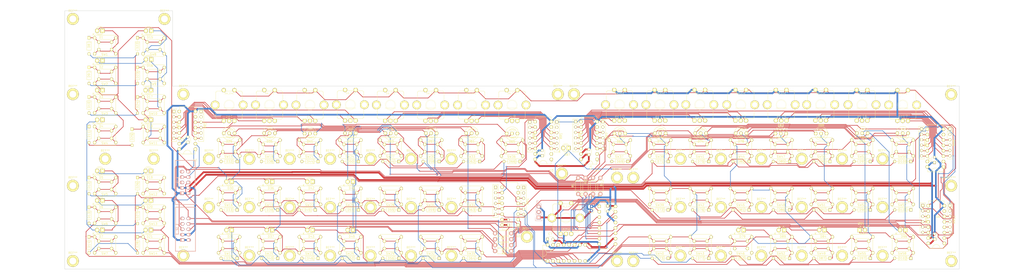
<source format=kicad_pcb>
(kicad_pcb (version 4) (host pcbnew 4.0.2-stable)
  (layers (0 F.Cu signal) (31 B.Cu signal) (34 B.Paste user) (35 F.Paste user) (36 B.SilkS user) (37 F.SilkS user) (38 B.Mask user) (39 F.Mask user) (44 Edge.Cuts user))
  (net 0 "")
  (net 1 "Net-(D101-Pad1)")
  (net 2 "Net-(D102-Pad1)")
  (net 3 /I0)
  (net 4 /I1)
  (net 5 /I2)
  (net 6 /I3)
  (net 7 /I4)
  (net 8 /I5)
  (net 9 /I6)
  (net 10 /I7)
  (net 11 GND)
  (net 12 /O6)
  (net 13 /O7)
  (net 14 /O1)
  (net 15 /O3)
  (net 16 /O5)
  (net 17 /O0)
  (net 18 /O2)
  (net 19 /O4)
  (net 20 +5V)
  (net 21 /O13)
  (net 22 /O14)
  (net 23 /O15)
  (net 24 /O16)
  (net 25 /O17)
  (net 26 /O10)
  (net 27 /I14)
  (net 28 /I15)
  (net 29 /I16)
  (net 30 /I17)
  (net 31 /I10)
  (net 32 /I11)
  (net 33 /I12)
  (net 34 /I13)
  (net 35 "Net-(D8-Pad1)")
  (net 36 "Net-(D9-Pad1)")
  (net 37 "Net-(D10-Pad1)")
  (net 38 "Net-(D11-Pad1)")
  (net 39 "Net-(D12-Pad1)")
  (net 40 "Net-(D13-Pad1)")
  (net 41 "Net-(D14-Pad1)")
  (net 42 "Net-(D22-Pad1)")
  (net 43 "Net-(D23-Pad1)")
  (net 44 "Net-(D24-Pad1)")
  (net 45 "Net-(D25-Pad1)")
  (net 46 "Net-(D26-Pad1)")
  (net 47 "Net-(D27-Pad1)")
  (net 48 "Net-(D28-Pad1)")
  (net 49 "Net-(D32-Pad1)")
  (net 50 "Net-(D33-Pad1)")
  (net 51 "Net-(D34-Pad1)")
  (net 52 "Net-(D38-Pad1)")
  (net 53 "Net-(D39-Pad1)")
  (net 54 "Net-(D40-Pad1)")
  (net 55 "Net-(D44-Pad1)")
  (net 56 "Net-(D45-Pad1)")
  (net 57 "Net-(D46-Pad1)")
  (net 58 "Net-(D50-Pad1)")
  (net 59 "Net-(D51-Pad1)")
  (net 60 "Net-(D52-Pad1)")
  (net 61 "Net-(D54-Pad1)")
  (net 62 "Net-(D55-Pad1)")
  (net 63 "Net-(D56-Pad1)")
  (net 64 "Net-(D58-Pad1)")
  (net 65 "Net-(D59-Pad1)")
  (net 66 "Net-(D60-Pad1)")
  (net 67 "Net-(D62-Pad1)")
  (net 68 "Net-(D63-Pad1)")
  (net 69 "Net-(D64-Pad1)")
  (net 70 "Net-(D66-Pad1)")
  (net 71 "Net-(D69-Pad1)")
  (net 72 "Net-(D71-Pad1)")
  (net 73 "Net-(D72-Pad1)")
  (net 74 "Net-(D73-Pad1)")
  (net 75 "Net-(D75-Pad1)")
  (net 76 "Net-(D76-Pad1)")
  (net 77 "Net-(D77-Pad1)")
  (net 78 "Net-(D80-Pad1)")
  (net 79 "Net-(D81-Pad1)")
  (net 80 "Net-(D82-Pad1)")
  (net 81 "Net-(D85-Pad1)")
  (net 82 "Net-(D86-Pad1)")
  (net 83 "Net-(D87-Pad1)")
  (net 84 "Net-(D90-Pad1)")
  (net 85 "Net-(D91-Pad1)")
  (net 86 "Net-(D92-Pad1)")
  (net 87 "Net-(D95-Pad1)")
  (net 88 "Net-(D96-Pad1)")
  (net 89 "Net-(D97-Pad1)")
  (net 90 "Net-(D100-Pad1)")
  (net 91 "Net-(ec1-PadP$GN)")
  (net 92 "Net-(U1-Pad9)")
  (net 93 /I26)
  (net 94 /I27)
  (net 95 /I24)
  (net 96 /I25)
  (net 97 /I22)
  (net 98 /I23)
  (net 99 /I20)
  (net 100 /I21)
  (net 101 /I56)
  (net 102 /I54)
  (net 103 /I55)
  (net 104 /I36)
  (net 105 /I37)
  (net 106 /I34)
  (net 107 /I35)
  (net 108 /I32)
  (net 109 /I33)
  (net 110 /I30)
  (net 111 /I31)
  (net 112 /I46)
  (net 113 /I47)
  (net 114 /I44)
  (net 115 /I45)
  (net 116 /I42)
  (net 117 /I43)
  (net 118 /I40)
  (net 119 /I41)
  (net 120 /I53)
  (net 121 /I52)
  (net 122 /I51)
  (net 123 /I50)
  (net 124 /011)
  (net 125 /012)
  (net 126 /02)
  (net 127 /I57)
  (net 128 "Net-(R8-Pad1)")
  (net 129 "Net-(R1-Pad1)")
  (net 130 "Net-(R2-Pad1)")
  (net 131 "Net-(R3-Pad1)")
  (net 132 "Net-(R4-Pad1)")
  (net 133 "Net-(R5-Pad2)")
  (net 134 "Net-(R6-Pad1)")
  (net 135 "Net-(R7-Pad1)")
  (net 136 "Net-(RR3-Pad2)")
  (net 137 "Net-(RR5-Pad2)")
  (net 138 "Net-(RR6-Pad2)")
  (net 139 "Net-(RR8-Pad2)")
  (net 140 "Net-(RR10-Pad2)")
  (net 141 "Net-(RR12-Pad2)")
  (net 142 "Net-(U1-Pad1)")
  (net 143 "Net-(U1-Pad2)")
  (net 144 "Net-(U7-Pad14)")
  (net 145 "Net-(U8-Pad9)")
  (net 146 "Net-(J3-Pad2)")
  (net 147 "Net-(U7-Pad9)")
  (module PEC11-Switch_ba (layer F.Cu) (at 118.11 120.65)
    (fp_text reference ec1 (at 0.11938 5.4737) (layer F.SilkS) (effects (font (size 1.27 1.27) (thickness 0.0889))))
    (fp_text value SW_Enc (at 0 -5.4864) (layer F.SilkS) (effects (font (size 0.8128 0.8128) (thickness 0.0889))))
    (pad P$1 thru_hole circle (at -2.49936 -7.00024) (size 1.99898 1.99898) (drill 1.00076) (layers *.Cu F.Paste F.SilkS F.Mask) (net 11 GND))
    (pad P$2 thru_hole circle (at 2.49936 -7.00024) (size 1.99898 1.99898) (drill 0.99822) (layers *.Cu F.Paste F.SilkS F.Mask) (net 127 /I57))
    (pad P$B thru_hole circle (at -2.49936 7.50062) (size 1.99898 1.99898) (drill 1.00076) (layers *.Cu F.Paste F.SilkS F.Mask) (net 10 /I7))
    (pad P$A thru_hole circle (at 2.49936 7.50062) (size 1.99898 1.99898) (drill 1.00076) (layers *.Cu F.Paste F.SilkS F.Mask) (net 9 /I6))
    (pad P$C thru_hole circle (at 0 7.50062) (size 1.99898 1.99898) (drill 1.00076) (layers *.Cu F.Paste F.SilkS F.Mask) (net 11 GND))
    (pad P$GN thru_hole circle (at -6.59892 0) (size 4.09956 4.09956) (drill 2.60096) (layers *.Cu F.Paste F.SilkS F.Mask) (net 91 "Net-(ec1-PadP$GN)"))
    (pad P$GN thru_hole circle (at 6.59892 0) (size 4.09956 4.09956) (drill 2.60096) (layers *.Cu F.Paste F.SilkS F.Mask) (net 91 "Net-(ec1-PadP$GN)"))
  )
  (module Mounting_Holes:MountingHole_3.2mm_M3_DIN965_Pad (layer F.Cu) (at 96.52 115.57)
    (fp_text reference REF** (at 0 -3.8) (layer F.SilkS))
    (fp_text value MountingHole_3.2mm_M3_Pad_Via)
    (pad 1 thru_hole circle (at 0 0) (size 5.6 5.6) (drill 3.2) (layers *.Cu *.Mask F.SilkS))
  )
  (module Mounting_Holes:MountingHole_3.2mm_M3_DIN965_Pad (layer F.Cu) (at 96.52 191.77)
    (fp_text reference REF** (at 0 -3.8) (layer F.SilkS))
    (fp_text value MountingHole_3.2mm_M3_Pad_Via)
    (pad 1 thru_hole circle (at 0 0) (size 5.6 5.6) (drill 3.2) (layers *.Cu *.Mask F.SilkS))
  )
  (module Mounting_Holes:MountingHole_3.2mm_M3_DIN965_Pad (layer F.Cu) (at 258.445 182.88)
    (fp_text reference REF** (at 0 -3.8) (layer F.SilkS))
    (fp_text value MountingHole_3.2mm_M3_Pad_Via)
    (pad 1 thru_hole circle (at 0 0) (size 5.6 5.6) (drill 3.2) (layers *.Cu *.Mask F.SilkS))
  )
  (module Mounting_Holes:MountingHole_3.2mm_M3_DIN965_Pad (layer F.Cu) (at 300.99 154.94)
    (fp_text reference REF** (at 0 -3.8) (layer F.SilkS))
    (fp_text value MountingHole_3.2mm_M3_Pad_Via)
    (pad 1 thru_hole circle (at 0 0) (size 5.6 5.6) (drill 3.2) (layers *.Cu *.Mask F.SilkS))
  )
  (module Mounting_Holes:MountingHole_3.2mm_M3_DIN965_Pad (layer F.Cu) (at 308.61 154.94)
    (fp_text reference REF** (at 0 -3.8) (layer F.SilkS))
    (fp_text value MountingHole_3.2mm_M3_Pad_Via)
    (pad 1 thru_hole circle (at 0 0) (size 5.6 5.6) (drill 3.2) (layers *.Cu *.Mask F.SilkS))
  )
  (module Mounting_Holes:MountingHole_3.2mm_M3_DIN965_Pad (layer F.Cu) (at 300.99 194.31)
    (fp_text reference REF** (at 0 -3.8) (layer F.SilkS))
    (fp_text value MountingHole_3.2mm_M3_Pad_Via)
    (pad 1 thru_hole circle (at 0 0) (size 5.6 5.6) (drill 3.2) (layers *.Cu *.Mask F.SilkS))
  )
  (module Mounting_Holes:MountingHole_3.2mm_M3_DIN965_Pad (layer F.Cu) (at 308.61 194.31)
    (fp_text reference REF** (at 0 -3.8) (layer F.SilkS))
    (fp_text value MountingHole_3.2mm_M3_Pad_Via)
    (pad 1 thru_hole circle (at 0 0) (size 5.6 5.6) (drill 3.2) (layers *.Cu *.Mask F.SilkS))
  )
  (module Mounting_Holes:MountingHole_3.2mm_M3_DIN965_Pad (layer F.Cu) (at 274.955 153.035)
    (fp_text reference REF** (at 0 -3.8) (layer F.SilkS))
    (fp_text value MountingHole_3.2mm_M3_Pad_Via)
    (pad 1 thru_hole circle (at 0 0) (size 5.6 5.6) (drill 3.2) (layers *.Cu *.Mask F.SilkS))
  )
  (module Mounting_Holes:MountingHole_3.2mm_M3_DIN965_Pad (layer F.Cu) (at 280.67 115.57)
    (fp_text reference REF** (at 0 -3.8) (layer F.SilkS))
    (fp_text value MountingHole_3.2mm_M3_Pad_Via)
    (pad 1 thru_hole circle (at 0 0) (size 5.6 5.6) (drill 3.2) (layers *.Cu *.Mask F.SilkS))
  )
  (module Mounting_Holes:MountingHole_3.2mm_M3_DIN965_Pad (layer F.Cu) (at 273.05 115.57)
    (fp_text reference REF** (at 0 -3.8) (layer F.SilkS))
    (fp_text value MountingHole_3.2mm_M3_Pad_Via)
    (pad 1 thru_hole circle (at 0 0) (size 5.6 5.6) (drill 3.2) (layers *.Cu *.Mask F.SilkS))
  )
  (module Mounting_Holes:MountingHole_3.2mm_M3_DIN965_Pad (layer F.Cu) (at 426.085 191.77)
    (fp_text reference REF** (at 0 -3.8) (layer F.SilkS))
    (fp_text value MountingHole_3.2mm_M3_Pad_Via)
    (pad 1 thru_hole circle (at 0 0) (size 5.6 5.6) (drill 3.2) (layers *.Cu *.Mask F.SilkS))
  )
  (module Mounting_Holes:MountingHole_3.2mm_M3_DIN965_Pad (layer F.Cu) (at 330.835 191.77)
    (fp_text reference REF** (at 0 -3.8) (layer F.SilkS))
    (fp_text value MountingHole_3.2mm_M3_Pad_Via)
    (pad 1 thru_hole circle (at 0 0) (size 5.6 5.6) (drill 3.2) (layers *.Cu *.Mask F.SilkS))
  )
  (module Mounting_Holes:MountingHole_3.2mm_M3_DIN965_Pad (layer F.Cu) (at 349.885 191.77)
    (fp_text reference REF** (at 0 -3.8) (layer F.SilkS))
    (fp_text value MountingHole_3.2mm_M3_Pad_Via)
    (pad 1 thru_hole circle (at 0 0) (size 5.6 5.6) (drill 3.2) (layers *.Cu *.Mask F.SilkS))
  )
  (module Mounting_Holes:MountingHole_3.2mm_M3_DIN965_Pad (layer F.Cu) (at 368.935 191.77)
    (fp_text reference REF** (at 0 -3.8) (layer F.SilkS))
    (fp_text value MountingHole_3.2mm_M3_Pad_Via)
    (pad 1 thru_hole circle (at 0 0) (size 5.6 5.6) (drill 3.2) (layers *.Cu *.Mask F.SilkS))
  )
  (module Mounting_Holes:MountingHole_3.2mm_M3_DIN965_Pad (layer F.Cu) (at 387.985 191.77)
    (fp_text reference REF** (at 0 -3.8) (layer F.SilkS))
    (fp_text value MountingHole_3.2mm_M3_Pad_Via)
    (pad 1 thru_hole circle (at 0 0) (size 5.6 5.6) (drill 3.2) (layers *.Cu *.Mask F.SilkS))
  )
  (module Mounting_Holes:MountingHole_3.2mm_M3_DIN965_Pad (layer F.Cu) (at 407.035 191.77)
    (fp_text reference REF** (at 0 -3.8) (layer F.SilkS))
    (fp_text value MountingHole_3.2mm_M3_Pad_Via)
    (pad 1 thru_hole circle (at 0 0) (size 5.6 5.6) (drill 3.2) (layers *.Cu *.Mask F.SilkS))
  )
  (module Mounting_Holes:MountingHole_3.2mm_M3_DIN965_Pad (layer F.Cu) (at 407.035 168.91)
    (fp_text reference REF** (at 0 -3.8) (layer F.SilkS))
    (fp_text value MountingHole_3.2mm_M3_Pad_Via)
    (pad 1 thru_hole circle (at 0 0) (size 5.6 5.6) (drill 3.2) (layers *.Cu *.Mask F.SilkS))
  )
  (module Mounting_Holes:MountingHole_3.2mm_M3_DIN965_Pad (layer F.Cu) (at 426.085 168.91)
    (fp_text reference REF** (at 0 -3.8) (layer F.SilkS))
    (fp_text value MountingHole_3.2mm_M3_Pad_Via)
    (pad 1 thru_hole circle (at 0 0) (size 5.6 5.6) (drill 3.2) (layers *.Cu *.Mask F.SilkS))
  )
  (module Mounting_Holes:MountingHole_3.2mm_M3_DIN965_Pad (layer F.Cu) (at 426.085 146.05)
    (fp_text reference REF** (at 0 -3.8) (layer F.SilkS))
    (fp_text value MountingHole_3.2mm_M3_Pad_Via)
    (pad 1 thru_hole circle (at 0 0) (size 5.6 5.6) (drill 3.2) (layers *.Cu *.Mask F.SilkS))
  )
  (module Mounting_Holes:MountingHole_3.2mm_M3_DIN965_Pad (layer F.Cu) (at 407.035 146.05)
    (fp_text reference REF** (at 0 -3.8) (layer F.SilkS))
    (fp_text value MountingHole_3.2mm_M3_Pad_Via)
    (pad 1 thru_hole circle (at 0 0) (size 5.6 5.6) (drill 3.2) (layers *.Cu *.Mask F.SilkS))
  )
  (module Mounting_Holes:MountingHole_3.2mm_M3_DIN965_Pad (layer F.Cu) (at 387.985 146.05)
    (fp_text reference REF** (at 0 -3.8) (layer F.SilkS))
    (fp_text value MountingHole_3.2mm_M3_Pad_Via)
    (pad 1 thru_hole circle (at 0 0) (size 5.6 5.6) (drill 3.2) (layers *.Cu *.Mask F.SilkS))
  )
  (module Mounting_Holes:MountingHole_3.2mm_M3_DIN965_Pad (layer F.Cu) (at 387.985 168.91)
    (fp_text reference REF** (at 0 -3.8) (layer F.SilkS))
    (fp_text value MountingHole_3.2mm_M3_Pad_Via)
    (pad 1 thru_hole circle (at 0 0) (size 5.6 5.6) (drill 3.2) (layers *.Cu *.Mask F.SilkS))
  )
  (module Mounting_Holes:MountingHole_3.2mm_M3_DIN965_Pad (layer F.Cu) (at 368.935 168.91)
    (fp_text reference REF** (at 0 -3.8) (layer F.SilkS))
    (fp_text value MountingHole_3.2mm_M3_Pad_Via)
    (pad 1 thru_hole circle (at 0 0) (size 5.6 5.6) (drill 3.2) (layers *.Cu *.Mask F.SilkS))
  )
  (module Mounting_Holes:MountingHole_3.2mm_M3_DIN965_Pad (layer F.Cu) (at 349.885 168.91)
    (fp_text reference REF** (at 0 -3.8) (layer F.SilkS))
    (fp_text value MountingHole_3.2mm_M3_Pad_Via)
    (pad 1 thru_hole circle (at 0 0) (size 5.6 5.6) (drill 3.2) (layers *.Cu *.Mask F.SilkS))
  )
  (module Mounting_Holes:MountingHole_3.2mm_M3_DIN965_Pad (layer F.Cu) (at 330.835 168.91)
    (fp_text reference REF** (at 0 -3.8) (layer F.SilkS))
    (fp_text value MountingHole_3.2mm_M3_Pad_Via)
    (pad 1 thru_hole circle (at 0 0) (size 5.6 5.6) (drill 3.2) (layers *.Cu *.Mask F.SilkS))
  )
  (module Mounting_Holes:MountingHole_3.2mm_M3_DIN965_Pad (layer F.Cu) (at 368.935 146.05)
    (fp_text reference REF** (at 0 -3.8) (layer F.SilkS))
    (fp_text value MountingHole_3.2mm_M3_Pad_Via)
    (pad 1 thru_hole circle (at 0 0) (size 5.6 5.6) (drill 3.2) (layers *.Cu *.Mask F.SilkS))
  )
  (module Mounting_Holes:MountingHole_3.2mm_M3_DIN965_Pad (layer F.Cu) (at 349.885 146.05)
    (fp_text reference REF** (at 0 -3.8) (layer F.SilkS))
    (fp_text value MountingHole_3.2mm_M3_Pad_Via)
    (pad 1 thru_hole circle (at 0 0) (size 5.6 5.6) (drill 3.2) (layers *.Cu *.Mask F.SilkS))
  )
  (module Mounting_Holes:MountingHole_3.2mm_M3_DIN965_Pad (layer F.Cu) (at 330.835 146.05)
    (fp_text reference REF** (at 0 -3.8) (layer F.SilkS))
    (fp_text value MountingHole_3.2mm_M3_Pad_Via)
    (pad 1 thru_hole circle (at 0 0) (size 5.6 5.6) (drill 3.2) (layers *.Cu *.Mask F.SilkS))
  )
  (module Mounting_Holes:MountingHole_3.2mm_M3_DIN965_Pad (layer F.Cu) (at 203.835 168.91)
    (fp_text reference REF** (at 0 -3.8) (layer F.SilkS))
    (fp_text value MountingHole_3.2mm_M3_Pad_Via)
    (pad 1 thru_hole circle (at 0 0) (size 5.6 5.6) (drill 3.2) (layers *.Cu *.Mask F.SilkS))
  )
  (module Mounting_Holes:MountingHole_3.2mm_M3_DIN965_Pad (layer F.Cu) (at 203.835 146.05)
    (fp_text reference REF** (at 0 -3.8) (layer F.SilkS))
    (fp_text value MountingHole_3.2mm_M3_Pad_Via)
    (pad 1 thru_hole circle (at 0 0) (size 5.6 5.6) (drill 3.2) (layers *.Cu *.Mask F.SilkS))
  )
  (module Mounting_Holes:MountingHole_3.2mm_M3_DIN965_Pad (layer F.Cu) (at 203.835 191.77)
    (fp_text reference REF** (at 0 -3.8) (layer F.SilkS))
    (fp_text value MountingHole_3.2mm_M3_Pad_Via)
    (pad 1 thru_hole circle (at 0 0) (size 5.6 5.6) (drill 3.2) (layers *.Cu *.Mask F.SilkS))
  )
  (module Mounting_Holes:MountingHole_3.2mm_M3_DIN965_Pad (layer F.Cu) (at 222.885 146.05)
    (fp_text reference REF** (at 0 -3.8) (layer F.SilkS))
    (fp_text value MountingHole_3.2mm_M3_Pad_Via)
    (pad 1 thru_hole circle (at 0 0) (size 5.6 5.6) (drill 3.2) (layers *.Cu *.Mask F.SilkS))
  )
  (module Mounting_Holes:MountingHole_3.2mm_M3_DIN965_Pad (layer F.Cu) (at 222.885 168.91)
    (fp_text reference REF** (at 0 -3.8) (layer F.SilkS))
    (fp_text value MountingHole_3.2mm_M3_Pad_Via)
    (pad 1 thru_hole circle (at 0 0) (size 5.6 5.6) (drill 3.2) (layers *.Cu *.Mask F.SilkS))
  )
  (module Mounting_Holes:MountingHole_3.2mm_M3_DIN965_Pad (layer F.Cu) (at 222.885 191.77)
    (fp_text reference REF** (at 0 -3.8) (layer F.SilkS))
    (fp_text value MountingHole_3.2mm_M3_Pad_Via)
    (pad 1 thru_hole circle (at 0 0) (size 5.6 5.6) (drill 3.2) (layers *.Cu *.Mask F.SilkS))
  )
  (module Mounting_Holes:MountingHole_3.2mm_M3_DIN965_Pad (layer F.Cu) (at 165.735 168.91)
    (fp_text reference REF** (at 0 -3.8) (layer F.SilkS))
    (fp_text value MountingHole_3.2mm_M3_Pad_Via)
    (pad 1 thru_hole circle (at 0 0) (size 5.6 5.6) (drill 3.2) (layers *.Cu *.Mask F.SilkS))
  )
  (module Mounting_Holes:MountingHole_3.2mm_M3_DIN965_Pad (layer F.Cu) (at 165.735 146.05)
    (fp_text reference REF** (at 0 -3.8) (layer F.SilkS))
    (fp_text value MountingHole_3.2mm_M3_Pad_Via)
    (pad 1 thru_hole circle (at 0 0) (size 5.6 5.6) (drill 3.2) (layers *.Cu *.Mask F.SilkS))
  )
  (module Mounting_Holes:MountingHole_3.2mm_M3_DIN965_Pad (layer F.Cu) (at 165.735 191.77)
    (fp_text reference REF** (at 0 -3.8) (layer F.SilkS))
    (fp_text value MountingHole_3.2mm_M3_Pad_Via)
    (pad 1 thru_hole circle (at 0 0) (size 5.6 5.6) (drill 3.2) (layers *.Cu *.Mask F.SilkS))
  )
  (module Mounting_Holes:MountingHole_3.2mm_M3_DIN965_Pad (layer F.Cu) (at 184.785 146.05)
    (fp_text reference REF** (at 0 -3.8) (layer F.SilkS))
    (fp_text value MountingHole_3.2mm_M3_Pad_Via)
    (pad 1 thru_hole circle (at 0 0) (size 5.6 5.6) (drill 3.2) (layers *.Cu *.Mask F.SilkS))
  )
  (module Mounting_Holes:MountingHole_3.2mm_M3_DIN965_Pad (layer F.Cu) (at 184.785 168.91)
    (fp_text reference REF** (at 0 -3.8) (layer F.SilkS))
    (fp_text value MountingHole_3.2mm_M3_Pad_Via)
    (pad 1 thru_hole circle (at 0 0) (size 5.6 5.6) (drill 3.2) (layers *.Cu *.Mask F.SilkS))
  )
  (module Mounting_Holes:MountingHole_3.2mm_M3_DIN965_Pad (layer F.Cu) (at 184.785 191.77)
    (fp_text reference REF** (at 0 -3.8) (layer F.SilkS))
    (fp_text value MountingHole_3.2mm_M3_Pad_Via)
    (pad 1 thru_hole circle (at 0 0) (size 5.6 5.6) (drill 3.2) (layers *.Cu *.Mask F.SilkS))
  )
  (module Mounting_Holes:MountingHole_3.2mm_M3_DIN965_Pad (layer F.Cu) (at 146.685 146.05)
    (fp_text reference REF** (at 0 -3.8) (layer F.SilkS))
    (fp_text value MountingHole_3.2mm_M3_Pad_Via)
    (pad 1 thru_hole circle (at 0 0) (size 5.6 5.6) (drill 3.2) (layers *.Cu *.Mask F.SilkS))
  )
  (module Mounting_Holes:MountingHole_3.2mm_M3_DIN965_Pad (layer F.Cu) (at 146.685 168.91)
    (fp_text reference REF** (at 0 -3.8) (layer F.SilkS))
    (fp_text value MountingHole_3.2mm_M3_Pad_Via)
    (pad 1 thru_hole circle (at 0 0) (size 5.6 5.6) (drill 3.2) (layers *.Cu *.Mask F.SilkS))
  )
  (module Mounting_Holes:MountingHole_3.2mm_M3_DIN965_Pad (layer F.Cu) (at 146.685 191.77)
    (fp_text reference REF** (at 0 -3.8) (layer F.SilkS))
    (fp_text value MountingHole_3.2mm_M3_Pad_Via)
    (pad 1 thru_hole circle (at 0 0) (size 5.6 5.6) (drill 3.2) (layers *.Cu *.Mask F.SilkS))
  )
  (module DIP-16_W7.62mm (layer F.Cu) (at 102.235 141.478 180)
    (fp_text reference U1 (at 0 -5.22 180) (layer F.SilkS))
    (fp_text value 74HC165)
    (pad 1 thru_hole oval (at 0 0 180) (size 1.6 1.6) (drill 0.8) (layers *.Cu *.Mask F.SilkS) (net 142 "Net-(U1-Pad1)"))
    (pad 2 thru_hole oval (at 0 2.54 180) (size 1.6 1.6) (drill 0.8) (layers *.Cu *.Mask F.SilkS) (net 143 "Net-(U1-Pad2)"))
    (pad 3 thru_hole oval (at 0 5.08 180) (size 1.6 1.6) (drill 0.8) (layers *.Cu *.Mask F.SilkS) (net 7 /I4))
    (pad 4 thru_hole oval (at 0 7.62 180) (size 1.6 1.6) (drill 0.8) (layers *.Cu *.Mask F.SilkS) (net 8 /I5))
    (pad 5 thru_hole oval (at 0 10.16 180) (size 1.6 1.6) (drill 0.8) (layers *.Cu *.Mask F.SilkS) (net 9 /I6))
    (pad 6 thru_hole oval (at 0 12.7 180) (size 1.6 1.6) (drill 0.8) (layers *.Cu *.Mask F.SilkS) (net 10 /I7))
    (pad 7 thru_hole oval (at 0 15.24 180) (size 1.6 1.6) (drill 0.8) (layers *.Cu *.Mask F.SilkS))
    (pad 8 thru_hole oval (at 0 17.78 180) (size 1.6 1.6) (drill 0.8) (layers *.Cu *.Mask F.SilkS) (net 11 GND))
    (pad 9 thru_hole oval (at 7.62 17.78 180) (size 1.6 1.6) (drill 0.8) (layers *.Cu *.Mask F.SilkS) (net 92 "Net-(U1-Pad9)"))
    (pad 10 thru_hole oval (at 7.62 15.24 180) (size 1.6 1.6) (drill 0.8) (layers *.Cu *.Mask F.SilkS) (net 136 "Net-(RR3-Pad2)"))
    (pad 11 thru_hole oval (at 7.62 12.7 180) (size 1.6 1.6) (drill 0.8) (layers *.Cu *.Mask F.SilkS) (net 3 /I0))
    (pad 12 thru_hole oval (at 7.62 10.16 180) (size 1.6 1.6) (drill 0.8) (layers *.Cu *.Mask F.SilkS) (net 4 /I1))
    (pad 13 thru_hole oval (at 7.62 7.62 180) (size 1.6 1.6) (drill 0.8) (layers *.Cu *.Mask F.SilkS) (net 5 /I2))
    (pad 14 thru_hole oval (at 7.62 5.08 180) (size 1.6 1.6) (drill 0.8) (layers *.Cu *.Mask F.SilkS) (net 6 /I3))
    (pad 15 thru_hole oval (at 7.62 2.54 180) (size 1.6 1.6) (drill 0.8) (layers *.Cu *.Mask F.SilkS) (net 11 GND))
    (pad 16 thru_hole oval (at 7.62 0 180) (size 1.6 1.6) (drill 0.8) (layers *.Cu *.Mask F.SilkS) (net 20 +5V))
  )
  (module LEDs:LED-5MM-3 (layer F.Cu) (at 120.65 133.985 180)
    (fp_text reference D29 (at 2.54508 -3.91668 180) (layer F.SilkS))
    (fp_text value Led_gp1)
    (pad 1 thru_hole circle (at 0 0) (size 1.6764 1.6764) (drill 0.8128) (layers *.Cu *.Mask F.SilkS) (net 124 /011))
    (pad 2 thru_hole circle (at 2.54 0) (size 1.6764 1.6764) (drill 0.8128) (layers *.Cu *.Mask F.SilkS) (net 15 /O3))
    (pad 3 thru_hole circle (at 5.08 0) (size 1.6764 1.6764) (drill 0.8128) (layers *.Cu *.Mask F.SilkS) (net 26 /O10))
  )
  (module LEDs:LED-5MM-3 (layer F.Cu) (at 139.7 133.985 180)
    (fp_text reference D35 (at 2.54508 -3.91668 180) (layer F.SilkS))
    (fp_text value Led_gp2)
    (pad 1 thru_hole circle (at 0 0) (size 1.6764 1.6764) (drill 0.8128) (layers *.Cu *.Mask F.SilkS) (net 21 /O13))
    (pad 2 thru_hole circle (at 2.54 0) (size 1.6764 1.6764) (drill 0.8128) (layers *.Cu *.Mask F.SilkS) (net 15 /O3))
    (pad 3 thru_hole circle (at 5.08 0) (size 1.6764 1.6764) (drill 0.8128) (layers *.Cu *.Mask F.SilkS) (net 125 /012))
  )
  (module LEDs:LED-5MM-3 (layer F.Cu) (at 158.75 134.112 180)
    (fp_text reference D41 (at 2.54508 -3.91668 180) (layer F.SilkS))
    (fp_text value Led_gp3)
    (pad 1 thru_hole circle (at 0 0) (size 1.6764 1.6764) (drill 0.8128) (layers *.Cu *.Mask F.SilkS) (net 23 /O15))
    (pad 2 thru_hole circle (at 2.54 0) (size 1.6764 1.6764) (drill 0.8128) (layers *.Cu *.Mask F.SilkS) (net 18 /O2))
    (pad 3 thru_hole circle (at 5.08 0) (size 1.6764 1.6764) (drill 0.8128) (layers *.Cu *.Mask F.SilkS) (net 22 /O14))
  )
  (module LEDs:LED-5MM-3 (layer F.Cu) (at 177.8 133.985 180)
    (fp_text reference D47 (at 2.54508 -3.91668 180) (layer F.SilkS))
    (fp_text value Led_gp4)
    (pad 1 thru_hole circle (at 0 0) (size 1.6764 1.6764) (drill 0.8128) (layers *.Cu *.Mask F.SilkS) (net 25 /O17))
    (pad 2 thru_hole circle (at 2.54 0) (size 1.6764 1.6764) (drill 0.8128) (layers *.Cu *.Mask F.SilkS) (net 18 /O2))
    (pad 3 thru_hole circle (at 5.08 0) (size 1.6764 1.6764) (drill 0.8128) (layers *.Cu *.Mask F.SilkS) (net 24 /O16))
  )
  (module LEDs:LED-5MM-3 (layer F.Cu) (at 196.85 133.985 180)
    (fp_text reference D53 (at 2.54508 -3.91668 180) (layer F.SilkS))
    (fp_text value Led_gp5)
    (pad 1 thru_hole circle (at 0 0) (size 1.6764 1.6764) (drill 0.8128) (layers *.Cu *.Mask F.SilkS) (net 124 /011))
    (pad 2 thru_hole circle (at 2.54 0) (size 1.6764 1.6764) (drill 0.8128) (layers *.Cu *.Mask F.SilkS) (net 14 /O1))
    (pad 3 thru_hole circle (at 5.08 0) (size 1.6764 1.6764) (drill 0.8128) (layers *.Cu *.Mask F.SilkS) (net 26 /O10))
  )
  (module LEDs:LED-5MM-3 (layer F.Cu) (at 215.9 133.985 180)
    (fp_text reference D57 (at 2.54508 -3.91668 180) (layer F.SilkS))
    (fp_text value Led_gp6)
    (pad 1 thru_hole circle (at 0 0) (size 1.6764 1.6764) (drill 0.8128) (layers *.Cu *.Mask F.SilkS) (net 21 /O13))
    (pad 2 thru_hole circle (at 2.54 0) (size 1.6764 1.6764) (drill 0.8128) (layers *.Cu *.Mask F.SilkS) (net 14 /O1))
    (pad 3 thru_hole circle (at 5.08 0) (size 1.6764 1.6764) (drill 0.8128) (layers *.Cu *.Mask F.SilkS) (net 125 /012))
  )
  (module LEDs:LED-5MM-3 (layer F.Cu) (at 234.95 133.985 180)
    (fp_text reference D61 (at 2.54508 -3.91668 180) (layer F.SilkS))
    (fp_text value Led_gp7)
    (pad 1 thru_hole circle (at 0 0) (size 1.6764 1.6764) (drill 0.8128) (layers *.Cu *.Mask F.SilkS) (net 23 /O15))
    (pad 2 thru_hole circle (at 2.54 0) (size 1.6764 1.6764) (drill 0.8128) (layers *.Cu *.Mask F.SilkS) (net 17 /O0))
    (pad 3 thru_hole circle (at 5.08 0) (size 1.6764 1.6764) (drill 0.8128) (layers *.Cu *.Mask F.SilkS) (net 22 /O14))
  )
  (module LEDs:LED-5MM-3 (layer F.Cu) (at 254 134.112 180)
    (fp_text reference D65 (at 2.54508 -3.91668 180) (layer F.SilkS))
    (fp_text value Led_gp8)
    (pad 1 thru_hole circle (at 0 0) (size 1.6764 1.6764) (drill 0.8128) (layers *.Cu *.Mask F.SilkS) (net 25 /O17))
    (pad 2 thru_hole circle (at 2.54 0) (size 1.6764 1.6764) (drill 0.8128) (layers *.Cu *.Mask F.SilkS) (net 17 /O0))
    (pad 3 thru_hole circle (at 5.08 0) (size 1.6764 1.6764) (drill 0.8128) (layers *.Cu *.Mask F.SilkS) (net 24 /O16))
  )
  (module LEDs:LED-5MM-3 (layer F.Cu) (at 304.8 134.112 180)
    (fp_text reference D68 (at 2.54508 -3.91668 180) (layer F.SilkS))
    (fp_text value Led_gp9)
    (pad 1 thru_hole circle (at 0 0) (size 1.6764 1.6764) (drill 0.8128) (layers *.Cu *.Mask F.SilkS) (net 124 /011))
    (pad 2 thru_hole circle (at 2.54 0) (size 1.6764 1.6764) (drill 0.8128) (layers *.Cu *.Mask F.SilkS) (net 19 /O4))
    (pad 3 thru_hole circle (at 5.08 0) (size 1.6764 1.6764) (drill 0.8128) (layers *.Cu *.Mask F.SilkS) (net 26 /O10))
  )
  (module LEDs:LED-5MM-3 (layer F.Cu) (at 323.85 133.985 180)
    (fp_text reference D70 (at 2.54508 -3.91668 180) (layer F.SilkS))
    (fp_text value Led_gp10)
    (pad 1 thru_hole circle (at 0 0) (size 1.6764 1.6764) (drill 0.8128) (layers *.Cu *.Mask F.SilkS) (net 21 /O13))
    (pad 2 thru_hole circle (at 2.54 0) (size 1.6764 1.6764) (drill 0.8128) (layers *.Cu *.Mask F.SilkS) (net 19 /O4))
    (pad 3 thru_hole circle (at 5.08 0) (size 1.6764 1.6764) (drill 0.8128) (layers *.Cu *.Mask F.SilkS) (net 125 /012))
  )
  (module LEDs:LED-5MM-3 (layer F.Cu) (at 342.9 133.985 180)
    (fp_text reference D74 (at 2.54508 -3.91668 180) (layer F.SilkS))
    (fp_text value Led_gp11)
    (pad 1 thru_hole circle (at 0 0) (size 1.6764 1.6764) (drill 0.8128) (layers *.Cu *.Mask F.SilkS) (net 23 /O15))
    (pad 2 thru_hole circle (at 2.54 0) (size 1.6764 1.6764) (drill 0.8128) (layers *.Cu *.Mask F.SilkS) (net 16 /O5))
    (pad 3 thru_hole circle (at 5.08 0) (size 1.6764 1.6764) (drill 0.8128) (layers *.Cu *.Mask F.SilkS) (net 22 /O14))
  )
  (module LEDs:LED-5MM-3 (layer F.Cu) (at 361.95 133.985 180)
    (fp_text reference D78 (at 2.54508 -3.91668 180) (layer F.SilkS))
    (fp_text value Led_gp12)
    (pad 1 thru_hole circle (at 0 0) (size 1.6764 1.6764) (drill 0.8128) (layers *.Cu *.Mask F.SilkS) (net 25 /O17))
    (pad 2 thru_hole circle (at 2.54 0) (size 1.6764 1.6764) (drill 0.8128) (layers *.Cu *.Mask F.SilkS) (net 16 /O5))
    (pad 3 thru_hole circle (at 5.08 0) (size 1.6764 1.6764) (drill 0.8128) (layers *.Cu *.Mask F.SilkS) (net 24 /O16))
  )
  (module LEDs:LED-5MM-3 (layer F.Cu) (at 375.60516 134.12294)
    (fp_text reference D83 (at 2.54508 -3.91668) (layer F.SilkS))
    (fp_text value Led_gp13)
    (pad 1 thru_hole circle (at 0 0 180) (size 1.6764 1.6764) (drill 0.8128) (layers *.Cu *.Mask F.SilkS) (net 124 /011))
    (pad 2 thru_hole circle (at 2.54 0 180) (size 1.6764 1.6764) (drill 0.8128) (layers *.Cu *.Mask F.SilkS) (net 12 /O6))
    (pad 3 thru_hole circle (at 5.08 0 180) (size 1.6764 1.6764) (drill 0.8128) (layers *.Cu *.Mask F.SilkS) (net 26 /O10))
  )
  (module LEDs:LED-5MM-3 (layer F.Cu) (at 394.60516 134.12294)
    (fp_text reference D88 (at 2.54508 -3.91668) (layer F.SilkS))
    (fp_text value Led_gp14)
    (pad 1 thru_hole circle (at 0 0 180) (size 1.6764 1.6764) (drill 0.8128) (layers *.Cu *.Mask F.SilkS) (net 21 /O13))
    (pad 2 thru_hole circle (at 2.54 0 180) (size 1.6764 1.6764) (drill 0.8128) (layers *.Cu *.Mask F.SilkS) (net 12 /O6))
    (pad 3 thru_hole circle (at 5.08 0 180) (size 1.6764 1.6764) (drill 0.8128) (layers *.Cu *.Mask F.SilkS) (net 125 /012))
  )
  (module LEDs:LED-5MM-3 (layer F.Cu) (at 419.1 133.985 180)
    (fp_text reference D93 (at 2.54508 -3.91668 180) (layer F.SilkS))
    (fp_text value Led_gp15)
    (pad 1 thru_hole circle (at 0 0) (size 1.6764 1.6764) (drill 0.8128) (layers *.Cu *.Mask F.SilkS) (net 23 /O15))
    (pad 2 thru_hole circle (at 2.54 0) (size 1.6764 1.6764) (drill 0.8128) (layers *.Cu *.Mask F.SilkS) (net 13 /O7))
    (pad 3 thru_hole circle (at 5.08 0) (size 1.6764 1.6764) (drill 0.8128) (layers *.Cu *.Mask F.SilkS) (net 22 /O14))
  )
  (module LEDs:LED-5MM-3 (layer F.Cu) (at 438.15 133.985 180)
    (fp_text reference D99 (at 2.54508 -3.91668 180) (layer F.SilkS))
    (fp_text value Led_gp16)
    (pad 1 thru_hole circle (at 0 0) (size 1.6764 1.6764) (drill 0.8128) (layers *.Cu *.Mask F.SilkS) (net 25 /O17))
    (pad 2 thru_hole circle (at 2.54 0) (size 1.6764 1.6764) (drill 0.8128) (layers *.Cu *.Mask F.SilkS) (net 13 /O7))
    (pad 3 thru_hole circle (at 5.08 0) (size 1.6764 1.6764) (drill 0.8128) (layers *.Cu *.Mask F.SilkS) (net 24 /O16))
  )
  (module "empreinte ksir:vasch_strip_5x2" (layer B.Cu) (at 97.536 179.324 90)
    (fp_text reference j2 (at 0.2 -4 90) (layer B.SilkS) (effects (font (thickness 0.2032)) (justify mirror)))
    (fp_text value CONN_02X05 hide)
    (pad 9 thru_hole oval (at 5.08 -1.27 90) (size 1.5 2) (drill 1 (offset 0 -0.25)) (layers *.Cu *.Mask B.SilkS))
    (pad 10 thru_hole oval (at 5.08 1.27 90) (size 1.5 2) (drill 1 (offset 0 0.25)) (layers *.Cu *.Mask B.SilkS) (net 142 "Net-(U1-Pad1)"))
    (pad 8 thru_hole oval (at 2.54 1.27 90) (size 1.5 2) (drill 1 (offset 0 0.25)) (layers *.Cu *.Mask B.SilkS) (net 143 "Net-(U1-Pad2)"))
    (pad 7 thru_hole oval (at 2.54 -1.27 90) (size 1.5 2) (drill 1 (offset 0 -0.25)) (layers *.Cu *.Mask B.SilkS) (net 143 "Net-(U1-Pad2)"))
    (pad 1 thru_hole rect (at -5.08 -1.27 90) (size 1.5 2) (drill 1 (offset 0 -0.25)) (layers *.Cu *.Mask B.SilkS) (net 11 GND))
    (pad 2 thru_hole oval (at -5.08 1.27 90) (size 1.5 2) (drill 1 (offset 0 0.25)) (layers *.Cu *.Mask B.SilkS) (net 11 GND))
    (pad 3 thru_hole oval (at -2.54 -1.27 90) (size 1.5 2) (drill 1 (offset 0 -0.25)) (layers *.Cu *.Mask B.SilkS) (net 20 +5V))
    (pad 4 thru_hole oval (at -2.54 1.27 90) (size 1.5 2) (drill 1 (offset 0 0.25)) (layers *.Cu *.Mask B.SilkS) (net 20 +5V))
    (pad 5 thru_hole oval (at 0 -1.27 90) (size 1.5 2) (drill 1 (offset 0 -0.25)) (layers *.Cu *.Mask B.SilkS) (net 140 "Net-(RR10-Pad2)"))
    (pad 6 thru_hole oval (at 0 1.27 90) (size 1.5 2) (drill 1 (offset 0 0.25)) (layers *.Cu *.Mask B.SilkS) (net 145 "Net-(U8-Pad9)"))
  )
  (module "empreinte ksir:vasch_strip_5x2" (layer B.Cu) (at 97.409 157.226 90)
    (fp_text reference j1 (at 0.2 -4 90) (layer B.SilkS) (effects (font (thickness 0.2032)) (justify mirror)))
    (fp_text value CONN_02X05 hide)
    (pad 9 thru_hole oval (at 5.08 -1.27 90) (size 1.5 2) (drill 1 (offset 0 -0.25)) (layers *.Cu *.Mask B.SilkS))
    (pad 10 thru_hole oval (at 5.08 1.27 90) (size 1.5 2) (drill 1 (offset 0 0.25)) (layers *.Cu *.Mask B.SilkS) (net 142 "Net-(U1-Pad1)"))
    (pad 8 thru_hole oval (at 2.54 1.27 90) (size 1.5 2) (drill 1 (offset 0 0.25)) (layers *.Cu *.Mask B.SilkS) (net 143 "Net-(U1-Pad2)"))
    (pad 7 thru_hole oval (at 2.54 -1.27 90) (size 1.5 2) (drill 1 (offset 0 -0.25)) (layers *.Cu *.Mask B.SilkS) (net 143 "Net-(U1-Pad2)"))
    (pad 1 thru_hole rect (at -5.08 -1.27 90) (size 1.5 2) (drill 1 (offset 0 -0.25)) (layers *.Cu *.Mask B.SilkS) (net 11 GND))
    (pad 2 thru_hole oval (at -5.08 1.27 90) (size 1.5 2) (drill 1 (offset 0 0.25)) (layers *.Cu *.Mask B.SilkS) (net 11 GND))
    (pad 3 thru_hole oval (at -2.54 -1.27 90) (size 1.5 2) (drill 1 (offset 0 -0.25)) (layers *.Cu *.Mask B.SilkS) (net 20 +5V))
    (pad 4 thru_hole oval (at -2.54 1.27 90) (size 1.5 2) (drill 1 (offset 0 0.25)) (layers *.Cu *.Mask B.SilkS) (net 20 +5V))
    (pad 5 thru_hole oval (at 0 -1.27 90) (size 1.5 2) (drill 1 (offset 0 -0.25)) (layers *.Cu *.Mask B.SilkS) (net 92 "Net-(U1-Pad9)"))
    (pad 6 thru_hole oval (at 0 1.27 90) (size 1.5 2) (drill 1 (offset 0 0.25)) (layers *.Cu *.Mask B.SilkS) (net 144 "Net-(U7-Pad14)"))
  )
  (module Resistors_ThroughHole:Resistor_Horizontal_RM7mm (layer F.Cu) (at 251.079 181.229 180)
    (fp_text reference R8 (at 4 -2.5 180) (layer F.SilkS))
    (fp_text value r220)
    (pad 1 thru_hole circle (at 0 0 180) (size 1.99898 1.99898) (drill 1.00076) (layers *.Cu *.SilkS *.Mask) (net 128 "Net-(R8-Pad1)"))
    (pad 2 thru_hole circle (at 7.62 0 180) (size 1.99898 1.99898) (drill 1.00076) (layers *.Cu *.SilkS *.Mask) (net 22 /O14))
  )
  (module "empreinte ksir:DIP-16_W7.62mm" (layer F.Cu) (at 292.608 168.529)
    (fp_text reference U8 (at 0 -5.22) (layer F.SilkS))
    (fp_text value 74HC595PWR)
    (pad 1 thru_hole oval (at 0 0) (size 1.6 1.6) (drill 0.8) (layers *.Cu *.Mask F.SilkS) (net 134 "Net-(R6-Pad1)"))
    (pad 2 thru_hole oval (at 0 2.54) (size 1.6 1.6) (drill 0.8) (layers *.Cu *.Mask F.SilkS) (net 135 "Net-(R7-Pad1)"))
    (pad 3 thru_hole oval (at 0 5.08) (size 1.6 1.6) (drill 0.8) (layers *.Cu *.Mask F.SilkS) (net 128 "Net-(R8-Pad1)"))
    (pad 4 thru_hole oval (at 0 7.62) (size 1.6 1.6) (drill 0.8) (layers *.Cu *.Mask F.SilkS) (net 132 "Net-(R4-Pad1)"))
    (pad 5 thru_hole oval (at 0 10.16) (size 1.6 1.6) (drill 0.8) (layers *.Cu *.Mask F.SilkS) (net 131 "Net-(R3-Pad1)"))
    (pad 6 thru_hole oval (at 0 12.7) (size 1.6 1.6) (drill 0.8) (layers *.Cu *.Mask F.SilkS) (net 130 "Net-(R2-Pad1)"))
    (pad 7 thru_hole oval (at 0 15.24) (size 1.6 1.6) (drill 0.8) (layers *.Cu *.Mask F.SilkS) (net 129 "Net-(R1-Pad1)"))
    (pad 8 thru_hole oval (at 0 17.78) (size 1.6 1.6) (drill 0.8) (layers *.Cu *.Mask F.SilkS) (net 11 GND))
    (pad 9 thru_hole oval (at 7.62 17.78) (size 1.6 1.6) (drill 0.8) (layers *.Cu *.Mask F.SilkS) (net 145 "Net-(U8-Pad9)"))
    (pad 10 thru_hole oval (at 7.62 15.24) (size 1.6 1.6) (drill 0.8) (layers *.Cu *.Mask F.SilkS) (net 20 +5V))
    (pad 11 thru_hole oval (at 7.62 12.7) (size 1.6 1.6) (drill 0.8) (layers *.Cu *.Mask F.SilkS) (net 143 "Net-(U1-Pad2)"))
    (pad 12 thru_hole oval (at 7.62 10.16) (size 1.6 1.6) (drill 0.8) (layers *.Cu *.Mask F.SilkS) (net 142 "Net-(U1-Pad1)"))
    (pad 13 thru_hole oval (at 7.62 7.62) (size 1.6 1.6) (drill 0.8) (layers *.Cu *.Mask F.SilkS) (net 11 GND))
    (pad 14 thru_hole oval (at 7.62 5.08) (size 1.6 1.6) (drill 0.8) (layers *.Cu *.Mask F.SilkS) (net 147 "Net-(U7-Pad9)"))
    (pad 15 thru_hole oval (at 7.62 2.54) (size 1.6 1.6) (drill 0.8) (layers *.Cu *.Mask F.SilkS) (net 133 "Net-(R5-Pad2)"))
    (pad 16 thru_hole oval (at 7.62 0) (size 1.6 1.6) (drill 0.8) (layers *.Cu *.Mask F.SilkS) (net 20 +5V))
  )
  (module "empreinte ksir:DIP-16_W7.62mm" (layer F.Cu) (at 268.224 194.31 90)
    (fp_text reference U7 (at 5 2 180) (layer F.SilkS))
    (fp_text value 74HC595PWR)
    (pad 1 thru_hole oval (at 0 0 90) (size 1.6 1.6) (drill 0.8) (layers *.Cu *.Mask F.SilkS) (net 12 /O6))
    (pad 2 thru_hole oval (at 0 2.54 90) (size 1.6 1.6) (drill 0.8) (layers *.Cu *.Mask F.SilkS) (net 16 /O5))
    (pad 3 thru_hole oval (at 0 5.08 90) (size 1.6 1.6) (drill 0.8) (layers *.Cu *.Mask F.SilkS) (net 19 /O4))
    (pad 4 thru_hole oval (at 0 7.62 90) (size 1.6 1.6) (drill 0.8) (layers *.Cu *.Mask F.SilkS) (net 15 /O3))
    (pad 5 thru_hole oval (at 0 10.16 90) (size 1.6 1.6) (drill 0.8) (layers *.Cu *.Mask F.SilkS) (net 126 /02))
    (pad 6 thru_hole oval (at 0 12.7 90) (size 1.6 1.6) (drill 0.8) (layers *.Cu *.Mask F.SilkS) (net 14 /O1))
    (pad 7 thru_hole oval (at 0 15.24 90) (size 1.6 1.6) (drill 0.8) (layers *.Cu *.Mask F.SilkS) (net 17 /O0))
    (pad 8 thru_hole oval (at 0 17.78 90) (size 1.6 1.6) (drill 0.8) (layers *.Cu *.Mask F.SilkS) (net 11 GND))
    (pad 9 thru_hole oval (at 7.62 17.78 90) (size 1.6 1.6) (drill 0.8) (layers *.Cu *.Mask F.SilkS) (net 147 "Net-(U7-Pad9)"))
    (pad 10 thru_hole oval (at 7.62 15.24 90) (size 1.6 1.6) (drill 0.8) (layers *.Cu *.Mask F.SilkS) (net 20 +5V))
    (pad 11 thru_hole oval (at 7.62 12.7 90) (size 1.6 1.6) (drill 0.8) (layers *.Cu *.Mask F.SilkS) (net 143 "Net-(U1-Pad2)"))
    (pad 12 thru_hole oval (at 7.62 10.16 90) (size 1.6 1.6) (drill 0.8) (layers *.Cu *.Mask F.SilkS) (net 142 "Net-(U1-Pad1)"))
    (pad 13 thru_hole oval (at 7.62 7.62 90) (size 1.6 1.6) (drill 0.8) (layers *.Cu *.Mask F.SilkS) (net 11 GND))
    (pad 14 thru_hole oval (at 7.62 5.08 90) (size 1.6 1.6) (drill 0.8) (layers *.Cu *.Mask F.SilkS) (net 144 "Net-(U7-Pad14)"))
    (pad 15 thru_hole oval (at 7.62 2.54 90) (size 1.6 1.6) (drill 0.8) (layers *.Cu *.Mask F.SilkS) (net 13 /O7))
    (pad 16 thru_hole oval (at 7.62 0 90) (size 1.6 1.6) (drill 0.8) (layers *.Cu *.Mask F.SilkS) (net 20 +5V))
  )
  (module "empreinte ksir:DIP-16_W7.62mm" (layer F.Cu) (at 455.265864 185.993912 180)
    (fp_text reference U6 (at 3.018864 12.638912 180) (layer F.SilkS))
    (fp_text value 74HC165)
    (pad 1 thru_hole oval (at 0 0 180) (size 1.6 1.6) (drill 0.8) (layers *.Cu *.Mask F.SilkS) (net 142 "Net-(U1-Pad1)"))
    (pad 2 thru_hole oval (at 0 2.54 180) (size 1.6 1.6) (drill 0.8) (layers *.Cu *.Mask F.SilkS) (net 143 "Net-(U1-Pad2)"))
    (pad 3 thru_hole oval (at 0 5.08 180) (size 1.6 1.6) (drill 0.8) (layers *.Cu *.Mask F.SilkS) (net 102 /I54))
    (pad 4 thru_hole oval (at 0 7.62 180) (size 1.6 1.6) (drill 0.8) (layers *.Cu *.Mask F.SilkS) (net 103 /I55))
    (pad 5 thru_hole oval (at 0 10.16 180) (size 1.6 1.6) (drill 0.8) (layers *.Cu *.Mask F.SilkS) (net 101 /I56))
    (pad 6 thru_hole oval (at 0 12.7 180) (size 1.6 1.6) (drill 0.8) (layers *.Cu *.Mask F.SilkS) (net 127 /I57))
    (pad 7 thru_hole oval (at 0 15.24 180) (size 1.6 1.6) (drill 0.8) (layers *.Cu *.Mask F.SilkS))
    (pad 8 thru_hole oval (at 0 17.78 180) (size 1.6 1.6) (drill 0.8) (layers *.Cu *.Mask F.SilkS) (net 11 GND))
    (pad 9 thru_hole oval (at 7.62 17.78 180) (size 1.6 1.6) (drill 0.8) (layers *.Cu *.Mask F.SilkS) (net 139 "Net-(RR8-Pad2)"))
    (pad 10 thru_hole oval (at 7.62 15.24 180) (size 1.6 1.6) (drill 0.8) (layers *.Cu *.Mask F.SilkS) (net 141 "Net-(RR12-Pad2)"))
    (pad 11 thru_hole oval (at 7.62 12.7 180) (size 1.6 1.6) (drill 0.8) (layers *.Cu *.Mask F.SilkS) (net 123 /I50))
    (pad 12 thru_hole oval (at 7.62 10.16 180) (size 1.6 1.6) (drill 0.8) (layers *.Cu *.Mask F.SilkS) (net 122 /I51))
    (pad 13 thru_hole oval (at 7.62 7.62 180) (size 1.6 1.6) (drill 0.8) (layers *.Cu *.Mask F.SilkS) (net 121 /I52))
    (pad 14 thru_hole oval (at 7.62 5.08 180) (size 1.6 1.6) (drill 0.8) (layers *.Cu *.Mask F.SilkS) (net 120 /I53))
    (pad 15 thru_hole oval (at 7.62 2.54 180) (size 1.6 1.6) (drill 0.8) (layers *.Cu *.Mask F.SilkS) (net 11 GND))
    (pad 16 thru_hole oval (at 7.62 0 180) (size 1.6 1.6) (drill 0.8) (layers *.Cu *.Mask F.SilkS) (net 20 +5V))
  )
  (module "empreinte ksir:DIP-16_W7.62mm" (layer F.Cu) (at 454.838194 149.876812 180)
    (fp_text reference U5 (at 0 -5.22 180) (layer F.SilkS))
    (fp_text value 74HC165)
    (pad 1 thru_hole oval (at 0 0 180) (size 1.6 1.6) (drill 0.8) (layers *.Cu *.Mask F.SilkS) (net 142 "Net-(U1-Pad1)"))
    (pad 2 thru_hole oval (at 0 2.54 180) (size 1.6 1.6) (drill 0.8) (layers *.Cu *.Mask F.SilkS) (net 143 "Net-(U1-Pad2)"))
    (pad 3 thru_hole oval (at 0 5.08 180) (size 1.6 1.6) (drill 0.8) (layers *.Cu *.Mask F.SilkS) (net 114 /I44))
    (pad 4 thru_hole oval (at 0 7.62 180) (size 1.6 1.6) (drill 0.8) (layers *.Cu *.Mask F.SilkS) (net 115 /I45))
    (pad 5 thru_hole oval (at 0 10.16 180) (size 1.6 1.6) (drill 0.8) (layers *.Cu *.Mask F.SilkS) (net 112 /I46))
    (pad 6 thru_hole oval (at 0 12.7 180) (size 1.6 1.6) (drill 0.8) (layers *.Cu *.Mask F.SilkS) (net 113 /I47))
    (pad 7 thru_hole oval (at 0 15.24 180) (size 1.6 1.6) (drill 0.8) (layers *.Cu *.Mask F.SilkS))
    (pad 8 thru_hole oval (at 0 17.78 180) (size 1.6 1.6) (drill 0.8) (layers *.Cu *.Mask F.SilkS) (net 11 GND))
    (pad 9 thru_hole oval (at 7.62 17.78 180) (size 1.6 1.6) (drill 0.8) (layers *.Cu *.Mask F.SilkS) (net 141 "Net-(RR12-Pad2)"))
    (pad 10 thru_hole oval (at 7.62 15.24 180) (size 1.6 1.6) (drill 0.8) (layers *.Cu *.Mask F.SilkS) (net 140 "Net-(RR10-Pad2)"))
    (pad 11 thru_hole oval (at 7.62 12.7 180) (size 1.6 1.6) (drill 0.8) (layers *.Cu *.Mask F.SilkS) (net 118 /I40))
    (pad 12 thru_hole oval (at 7.62 10.16 180) (size 1.6 1.6) (drill 0.8) (layers *.Cu *.Mask F.SilkS) (net 119 /I41))
    (pad 13 thru_hole oval (at 7.62 7.62 180) (size 1.6 1.6) (drill 0.8) (layers *.Cu *.Mask F.SilkS) (net 116 /I42))
    (pad 14 thru_hole oval (at 7.62 5.08 180) (size 1.6 1.6) (drill 0.8) (layers *.Cu *.Mask F.SilkS) (net 117 /I43))
    (pad 15 thru_hole oval (at 7.62 2.54 180) (size 1.6 1.6) (drill 0.8) (layers *.Cu *.Mask F.SilkS) (net 11 GND))
    (pad 16 thru_hole oval (at 7.62 0 180) (size 1.6 1.6) (drill 0.8) (layers *.Cu *.Mask F.SilkS) (net 20 +5V))
  )
  (module "empreinte ksir:DIP-16_W7.62mm" (layer F.Cu) (at 291.592 146.304 180)
    (fp_text reference U4 (at 0 -5.22 180) (layer F.SilkS))
    (fp_text value 74HC165)
    (pad 1 thru_hole oval (at 0 0 180) (size 1.6 1.6) (drill 0.8) (layers *.Cu *.Mask F.SilkS) (net 142 "Net-(U1-Pad1)"))
    (pad 2 thru_hole oval (at 0 2.54 180) (size 1.6 1.6) (drill 0.8) (layers *.Cu *.Mask F.SilkS) (net 143 "Net-(U1-Pad2)"))
    (pad 3 thru_hole oval (at 0 5.08 180) (size 1.6 1.6) (drill 0.8) (layers *.Cu *.Mask F.SilkS) (net 106 /I34))
    (pad 4 thru_hole oval (at 0 7.62 180) (size 1.6 1.6) (drill 0.8) (layers *.Cu *.Mask F.SilkS) (net 107 /I35))
    (pad 5 thru_hole oval (at 0 10.16 180) (size 1.6 1.6) (drill 0.8) (layers *.Cu *.Mask F.SilkS) (net 104 /I36))
    (pad 6 thru_hole oval (at 0 12.7 180) (size 1.6 1.6) (drill 0.8) (layers *.Cu *.Mask F.SilkS) (net 105 /I37))
    (pad 7 thru_hole oval (at 0 15.24 180) (size 1.6 1.6) (drill 0.8) (layers *.Cu *.Mask F.SilkS))
    (pad 8 thru_hole oval (at 0 17.78 180) (size 1.6 1.6) (drill 0.8) (layers *.Cu *.Mask F.SilkS) (net 11 GND))
    (pad 9 thru_hole oval (at 7.62 17.78 180) (size 1.6 1.6) (drill 0.8) (layers *.Cu *.Mask F.SilkS) (net 138 "Net-(RR6-Pad2)"))
    (pad 10 thru_hole oval (at 7.62 15.24 180) (size 1.6 1.6) (drill 0.8) (layers *.Cu *.Mask F.SilkS) (net 139 "Net-(RR8-Pad2)"))
    (pad 11 thru_hole oval (at 7.62 12.7 180) (size 1.6 1.6) (drill 0.8) (layers *.Cu *.Mask F.SilkS) (net 110 /I30))
    (pad 12 thru_hole oval (at 7.62 10.16 180) (size 1.6 1.6) (drill 0.8) (layers *.Cu *.Mask F.SilkS) (net 111 /I31))
    (pad 13 thru_hole oval (at 7.62 7.62 180) (size 1.6 1.6) (drill 0.8) (layers *.Cu *.Mask F.SilkS) (net 108 /I32))
    (pad 14 thru_hole oval (at 7.62 5.08 180) (size 1.6 1.6) (drill 0.8) (layers *.Cu *.Mask F.SilkS) (net 109 /I33))
    (pad 15 thru_hole oval (at 7.62 2.54 180) (size 1.6 1.6) (drill 0.8) (layers *.Cu *.Mask F.SilkS) (net 11 GND))
    (pad 16 thru_hole oval (at 7.62 0 180) (size 1.6 1.6) (drill 0.8) (layers *.Cu *.Mask F.SilkS) (net 20 +5V))
  )
  (module "empreinte ksir:DIP-16_W7.62mm" (layer F.Cu) (at 270.002 146.304 180)
    (fp_text reference U3 (at 0 -5.22 180) (layer F.SilkS))
    (fp_text value 74HC165)
    (pad 1 thru_hole oval (at 0 0 180) (size 1.6 1.6) (drill 0.8) (layers *.Cu *.Mask F.SilkS) (net 142 "Net-(U1-Pad1)"))
    (pad 2 thru_hole oval (at 0 2.54 180) (size 1.6 1.6) (drill 0.8) (layers *.Cu *.Mask F.SilkS) (net 143 "Net-(U1-Pad2)"))
    (pad 3 thru_hole oval (at 0 5.08 180) (size 1.6 1.6) (drill 0.8) (layers *.Cu *.Mask F.SilkS) (net 95 /I24))
    (pad 4 thru_hole oval (at 0 7.62 180) (size 1.6 1.6) (drill 0.8) (layers *.Cu *.Mask F.SilkS) (net 96 /I25))
    (pad 5 thru_hole oval (at 0 10.16 180) (size 1.6 1.6) (drill 0.8) (layers *.Cu *.Mask F.SilkS) (net 93 /I26))
    (pad 6 thru_hole oval (at 0 12.7 180) (size 1.6 1.6) (drill 0.8) (layers *.Cu *.Mask F.SilkS) (net 94 /I27))
    (pad 7 thru_hole oval (at 0 15.24 180) (size 1.6 1.6) (drill 0.8) (layers *.Cu *.Mask F.SilkS))
    (pad 8 thru_hole oval (at 0 17.78 180) (size 1.6 1.6) (drill 0.8) (layers *.Cu *.Mask F.SilkS) (net 11 GND))
    (pad 9 thru_hole oval (at 7.62 17.78 180) (size 1.6 1.6) (drill 0.8) (layers *.Cu *.Mask F.SilkS) (net 137 "Net-(RR5-Pad2)"))
    (pad 10 thru_hole oval (at 7.62 15.24 180) (size 1.6 1.6) (drill 0.8) (layers *.Cu *.Mask F.SilkS) (net 138 "Net-(RR6-Pad2)"))
    (pad 11 thru_hole oval (at 7.62 12.7 180) (size 1.6 1.6) (drill 0.8) (layers *.Cu *.Mask F.SilkS) (net 99 /I20))
    (pad 12 thru_hole oval (at 7.62 10.16 180) (size 1.6 1.6) (drill 0.8) (layers *.Cu *.Mask F.SilkS) (net 100 /I21))
    (pad 13 thru_hole oval (at 7.62 7.62 180) (size 1.6 1.6) (drill 0.8) (layers *.Cu *.Mask F.SilkS) (net 97 /I22))
    (pad 14 thru_hole oval (at 7.62 5.08 180) (size 1.6 1.6) (drill 0.8) (layers *.Cu *.Mask F.SilkS) (net 98 /I23))
    (pad 15 thru_hole oval (at 7.62 2.54 180) (size 1.6 1.6) (drill 0.8) (layers *.Cu *.Mask F.SilkS) (net 11 GND))
    (pad 16 thru_hole oval (at 7.62 0 180) (size 1.6 1.6) (drill 0.8) (layers *.Cu *.Mask F.SilkS) (net 20 +5V))
  )
  (module "empreinte ksir:DIP-16_W7.62mm" (layer F.Cu) (at 254.381 177.292 180)
    (fp_text reference U2 (at 0 -5.22 180) (layer F.SilkS))
    (fp_text value 74HC165)
    (pad 1 thru_hole oval (at 0 0 180) (size 1.6 1.6) (drill 0.8) (layers *.Cu *.Mask F.SilkS) (net 142 "Net-(U1-Pad1)"))
    (pad 2 thru_hole oval (at 0 2.54 180) (size 1.6 1.6) (drill 0.8) (layers *.Cu *.Mask F.SilkS) (net 143 "Net-(U1-Pad2)"))
    (pad 3 thru_hole oval (at 0 5.08 180) (size 1.6 1.6) (drill 0.8) (layers *.Cu *.Mask F.SilkS) (net 27 /I14))
    (pad 4 thru_hole oval (at 0 7.62 180) (size 1.6 1.6) (drill 0.8) (layers *.Cu *.Mask F.SilkS) (net 28 /I15))
    (pad 5 thru_hole oval (at 0 10.16 180) (size 1.6 1.6) (drill 0.8) (layers *.Cu *.Mask F.SilkS) (net 29 /I16))
    (pad 6 thru_hole oval (at 0 12.7 180) (size 1.6 1.6) (drill 0.8) (layers *.Cu *.Mask F.SilkS) (net 30 /I17))
    (pad 7 thru_hole oval (at 0 15.24 180) (size 1.6 1.6) (drill 0.8) (layers *.Cu *.Mask F.SilkS))
    (pad 8 thru_hole oval (at 0 17.78 180) (size 1.6 1.6) (drill 0.8) (layers *.Cu *.Mask F.SilkS) (net 11 GND))
    (pad 9 thru_hole oval (at 7.62 17.78 180) (size 1.6 1.6) (drill 0.8) (layers *.Cu *.Mask F.SilkS) (net 136 "Net-(RR3-Pad2)"))
    (pad 10 thru_hole oval (at 7.62 15.24 180) (size 1.6 1.6) (drill 0.8) (layers *.Cu *.Mask F.SilkS) (net 137 "Net-(RR5-Pad2)"))
    (pad 11 thru_hole oval (at 7.62 12.7 180) (size 1.6 1.6) (drill 0.8) (layers *.Cu *.Mask F.SilkS) (net 31 /I10))
    (pad 12 thru_hole oval (at 7.62 10.16 180) (size 1.6 1.6) (drill 0.8) (layers *.Cu *.Mask F.SilkS) (net 32 /I11))
    (pad 13 thru_hole oval (at 7.62 7.62 180) (size 1.6 1.6) (drill 0.8) (layers *.Cu *.Mask F.SilkS) (net 33 /I12))
    (pad 14 thru_hole oval (at 7.62 5.08 180) (size 1.6 1.6) (drill 0.8) (layers *.Cu *.Mask F.SilkS) (net 34 /I13))
    (pad 15 thru_hole oval (at 7.62 2.54 180) (size 1.6 1.6) (drill 0.8) (layers *.Cu *.Mask F.SilkS) (net 11 GND))
    (pad 16 thru_hole oval (at 7.62 0 180) (size 1.6 1.6) (drill 0.8) (layers *.Cu *.Mask F.SilkS) (net 20 +5V))
  )
  (module Resistors_ThroughHole:Resistor_Horizontal_RM7mm (layer F.Cu) (at 282.62816 162.67194 90)
    (fp_text reference R1 (at 4 -2.5 90) (layer F.SilkS))
    (fp_text value 470ohm)
    (pad 1 thru_hole circle (at 0 0 90) (size 1.99898 1.99898) (drill 1.00076) (layers *.Cu *.SilkS *.Mask) (net 129 "Net-(R1-Pad1)"))
    (pad 2 thru_hole circle (at 7.62 0 90) (size 1.99898 1.99898) (drill 1.00076) (layers *.Cu *.SilkS *.Mask) (net 26 /O10))
  )
  (module Resistors_ThroughHole:Resistor_Horizontal_RM7mm (layer F.Cu) (at 286.12816 162.67194 90)
    (fp_text reference R2 (at 5.62 0 90) (layer F.SilkS))
    (fp_text value 1k)
    (pad 1 thru_hole circle (at 0 0 90) (size 1.99898 1.99898) (drill 1.00076) (layers *.Cu *.SilkS *.Mask) (net 130 "Net-(R2-Pad1)"))
    (pad 2 thru_hole circle (at 7.62 0 90) (size 1.99898 1.99898) (drill 1.00076) (layers *.Cu *.SilkS *.Mask) (net 124 /011))
  )
  (module Resistors_ThroughHole:Resistor_Horizontal_RM7mm (layer F.Cu) (at 289.62816 162.67194 90)
    (fp_text reference R3 (at -0.183 -5.167 90) (layer F.SilkS))
    (fp_text value 470ohm)
    (pad 1 thru_hole circle (at 0 0 90) (size 1.99898 1.99898) (drill 1.00076) (layers *.Cu *.SilkS *.Mask) (net 131 "Net-(R3-Pad1)"))
    (pad 2 thru_hole circle (at 7.62 0 90) (size 1.99898 1.99898) (drill 1.00076) (layers *.Cu *.SilkS *.Mask) (net 125 /012))
  )
  (module Resistors_ThroughHole:Resistor_Horizontal_RM7mm (layer F.Cu) (at 293.12816 162.67194 90)
    (fp_text reference R4 (at 4.5 0.5 90) (layer F.SilkS))
    (fp_text value 1k)
    (pad 1 thru_hole circle (at 0 0 90) (size 1.99898 1.99898) (drill 1.00076) (layers *.Cu *.SilkS *.Mask) (net 132 "Net-(R4-Pad1)"))
    (pad 2 thru_hole circle (at 7.62 0 90) (size 1.99898 1.99898) (drill 1.00076) (layers *.Cu *.SilkS *.Mask) (net 21 /O13))
  )
  (module Resistors_ThroughHole:Resistor_Horizontal_RM7mm (layer F.Cu) (at 243.459 189.611)
    (fp_text reference R5 (at 4.128 1.048) (layer F.SilkS))
    (fp_text value r220)
    (pad 1 thru_hole circle (at 0 0) (size 1.99898 1.99898) (drill 1.00076) (layers *.Cu *.SilkS *.Mask) (net 25 /O17))
    (pad 2 thru_hole circle (at 7.62 0) (size 1.99898 1.99898) (drill 1.00076) (layers *.Cu *.SilkS *.Mask) (net 133 "Net-(R5-Pad2)"))
  )
  (module Resistors_ThroughHole:Resistor_Horizontal_RM7mm (layer F.Cu) (at 251.079 186.817 180)
    (fp_text reference R6 (at 3.62 -2.5 180) (layer F.SilkS))
    (fp_text value r220)
    (pad 1 thru_hole circle (at 0 0 180) (size 1.99898 1.99898) (drill 1.00076) (layers *.Cu *.SilkS *.Mask) (net 134 "Net-(R6-Pad1)"))
    (pad 2 thru_hole circle (at 7.62 0 180) (size 1.99898 1.99898) (drill 1.00076) (layers *.Cu *.SilkS *.Mask) (net 24 /O16))
  )
  (module Resistors_ThroughHole:Resistor_Horizontal_RM7mm (layer F.Cu) (at 251.079 184.023 180)
    (fp_text reference R7 (at 4.12 -2.5 180) (layer F.SilkS))
    (fp_text value r220)
    (pad 1 thru_hole circle (at 0 0 180) (size 1.99898 1.99898) (drill 1.00076) (layers *.Cu *.SilkS *.Mask) (net 135 "Net-(R7-Pad1)"))
    (pad 2 thru_hole circle (at 7.62 0 180) (size 1.99898 1.99898) (drill 1.00076) (layers *.Cu *.SilkS *.Mask) (net 23 /O15))
  )
  (module "empreinte ksir:Resistor_Array_SIP6" (layer F.Cu) (at 104.902 130.048 270)
    (fp_text reference RR2 (at 0.254 -2.032 270) (layer F.SilkS))
    (fp_text value 5x10k)
    (pad 1 thru_hole rect (at -6.35 0 270) (size 1.397 1.397) (drill 0.8128) (layers *.Cu *.Mask F.SilkS) (net 146 "Net-(J3-Pad2)"))
    (pad 2 thru_hole circle (at -3.81 0 270) (size 1.397 1.397) (drill 0.8128) (layers *.Cu *.Mask F.SilkS))
    (pad 3 thru_hole circle (at -1.27 0 270) (size 1.397 1.397) (drill 0.8128) (layers *.Cu *.Mask F.SilkS) (net 10 /I7))
    (pad 4 thru_hole circle (at 1.27 0 270) (size 1.397 1.397) (drill 0.8128) (layers *.Cu *.Mask F.SilkS) (net 9 /I6))
    (pad 5 thru_hole circle (at 3.81 0 270) (size 1.397 1.397) (drill 0.8128) (layers *.Cu *.Mask F.SilkS) (net 8 /I5))
    (pad 6 thru_hole circle (at 6.35 0 270) (size 1.397 1.397) (drill 0.8128) (layers *.Cu *.Mask F.SilkS) (net 7 /I4))
  )
  (module "empreinte ksir:Resistor_Array_SIP6" (layer F.Cu) (at 272.542 135.001 270)
    (fp_text reference RR1 (at 0.254 -2.032 270) (layer F.SilkS))
    (fp_text value 5x10k)
    (pad 1 thru_hole rect (at -6.35 0 270) (size 1.397 1.397) (drill 0.8128) (layers *.Cu *.Mask F.SilkS) (net 146 "Net-(J3-Pad2)"))
    (pad 2 thru_hole circle (at -3.81 0 270) (size 1.397 1.397) (drill 0.8128) (layers *.Cu *.Mask F.SilkS))
    (pad 3 thru_hole circle (at -1.27 0 270) (size 1.397 1.397) (drill 0.8128) (layers *.Cu *.Mask F.SilkS) (net 94 /I27))
    (pad 4 thru_hole circle (at 1.27 0 270) (size 1.397 1.397) (drill 0.8128) (layers *.Cu *.Mask F.SilkS) (net 93 /I26))
    (pad 5 thru_hole circle (at 3.81 0 270) (size 1.397 1.397) (drill 0.8128) (layers *.Cu *.Mask F.SilkS) (net 96 /I25))
    (pad 6 thru_hole circle (at 6.35 0 270) (size 1.397 1.397) (drill 0.8128) (layers *.Cu *.Mask F.SilkS) (net 95 /I24))
  )
  (module "empreinte ksir:Resistor_Array_SIP6" (layer F.Cu) (at 92.075 130.048 270)
    (fp_text reference RR3 (at 0.254 -2.032 270) (layer F.SilkS))
    (fp_text value 5x10k)
    (pad 1 thru_hole rect (at -6.35 0 270) (size 1.397 1.397) (drill 0.8128) (layers *.Cu *.Mask F.SilkS) (net 146 "Net-(J3-Pad2)"))
    (pad 2 thru_hole circle (at -3.81 0 270) (size 1.397 1.397) (drill 0.8128) (layers *.Cu *.Mask F.SilkS) (net 136 "Net-(RR3-Pad2)"))
    (pad 3 thru_hole circle (at -1.27 0 270) (size 1.397 1.397) (drill 0.8128) (layers *.Cu *.Mask F.SilkS) (net 3 /I0))
    (pad 4 thru_hole circle (at 1.27 0 270) (size 1.397 1.397) (drill 0.8128) (layers *.Cu *.Mask F.SilkS) (net 4 /I1))
    (pad 5 thru_hole circle (at 3.81 0 270) (size 1.397 1.397) (drill 0.8128) (layers *.Cu *.Mask F.SilkS) (net 5 /I2))
    (pad 6 thru_hole circle (at 6.35 0 270) (size 1.397 1.397) (drill 0.8128) (layers *.Cu *.Mask F.SilkS) (net 6 /I3))
  )
  (module "empreinte ksir:Resistor_Array_SIP6" (layer F.Cu) (at 256.921 165.989 270)
    (fp_text reference RR4 (at 0.254 -2.032 270) (layer F.SilkS))
    (fp_text value 5x10k)
    (pad 1 thru_hole rect (at -6.35 0 270) (size 1.397 1.397) (drill 0.8128) (layers *.Cu *.Mask F.SilkS) (net 146 "Net-(J3-Pad2)"))
    (pad 2 thru_hole circle (at -3.81 0 270) (size 1.397 1.397) (drill 0.8128) (layers *.Cu *.Mask F.SilkS))
    (pad 3 thru_hole circle (at -1.27 0 270) (size 1.397 1.397) (drill 0.8128) (layers *.Cu *.Mask F.SilkS) (net 30 /I17))
    (pad 4 thru_hole circle (at 1.27 0 270) (size 1.397 1.397) (drill 0.8128) (layers *.Cu *.Mask F.SilkS) (net 29 /I16))
    (pad 5 thru_hole circle (at 3.81 0 270) (size 1.397 1.397) (drill 0.8128) (layers *.Cu *.Mask F.SilkS) (net 28 /I15))
    (pad 6 thru_hole circle (at 6.35 0 270) (size 1.397 1.397) (drill 0.8128) (layers *.Cu *.Mask F.SilkS) (net 27 /I14))
  )
  (module "empreinte ksir:Resistor_Array_SIP6" (layer F.Cu) (at 243.713 165.862 270)
    (fp_text reference RR5 (at 0.254 -2.032 270) (layer F.SilkS))
    (fp_text value 5x10k)
    (pad 1 thru_hole rect (at -6.35 0 270) (size 1.397 1.397) (drill 0.8128) (layers *.Cu *.Mask F.SilkS) (net 146 "Net-(J3-Pad2)"))
    (pad 2 thru_hole circle (at -3.81 0 270) (size 1.397 1.397) (drill 0.8128) (layers *.Cu *.Mask F.SilkS) (net 137 "Net-(RR5-Pad2)"))
    (pad 3 thru_hole circle (at -1.27 0 270) (size 1.397 1.397) (drill 0.8128) (layers *.Cu *.Mask F.SilkS) (net 31 /I10))
    (pad 4 thru_hole circle (at 1.27 0 270) (size 1.397 1.397) (drill 0.8128) (layers *.Cu *.Mask F.SilkS) (net 32 /I11))
    (pad 5 thru_hole circle (at 3.81 0 270) (size 1.397 1.397) (drill 0.8128) (layers *.Cu *.Mask F.SilkS) (net 33 /I12))
    (pad 6 thru_hole circle (at 6.35 0 270) (size 1.397 1.397) (drill 0.8128) (layers *.Cu *.Mask F.SilkS) (net 34 /I13))
  )
  (module "empreinte ksir:Resistor_Array_SIP6" (layer F.Cu) (at 259.842 135.001 270)
    (fp_text reference RR6 (at 0.254 -2.032 270) (layer F.SilkS))
    (fp_text value 5x10k)
    (pad 1 thru_hole rect (at -6.35 0 270) (size 1.397 1.397) (drill 0.8128) (layers *.Cu *.Mask F.SilkS) (net 146 "Net-(J3-Pad2)"))
    (pad 2 thru_hole circle (at -3.81 0 270) (size 1.397 1.397) (drill 0.8128) (layers *.Cu *.Mask F.SilkS) (net 138 "Net-(RR6-Pad2)"))
    (pad 3 thru_hole circle (at -1.27 0 270) (size 1.397 1.397) (drill 0.8128) (layers *.Cu *.Mask F.SilkS) (net 99 /I20))
    (pad 4 thru_hole circle (at 1.27 0 270) (size 1.397 1.397) (drill 0.8128) (layers *.Cu *.Mask F.SilkS) (net 100 /I21))
    (pad 5 thru_hole circle (at 3.81 0 270) (size 1.397 1.397) (drill 0.8128) (layers *.Cu *.Mask F.SilkS) (net 97 /I22))
    (pad 6 thru_hole circle (at 6.35 0 270) (size 1.397 1.397) (drill 0.8128) (layers *.Cu *.Mask F.SilkS) (net 98 /I23))
  )
  (module "empreinte ksir:Resistor_Array_SIP6" (layer F.Cu) (at 294.259 134.874 270)
    (fp_text reference RR7 (at 0.254 -2.032 270) (layer F.SilkS))
    (fp_text value 5x10k)
    (pad 1 thru_hole rect (at -6.35 0 270) (size 1.397 1.397) (drill 0.8128) (layers *.Cu *.Mask F.SilkS) (net 146 "Net-(J3-Pad2)"))
    (pad 2 thru_hole circle (at -3.81 0 270) (size 1.397 1.397) (drill 0.8128) (layers *.Cu *.Mask F.SilkS))
    (pad 3 thru_hole circle (at -1.27 0 270) (size 1.397 1.397) (drill 0.8128) (layers *.Cu *.Mask F.SilkS) (net 105 /I37))
    (pad 4 thru_hole circle (at 1.27 0 270) (size 1.397 1.397) (drill 0.8128) (layers *.Cu *.Mask F.SilkS) (net 104 /I36))
    (pad 5 thru_hole circle (at 3.81 0 270) (size 1.397 1.397) (drill 0.8128) (layers *.Cu *.Mask F.SilkS) (net 107 /I35))
    (pad 6 thru_hole circle (at 6.35 0 270) (size 1.397 1.397) (drill 0.8128) (layers *.Cu *.Mask F.SilkS) (net 106 /I34))
  )
  (module "empreinte ksir:Resistor_Array_SIP6" (layer F.Cu) (at 281.432 134.874 270)
    (fp_text reference RR8 (at 0.254 -2.032 270) (layer F.SilkS))
    (fp_text value 5x10k)
    (pad 1 thru_hole rect (at -6.35 0 270) (size 1.397 1.397) (drill 0.8128) (layers *.Cu *.Mask F.SilkS) (net 146 "Net-(J3-Pad2)"))
    (pad 2 thru_hole circle (at -3.81 0 270) (size 1.397 1.397) (drill 0.8128) (layers *.Cu *.Mask F.SilkS) (net 139 "Net-(RR8-Pad2)"))
    (pad 3 thru_hole circle (at -1.27 0 270) (size 1.397 1.397) (drill 0.8128) (layers *.Cu *.Mask F.SilkS) (net 110 /I30))
    (pad 4 thru_hole circle (at 1.27 0 270) (size 1.397 1.397) (drill 0.8128) (layers *.Cu *.Mask F.SilkS) (net 111 /I31))
    (pad 5 thru_hole circle (at 3.81 0 270) (size 1.397 1.397) (drill 0.8128) (layers *.Cu *.Mask F.SilkS) (net 108 /I32))
    (pad 6 thru_hole circle (at 6.35 0 270) (size 1.397 1.397) (drill 0.8128) (layers *.Cu *.Mask F.SilkS) (net 109 /I33))
  )
  (module "empreinte ksir:Resistor_Array_SIP6" (layer F.Cu) (at 457.824354 138.323752 270)
    (fp_text reference RR9 (at 0.254 -2.032 270) (layer F.SilkS))
    (fp_text value 5x10k)
    (pad 1 thru_hole rect (at -6.35 0 270) (size 1.397 1.397) (drill 0.8128) (layers *.Cu *.Mask F.SilkS) (net 146 "Net-(J3-Pad2)"))
    (pad 2 thru_hole circle (at -3.81 0 270) (size 1.397 1.397) (drill 0.8128) (layers *.Cu *.Mask F.SilkS))
    (pad 3 thru_hole circle (at -1.27 0 270) (size 1.397 1.397) (drill 0.8128) (layers *.Cu *.Mask F.SilkS) (net 113 /I47))
    (pad 4 thru_hole circle (at 1.27 0 270) (size 1.397 1.397) (drill 0.8128) (layers *.Cu *.Mask F.SilkS) (net 112 /I46))
    (pad 5 thru_hole circle (at 3.81 0 270) (size 1.397 1.397) (drill 0.8128) (layers *.Cu *.Mask F.SilkS) (net 115 /I45))
    (pad 6 thru_hole circle (at 6.35 0 270) (size 1.397 1.397) (drill 0.8128) (layers *.Cu *.Mask F.SilkS) (net 114 /I44))
  )
  (module "empreinte ksir:Resistor_Array_SIP6" (layer F.Cu) (at 444.489354 138.323752 270)
    (fp_text reference RR10 (at 0.254 -2.032 270) (layer F.SilkS))
    (fp_text value 5x10k)
    (pad 1 thru_hole rect (at -6.35 0 270) (size 1.397 1.397) (drill 0.8128) (layers *.Cu *.Mask F.SilkS) (net 146 "Net-(J3-Pad2)"))
    (pad 2 thru_hole circle (at -3.81 0 270) (size 1.397 1.397) (drill 0.8128) (layers *.Cu *.Mask F.SilkS) (net 140 "Net-(RR10-Pad2)"))
    (pad 3 thru_hole circle (at -1.27 0 270) (size 1.397 1.397) (drill 0.8128) (layers *.Cu *.Mask F.SilkS) (net 118 /I40))
    (pad 4 thru_hole circle (at 1.27 0 270) (size 1.397 1.397) (drill 0.8128) (layers *.Cu *.Mask F.SilkS) (net 119 /I41))
    (pad 5 thru_hole circle (at 3.81 0 270) (size 1.397 1.397) (drill 0.8128) (layers *.Cu *.Mask F.SilkS) (net 116 /I42))
    (pad 6 thru_hole circle (at 6.35 0 270) (size 1.397 1.397) (drill 0.8128) (layers *.Cu *.Mask F.SilkS) (net 117 /I43))
  )
  (module "empreinte ksir:Resistor_Array_SIP6" (layer F.Cu) (at 457.866824 174.464852 270)
    (fp_text reference RR11 (at 0.254 -2.032 270) (layer F.SilkS))
    (fp_text value 5x10k)
    (pad 1 thru_hole rect (at -6.35 0 270) (size 1.397 1.397) (drill 0.8128) (layers *.Cu *.Mask F.SilkS) (net 146 "Net-(J3-Pad2)"))
    (pad 2 thru_hole circle (at -3.81 0 270) (size 1.397 1.397) (drill 0.8128) (layers *.Cu *.Mask F.SilkS))
    (pad 3 thru_hole circle (at -1.27 0 270) (size 1.397 1.397) (drill 0.8128) (layers *.Cu *.Mask F.SilkS) (net 127 /I57))
    (pad 4 thru_hole circle (at 1.27 0 270) (size 1.397 1.397) (drill 0.8128) (layers *.Cu *.Mask F.SilkS) (net 101 /I56))
    (pad 5 thru_hole circle (at 3.81 0 270) (size 1.397 1.397) (drill 0.8128) (layers *.Cu *.Mask F.SilkS) (net 103 /I55))
    (pad 6 thru_hole circle (at 6.35 0 270) (size 1.397 1.397) (drill 0.8128) (layers *.Cu *.Mask F.SilkS) (net 102 /I54))
  )
  (module "empreinte ksir:Resistor_Array_SIP6" (layer F.Cu) (at 445.039824 174.464852 270)
    (fp_text reference RR12 (at 0.254 -2.032 270) (layer F.SilkS))
    (fp_text value 5x10k)
    (pad 1 thru_hole rect (at -6.35 0 270) (size 1.397 1.397) (drill 0.8128) (layers *.Cu *.Mask F.SilkS) (net 146 "Net-(J3-Pad2)"))
    (pad 2 thru_hole circle (at -3.81 0 270) (size 1.397 1.397) (drill 0.8128) (layers *.Cu *.Mask F.SilkS) (net 141 "Net-(RR12-Pad2)"))
    (pad 3 thru_hole circle (at -1.27 0 270) (size 1.397 1.397) (drill 0.8128) (layers *.Cu *.Mask F.SilkS) (net 123 /I50))
    (pad 4 thru_hole circle (at 1.27 0 270) (size 1.397 1.397) (drill 0.8128) (layers *.Cu *.Mask F.SilkS) (net 122 /I51))
    (pad 5 thru_hole circle (at 3.81 0 270) (size 1.397 1.397) (drill 0.8128) (layers *.Cu *.Mask F.SilkS) (net 121 /I52))
    (pad 6 thru_hole circle (at 6.35 0 270) (size 1.397 1.397) (drill 0.8128) (layers *.Cu *.Mask F.SilkS) (net 120 /I53))
  )
  (module Discret:DO-35 (layer F.Cu) (at 52.07 92.71 90)
    (fp_text reference D8 (at 0 0 90) (layer F.SilkS))
    (fp_text value D)
    (pad 1 thru_hole rect (at 3.81 0 90) (size 1.4224 1.4224) (drill 0.6096) (layers *.Cu *.Mask F.SilkS) (net 35 "Net-(D8-Pad1)"))
    (pad 2 thru_hole circle (at -3.81 0 90) (size 1.4224 1.4224) (drill 0.6096) (layers *.Cu *.Mask F.SilkS) (net 29 /I16))
  )
  (module Discret:DO-35 (layer F.Cu) (at 52.07 106.68 90)
    (fp_text reference D9 (at 0 0 90) (layer F.SilkS))
    (fp_text value D)
    (pad 1 thru_hole rect (at 3.81 0 90) (size 1.4224 1.4224) (drill 0.6096) (layers *.Cu *.Mask F.SilkS) (net 36 "Net-(D9-Pad1)"))
    (pad 2 thru_hole circle (at -3.81 0 90) (size 1.4224 1.4224) (drill 0.6096) (layers *.Cu *.Mask F.SilkS) (net 30 /I17))
  )
  (module Discret:DO-35 (layer F.Cu) (at 52.07 120.65 90)
    (fp_text reference D10 (at 0 0 90) (layer F.SilkS))
    (fp_text value D)
    (pad 1 thru_hole rect (at 3.81 0 90) (size 1.4224 1.4224) (drill 0.6096) (layers *.Cu *.Mask F.SilkS) (net 37 "Net-(D10-Pad1)"))
    (pad 2 thru_hole circle (at -3.81 0 90) (size 1.4224 1.4224) (drill 0.6096) (layers *.Cu *.Mask F.SilkS) (net 29 /I16))
  )
  (module Discret:DO-35 (layer F.Cu) (at 52.07 134.62 90)
    (fp_text reference D11 (at 0 0 90) (layer F.SilkS))
    (fp_text value D)
    (pad 1 thru_hole rect (at 3.81 0 90) (size 1.4224 1.4224) (drill 0.6096) (layers *.Cu *.Mask F.SilkS) (net 38 "Net-(D11-Pad1)"))
    (pad 2 thru_hole circle (at -3.81 0 90) (size 1.4224 1.4224) (drill 0.6096) (layers *.Cu *.Mask F.SilkS) (net 30 /I17))
  )
  (module Discret:DO-35 (layer F.Cu) (at 52.07 158.75 90)
    (fp_text reference D12 (at 0 0 90) (layer F.SilkS))
    (fp_text value D)
    (pad 1 thru_hole rect (at 3.81 0 90) (size 1.4224 1.4224) (drill 0.6096) (layers *.Cu *.Mask F.SilkS) (net 39 "Net-(D12-Pad1)"))
    (pad 2 thru_hole circle (at -3.81 0 90) (size 1.4224 1.4224) (drill 0.6096) (layers *.Cu *.Mask F.SilkS) (net 29 /I16))
  )
  (module Discret:DO-35 (layer F.Cu) (at 52.07 172.72 90)
    (fp_text reference D13 (at 0 0 90) (layer F.SilkS))
    (fp_text value D)
    (pad 1 thru_hole rect (at 3.81 0 90) (size 1.4224 1.4224) (drill 0.6096) (layers *.Cu *.Mask F.SilkS) (net 40 "Net-(D13-Pad1)"))
    (pad 2 thru_hole circle (at -3.81 0 90) (size 1.4224 1.4224) (drill 0.6096) (layers *.Cu *.Mask F.SilkS) (net 30 /I17))
  )
  (module Discret:DO-35 (layer F.Cu) (at 52.07 186.69 90)
    (fp_text reference D14 (at 0 0 90) (layer F.SilkS))
    (fp_text value D)
    (pad 1 thru_hole rect (at 3.81 0 90) (size 1.4224 1.4224) (drill 0.6096) (layers *.Cu *.Mask F.SilkS) (net 41 "Net-(D14-Pad1)"))
    (pad 2 thru_hole circle (at -3.81 0 90) (size 1.4224 1.4224) (drill 0.6096) (layers *.Cu *.Mask F.SilkS) (net 29 /I16))
  )
  (module Discret:DO-35 (layer F.Cu) (at 74.93 92.71 90)
    (fp_text reference D22 (at 0 0 90) (layer F.SilkS))
    (fp_text value D)
    (pad 1 thru_hole rect (at 3.81 0 90) (size 1.4224 1.4224) (drill 0.6096) (layers *.Cu *.Mask F.SilkS) (net 42 "Net-(D22-Pad1)"))
    (pad 2 thru_hole circle (at -3.81 0 90) (size 1.4224 1.4224) (drill 0.6096) (layers *.Cu *.Mask F.SilkS) (net 29 /I16))
  )
  (module Discret:DO-35 (layer F.Cu) (at 74.93 106.68 90)
    (fp_text reference D23 (at 0 0 90) (layer F.SilkS))
    (fp_text value D)
    (pad 1 thru_hole rect (at 3.81 0 90) (size 1.4224 1.4224) (drill 0.6096) (layers *.Cu *.Mask F.SilkS) (net 43 "Net-(D23-Pad1)"))
    (pad 2 thru_hole circle (at -3.81 0 90) (size 1.4224 1.4224) (drill 0.6096) (layers *.Cu *.Mask F.SilkS) (net 30 /I17))
  )
  (module Discret:DO-35 (layer F.Cu) (at 74.93 120.65 90)
    (fp_text reference D24 (at 0 0 90) (layer F.SilkS))
    (fp_text value D)
    (pad 1 thru_hole rect (at 3.81 0 90) (size 1.4224 1.4224) (drill 0.6096) (layers *.Cu *.Mask F.SilkS) (net 44 "Net-(D24-Pad1)"))
    (pad 2 thru_hole circle (at -3.81 0 90) (size 1.4224 1.4224) (drill 0.6096) (layers *.Cu *.Mask F.SilkS) (net 29 /I16))
  )
  (module Discret:DO-35 (layer F.Cu) (at 72.35916 135.86894 90)
    (fp_text reference D25 (at 0 0 90) (layer F.SilkS))
    (fp_text value D)
    (pad 1 thru_hole rect (at 3.81 0 90) (size 1.4224 1.4224) (drill 0.6096) (layers *.Cu *.Mask F.SilkS) (net 45 "Net-(D25-Pad1)"))
    (pad 2 thru_hole circle (at -3.81 0 90) (size 1.4224 1.4224) (drill 0.6096) (layers *.Cu *.Mask F.SilkS) (net 30 /I17))
  )
  (module Discret:DO-35 (layer F.Cu) (at 74.93 158.75 90)
    (fp_text reference D26 (at 0 0 90) (layer F.SilkS))
    (fp_text value D)
    (pad 1 thru_hole rect (at 3.81 0 90) (size 1.4224 1.4224) (drill 0.6096) (layers *.Cu *.Mask F.SilkS) (net 46 "Net-(D26-Pad1)"))
    (pad 2 thru_hole circle (at -3.81 0 90) (size 1.4224 1.4224) (drill 0.6096) (layers *.Cu *.Mask F.SilkS) (net 29 /I16))
  )
  (module Discret:DO-35 (layer F.Cu) (at 74.93 172.86894 90)
    (fp_text reference D27 (at 0 0 90) (layer F.SilkS))
    (fp_text value D)
    (pad 1 thru_hole rect (at 3.81 0 90) (size 1.4224 1.4224) (drill 0.6096) (layers *.Cu *.Mask F.SilkS) (net 47 "Net-(D27-Pad1)"))
    (pad 2 thru_hole circle (at -3.81 0 90) (size 1.4224 1.4224) (drill 0.6096) (layers *.Cu *.Mask F.SilkS) (net 30 /I17))
  )
  (module Discret:DO-35 (layer F.Cu) (at 74.93 186.69 90)
    (fp_text reference D28 (at 0 0 90) (layer F.SilkS))
    (fp_text value D)
    (pad 1 thru_hole rect (at 3.81 0 90) (size 1.4224 1.4224) (drill 0.6096) (layers *.Cu *.Mask F.SilkS) (net 48 "Net-(D28-Pad1)"))
    (pad 2 thru_hole circle (at -3.81 0 90) (size 1.4224 1.4224) (drill 0.6096) (layers *.Cu *.Mask F.SilkS) (net 29 /I16))
  )
  (module Discret:DO-35 (layer F.Cu) (at 118.14516 147.32)
    (fp_text reference D32 (at 0 0) (layer F.SilkS))
    (fp_text value D)
    (pad 1 thru_hole rect (at 3.81 0) (size 1.4224 1.4224) (drill 0.6096) (layers *.Cu *.Mask F.SilkS) (net 49 "Net-(D32-Pad1)"))
    (pad 2 thru_hole circle (at -3.81 0) (size 1.4224 1.4224) (drill 0.6096) (layers *.Cu *.Mask F.SilkS) (net 31 /I10))
  )
  (module Discret:DO-35 (layer F.Cu) (at 118.11 170.18)
    (fp_text reference D33 (at 0 0) (layer F.SilkS))
    (fp_text value D)
    (pad 1 thru_hole rect (at 3.81 0) (size 1.4224 1.4224) (drill 0.6096) (layers *.Cu *.Mask F.SilkS) (net 50 "Net-(D33-Pad1)"))
    (pad 2 thru_hole circle (at -3.81 0) (size 1.4224 1.4224) (drill 0.6096) (layers *.Cu *.Mask F.SilkS) (net 34 /I13))
  )
  (module Discret:DO-35 (layer F.Cu) (at 118.11 193.04)
    (fp_text reference D34 (at 0 0) (layer F.SilkS))
    (fp_text value D)
    (pad 1 thru_hole rect (at 3.81 0) (size 1.4224 1.4224) (drill 0.6096) (layers *.Cu *.Mask F.SilkS) (net 51 "Net-(D34-Pad1)"))
    (pad 2 thru_hole circle (at -3.81 0) (size 1.4224 1.4224) (drill 0.6096) (layers *.Cu *.Mask F.SilkS) (net 28 /I15))
  )
  (module Discret:DO-35 (layer F.Cu) (at 137.16 147.32)
    (fp_text reference D38 (at 0 0) (layer F.SilkS))
    (fp_text value D)
    (pad 1 thru_hole rect (at 3.81 0) (size 1.4224 1.4224) (drill 0.6096) (layers *.Cu *.Mask F.SilkS) (net 52 "Net-(D38-Pad1)"))
    (pad 2 thru_hole circle (at -3.81 0) (size 1.4224 1.4224) (drill 0.6096) (layers *.Cu *.Mask F.SilkS) (net 32 /I11))
  )
  (module Discret:DO-35 (layer F.Cu) (at 137.16 170.18)
    (fp_text reference D39 (at 0 0) (layer F.SilkS))
    (fp_text value D)
    (pad 1 thru_hole rect (at 3.81 0) (size 1.4224 1.4224) (drill 0.6096) (layers *.Cu *.Mask F.SilkS) (net 53 "Net-(D39-Pad1)"))
    (pad 2 thru_hole circle (at -3.81 0) (size 1.4224 1.4224) (drill 0.6096) (layers *.Cu *.Mask F.SilkS) (net 33 /I12))
  )
  (module Discret:DO-35 (layer F.Cu) (at 137.16 193.04)
    (fp_text reference D40 (at 0 0) (layer F.SilkS))
    (fp_text value D)
    (pad 1 thru_hole rect (at 3.81 0) (size 1.4224 1.4224) (drill 0.6096) (layers *.Cu *.Mask F.SilkS) (net 54 "Net-(D40-Pad1)"))
    (pad 2 thru_hole circle (at -3.81 0) (size 1.4224 1.4224) (drill 0.6096) (layers *.Cu *.Mask F.SilkS) (net 27 /I14))
  )
  (module Discret:DO-35 (layer F.Cu) (at 156.21 147.32)
    (fp_text reference D44 (at 0 0) (layer F.SilkS))
    (fp_text value D)
    (pad 1 thru_hole rect (at 3.81 0) (size 1.4224 1.4224) (drill 0.6096) (layers *.Cu *.Mask F.SilkS) (net 55 "Net-(D44-Pad1)"))
    (pad 2 thru_hole circle (at -3.81 0) (size 1.4224 1.4224) (drill 0.6096) (layers *.Cu *.Mask F.SilkS) (net 31 /I10))
  )
  (module Discret:DO-35 (layer F.Cu) (at 154.94 170.18)
    (fp_text reference D45 (at 0 0) (layer F.SilkS))
    (fp_text value D)
    (pad 1 thru_hole rect (at 3.81 0) (size 1.4224 1.4224) (drill 0.6096) (layers *.Cu *.Mask F.SilkS) (net 56 "Net-(D45-Pad1)"))
    (pad 2 thru_hole circle (at -3.81 0) (size 1.4224 1.4224) (drill 0.6096) (layers *.Cu *.Mask F.SilkS) (net 34 /I13))
  )
  (module Discret:DO-35 (layer F.Cu) (at 156.21 193.04)
    (fp_text reference D46 (at 0 0) (layer F.SilkS))
    (fp_text value D)
    (pad 1 thru_hole rect (at 3.81 0) (size 1.4224 1.4224) (drill 0.6096) (layers *.Cu *.Mask F.SilkS) (net 57 "Net-(D46-Pad1)"))
    (pad 2 thru_hole circle (at -3.81 0) (size 1.4224 1.4224) (drill 0.6096) (layers *.Cu *.Mask F.SilkS) (net 28 /I15))
  )
  (module Discret:DO-35 (layer F.Cu) (at 175.26 147.32)
    (fp_text reference D50 (at 0 0) (layer F.SilkS))
    (fp_text value D)
    (pad 1 thru_hole rect (at 3.81 0) (size 1.4224 1.4224) (drill 0.6096) (layers *.Cu *.Mask F.SilkS) (net 58 "Net-(D50-Pad1)"))
    (pad 2 thru_hole circle (at -3.81 0) (size 1.4224 1.4224) (drill 0.6096) (layers *.Cu *.Mask F.SilkS) (net 32 /I11))
  )
  (module Discret:DO-35 (layer F.Cu) (at 175.26 170.18)
    (fp_text reference D51 (at 0 0) (layer F.SilkS))
    (fp_text value D)
    (pad 1 thru_hole rect (at 3.81 0) (size 1.4224 1.4224) (drill 0.6096) (layers *.Cu *.Mask F.SilkS) (net 59 "Net-(D51-Pad1)"))
    (pad 2 thru_hole circle (at -3.81 0) (size 1.4224 1.4224) (drill 0.6096) (layers *.Cu *.Mask F.SilkS) (net 33 /I12))
  )
  (module Discret:DO-35 (layer F.Cu) (at 175.26 193.04)
    (fp_text reference D52 (at 0 0) (layer F.SilkS))
    (fp_text value D)
    (pad 1 thru_hole rect (at 3.81 0) (size 1.4224 1.4224) (drill 0.6096) (layers *.Cu *.Mask F.SilkS) (net 60 "Net-(D52-Pad1)"))
    (pad 2 thru_hole circle (at -3.81 0) (size 1.4224 1.4224) (drill 0.6096) (layers *.Cu *.Mask F.SilkS) (net 27 /I14))
  )
  (module Discret:DO-35 (layer F.Cu) (at 194.31 147.32)
    (fp_text reference D54 (at 0 0) (layer F.SilkS))
    (fp_text value D)
    (pad 1 thru_hole rect (at 3.81 0) (size 1.4224 1.4224) (drill 0.6096) (layers *.Cu *.Mask F.SilkS) (net 61 "Net-(D54-Pad1)"))
    (pad 2 thru_hole circle (at -3.81 0) (size 1.4224 1.4224) (drill 0.6096) (layers *.Cu *.Mask F.SilkS) (net 31 /I10))
  )
  (module Discret:DO-35 (layer F.Cu) (at 194.31 170.18)
    (fp_text reference D55 (at 0 0) (layer F.SilkS))
    (fp_text value D)
    (pad 1 thru_hole rect (at 3.81 0) (size 1.4224 1.4224) (drill 0.6096) (layers *.Cu *.Mask F.SilkS) (net 62 "Net-(D55-Pad1)"))
    (pad 2 thru_hole circle (at -3.81 0) (size 1.4224 1.4224) (drill 0.6096) (layers *.Cu *.Mask F.SilkS) (net 34 /I13))
  )
  (module Discret:DO-35 (layer F.Cu) (at 194.31 193.04)
    (fp_text reference D56 (at 0 0) (layer F.SilkS))
    (fp_text value D)
    (pad 1 thru_hole rect (at 3.81 0) (size 1.4224 1.4224) (drill 0.6096) (layers *.Cu *.Mask F.SilkS) (net 63 "Net-(D56-Pad1)"))
    (pad 2 thru_hole circle (at -3.81 0) (size 1.4224 1.4224) (drill 0.6096) (layers *.Cu *.Mask F.SilkS) (net 28 /I15))
  )
  (module Discret:DO-35 (layer F.Cu) (at 213.36 147.32)
    (fp_text reference D58 (at 0 0) (layer F.SilkS))
    (fp_text value D)
    (pad 1 thru_hole rect (at 3.81 0) (size 1.4224 1.4224) (drill 0.6096) (layers *.Cu *.Mask F.SilkS) (net 64 "Net-(D58-Pad1)"))
    (pad 2 thru_hole circle (at -3.81 0) (size 1.4224 1.4224) (drill 0.6096) (layers *.Cu *.Mask F.SilkS) (net 32 /I11))
  )
  (module Discret:DO-35 (layer F.Cu) (at 213.36 170.18)
    (fp_text reference D59 (at 0 0) (layer F.SilkS))
    (fp_text value D)
    (pad 1 thru_hole rect (at 3.81 0) (size 1.4224 1.4224) (drill 0.6096) (layers *.Cu *.Mask F.SilkS) (net 65 "Net-(D59-Pad1)"))
    (pad 2 thru_hole circle (at -3.81 0) (size 1.4224 1.4224) (drill 0.6096) (layers *.Cu *.Mask F.SilkS) (net 33 /I12))
  )
  (module Discret:DO-35 (layer F.Cu) (at 213.36 193.04)
    (fp_text reference D60 (at 0 0) (layer F.SilkS))
    (fp_text value D)
    (pad 1 thru_hole rect (at 3.81 0) (size 1.4224 1.4224) (drill 0.6096) (layers *.Cu *.Mask F.SilkS) (net 66 "Net-(D60-Pad1)"))
    (pad 2 thru_hole circle (at -3.81 0) (size 1.4224 1.4224) (drill 0.6096) (layers *.Cu *.Mask F.SilkS) (net 27 /I14))
  )
  (module Discret:DO-35 (layer F.Cu) (at 232.41 147.32)
    (fp_text reference D62 (at 0 0) (layer F.SilkS))
    (fp_text value D)
    (pad 1 thru_hole rect (at 3.81 0) (size 1.4224 1.4224) (drill 0.6096) (layers *.Cu *.Mask F.SilkS) (net 67 "Net-(D62-Pad1)"))
    (pad 2 thru_hole circle (at -3.81 0) (size 1.4224 1.4224) (drill 0.6096) (layers *.Cu *.Mask F.SilkS) (net 31 /I10))
  )
  (module Discret:DO-35 (layer F.Cu) (at 232.41 170.18)
    (fp_text reference D63 (at 0 0) (layer F.SilkS))
    (fp_text value D)
    (pad 1 thru_hole rect (at 3.81 0) (size 1.4224 1.4224) (drill 0.6096) (layers *.Cu *.Mask F.SilkS) (net 68 "Net-(D63-Pad1)"))
    (pad 2 thru_hole circle (at -3.81 0) (size 1.4224 1.4224) (drill 0.6096) (layers *.Cu *.Mask F.SilkS) (net 34 /I13))
  )
  (module Discret:DO-35 (layer F.Cu) (at 232.41 193.04)
    (fp_text reference D64 (at 0 0) (layer F.SilkS))
    (fp_text value D)
    (pad 1 thru_hole rect (at 3.81 0) (size 1.4224 1.4224) (drill 0.6096) (layers *.Cu *.Mask F.SilkS) (net 69 "Net-(D64-Pad1)"))
    (pad 2 thru_hole circle (at -3.81 0) (size 1.4224 1.4224) (drill 0.6096) (layers *.Cu *.Mask F.SilkS) (net 28 /I15))
  )
  (module Discret:DO-35 (layer F.Cu) (at 251.46 147.32)
    (fp_text reference D66 (at 0 0) (layer F.SilkS))
    (fp_text value D)
    (pad 1 thru_hole rect (at 3.81 0) (size 1.4224 1.4224) (drill 0.6096) (layers *.Cu *.Mask F.SilkS) (net 70 "Net-(D66-Pad1)"))
    (pad 2 thru_hole circle (at -3.81 0) (size 1.4224 1.4224) (drill 0.6096) (layers *.Cu *.Mask F.SilkS) (net 32 /I11))
  )
  (module Discret:DO-35 (layer F.Cu) (at 302.26 147.32)
    (fp_text reference D69 (at 0 0) (layer F.SilkS))
    (fp_text value D)
    (pad 1 thru_hole rect (at 3.81 0) (size 1.4224 1.4224) (drill 0.6096) (layers *.Cu *.Mask F.SilkS) (net 71 "Net-(D69-Pad1)"))
    (pad 2 thru_hole circle (at -3.81 0) (size 1.4224 1.4224) (drill 0.6096) (layers *.Cu *.Mask F.SilkS) (net 31 /I10))
  )
  (module Discret:DO-35 (layer F.Cu) (at 321.31 147.32)
    (fp_text reference D71 (at 0 0) (layer F.SilkS))
    (fp_text value D)
    (pad 1 thru_hole rect (at 3.81 0) (size 1.4224 1.4224) (drill 0.6096) (layers *.Cu *.Mask F.SilkS) (net 72 "Net-(D71-Pad1)"))
    (pad 2 thru_hole circle (at -3.81 0) (size 1.4224 1.4224) (drill 0.6096) (layers *.Cu *.Mask F.SilkS) (net 32 /I11))
  )
  (module Discret:DO-35 (layer F.Cu) (at 321.31 170.18)
    (fp_text reference D72 (at 0 0) (layer F.SilkS))
    (fp_text value D)
    (pad 1 thru_hole rect (at 3.81 0) (size 1.4224 1.4224) (drill 0.6096) (layers *.Cu *.Mask F.SilkS) (net 73 "Net-(D72-Pad1)"))
    (pad 2 thru_hole circle (at -3.81 0) (size 1.4224 1.4224) (drill 0.6096) (layers *.Cu *.Mask F.SilkS) (net 33 /I12))
  )
  (module Discret:DO-35 (layer F.Cu) (at 321.31 193.04)
    (fp_text reference D73 (at 0 0) (layer F.SilkS))
    (fp_text value D)
    (pad 1 thru_hole rect (at 3.81 0) (size 1.4224 1.4224) (drill 0.6096) (layers *.Cu *.Mask F.SilkS) (net 74 "Net-(D73-Pad1)"))
    (pad 2 thru_hole circle (at -3.81 0) (size 1.4224 1.4224) (drill 0.6096) (layers *.Cu *.Mask F.SilkS) (net 27 /I14))
  )
  (module Discret:DO-35 (layer F.Cu) (at 340.36 147.32)
    (fp_text reference D75 (at 0 0) (layer F.SilkS))
    (fp_text value D)
    (pad 1 thru_hole rect (at 3.81 0) (size 1.4224 1.4224) (drill 0.6096) (layers *.Cu *.Mask F.SilkS) (net 75 "Net-(D75-Pad1)"))
    (pad 2 thru_hole circle (at -3.81 0) (size 1.4224 1.4224) (drill 0.6096) (layers *.Cu *.Mask F.SilkS) (net 31 /I10))
  )
  (module Discret:DO-35 (layer F.Cu) (at 340.36 170.18)
    (fp_text reference D76 (at 0 0) (layer F.SilkS))
    (fp_text value D)
    (pad 1 thru_hole rect (at 3.81 0) (size 1.4224 1.4224) (drill 0.6096) (layers *.Cu *.Mask F.SilkS) (net 76 "Net-(D76-Pad1)"))
    (pad 2 thru_hole circle (at -3.81 0) (size 1.4224 1.4224) (drill 0.6096) (layers *.Cu *.Mask F.SilkS) (net 34 /I13))
  )
  (module Discret:DO-35 (layer F.Cu) (at 340.36 193.04)
    (fp_text reference D77 (at 0 0) (layer F.SilkS))
    (fp_text value D)
    (pad 1 thru_hole rect (at 3.81 0) (size 1.4224 1.4224) (drill 0.6096) (layers *.Cu *.Mask F.SilkS) (net 77 "Net-(D77-Pad1)"))
    (pad 2 thru_hole circle (at -3.81 0) (size 1.4224 1.4224) (drill 0.6096) (layers *.Cu *.Mask F.SilkS) (net 28 /I15))
  )
  (module Discret:DO-35 (layer F.Cu) (at 359.41 147.32)
    (fp_text reference D80 (at 0 0) (layer F.SilkS))
    (fp_text value D)
    (pad 1 thru_hole rect (at 3.81 0) (size 1.4224 1.4224) (drill 0.6096) (layers *.Cu *.Mask F.SilkS) (net 78 "Net-(D80-Pad1)"))
    (pad 2 thru_hole circle (at -3.81 0) (size 1.4224 1.4224) (drill 0.6096) (layers *.Cu *.Mask F.SilkS) (net 32 /I11))
  )
  (module Discret:DO-35 (layer F.Cu) (at 359.41 170.18)
    (fp_text reference D81 (at 0 0) (layer F.SilkS))
    (fp_text value D)
    (pad 1 thru_hole rect (at 3.81 0) (size 1.4224 1.4224) (drill 0.6096) (layers *.Cu *.Mask F.SilkS) (net 79 "Net-(D81-Pad1)"))
    (pad 2 thru_hole circle (at -3.81 0) (size 1.4224 1.4224) (drill 0.6096) (layers *.Cu *.Mask F.SilkS) (net 33 /I12))
  )
  (module Discret:DO-35 (layer F.Cu) (at 359.41 193.04)
    (fp_text reference D82 (at 0 0) (layer F.SilkS))
    (fp_text value D)
    (pad 1 thru_hole rect (at 3.81 0) (size 1.4224 1.4224) (drill 0.6096) (layers *.Cu *.Mask F.SilkS) (net 80 "Net-(D82-Pad1)"))
    (pad 2 thru_hole circle (at -3.81 0) (size 1.4224 1.4224) (drill 0.6096) (layers *.Cu *.Mask F.SilkS) (net 27 /I14))
  )
  (module Discret:DO-35 (layer F.Cu) (at 378.46 147.32)
    (fp_text reference D85 (at 0 0) (layer F.SilkS))
    (fp_text value D)
    (pad 1 thru_hole rect (at 3.81 0) (size 1.4224 1.4224) (drill 0.6096) (layers *.Cu *.Mask F.SilkS) (net 81 "Net-(D85-Pad1)"))
    (pad 2 thru_hole circle (at -3.81 0) (size 1.4224 1.4224) (drill 0.6096) (layers *.Cu *.Mask F.SilkS) (net 31 /I10))
  )
  (module Discret:DO-35 (layer F.Cu) (at 378.46 170.18)
    (fp_text reference D86 (at 0 0) (layer F.SilkS))
    (fp_text value D)
    (pad 1 thru_hole rect (at 3.81 0) (size 1.4224 1.4224) (drill 0.6096) (layers *.Cu *.Mask F.SilkS) (net 82 "Net-(D86-Pad1)"))
    (pad 2 thru_hole circle (at -3.81 0) (size 1.4224 1.4224) (drill 0.6096) (layers *.Cu *.Mask F.SilkS) (net 34 /I13))
  )
  (module Discret:DO-35 (layer F.Cu) (at 397.51 193.04)
    (fp_text reference D87 (at 0 0) (layer F.SilkS))
    (fp_text value D)
    (pad 1 thru_hole rect (at 3.81 0) (size 1.4224 1.4224) (drill 0.6096) (layers *.Cu *.Mask F.SilkS) (net 83 "Net-(D87-Pad1)"))
    (pad 2 thru_hole circle (at -3.81 0) (size 1.4224 1.4224) (drill 0.6096) (layers *.Cu *.Mask F.SilkS) (net 28 /I15))
  )
  (module Discret:DO-35 (layer F.Cu) (at 397.51 147.32)
    (fp_text reference D90 (at 0 0) (layer F.SilkS))
    (fp_text value D)
    (pad 1 thru_hole rect (at 3.81 0) (size 1.4224 1.4224) (drill 0.6096) (layers *.Cu *.Mask F.SilkS) (net 84 "Net-(D90-Pad1)"))
    (pad 2 thru_hole circle (at -3.81 0) (size 1.4224 1.4224) (drill 0.6096) (layers *.Cu *.Mask F.SilkS) (net 32 /I11))
  )
  (module Discret:DO-35 (layer F.Cu) (at 397.51 170.18)
    (fp_text reference D91 (at 0 0) (layer F.SilkS))
    (fp_text value D)
    (pad 1 thru_hole rect (at 3.81 0) (size 1.4224 1.4224) (drill 0.6096) (layers *.Cu *.Mask F.SilkS) (net 85 "Net-(D91-Pad1)"))
    (pad 2 thru_hole circle (at -3.81 0) (size 1.4224 1.4224) (drill 0.6096) (layers *.Cu *.Mask F.SilkS) (net 33 /I12))
  )
  (module Discret:DO-35 (layer F.Cu) (at 378.46 193.04)
    (fp_text reference D92 (at 0 0) (layer F.SilkS))
    (fp_text value D)
    (pad 1 thru_hole rect (at 3.81 0) (size 1.4224 1.4224) (drill 0.6096) (layers *.Cu *.Mask F.SilkS) (net 86 "Net-(D92-Pad1)"))
    (pad 2 thru_hole circle (at -3.81 0) (size 1.4224 1.4224) (drill 0.6096) (layers *.Cu *.Mask F.SilkS) (net 27 /I14))
  )
  (module Discret:DO-35 (layer F.Cu) (at 416.56 147.32)
    (fp_text reference D95 (at 0 0) (layer F.SilkS))
    (fp_text value D)
    (pad 1 thru_hole rect (at 3.81 0) (size 1.4224 1.4224) (drill 0.6096) (layers *.Cu *.Mask F.SilkS) (net 87 "Net-(D95-Pad1)"))
    (pad 2 thru_hole circle (at -3.81 0) (size 1.4224 1.4224) (drill 0.6096) (layers *.Cu *.Mask F.SilkS) (net 31 /I10))
  )
  (module Discret:DO-35 (layer F.Cu) (at 416.56 170.18)
    (fp_text reference D96 (at 0 0) (layer F.SilkS))
    (fp_text value D)
    (pad 1 thru_hole rect (at 3.81 0) (size 1.4224 1.4224) (drill 0.6096) (layers *.Cu *.Mask F.SilkS) (net 88 "Net-(D96-Pad1)"))
    (pad 2 thru_hole circle (at -3.81 0) (size 1.4224 1.4224) (drill 0.6096) (layers *.Cu *.Mask F.SilkS) (net 34 /I13))
  )
  (module Discret:DO-35 (layer F.Cu) (at 416.56 193.04)
    (fp_text reference D97 (at 0 0) (layer F.SilkS))
    (fp_text value D)
    (pad 1 thru_hole rect (at 3.81 0) (size 1.4224 1.4224) (drill 0.6096) (layers *.Cu *.Mask F.SilkS) (net 89 "Net-(D97-Pad1)"))
    (pad 2 thru_hole circle (at -3.81 0) (size 1.4224 1.4224) (drill 0.6096) (layers *.Cu *.Mask F.SilkS) (net 28 /I15))
  )
  (module Discret:DO-35 (layer F.Cu) (at 435.61 147.32)
    (fp_text reference D100 (at 0 0) (layer F.SilkS))
    (fp_text value D)
    (pad 1 thru_hole rect (at 3.81 0) (size 1.4224 1.4224) (drill 0.6096) (layers *.Cu *.Mask F.SilkS) (net 90 "Net-(D100-Pad1)"))
    (pad 2 thru_hole circle (at -3.81 0) (size 1.4224 1.4224) (drill 0.6096) (layers *.Cu *.Mask F.SilkS) (net 32 /I11))
  )
  (module Discret:DO-35 (layer F.Cu) (at 435.64516 170.18)
    (fp_text reference D101 (at 0 0 180) (layer F.SilkS))
    (fp_text value D)
    (pad 1 thru_hole rect (at 3.81 0) (size 1.4224 1.4224) (drill 0.6096) (layers *.Cu *.Mask F.SilkS) (net 1 "Net-(D101-Pad1)"))
    (pad 2 thru_hole circle (at -3.81 0) (size 1.4224 1.4224) (drill 0.6096) (layers *.Cu *.Mask F.SilkS) (net 33 /I12))
  )
  (module Discret:DO-35 (layer F.Cu) (at 435.61 193.04)
    (fp_text reference D102 (at 0 0) (layer F.SilkS))
    (fp_text value D)
    (pad 1 thru_hole rect (at 3.81 0) (size 1.4224 1.4224) (drill 0.6096) (layers *.Cu *.Mask F.SilkS) (net 2 "Net-(D102-Pad1)"))
    (pad 2 thru_hole circle (at -3.81 0) (size 1.4224 1.4224) (drill 0.6096) (layers *.Cu *.Mask F.SilkS) (net 27 /I14))
  )
  (module Pin_Headers:Pin_Header_Straight_1x02_Pitch2.00mm (layer F.Cu) (at 288.925 168.529)
    (fp_text reference j5 (at 0 -5) (layer F.SilkS))
    (fp_text value CONN_01X02)
    (pad 1 thru_hole rect (at 0 0) (size 1.35 1.35) (drill 0.8) (layers *.Cu *.Mask) (net 20 +5V))
    (pad 2 thru_hole circle (at 0 2) (size 1.35 1.35) (drill 0.8) (layers *.Cu *.Mask) (net 11 GND))
  )
  (module Capacitors_ThroughHole:C_Disc_D3_P2.5 (layer F.Cu) (at 296.545 168.315 270)
    (fp_text reference C8 (at 1.25 -2.5 270) (layer F.SilkS))
    (fp_text value C)
    (pad 1 thru_hole rect (at 0 0 270) (size 1.3 1.3) (drill 0.8) (layers *.Cu *.Mask F.SilkS) (net 20 +5V))
    (pad 2 thru_hole circle (at 2.5 0 270) (size 1.3 1.3) (drill 0.8001) (layers *.Cu *.Mask F.SilkS) (net 11 GND))
  )
  (module Capacitors_ThroughHole:C_Disc_D3_P2.5 (layer F.Cu) (at 268.224 184.023)
    (fp_text reference C7 (at 1.25 -2.5) (layer F.SilkS))
    (fp_text value C)
    (pad 1 thru_hole rect (at 0 0) (size 1.3 1.3) (drill 0.8) (layers *.Cu *.Mask F.SilkS) (net 20 +5V))
    (pad 2 thru_hole circle (at 2.5 0) (size 1.3 1.3) (drill 0.8001) (layers *.Cu *.Mask F.SilkS) (net 11 GND))
  )
  (module Capacitors_ThroughHole:C_Disc_D3_P2.5 (layer F.Cu) (at 450.723 184.023 90)
    (fp_text reference C6 (at 1.25 -2.5 90) (layer F.SilkS))
    (fp_text value C)
    (pad 1 thru_hole rect (at 0 0 90) (size 1.3 1.3) (drill 0.8) (layers *.Cu *.Mask F.SilkS) (net 20 +5V))
    (pad 2 thru_hole circle (at 2.5 0 90) (size 1.3 1.3) (drill 0.8001) (layers *.Cu *.Mask F.SilkS) (net 11 GND))
  )
  (module Capacitors_ThroughHole:C_Disc_D3_P2.5 (layer F.Cu) (at 450.596 147.828 90)
    (fp_text reference C5 (at 1.25 -2.5 90) (layer F.SilkS))
    (fp_text value C)
    (pad 1 thru_hole rect (at 0 0 90) (size 1.3 1.3) (drill 0.8) (layers *.Cu *.Mask F.SilkS) (net 20 +5V))
    (pad 2 thru_hole circle (at 2.5 0 90) (size 1.3 1.3) (drill 0.8001) (layers *.Cu *.Mask F.SilkS) (net 11 GND))
  )
  (module Capacitors_ThroughHole:C_Disc_D3_P2.5 (layer F.Cu) (at 287.655 144.105 90)
    (fp_text reference C4 (at -5.989 0.929 90) (layer F.SilkS))
    (fp_text value C)
    (pad 1 thru_hole rect (at 0 0 90) (size 1.3 1.3) (drill 0.8) (layers *.Cu *.Mask F.SilkS) (net 20 +5V))
    (pad 2 thru_hole circle (at 2.5 0 90) (size 1.3 1.3) (drill 0.8001) (layers *.Cu *.Mask F.SilkS) (net 11 GND))
  )
  (module Capacitors_ThroughHole:C_Disc_D3_P2.5 (layer F.Cu) (at 265.684 144.613 90)
    (fp_text reference C3 (at 1.25 -2.5 90) (layer F.SilkS))
    (fp_text value C)
    (pad 1 thru_hole rect (at 0 0 90) (size 1.3 1.3) (drill 0.8) (layers *.Cu *.Mask F.SilkS) (net 20 +5V))
    (pad 2 thru_hole circle (at 2.5 0 90) (size 1.3 1.3) (drill 0.8001) (layers *.Cu *.Mask F.SilkS) (net 11 GND))
  )
  (module Capacitors_ThroughHole:C_Disc_D3_P2.5 (layer F.Cu) (at 249.80316 177.33794 90)
    (fp_text reference C2 (at 1.25 -2.5 90) (layer F.SilkS))
    (fp_text value C)
    (pad 1 thru_hole rect (at 0 0 90) (size 1.3 1.3) (drill 0.8) (layers *.Cu *.Mask F.SilkS) (net 20 +5V))
    (pad 2 thru_hole circle (at 2.5 0 90) (size 1.3 1.3) (drill 0.8001) (layers *.Cu *.Mask F.SilkS) (net 11 GND))
  )
  (module Capacitors_ThroughHole:C_Disc_D3_P2.5 (layer F.Cu) (at 98.679 138.263 90)
    (fp_text reference C1 (at 1.25 -2.5 90) (layer F.SilkS))
    (fp_text value C)
    (pad 1 thru_hole rect (at 0 0 90) (size 1.3 1.3) (drill 0.8) (layers *.Cu *.Mask F.SilkS) (net 20 +5V))
    (pad 2 thru_hole circle (at 2.5 0 90) (size 1.3 1.3) (drill 0.8001) (layers *.Cu *.Mask F.SilkS) (net 11 GND))
  )
  (module "empreinte ksir:LED-3MM" (layer F.Cu) (at 118.11 156.845)
    (fp_text reference D30 (at 0.64 3.06) (layer F.SilkS))
    (fp_text value "LED edit")
    (fp_text user K (at -2.96 1.74) (layer F.SilkS))
    (pad 1 thru_hole rect (at 1.27 0 270) (size 2 2) (drill 1.00076) (layers *.Cu *.Mask F.SilkS) (net 15 /O3))
    (pad 2 thru_hole circle (at -1.27 0 180) (size 2 2) (drill 1.00076) (layers *.Cu *.Mask F.SilkS) (net 22 /O14))
  )
  (module "empreinte ksir:LED-3MM" (layer F.Cu) (at 435.61 179.705)
    (fp_text reference D98 (at 0.64 3.06) (layer F.SilkS))
    (fp_text value "LED fwd")
    (fp_text user K (at -2.96 1.74) (layer F.SilkS))
    (pad 1 thru_hole rect (at 1.27 0 270) (size 2 2) (drill 1.00076) (layers *.Cu *.Mask F.SilkS) (net 13 /O7))
    (pad 2 thru_hole circle (at -1.27 0 180) (size 2 2) (drill 1.00076) (layers *.Cu *.Mask F.SilkS) (net 23 /O15))
  )
  (module "empreinte ksir:LED-3MM" (layer F.Cu) (at 416.56 179.705 180)
    (fp_text reference D94 (at 0.64 3.06 180) (layer F.SilkS))
    (fp_text value "LED play")
    (fp_text user K (at -2.96 1.74 180) (layer F.SilkS))
    (pad 1 thru_hole rect (at 1.27 0 90) (size 2 2) (drill 1.00076) (layers *.Cu *.Mask F.SilkS) (net 13 /O7))
    (pad 2 thru_hole circle (at -1.27 0) (size 2 2) (drill 1.00076) (layers *.Cu *.Mask F.SilkS) (net 22 /O14))
  )
  (module "empreinte ksir:LED-3MM" (layer F.Cu) (at 378.46 179.705)
    (fp_text reference D89 (at 0.64 3.06) (layer F.SilkS))
    (fp_text value "LED pause")
    (fp_text user K (at -2.96 1.74) (layer F.SilkS))
    (pad 1 thru_hole rect (at 1.27 0 270) (size 2 2) (drill 1.00076) (layers *.Cu *.Mask F.SilkS) (net 12 /O6))
    (pad 2 thru_hole circle (at -1.27 0 180) (size 2 2) (drill 1.00076) (layers *.Cu *.Mask F.SilkS) (net 22 /O14))
  )
  (module "empreinte ksir:LED-3MM" (layer F.Cu) (at 397.51 179.705)
    (fp_text reference D84 (at 0.64 3.06) (layer F.SilkS))
    (fp_text value "LED stop")
    (fp_text user K (at -2.96 1.74) (layer F.SilkS))
    (pad 1 thru_hole rect (at 1.27 0 270) (size 2 2) (drill 1.00076) (layers *.Cu *.Mask F.SilkS) (net 16 /O5))
    (pad 2 thru_hole circle (at -1.27 0 180) (size 2 2) (drill 1.00076) (layers *.Cu *.Mask F.SilkS) (net 22 /O14))
  )
  (module "empreinte ksir:LED-3MM" (layer F.Cu) (at 359.41 179.705)
    (fp_text reference D79 (at 0.64 3.06) (layer F.SilkS))
    (fp_text value "LED rwd")
    (fp_text user K (at -2.96 1.74) (layer F.SilkS))
    (pad 1 thru_hole rect (at 1.27 0 270) (size 2 2) (drill 1.00076) (layers *.Cu *.Mask F.SilkS) (net 12 /O6))
    (pad 2 thru_hole circle (at -1.27 0 180) (size 2 2) (drill 1.00076) (layers *.Cu *.Mask F.SilkS) (net 23 /O15))
  )
  (module "empreinte ksir:LED-3MM" (layer F.Cu) (at 276.86 140.97)
    (fp_text reference D67 (at 0.64 3.06) (layer F.SilkS))
    (fp_text value "LED beat")
    (fp_text user K (at -2.96 1.74) (layer F.SilkS))
    (pad 1 thru_hole rect (at 1.27 0 270) (size 2 2) (drill 1.00076) (layers *.Cu *.Mask F.SilkS) (net 13 /O7))
    (pad 2 thru_hole circle (at -1.27 0 180) (size 2 2) (drill 1.00076) (layers *.Cu *.Mask F.SilkS) (net 25 /O17))
  )
  (module "empreinte ksir:LED-3MM" (layer F.Cu) (at 175.26 179.705)
    (fp_text reference D49 (at 0.64 3.06) (layer F.SilkS))
    (fp_text value "LED all")
    (fp_text user K (at -2.96 1.74) (layer F.SilkS))
    (pad 1 thru_hole rect (at 1.27 0 270) (size 2 2) (drill 1.00076) (layers *.Cu *.Mask F.SilkS) (net 126 /02))
    (pad 2 thru_hole circle (at -1.27 0 180) (size 2 2) (drill 1.00076) (layers *.Cu *.Mask F.SilkS) (net 25 /O17))
  )
  (module "empreinte ksir:LED-3MM" (layer F.Cu) (at 175.26 156.845)
    (fp_text reference D48 (at 0.64 3.06) (layer F.SilkS))
    (fp_text value "LED song")
    (fp_text user K (at -2.96 1.74) (layer F.SilkS))
    (pad 1 thru_hole rect (at 1.27 0 270) (size 2 2) (drill 1.00076) (layers *.Cu *.Mask F.SilkS) (net 126 /02))
    (pad 2 thru_hole circle (at -1.27 0 180) (size 2 2) (drill 1.00076) (layers *.Cu *.Mask F.SilkS) (net 23 /O15))
  )
  (module "empreinte ksir:LED-3MM" (layer F.Cu) (at 156.21 179.705)
    (fp_text reference D43 (at 0.64 3.06) (layer F.SilkS))
    (fp_text value "LED fast")
    (fp_text user K (at -2.96 1.74) (layer F.SilkS))
    (pad 1 thru_hole rect (at 1.27 0 270) (size 2 2) (drill 1.00076) (layers *.Cu *.Mask F.SilkS) (net 126 /02))
    (pad 2 thru_hole circle (at -1.27 0 180) (size 2 2) (drill 1.00076) (layers *.Cu *.Mask F.SilkS) (net 24 /O16))
  )
  (module "empreinte ksir:LED-3MM" (layer F.Cu) (at 156.21 156.845)
    (fp_text reference D42 (at 0.64 3.06) (layer F.SilkS))
    (fp_text value "LED patern")
    (fp_text user K (at -2.96 1.74) (layer F.SilkS))
    (pad 1 thru_hole rect (at 1.27 0 270) (size 2 2) (drill 1.00076) (layers *.Cu *.Mask F.SilkS) (net 126 /02))
    (pad 2 thru_hole circle (at -1.27 0 180) (size 2 2) (drill 1.00076) (layers *.Cu *.Mask F.SilkS) (net 22 /O14))
  )
  (module "empreinte ksir:LED-3MM" (layer F.Cu) (at 137.16 179.705)
    (fp_text reference D37 (at 0.64 3.06) (layer F.SilkS))
    (fp_text value "LED solo")
    (fp_text user K (at -2.96 1.74) (layer F.SilkS))
    (pad 1 thru_hole rect (at 1.27 0 270) (size 2 2) (drill 1.00076) (layers *.Cu *.Mask F.SilkS) (net 18 /O2))
    (pad 2 thru_hole circle (at -1.27 0 180) (size 2 2) (drill 1.00076) (layers *.Cu *.Mask F.SilkS) (net 24 /O16))
  )
  (module "empreinte ksir:LED-3MM" (layer F.Cu) (at 137.16 156.845)
    (fp_text reference D36 (at 0.64 3.06) (layer F.SilkS))
    (fp_text value "LED mute")
    (fp_text user K (at -2.96 1.74) (layer F.SilkS))
    (pad 1 thru_hole rect (at 1.27 0 270) (size 2 2) (drill 1.00076) (layers *.Cu *.Mask F.SilkS) (net 126 /02))
    (pad 2 thru_hole circle (at -1.27 0 180) (size 2 2) (drill 1.00076) (layers *.Cu *.Mask F.SilkS) (net 22 /O14))
  )
  (module "empreinte ksir:LED-3MM" (layer F.Cu) (at 118.11 179.705)
    (fp_text reference D31 (at 0.64 3.06) (layer F.SilkS))
    (fp_text value "LED step view")
    (fp_text user K (at -2.96 1.74) (layer F.SilkS))
    (pad 1 thru_hole rect (at 1.27 0 270) (size 2 2) (drill 1.00076) (layers *.Cu *.Mask F.SilkS) (net 16 /O5))
    (pad 2 thru_hole circle (at -1.27 0 180) (size 2 2) (drill 1.00076) (layers *.Cu *.Mask F.SilkS) (net 24 /O16))
  )
  (module "empreinte ksir:LED-3MM" (layer F.Cu) (at 80.01 179.705)
    (fp_text reference D21 (at 0.64 3.06) (layer F.SilkS))
    (fp_text value LED_prm_ly_c)
    (fp_text user K (at -2.96 1.74) (layer F.SilkS))
    (pad 1 thru_hole rect (at 1.27 0 270) (size 2 2) (drill 1.00076) (layers *.Cu *.Mask F.SilkS) (net 19 /O4))
    (pad 2 thru_hole circle (at -1.27 0 180) (size 2 2) (drill 1.00076) (layers *.Cu *.Mask F.SilkS) (net 25 /O17))
  )
  (module "empreinte ksir:LED-3MM" (layer F.Cu) (at 80.01 165.735)
    (fp_text reference D20 (at 0.64 3.06) (layer F.SilkS))
    (fp_text value LED_prm_ly_b)
    (fp_text user K (at -2.96 1.74) (layer F.SilkS))
    (pad 1 thru_hole rect (at 1.27 0 270) (size 2 2) (drill 1.00076) (layers *.Cu *.Mask F.SilkS) (net 19 /O4))
    (pad 2 thru_hole circle (at -1.27 0 180) (size 2 2) (drill 1.00076) (layers *.Cu *.Mask F.SilkS) (net 24 /O16))
  )
  (module "empreinte ksir:LED-3MM" (layer F.Cu) (at 80.01 151.765)
    (fp_text reference D19 (at 0.64 3.06) (layer F.SilkS))
    (fp_text value LED_prm_ly_a)
    (fp_text user K (at -2.96 1.74) (layer F.SilkS))
    (pad 1 thru_hole rect (at 1.27 0 270) (size 2 2) (drill 1.00076) (layers *.Cu *.Mask F.SilkS) (net 19 /O4))
    (pad 2 thru_hole circle (at -1.27 0 180) (size 2 2) (drill 1.00076) (layers *.Cu *.Mask F.SilkS) (net 23 /O15))
  )
  (module "empreinte ksir:LED-3MM" (layer F.Cu) (at 80.01 127.635)
    (fp_text reference D18 (at 0.64 3.06) (layer F.SilkS))
    (fp_text value "LED trck 4")
    (fp_text user K (at -2.96 1.74) (layer F.SilkS))
    (pad 1 thru_hole rect (at 1.27 0 270) (size 2 2) (drill 1.00076) (layers *.Cu *.Mask F.SilkS) (net 15 /O3))
    (pad 2 thru_hole circle (at -1.27 0 180) (size 2 2) (drill 1.00076) (layers *.Cu *.Mask F.SilkS) (net 24 /O16))
  )
  (module "empreinte ksir:LED-3MM" (layer F.Cu) (at 80.01 113.665)
    (fp_text reference D17 (at 0.64 3.06) (layer F.SilkS))
    (fp_text value "LED trck 3")
    (fp_text user K (at -2.96 1.74) (layer F.SilkS))
    (pad 1 thru_hole rect (at 1.27 0 270) (size 2 2) (drill 1.00076) (layers *.Cu *.Mask F.SilkS) (net 14 /O1))
    (pad 2 thru_hole circle (at -1.27 0 180) (size 2 2) (drill 1.00076) (layers *.Cu *.Mask F.SilkS) (net 23 /O15))
  )
  (module "empreinte ksir:LED-3MM" (layer F.Cu) (at 80.14516 99.12294)
    (fp_text reference D16 (at 0.64 3.06) (layer F.SilkS))
    (fp_text value "LED trck 2")
    (fp_text user K (at -2.96 1.74) (layer F.SilkS))
    (pad 1 thru_hole rect (at 1.27 0 270) (size 2 2) (drill 1.00076) (layers *.Cu *.Mask F.SilkS) (net 15 /O3))
    (pad 2 thru_hole circle (at -1.27 0 180) (size 2 2) (drill 1.00076) (layers *.Cu *.Mask F.SilkS) (net 23 /O15))
  )
  (module "empreinte ksir:LED-3MM" (layer F.Cu) (at 80.14516 85.62294)
    (fp_text reference D15 (at 0.64 3.06) (layer F.SilkS))
    (fp_text value "LED trck 1")
    (fp_text user K (at -2.96 1.74) (layer F.SilkS))
    (pad 1 thru_hole rect (at 1.27 0 270) (size 2 2) (drill 1.00076) (layers *.Cu *.Mask F.SilkS) (net 14 /O1))
    (pad 2 thru_hole circle (at -1.27 0 180) (size 2 2) (drill 1.00076) (layers *.Cu *.Mask F.SilkS) (net 24 /O16))
  )
  (module "empreinte ksir:LED-3MM" (layer F.Cu) (at 57.15 179.705)
    (fp_text reference D7 (at 0.64 3.06) (layer F.SilkS))
    (fp_text value LED_trg_ly_c)
    (fp_text user K (at -2.96 1.74) (layer F.SilkS))
    (pad 1 thru_hole rect (at 1.27 0 270) (size 2 2) (drill 1.00076) (layers *.Cu *.Mask F.SilkS) (net 12 /O6))
    (pad 2 thru_hole circle (at -1.27 0 180) (size 2 2) (drill 1.00076) (layers *.Cu *.Mask F.SilkS) (net 25 /O17))
  )
  (module "empreinte ksir:LED-3MM" (layer F.Cu) (at 57.15 165.735)
    (fp_text reference D6 (at 0.64 3.06) (layer F.SilkS))
    (fp_text value LED_trg_ly_b)
    (fp_text user K (at -2.96 1.74) (layer F.SilkS))
    (pad 1 thru_hole rect (at 1.27 0 270) (size 2 2) (drill 1.00076) (layers *.Cu *.Mask F.SilkS) (net 12 /O6))
    (pad 2 thru_hole circle (at -1.27 0 180) (size 2 2) (drill 1.00076) (layers *.Cu *.Mask F.SilkS) (net 24 /O16))
  )
  (module "empreinte ksir:LED-3MM" (layer F.Cu) (at 57.15 151.765)
    (fp_text reference D5 (at 0.64 3.06) (layer F.SilkS))
    (fp_text value LED_trg_ly_a)
    (fp_text user K (at -2.96 1.74) (layer F.SilkS))
    (pad 1 thru_hole rect (at 1.27 0 270) (size 2 2) (drill 1.00076) (layers *.Cu *.Mask F.SilkS) (net 12 /O6))
    (pad 2 thru_hole circle (at -1.27 0 180) (size 2 2) (drill 1.00076) (layers *.Cu *.Mask F.SilkS) (net 23 /O15))
  )
  (module "empreinte ksir:LED-3MM" (layer F.Cu) (at 57.15 127.635)
    (fp_text reference D4 (at 0.64 3.06) (layer F.SilkS))
    (fp_text value LED_trck_gr_4)
    (fp_text user K (at -2.96 1.74) (layer F.SilkS))
    (pad 1 thru_hole rect (at 1.27 0 270) (size 2 2) (drill 1.00076) (layers *.Cu *.Mask F.SilkS) (net 17 /O0))
    (pad 2 thru_hole circle (at -1.27 0 180) (size 2 2) (drill 1.00076) (layers *.Cu *.Mask F.SilkS) (net 25 /O17))
  )
  (module "empreinte ksir:LED-3MM" (layer F.Cu) (at 57.15 113.665)
    (fp_text reference D3 (at 0.64 3.06) (layer F.SilkS))
    (fp_text value LED_trck_gr_3)
    (fp_text user K (at -2.96 1.74) (layer F.SilkS))
    (pad 1 thru_hole rect (at 1.27 0 270) (size 2 2) (drill 1.00076) (layers *.Cu *.Mask F.SilkS) (net 17 /O0))
    (pad 2 thru_hole circle (at -1.27 0 180) (size 2 2) (drill 1.00076) (layers *.Cu *.Mask F.SilkS) (net 24 /O16))
  )
  (module "empreinte ksir:LED-3MM" (layer F.Cu) (at 57.15 99.695)
    (fp_text reference D2 (at 0.64 3.06) (layer F.SilkS))
    (fp_text value "LED trck gr 2")
    (fp_text user K (at -2.96 1.74) (layer F.SilkS))
    (pad 1 thru_hole rect (at 1.27 0 270) (size 2 2) (drill 1.00076) (layers *.Cu *.Mask F.SilkS) (net 17 /O0))
    (pad 2 thru_hole circle (at -1.27 0 180) (size 2 2) (drill 1.00076) (layers *.Cu *.Mask F.SilkS) (net 23 /O15))
  )
  (module "empreinte ksir:LED-3MM" (layer F.Cu) (at 57.15 85.598)
    (fp_text reference D1 (at 0.64 3.06) (layer F.SilkS))
    (fp_text value "LED trck gr 1")
    (fp_text user K (at -2.96 1.74) (layer F.SilkS))
    (pad 1 thru_hole rect (at 1.27 0 270) (size 2 2) (drill 1.00076) (layers *.Cu *.Mask F.SilkS) (net 17 /O0))
    (pad 2 thru_hole circle (at -1.27 0 180) (size 2 2) (drill 1.00076) (layers *.Cu *.Mask F.SilkS) (net 22 /O14))
  )
  (module "empreinte ksir:Pin_Header_Straight_1x03" (layer B.Cu) (at 264.033 173.736)
    (fp_text reference J3 (at -0.254 -7.366) (layer B.SilkS) (effects (justify mirror)))
    (fp_text value CONN_01X03)
    (pad 1 thru_hole rect (at 0 0) (size 2.032 1.7272) (drill 1.016) (layers *.Cu *.Mask B.SilkS) (net 11 GND))
    (pad 2 thru_hole oval (at 0 -2.54) (size 2.032 1.7272) (drill 1.016) (layers *.Cu *.Mask B.SilkS) (net 146 "Net-(J3-Pad2)"))
    (pad 3 thru_hole oval (at 0 -5.08) (size 2.032 1.7272) (drill 1.016) (layers *.Cu *.Mask B.SilkS) (net 20 +5V))
  )
  (module "empreinte ksir:multibp_ks" (layer F.Cu) (at 59.69 92.71)
    (fp_text reference SW1 (at -0.254 4.064) (layer F.SilkS))
    (fp_text value SW_trck_gr_1)
    (pad 1 thru_hole circle (at 5 -3.746) (size 1.524 1.524) (drill 0.762) (layers *.Cu *.Mask F.SilkS) (net 35 "Net-(D8-Pad1)"))
    (pad 2 thru_hole circle (at 5 3.746) (size 1.524 1.524) (drill 0.762) (layers *.Cu *.Mask F.SilkS) (net 17 /O0))
    (pad 2 thru_hole circle (at -5 3.746) (size 1.524 1.524) (drill 0.762) (layers *.Cu *.Mask F.SilkS) (net 17 /O0))
    (pad 2 thru_hole circle (at -3 1.746) (size 1.524 1.524) (drill 0.762) (layers *.Cu *.Mask F.SilkS) (net 17 /O0))
    (pad 2 thru_hole circle (at 3 1.746) (size 1.524 1.524) (drill 0.762) (layers *.Cu *.Mask F.SilkS) (net 17 /O0))
    (pad 1 thru_hole circle (at 3 -1.746) (size 1.524 1.524) (drill 0.762) (layers *.Cu *.Mask F.SilkS) (net 35 "Net-(D8-Pad1)"))
    (pad 1 thru_hole circle (at -3 -1.746) (size 1.524 1.524) (drill 0.762) (layers *.Cu *.Mask F.SilkS) (net 35 "Net-(D8-Pad1)"))
    (pad 1 thru_hole circle (at -5 -3.746) (size 1.524 1.524) (drill 0.762) (layers *.Cu *.Mask F.SilkS) (net 35 "Net-(D8-Pad1)"))
  )
  (module "empreinte ksir:multibp_ks" (layer F.Cu) (at 59.69 106.68)
    (fp_text reference SW2 (at -0.254 4.064) (layer F.SilkS))
    (fp_text value SW_trck_gr_2)
    (pad 1 thru_hole circle (at 5 -3.746) (size 1.524 1.524) (drill 0.762) (layers *.Cu *.Mask F.SilkS) (net 36 "Net-(D9-Pad1)"))
    (pad 2 thru_hole circle (at 5 3.746) (size 1.524 1.524) (drill 0.762) (layers *.Cu *.Mask F.SilkS) (net 17 /O0))
    (pad 2 thru_hole circle (at -5 3.746) (size 1.524 1.524) (drill 0.762) (layers *.Cu *.Mask F.SilkS) (net 17 /O0))
    (pad 2 thru_hole circle (at -3 1.746) (size 1.524 1.524) (drill 0.762) (layers *.Cu *.Mask F.SilkS) (net 17 /O0))
    (pad 2 thru_hole circle (at 3 1.746) (size 1.524 1.524) (drill 0.762) (layers *.Cu *.Mask F.SilkS) (net 17 /O0))
    (pad 1 thru_hole circle (at 3 -1.746) (size 1.524 1.524) (drill 0.762) (layers *.Cu *.Mask F.SilkS) (net 36 "Net-(D9-Pad1)"))
    (pad 1 thru_hole circle (at -3 -1.746) (size 1.524 1.524) (drill 0.762) (layers *.Cu *.Mask F.SilkS) (net 36 "Net-(D9-Pad1)"))
    (pad 1 thru_hole circle (at -5 -3.746) (size 1.524 1.524) (drill 0.762) (layers *.Cu *.Mask F.SilkS) (net 36 "Net-(D9-Pad1)"))
  )
  (module "empreinte ksir:multibp_ks" (layer F.Cu) (at 59.69 120.65)
    (fp_text reference SW3 (at -0.254 4.064) (layer F.SilkS))
    (fp_text value SW_trck_gr_3)
    (pad 1 thru_hole circle (at 5 -3.746) (size 1.524 1.524) (drill 0.762) (layers *.Cu *.Mask F.SilkS) (net 37 "Net-(D10-Pad1)"))
    (pad 2 thru_hole circle (at 5 3.746) (size 1.524 1.524) (drill 0.762) (layers *.Cu *.Mask F.SilkS) (net 18 /O2))
    (pad 2 thru_hole circle (at -5 3.746) (size 1.524 1.524) (drill 0.762) (layers *.Cu *.Mask F.SilkS) (net 18 /O2))
    (pad 2 thru_hole circle (at -3 1.746) (size 1.524 1.524) (drill 0.762) (layers *.Cu *.Mask F.SilkS) (net 18 /O2))
    (pad 2 thru_hole circle (at 3 1.746) (size 1.524 1.524) (drill 0.762) (layers *.Cu *.Mask F.SilkS) (net 18 /O2))
    (pad 1 thru_hole circle (at 3 -1.746) (size 1.524 1.524) (drill 0.762) (layers *.Cu *.Mask F.SilkS) (net 37 "Net-(D10-Pad1)"))
    (pad 1 thru_hole circle (at -3 -1.746) (size 1.524 1.524) (drill 0.762) (layers *.Cu *.Mask F.SilkS) (net 37 "Net-(D10-Pad1)"))
    (pad 1 thru_hole circle (at -5 -3.746) (size 1.524 1.524) (drill 0.762) (layers *.Cu *.Mask F.SilkS) (net 37 "Net-(D10-Pad1)"))
  )
  (module "empreinte ksir:multibp_ks" (layer F.Cu) (at 59.69 134.62)
    (fp_text reference SW4 (at -0.254 4.064) (layer F.SilkS))
    (fp_text value SW_trck_gr_4)
    (pad 1 thru_hole circle (at 5 -3.746) (size 1.524 1.524) (drill 0.762) (layers *.Cu *.Mask F.SilkS) (net 38 "Net-(D11-Pad1)"))
    (pad 2 thru_hole circle (at 5 3.746) (size 1.524 1.524) (drill 0.762) (layers *.Cu *.Mask F.SilkS) (net 18 /O2))
    (pad 2 thru_hole circle (at -5 3.746) (size 1.524 1.524) (drill 0.762) (layers *.Cu *.Mask F.SilkS) (net 18 /O2))
    (pad 2 thru_hole circle (at -3 1.746) (size 1.524 1.524) (drill 0.762) (layers *.Cu *.Mask F.SilkS) (net 18 /O2))
    (pad 2 thru_hole circle (at 3 1.746) (size 1.524 1.524) (drill 0.762) (layers *.Cu *.Mask F.SilkS) (net 18 /O2))
    (pad 1 thru_hole circle (at 3 -1.746) (size 1.524 1.524) (drill 0.762) (layers *.Cu *.Mask F.SilkS) (net 38 "Net-(D11-Pad1)"))
    (pad 1 thru_hole circle (at -3 -1.746) (size 1.524 1.524) (drill 0.762) (layers *.Cu *.Mask F.SilkS) (net 38 "Net-(D11-Pad1)"))
    (pad 1 thru_hole circle (at -5 -3.746) (size 1.524 1.524) (drill 0.762) (layers *.Cu *.Mask F.SilkS) (net 38 "Net-(D11-Pad1)"))
  )
  (module "empreinte ksir:multibp_ks" (layer F.Cu) (at 59.69 158.75)
    (fp_text reference SW5 (at -0.254 4.064) (layer F.SilkS))
    (fp_text value SW_trg_ly_a)
    (pad 1 thru_hole circle (at 5 -3.746) (size 1.524 1.524) (drill 0.762) (layers *.Cu *.Mask F.SilkS) (net 39 "Net-(D12-Pad1)"))
    (pad 2 thru_hole circle (at 5 3.746) (size 1.524 1.524) (drill 0.762) (layers *.Cu *.Mask F.SilkS) (net 12 /O6))
    (pad 2 thru_hole circle (at -5 3.746) (size 1.524 1.524) (drill 0.762) (layers *.Cu *.Mask F.SilkS) (net 12 /O6))
    (pad 2 thru_hole circle (at -3 1.746) (size 1.524 1.524) (drill 0.762) (layers *.Cu *.Mask F.SilkS) (net 12 /O6))
    (pad 2 thru_hole circle (at 3 1.746) (size 1.524 1.524) (drill 0.762) (layers *.Cu *.Mask F.SilkS) (net 12 /O6))
    (pad 1 thru_hole circle (at 3 -1.746) (size 1.524 1.524) (drill 0.762) (layers *.Cu *.Mask F.SilkS) (net 39 "Net-(D12-Pad1)"))
    (pad 1 thru_hole circle (at -3 -1.746) (size 1.524 1.524) (drill 0.762) (layers *.Cu *.Mask F.SilkS) (net 39 "Net-(D12-Pad1)"))
    (pad 1 thru_hole circle (at -5 -3.746) (size 1.524 1.524) (drill 0.762) (layers *.Cu *.Mask F.SilkS) (net 39 "Net-(D12-Pad1)"))
  )
  (module "empreinte ksir:multibp_ks" (layer F.Cu) (at 59.69 172.72)
    (fp_text reference SW6 (at -0.254 4.064) (layer F.SilkS))
    (fp_text value SW_trg_ly_b)
    (pad 1 thru_hole circle (at 5 -3.746) (size 1.524 1.524) (drill 0.762) (layers *.Cu *.Mask F.SilkS) (net 40 "Net-(D13-Pad1)"))
    (pad 2 thru_hole circle (at 5 3.746) (size 1.524 1.524) (drill 0.762) (layers *.Cu *.Mask F.SilkS) (net 12 /O6))
    (pad 2 thru_hole circle (at -5 3.746) (size 1.524 1.524) (drill 0.762) (layers *.Cu *.Mask F.SilkS) (net 12 /O6))
    (pad 2 thru_hole circle (at -3 1.746) (size 1.524 1.524) (drill 0.762) (layers *.Cu *.Mask F.SilkS) (net 12 /O6))
    (pad 2 thru_hole circle (at 3 1.746) (size 1.524 1.524) (drill 0.762) (layers *.Cu *.Mask F.SilkS) (net 12 /O6))
    (pad 1 thru_hole circle (at 3 -1.746) (size 1.524 1.524) (drill 0.762) (layers *.Cu *.Mask F.SilkS) (net 40 "Net-(D13-Pad1)"))
    (pad 1 thru_hole circle (at -3 -1.746) (size 1.524 1.524) (drill 0.762) (layers *.Cu *.Mask F.SilkS) (net 40 "Net-(D13-Pad1)"))
    (pad 1 thru_hole circle (at -5 -3.746) (size 1.524 1.524) (drill 0.762) (layers *.Cu *.Mask F.SilkS) (net 40 "Net-(D13-Pad1)"))
  )
  (module "empreinte ksir:multibp_ks" (layer F.Cu) (at 59.69 186.69)
    (fp_text reference SW7 (at -0.254 4.064) (layer F.SilkS))
    (fp_text value SW_trg_ly_c)
    (pad 1 thru_hole circle (at 5 -3.746) (size 1.524 1.524) (drill 0.762) (layers *.Cu *.Mask F.SilkS) (net 41 "Net-(D14-Pad1)"))
    (pad 2 thru_hole circle (at 5 3.746) (size 1.524 1.524) (drill 0.762) (layers *.Cu *.Mask F.SilkS) (net 13 /O7))
    (pad 2 thru_hole circle (at -5 3.746) (size 1.524 1.524) (drill 0.762) (layers *.Cu *.Mask F.SilkS) (net 13 /O7))
    (pad 2 thru_hole circle (at -3 1.746) (size 1.524 1.524) (drill 0.762) (layers *.Cu *.Mask F.SilkS) (net 13 /O7))
    (pad 2 thru_hole circle (at 3 1.746) (size 1.524 1.524) (drill 0.762) (layers *.Cu *.Mask F.SilkS) (net 13 /O7))
    (pad 1 thru_hole circle (at 3 -1.746) (size 1.524 1.524) (drill 0.762) (layers *.Cu *.Mask F.SilkS) (net 41 "Net-(D14-Pad1)"))
    (pad 1 thru_hole circle (at -3 -1.746) (size 1.524 1.524) (drill 0.762) (layers *.Cu *.Mask F.SilkS) (net 41 "Net-(D14-Pad1)"))
    (pad 1 thru_hole circle (at -5 -3.746) (size 1.524 1.524) (drill 0.762) (layers *.Cu *.Mask F.SilkS) (net 41 "Net-(D14-Pad1)"))
  )
  (module "empreinte ksir:multibp_ks" (layer F.Cu) (at 82.55 92.71)
    (fp_text reference SW8 (at -0.254 4.064) (layer F.SilkS))
    (fp_text value SW_trck_1)
    (pad 1 thru_hole circle (at 5 -3.746) (size 1.524 1.524) (drill 0.762) (layers *.Cu *.Mask F.SilkS) (net 42 "Net-(D22-Pad1)"))
    (pad 2 thru_hole circle (at 5 3.746) (size 1.524 1.524) (drill 0.762) (layers *.Cu *.Mask F.SilkS) (net 14 /O1))
    (pad 2 thru_hole circle (at -5 3.746) (size 1.524 1.524) (drill 0.762) (layers *.Cu *.Mask F.SilkS) (net 14 /O1))
    (pad 2 thru_hole circle (at -3 1.746) (size 1.524 1.524) (drill 0.762) (layers *.Cu *.Mask F.SilkS) (net 14 /O1))
    (pad 2 thru_hole circle (at 3 1.746) (size 1.524 1.524) (drill 0.762) (layers *.Cu *.Mask F.SilkS) (net 14 /O1))
    (pad 1 thru_hole circle (at 3 -1.746) (size 1.524 1.524) (drill 0.762) (layers *.Cu *.Mask F.SilkS) (net 42 "Net-(D22-Pad1)"))
    (pad 1 thru_hole circle (at -3 -1.746) (size 1.524 1.524) (drill 0.762) (layers *.Cu *.Mask F.SilkS) (net 42 "Net-(D22-Pad1)"))
    (pad 1 thru_hole circle (at -5 -3.746) (size 1.524 1.524) (drill 0.762) (layers *.Cu *.Mask F.SilkS) (net 42 "Net-(D22-Pad1)"))
  )
  (module "empreinte ksir:multibp_ks" (layer F.Cu) (at 82.55 106.68)
    (fp_text reference SW9 (at -0.254 4.064) (layer F.SilkS))
    (fp_text value SW_trck_2)
    (pad 1 thru_hole circle (at 5 -3.746) (size 1.524 1.524) (drill 0.762) (layers *.Cu *.Mask F.SilkS) (net 43 "Net-(D23-Pad1)"))
    (pad 2 thru_hole circle (at 5 3.746) (size 1.524 1.524) (drill 0.762) (layers *.Cu *.Mask F.SilkS) (net 14 /O1))
    (pad 2 thru_hole circle (at -5 3.746) (size 1.524 1.524) (drill 0.762) (layers *.Cu *.Mask F.SilkS) (net 14 /O1))
    (pad 2 thru_hole circle (at -3 1.746) (size 1.524 1.524) (drill 0.762) (layers *.Cu *.Mask F.SilkS) (net 14 /O1))
    (pad 2 thru_hole circle (at 3 1.746) (size 1.524 1.524) (drill 0.762) (layers *.Cu *.Mask F.SilkS) (net 14 /O1))
    (pad 1 thru_hole circle (at 3 -1.746) (size 1.524 1.524) (drill 0.762) (layers *.Cu *.Mask F.SilkS) (net 43 "Net-(D23-Pad1)"))
    (pad 1 thru_hole circle (at -3 -1.746) (size 1.524 1.524) (drill 0.762) (layers *.Cu *.Mask F.SilkS) (net 43 "Net-(D23-Pad1)"))
    (pad 1 thru_hole circle (at -5 -3.746) (size 1.524 1.524) (drill 0.762) (layers *.Cu *.Mask F.SilkS) (net 43 "Net-(D23-Pad1)"))
  )
  (module "empreinte ksir:multibp_ks" (layer F.Cu) (at 82.55 120.65)
    (fp_text reference SW10 (at -0.254 4.064) (layer F.SilkS))
    (fp_text value SW_trck_3)
    (pad 1 thru_hole circle (at 5 -3.746) (size 1.524 1.524) (drill 0.762) (layers *.Cu *.Mask F.SilkS) (net 44 "Net-(D24-Pad1)"))
    (pad 2 thru_hole circle (at 5 3.746) (size 1.524 1.524) (drill 0.762) (layers *.Cu *.Mask F.SilkS) (net 15 /O3))
    (pad 2 thru_hole circle (at -5 3.746) (size 1.524 1.524) (drill 0.762) (layers *.Cu *.Mask F.SilkS) (net 15 /O3))
    (pad 2 thru_hole circle (at -3 1.746) (size 1.524 1.524) (drill 0.762) (layers *.Cu *.Mask F.SilkS) (net 15 /O3))
    (pad 2 thru_hole circle (at 3 1.746) (size 1.524 1.524) (drill 0.762) (layers *.Cu *.Mask F.SilkS) (net 15 /O3))
    (pad 1 thru_hole circle (at 3 -1.746) (size 1.524 1.524) (drill 0.762) (layers *.Cu *.Mask F.SilkS) (net 44 "Net-(D24-Pad1)"))
    (pad 1 thru_hole circle (at -3 -1.746) (size 1.524 1.524) (drill 0.762) (layers *.Cu *.Mask F.SilkS) (net 44 "Net-(D24-Pad1)"))
    (pad 1 thru_hole circle (at -5 -3.746) (size 1.524 1.524) (drill 0.762) (layers *.Cu *.Mask F.SilkS) (net 44 "Net-(D24-Pad1)"))
  )
  (module "empreinte ksir:multibp_ks" (layer F.Cu) (at 82.598 134.62294)
    (fp_text reference SW11 (at -0.254 4.064) (layer F.SilkS))
    (fp_text value SW_trck_4)
    (pad 1 thru_hole circle (at 5 -3.746) (size 1.524 1.524) (drill 0.762) (layers *.Cu *.Mask F.SilkS) (net 45 "Net-(D25-Pad1)"))
    (pad 2 thru_hole circle (at 5 3.746) (size 1.524 1.524) (drill 0.762) (layers *.Cu *.Mask F.SilkS) (net 15 /O3))
    (pad 2 thru_hole circle (at -5 3.746) (size 1.524 1.524) (drill 0.762) (layers *.Cu *.Mask F.SilkS) (net 15 /O3))
    (pad 2 thru_hole circle (at -3 1.746) (size 1.524 1.524) (drill 0.762) (layers *.Cu *.Mask F.SilkS) (net 15 /O3))
    (pad 2 thru_hole circle (at 3 1.746) (size 1.524 1.524) (drill 0.762) (layers *.Cu *.Mask F.SilkS) (net 15 /O3))
    (pad 1 thru_hole circle (at 3 -1.746) (size 1.524 1.524) (drill 0.762) (layers *.Cu *.Mask F.SilkS) (net 45 "Net-(D25-Pad1)"))
    (pad 1 thru_hole circle (at -3 -1.746) (size 1.524 1.524) (drill 0.762) (layers *.Cu *.Mask F.SilkS) (net 45 "Net-(D25-Pad1)"))
    (pad 1 thru_hole circle (at -5 -3.746) (size 1.524 1.524) (drill 0.762) (layers *.Cu *.Mask F.SilkS) (net 45 "Net-(D25-Pad1)"))
  )
  (module "empreinte ksir:multibp_ks" (layer F.Cu) (at 82.55 158.75)
    (fp_text reference SW12 (at -0.254 4.064) (layer F.SilkS))
    (fp_text value SW_prm_ly_a)
    (pad 1 thru_hole circle (at 5 -3.746) (size 1.524 1.524) (drill 0.762) (layers *.Cu *.Mask F.SilkS) (net 46 "Net-(D26-Pad1)"))
    (pad 2 thru_hole circle (at 5 3.746) (size 1.524 1.524) (drill 0.762) (layers *.Cu *.Mask F.SilkS) (net 19 /O4))
    (pad 2 thru_hole circle (at -5 3.746) (size 1.524 1.524) (drill 0.762) (layers *.Cu *.Mask F.SilkS) (net 19 /O4))
    (pad 2 thru_hole circle (at -3 1.746) (size 1.524 1.524) (drill 0.762) (layers *.Cu *.Mask F.SilkS) (net 19 /O4))
    (pad 2 thru_hole circle (at 3 1.746) (size 1.524 1.524) (drill 0.762) (layers *.Cu *.Mask F.SilkS) (net 19 /O4))
    (pad 1 thru_hole circle (at 3 -1.746) (size 1.524 1.524) (drill 0.762) (layers *.Cu *.Mask F.SilkS) (net 46 "Net-(D26-Pad1)"))
    (pad 1 thru_hole circle (at -3 -1.746) (size 1.524 1.524) (drill 0.762) (layers *.Cu *.Mask F.SilkS) (net 46 "Net-(D26-Pad1)"))
    (pad 1 thru_hole circle (at -5 -3.746) (size 1.524 1.524) (drill 0.762) (layers *.Cu *.Mask F.SilkS) (net 46 "Net-(D26-Pad1)"))
  )
  (module "empreinte ksir:multibp_ks" (layer F.Cu) (at 82.55 172.72)
    (fp_text reference SW13 (at -0.254 4.064) (layer F.SilkS))
    (fp_text value SW_prm_ly_b)
    (pad 1 thru_hole circle (at 5 -3.746) (size 1.524 1.524) (drill 0.762) (layers *.Cu *.Mask F.SilkS) (net 47 "Net-(D27-Pad1)"))
    (pad 2 thru_hole circle (at 5 3.746) (size 1.524 1.524) (drill 0.762) (layers *.Cu *.Mask F.SilkS) (net 19 /O4))
    (pad 2 thru_hole circle (at -5 3.746) (size 1.524 1.524) (drill 0.762) (layers *.Cu *.Mask F.SilkS) (net 19 /O4))
    (pad 2 thru_hole circle (at -3 1.746) (size 1.524 1.524) (drill 0.762) (layers *.Cu *.Mask F.SilkS) (net 19 /O4))
    (pad 2 thru_hole circle (at 3 1.746) (size 1.524 1.524) (drill 0.762) (layers *.Cu *.Mask F.SilkS) (net 19 /O4))
    (pad 1 thru_hole circle (at 3 -1.746) (size 1.524 1.524) (drill 0.762) (layers *.Cu *.Mask F.SilkS) (net 47 "Net-(D27-Pad1)"))
    (pad 1 thru_hole circle (at -3 -1.746) (size 1.524 1.524) (drill 0.762) (layers *.Cu *.Mask F.SilkS) (net 47 "Net-(D27-Pad1)"))
    (pad 1 thru_hole circle (at -5 -3.746) (size 1.524 1.524) (drill 0.762) (layers *.Cu *.Mask F.SilkS) (net 47 "Net-(D27-Pad1)"))
  )
  (module "empreinte ksir:multibp_ks" (layer F.Cu) (at 82.55 186.69)
    (fp_text reference SW14 (at -0.254 4.064) (layer F.SilkS))
    (fp_text value SW_prm_ly_c)
    (pad 1 thru_hole circle (at 5 -3.746) (size 1.524 1.524) (drill 0.762) (layers *.Cu *.Mask F.SilkS) (net 48 "Net-(D28-Pad1)"))
    (pad 2 thru_hole circle (at 5 3.746) (size 1.524 1.524) (drill 0.762) (layers *.Cu *.Mask F.SilkS) (net 16 /O5))
    (pad 2 thru_hole circle (at -5 3.746) (size 1.524 1.524) (drill 0.762) (layers *.Cu *.Mask F.SilkS) (net 16 /O5))
    (pad 2 thru_hole circle (at -3 1.746) (size 1.524 1.524) (drill 0.762) (layers *.Cu *.Mask F.SilkS) (net 16 /O5))
    (pad 2 thru_hole circle (at 3 1.746) (size 1.524 1.524) (drill 0.762) (layers *.Cu *.Mask F.SilkS) (net 16 /O5))
    (pad 1 thru_hole circle (at 3 -1.746) (size 1.524 1.524) (drill 0.762) (layers *.Cu *.Mask F.SilkS) (net 48 "Net-(D28-Pad1)"))
    (pad 1 thru_hole circle (at -3 -1.746) (size 1.524 1.524) (drill 0.762) (layers *.Cu *.Mask F.SilkS) (net 48 "Net-(D28-Pad1)"))
    (pad 1 thru_hole circle (at -5 -3.746) (size 1.524 1.524) (drill 0.762) (layers *.Cu *.Mask F.SilkS) (net 48 "Net-(D28-Pad1)"))
  )
  (module "empreinte ksir:multibp_ks" (layer F.Cu) (at 118.11 140.97)
    (fp_text reference SW15 (at -0.254 4.064) (layer F.SilkS))
    (fp_text value SW_mixer_GP1)
    (pad 1 thru_hole circle (at 5 -3.746) (size 1.524 1.524) (drill 0.762) (layers *.Cu *.Mask F.SilkS) (net 49 "Net-(D32-Pad1)"))
    (pad 2 thru_hole circle (at 5 3.746) (size 1.524 1.524) (drill 0.762) (layers *.Cu *.Mask F.SilkS) (net 15 /O3))
    (pad 2 thru_hole circle (at -5 3.746) (size 1.524 1.524) (drill 0.762) (layers *.Cu *.Mask F.SilkS) (net 15 /O3))
    (pad 2 thru_hole circle (at -3 1.746) (size 1.524 1.524) (drill 0.762) (layers *.Cu *.Mask F.SilkS) (net 15 /O3))
    (pad 2 thru_hole circle (at 3 1.746) (size 1.524 1.524) (drill 0.762) (layers *.Cu *.Mask F.SilkS) (net 15 /O3))
    (pad 1 thru_hole circle (at 3 -1.746) (size 1.524 1.524) (drill 0.762) (layers *.Cu *.Mask F.SilkS) (net 49 "Net-(D32-Pad1)"))
    (pad 1 thru_hole circle (at -3 -1.746) (size 1.524 1.524) (drill 0.762) (layers *.Cu *.Mask F.SilkS) (net 49 "Net-(D32-Pad1)"))
    (pad 1 thru_hole circle (at -5 -3.746) (size 1.524 1.524) (drill 0.762) (layers *.Cu *.Mask F.SilkS) (net 49 "Net-(D32-Pad1)"))
  )
  (module "empreinte ksir:multibp_ks" (layer F.Cu) (at 118.11 163.83)
    (fp_text reference SW16 (at -0.254 4.064) (layer F.SilkS))
    (fp_text value SW_edit)
    (pad 1 thru_hole circle (at 5 -3.746) (size 1.524 1.524) (drill 0.762) (layers *.Cu *.Mask F.SilkS) (net 50 "Net-(D33-Pad1)"))
    (pad 2 thru_hole circle (at 5 3.746) (size 1.524 1.524) (drill 0.762) (layers *.Cu *.Mask F.SilkS) (net 15 /O3))
    (pad 2 thru_hole circle (at -5 3.746) (size 1.524 1.524) (drill 0.762) (layers *.Cu *.Mask F.SilkS) (net 15 /O3))
    (pad 2 thru_hole circle (at -3 1.746) (size 1.524 1.524) (drill 0.762) (layers *.Cu *.Mask F.SilkS) (net 15 /O3))
    (pad 2 thru_hole circle (at 3 1.746) (size 1.524 1.524) (drill 0.762) (layers *.Cu *.Mask F.SilkS) (net 15 /O3))
    (pad 1 thru_hole circle (at 3 -1.746) (size 1.524 1.524) (drill 0.762) (layers *.Cu *.Mask F.SilkS) (net 50 "Net-(D33-Pad1)"))
    (pad 1 thru_hole circle (at -3 -1.746) (size 1.524 1.524) (drill 0.762) (layers *.Cu *.Mask F.SilkS) (net 50 "Net-(D33-Pad1)"))
    (pad 1 thru_hole circle (at -5 -3.746) (size 1.524 1.524) (drill 0.762) (layers *.Cu *.Mask F.SilkS) (net 50 "Net-(D33-Pad1)"))
  )
  (module "empreinte ksir:multibp_ks" (layer F.Cu) (at 118.11 186.69)
    (fp_text reference SW17 (at -0.254 4.064) (layer F.SilkS))
    (fp_text value SW_step_view)
    (pad 1 thru_hole circle (at 5 -3.746) (size 1.524 1.524) (drill 0.762) (layers *.Cu *.Mask F.SilkS) (net 51 "Net-(D34-Pad1)"))
    (pad 2 thru_hole circle (at 5 3.746) (size 1.524 1.524) (drill 0.762) (layers *.Cu *.Mask F.SilkS) (net 15 /O3))
    (pad 2 thru_hole circle (at -5 3.746) (size 1.524 1.524) (drill 0.762) (layers *.Cu *.Mask F.SilkS) (net 15 /O3))
    (pad 2 thru_hole circle (at -3 1.746) (size 1.524 1.524) (drill 0.762) (layers *.Cu *.Mask F.SilkS) (net 15 /O3))
    (pad 2 thru_hole circle (at 3 1.746) (size 1.524 1.524) (drill 0.762) (layers *.Cu *.Mask F.SilkS) (net 15 /O3))
    (pad 1 thru_hole circle (at 3 -1.746) (size 1.524 1.524) (drill 0.762) (layers *.Cu *.Mask F.SilkS) (net 51 "Net-(D34-Pad1)"))
    (pad 1 thru_hole circle (at -3 -1.746) (size 1.524 1.524) (drill 0.762) (layers *.Cu *.Mask F.SilkS) (net 51 "Net-(D34-Pad1)"))
    (pad 1 thru_hole circle (at -5 -3.746) (size 1.524 1.524) (drill 0.762) (layers *.Cu *.Mask F.SilkS) (net 51 "Net-(D34-Pad1)"))
  )
  (module "empreinte ksir:multibp_ks" (layer F.Cu) (at 137.16 140.97)
    (fp_text reference SW18 (at -0.254 4.064) (layer F.SilkS))
    (fp_text value SW_event_GP2)
    (pad 1 thru_hole circle (at 5 -3.746) (size 1.524 1.524) (drill 0.762) (layers *.Cu *.Mask F.SilkS) (net 52 "Net-(D38-Pad1)"))
    (pad 2 thru_hole circle (at 5 3.746) (size 1.524 1.524) (drill 0.762) (layers *.Cu *.Mask F.SilkS) (net 15 /O3))
    (pad 2 thru_hole circle (at -5 3.746) (size 1.524 1.524) (drill 0.762) (layers *.Cu *.Mask F.SilkS) (net 15 /O3))
    (pad 2 thru_hole circle (at -3 1.746) (size 1.524 1.524) (drill 0.762) (layers *.Cu *.Mask F.SilkS) (net 15 /O3))
    (pad 2 thru_hole circle (at 3 1.746) (size 1.524 1.524) (drill 0.762) (layers *.Cu *.Mask F.SilkS) (net 15 /O3))
    (pad 1 thru_hole circle (at 3 -1.746) (size 1.524 1.524) (drill 0.762) (layers *.Cu *.Mask F.SilkS) (net 52 "Net-(D38-Pad1)"))
    (pad 1 thru_hole circle (at -3 -1.746) (size 1.524 1.524) (drill 0.762) (layers *.Cu *.Mask F.SilkS) (net 52 "Net-(D38-Pad1)"))
    (pad 1 thru_hole circle (at -5 -3.746) (size 1.524 1.524) (drill 0.762) (layers *.Cu *.Mask F.SilkS) (net 52 "Net-(D38-Pad1)"))
  )
  (module "empreinte ksir:multibp_ks" (layer F.Cu) (at 137.16 163.83)
    (fp_text reference SW19 (at -0.254 4.064) (layer F.SilkS))
    (fp_text value SW_mute)
    (pad 1 thru_hole circle (at 5 -3.746) (size 1.524 1.524) (drill 0.762) (layers *.Cu *.Mask F.SilkS) (net 53 "Net-(D39-Pad1)"))
    (pad 2 thru_hole circle (at 5 3.746) (size 1.524 1.524) (drill 0.762) (layers *.Cu *.Mask F.SilkS) (net 18 /O2))
    (pad 2 thru_hole circle (at -5 3.746) (size 1.524 1.524) (drill 0.762) (layers *.Cu *.Mask F.SilkS) (net 18 /O2))
    (pad 2 thru_hole circle (at -3 1.746) (size 1.524 1.524) (drill 0.762) (layers *.Cu *.Mask F.SilkS) (net 18 /O2))
    (pad 2 thru_hole circle (at 3 1.746) (size 1.524 1.524) (drill 0.762) (layers *.Cu *.Mask F.SilkS) (net 18 /O2))
    (pad 1 thru_hole circle (at 3 -1.746) (size 1.524 1.524) (drill 0.762) (layers *.Cu *.Mask F.SilkS) (net 53 "Net-(D39-Pad1)"))
    (pad 1 thru_hole circle (at -3 -1.746) (size 1.524 1.524) (drill 0.762) (layers *.Cu *.Mask F.SilkS) (net 53 "Net-(D39-Pad1)"))
    (pad 1 thru_hole circle (at -5 -3.746) (size 1.524 1.524) (drill 0.762) (layers *.Cu *.Mask F.SilkS) (net 53 "Net-(D39-Pad1)"))
  )
  (module "empreinte ksir:multibp_ks" (layer F.Cu) (at 137.16 186.69)
    (fp_text reference SW20 (at -0.254 4.064) (layer F.SilkS))
    (fp_text value SW_solo)
    (pad 1 thru_hole circle (at 5 -3.746) (size 1.524 1.524) (drill 0.762) (layers *.Cu *.Mask F.SilkS) (net 54 "Net-(D40-Pad1)"))
    (pad 2 thru_hole circle (at 5 3.746) (size 1.524 1.524) (drill 0.762) (layers *.Cu *.Mask F.SilkS) (net 18 /O2))
    (pad 2 thru_hole circle (at -5 3.746) (size 1.524 1.524) (drill 0.762) (layers *.Cu *.Mask F.SilkS) (net 18 /O2))
    (pad 2 thru_hole circle (at -3 1.746) (size 1.524 1.524) (drill 0.762) (layers *.Cu *.Mask F.SilkS) (net 18 /O2))
    (pad 2 thru_hole circle (at 3 1.746) (size 1.524 1.524) (drill 0.762) (layers *.Cu *.Mask F.SilkS) (net 18 /O2))
    (pad 1 thru_hole circle (at 3 -1.746) (size 1.524 1.524) (drill 0.762) (layers *.Cu *.Mask F.SilkS) (net 54 "Net-(D40-Pad1)"))
    (pad 1 thru_hole circle (at -3 -1.746) (size 1.524 1.524) (drill 0.762) (layers *.Cu *.Mask F.SilkS) (net 54 "Net-(D40-Pad1)"))
    (pad 1 thru_hole circle (at -5 -3.746) (size 1.524 1.524) (drill 0.762) (layers *.Cu *.Mask F.SilkS) (net 54 "Net-(D40-Pad1)"))
  )
  (module "empreinte ksir:multibp_ks" (layer F.Cu) (at 156.21 140.97)
    (fp_text reference SW21 (at -0.254 4.064) (layer F.SilkS))
    (fp_text value SW_mode_GP3)
    (pad 1 thru_hole circle (at 5 -3.746) (size 1.524 1.524) (drill 0.762) (layers *.Cu *.Mask F.SilkS) (net 55 "Net-(D44-Pad1)"))
    (pad 2 thru_hole circle (at 5 3.746) (size 1.524 1.524) (drill 0.762) (layers *.Cu *.Mask F.SilkS) (net 18 /O2))
    (pad 2 thru_hole circle (at -5 3.746) (size 1.524 1.524) (drill 0.762) (layers *.Cu *.Mask F.SilkS) (net 18 /O2))
    (pad 2 thru_hole circle (at -3 1.746) (size 1.524 1.524) (drill 0.762) (layers *.Cu *.Mask F.SilkS) (net 18 /O2))
    (pad 2 thru_hole circle (at 3 1.746) (size 1.524 1.524) (drill 0.762) (layers *.Cu *.Mask F.SilkS) (net 18 /O2))
    (pad 1 thru_hole circle (at 3 -1.746) (size 1.524 1.524) (drill 0.762) (layers *.Cu *.Mask F.SilkS) (net 55 "Net-(D44-Pad1)"))
    (pad 1 thru_hole circle (at -3 -1.746) (size 1.524 1.524) (drill 0.762) (layers *.Cu *.Mask F.SilkS) (net 55 "Net-(D44-Pad1)"))
    (pad 1 thru_hole circle (at -5 -3.746) (size 1.524 1.524) (drill 0.762) (layers *.Cu *.Mask F.SilkS) (net 55 "Net-(D44-Pad1)"))
  )
  (module "empreinte ksir:multibp_ks" (layer F.Cu) (at 156.21 163.83)
    (fp_text reference SW22 (at -0.254 4.064) (layer F.SilkS))
    (fp_text value SW_pattern)
    (pad 1 thru_hole circle (at 5 -3.746) (size 1.524 1.524) (drill 0.762) (layers *.Cu *.Mask F.SilkS) (net 56 "Net-(D45-Pad1)"))
    (pad 2 thru_hole circle (at 5 3.746) (size 1.524 1.524) (drill 0.762) (layers *.Cu *.Mask F.SilkS) (net 18 /O2))
    (pad 2 thru_hole circle (at -5 3.746) (size 1.524 1.524) (drill 0.762) (layers *.Cu *.Mask F.SilkS) (net 18 /O2))
    (pad 2 thru_hole circle (at -3 1.746) (size 1.524 1.524) (drill 0.762) (layers *.Cu *.Mask F.SilkS) (net 18 /O2))
    (pad 2 thru_hole circle (at 3 1.746) (size 1.524 1.524) (drill 0.762) (layers *.Cu *.Mask F.SilkS) (net 18 /O2))
    (pad 1 thru_hole circle (at 3 -1.746) (size 1.524 1.524) (drill 0.762) (layers *.Cu *.Mask F.SilkS) (net 56 "Net-(D45-Pad1)"))
    (pad 1 thru_hole circle (at -3 -1.746) (size 1.524 1.524) (drill 0.762) (layers *.Cu *.Mask F.SilkS) (net 56 "Net-(D45-Pad1)"))
    (pad 1 thru_hole circle (at -5 -3.746) (size 1.524 1.524) (drill 0.762) (layers *.Cu *.Mask F.SilkS) (net 56 "Net-(D45-Pad1)"))
  )
  (module "empreinte ksir:multibp_ks" (layer F.Cu) (at 156.21 186.69)
    (fp_text reference SW23 (at -0.254 4.064) (layer F.SilkS))
    (fp_text value SW_fast)
    (pad 1 thru_hole circle (at 5 -3.746) (size 1.524 1.524) (drill 0.762) (layers *.Cu *.Mask F.SilkS) (net 57 "Net-(D46-Pad1)"))
    (pad 2 thru_hole circle (at 5 3.746) (size 1.524 1.524) (drill 0.762) (layers *.Cu *.Mask F.SilkS) (net 18 /O2))
    (pad 2 thru_hole circle (at -5 3.746) (size 1.524 1.524) (drill 0.762) (layers *.Cu *.Mask F.SilkS) (net 18 /O2))
    (pad 2 thru_hole circle (at -3 1.746) (size 1.524 1.524) (drill 0.762) (layers *.Cu *.Mask F.SilkS) (net 18 /O2))
    (pad 2 thru_hole circle (at 3 1.746) (size 1.524 1.524) (drill 0.762) (layers *.Cu *.Mask F.SilkS) (net 18 /O2))
    (pad 1 thru_hole circle (at 3 -1.746) (size 1.524 1.524) (drill 0.762) (layers *.Cu *.Mask F.SilkS) (net 57 "Net-(D46-Pad1)"))
    (pad 1 thru_hole circle (at -3 -1.746) (size 1.524 1.524) (drill 0.762) (layers *.Cu *.Mask F.SilkS) (net 57 "Net-(D46-Pad1)"))
    (pad 1 thru_hole circle (at -5 -3.746) (size 1.524 1.524) (drill 0.762) (layers *.Cu *.Mask F.SilkS) (net 57 "Net-(D46-Pad1)"))
  )
  (module "empreinte ksir:multibp_ks" (layer F.Cu) (at 175.26 140.97)
    (fp_text reference SW24 (at -0.254 4.064) (layer F.SilkS))
    (fp_text value SW_direction_GP4)
    (pad 1 thru_hole circle (at 5 -3.746) (size 1.524 1.524) (drill 0.762) (layers *.Cu *.Mask F.SilkS) (net 58 "Net-(D50-Pad1)"))
    (pad 2 thru_hole circle (at 5 3.746) (size 1.524 1.524) (drill 0.762) (layers *.Cu *.Mask F.SilkS) (net 18 /O2))
    (pad 2 thru_hole circle (at -5 3.746) (size 1.524 1.524) (drill 0.762) (layers *.Cu *.Mask F.SilkS) (net 18 /O2))
    (pad 2 thru_hole circle (at -3 1.746) (size 1.524 1.524) (drill 0.762) (layers *.Cu *.Mask F.SilkS) (net 18 /O2))
    (pad 2 thru_hole circle (at 3 1.746) (size 1.524 1.524) (drill 0.762) (layers *.Cu *.Mask F.SilkS) (net 18 /O2))
    (pad 1 thru_hole circle (at 3 -1.746) (size 1.524 1.524) (drill 0.762) (layers *.Cu *.Mask F.SilkS) (net 58 "Net-(D50-Pad1)"))
    (pad 1 thru_hole circle (at -3 -1.746) (size 1.524 1.524) (drill 0.762) (layers *.Cu *.Mask F.SilkS) (net 58 "Net-(D50-Pad1)"))
    (pad 1 thru_hole circle (at -5 -3.746) (size 1.524 1.524) (drill 0.762) (layers *.Cu *.Mask F.SilkS) (net 58 "Net-(D50-Pad1)"))
  )
  (module "empreinte ksir:multibp_ks" (layer F.Cu) (at 175.26 163.83)
    (fp_text reference SW25 (at -0.254 4.064) (layer F.SilkS))
    (fp_text value SW_song)
    (pad 1 thru_hole circle (at 5 -3.746) (size 1.524 1.524) (drill 0.762) (layers *.Cu *.Mask F.SilkS) (net 59 "Net-(D51-Pad1)"))
    (pad 2 thru_hole circle (at 5 3.746) (size 1.524 1.524) (drill 0.762) (layers *.Cu *.Mask F.SilkS) (net 14 /O1))
    (pad 2 thru_hole circle (at -5 3.746) (size 1.524 1.524) (drill 0.762) (layers *.Cu *.Mask F.SilkS) (net 14 /O1))
    (pad 2 thru_hole circle (at -3 1.746) (size 1.524 1.524) (drill 0.762) (layers *.Cu *.Mask F.SilkS) (net 14 /O1))
    (pad 2 thru_hole circle (at 3 1.746) (size 1.524 1.524) (drill 0.762) (layers *.Cu *.Mask F.SilkS) (net 14 /O1))
    (pad 1 thru_hole circle (at 3 -1.746) (size 1.524 1.524) (drill 0.762) (layers *.Cu *.Mask F.SilkS) (net 59 "Net-(D51-Pad1)"))
    (pad 1 thru_hole circle (at -3 -1.746) (size 1.524 1.524) (drill 0.762) (layers *.Cu *.Mask F.SilkS) (net 59 "Net-(D51-Pad1)"))
    (pad 1 thru_hole circle (at -5 -3.746) (size 1.524 1.524) (drill 0.762) (layers *.Cu *.Mask F.SilkS) (net 59 "Net-(D51-Pad1)"))
  )
  (module "empreinte ksir:multibp_ks" (layer F.Cu) (at 175.26 186.69)
    (fp_text reference SW26 (at -0.254 4.064) (layer F.SilkS))
    (fp_text value SW_all)
    (pad 1 thru_hole circle (at 5 -3.746) (size 1.524 1.524) (drill 0.762) (layers *.Cu *.Mask F.SilkS) (net 60 "Net-(D52-Pad1)"))
    (pad 2 thru_hole circle (at 5 3.746) (size 1.524 1.524) (drill 0.762) (layers *.Cu *.Mask F.SilkS) (net 14 /O1))
    (pad 2 thru_hole circle (at -5 3.746) (size 1.524 1.524) (drill 0.762) (layers *.Cu *.Mask F.SilkS) (net 14 /O1))
    (pad 2 thru_hole circle (at -3 1.746) (size 1.524 1.524) (drill 0.762) (layers *.Cu *.Mask F.SilkS) (net 14 /O1))
    (pad 2 thru_hole circle (at 3 1.746) (size 1.524 1.524) (drill 0.762) (layers *.Cu *.Mask F.SilkS) (net 14 /O1))
    (pad 1 thru_hole circle (at 3 -1.746) (size 1.524 1.524) (drill 0.762) (layers *.Cu *.Mask F.SilkS) (net 60 "Net-(D52-Pad1)"))
    (pad 1 thru_hole circle (at -3 -1.746) (size 1.524 1.524) (drill 0.762) (layers *.Cu *.Mask F.SilkS) (net 60 "Net-(D52-Pad1)"))
    (pad 1 thru_hole circle (at -5 -3.746) (size 1.524 1.524) (drill 0.762) (layers *.Cu *.Mask F.SilkS) (net 60 "Net-(D52-Pad1)"))
  )
  (module "empreinte ksir:multibp_ks" (layer F.Cu) (at 194.31 140.97)
    (fp_text reference SW27 (at -0.254 4.064) (layer F.SilkS))
    (fp_text value SW_diyder_GP5)
    (pad 1 thru_hole circle (at 5 -3.746) (size 1.524 1.524) (drill 0.762) (layers *.Cu *.Mask F.SilkS) (net 61 "Net-(D54-Pad1)"))
    (pad 2 thru_hole circle (at 5 3.746) (size 1.524 1.524) (drill 0.762) (layers *.Cu *.Mask F.SilkS) (net 14 /O1))
    (pad 2 thru_hole circle (at -5 3.746) (size 1.524 1.524) (drill 0.762) (layers *.Cu *.Mask F.SilkS) (net 14 /O1))
    (pad 2 thru_hole circle (at -3 1.746) (size 1.524 1.524) (drill 0.762) (layers *.Cu *.Mask F.SilkS) (net 14 /O1))
    (pad 2 thru_hole circle (at 3 1.746) (size 1.524 1.524) (drill 0.762) (layers *.Cu *.Mask F.SilkS) (net 14 /O1))
    (pad 1 thru_hole circle (at 3 -1.746) (size 1.524 1.524) (drill 0.762) (layers *.Cu *.Mask F.SilkS) (net 61 "Net-(D54-Pad1)"))
    (pad 1 thru_hole circle (at -3 -1.746) (size 1.524 1.524) (drill 0.762) (layers *.Cu *.Mask F.SilkS) (net 61 "Net-(D54-Pad1)"))
    (pad 1 thru_hole circle (at -5 -3.746) (size 1.524 1.524) (drill 0.762) (layers *.Cu *.Mask F.SilkS) (net 61 "Net-(D54-Pad1)"))
  )
  (module "empreinte ksir:multibp_ks" (layer F.Cu) (at 194.31 163.83)
    (fp_text reference SW28 (at -0.254 4.064) (layer F.SilkS))
    (fp_text value SW_copy)
    (pad 1 thru_hole circle (at 5 -3.746) (size 1.524 1.524) (drill 0.762) (layers *.Cu *.Mask F.SilkS) (net 62 "Net-(D55-Pad1)"))
    (pad 2 thru_hole circle (at 5 3.746) (size 1.524 1.524) (drill 0.762) (layers *.Cu *.Mask F.SilkS) (net 14 /O1))
    (pad 2 thru_hole circle (at -5 3.746) (size 1.524 1.524) (drill 0.762) (layers *.Cu *.Mask F.SilkS) (net 14 /O1))
    (pad 2 thru_hole circle (at -3 1.746) (size 1.524 1.524) (drill 0.762) (layers *.Cu *.Mask F.SilkS) (net 14 /O1))
    (pad 2 thru_hole circle (at 3 1.746) (size 1.524 1.524) (drill 0.762) (layers *.Cu *.Mask F.SilkS) (net 14 /O1))
    (pad 1 thru_hole circle (at 3 -1.746) (size 1.524 1.524) (drill 0.762) (layers *.Cu *.Mask F.SilkS) (net 62 "Net-(D55-Pad1)"))
    (pad 1 thru_hole circle (at -3 -1.746) (size 1.524 1.524) (drill 0.762) (layers *.Cu *.Mask F.SilkS) (net 62 "Net-(D55-Pad1)"))
    (pad 1 thru_hole circle (at -5 -3.746) (size 1.524 1.524) (drill 0.762) (layers *.Cu *.Mask F.SilkS) (net 62 "Net-(D55-Pad1)"))
  )
  (module "empreinte ksir:multibp_ks" (layer F.Cu) (at 194.31 186.69)
    (fp_text reference SW29 (at -0.254 4.064) (layer F.SilkS))
    (fp_text value SW_menu)
    (pad 1 thru_hole circle (at 5 -3.746) (size 1.524 1.524) (drill 0.762) (layers *.Cu *.Mask F.SilkS) (net 63 "Net-(D56-Pad1)"))
    (pad 2 thru_hole circle (at 5 3.746) (size 1.524 1.524) (drill 0.762) (layers *.Cu *.Mask F.SilkS) (net 14 /O1))
    (pad 2 thru_hole circle (at -5 3.746) (size 1.524 1.524) (drill 0.762) (layers *.Cu *.Mask F.SilkS) (net 14 /O1))
    (pad 2 thru_hole circle (at -3 1.746) (size 1.524 1.524) (drill 0.762) (layers *.Cu *.Mask F.SilkS) (net 14 /O1))
    (pad 2 thru_hole circle (at 3 1.746) (size 1.524 1.524) (drill 0.762) (layers *.Cu *.Mask F.SilkS) (net 14 /O1))
    (pad 1 thru_hole circle (at 3 -1.746) (size 1.524 1.524) (drill 0.762) (layers *.Cu *.Mask F.SilkS) (net 63 "Net-(D56-Pad1)"))
    (pad 1 thru_hole circle (at -3 -1.746) (size 1.524 1.524) (drill 0.762) (layers *.Cu *.Mask F.SilkS) (net 63 "Net-(D56-Pad1)"))
    (pad 1 thru_hole circle (at -5 -3.746) (size 1.524 1.524) (drill 0.762) (layers *.Cu *.Mask F.SilkS) (net 63 "Net-(D56-Pad1)"))
  )
  (module "empreinte ksir:multibp_ks" (layer F.Cu) (at 213.36 140.97)
    (fp_text reference SW30 (at -0.254 4.064) (layer F.SilkS))
    (fp_text value SW_length_GP6)
    (pad 1 thru_hole circle (at 5 -3.746) (size 1.524 1.524) (drill 0.762) (layers *.Cu *.Mask F.SilkS) (net 64 "Net-(D58-Pad1)"))
    (pad 2 thru_hole circle (at 5 3.746) (size 1.524 1.524) (drill 0.762) (layers *.Cu *.Mask F.SilkS) (net 14 /O1))
    (pad 2 thru_hole circle (at -5 3.746) (size 1.524 1.524) (drill 0.762) (layers *.Cu *.Mask F.SilkS) (net 14 /O1))
    (pad 2 thru_hole circle (at -3 1.746) (size 1.524 1.524) (drill 0.762) (layers *.Cu *.Mask F.SilkS) (net 14 /O1))
    (pad 2 thru_hole circle (at 3 1.746) (size 1.524 1.524) (drill 0.762) (layers *.Cu *.Mask F.SilkS) (net 14 /O1))
    (pad 1 thru_hole circle (at 3 -1.746) (size 1.524 1.524) (drill 0.762) (layers *.Cu *.Mask F.SilkS) (net 64 "Net-(D58-Pad1)"))
    (pad 1 thru_hole circle (at -3 -1.746) (size 1.524 1.524) (drill 0.762) (layers *.Cu *.Mask F.SilkS) (net 64 "Net-(D58-Pad1)"))
    (pad 1 thru_hole circle (at -5 -3.746) (size 1.524 1.524) (drill 0.762) (layers *.Cu *.Mask F.SilkS) (net 64 "Net-(D58-Pad1)"))
  )
  (module "empreinte ksir:multibp_ks" (layer F.Cu) (at 213.36 163.83)
    (fp_text reference SW31 (at -0.254 4.064) (layer F.SilkS))
    (fp_text value SW_paste)
    (pad 1 thru_hole circle (at 5 -3.746) (size 1.524 1.524) (drill 0.762) (layers *.Cu *.Mask F.SilkS) (net 65 "Net-(D59-Pad1)"))
    (pad 2 thru_hole circle (at 5 3.746) (size 1.524 1.524) (drill 0.762) (layers *.Cu *.Mask F.SilkS) (net 17 /O0))
    (pad 2 thru_hole circle (at -5 3.746) (size 1.524 1.524) (drill 0.762) (layers *.Cu *.Mask F.SilkS) (net 17 /O0))
    (pad 2 thru_hole circle (at -3 1.746) (size 1.524 1.524) (drill 0.762) (layers *.Cu *.Mask F.SilkS) (net 17 /O0))
    (pad 2 thru_hole circle (at 3 1.746) (size 1.524 1.524) (drill 0.762) (layers *.Cu *.Mask F.SilkS) (net 17 /O0))
    (pad 1 thru_hole circle (at 3 -1.746) (size 1.524 1.524) (drill 0.762) (layers *.Cu *.Mask F.SilkS) (net 65 "Net-(D59-Pad1)"))
    (pad 1 thru_hole circle (at -3 -1.746) (size 1.524 1.524) (drill 0.762) (layers *.Cu *.Mask F.SilkS) (net 65 "Net-(D59-Pad1)"))
    (pad 1 thru_hole circle (at -5 -3.746) (size 1.524 1.524) (drill 0.762) (layers *.Cu *.Mask F.SilkS) (net 65 "Net-(D59-Pad1)"))
  )
  (module "empreinte ksir:multibp_ks" (layer F.Cu) (at 213.36 186.69)
    (fp_text reference SW32 (at -0.254 4.064) (layer F.SilkS))
    (fp_text value SW_select)
    (pad 1 thru_hole circle (at 5 -3.746) (size 1.524 1.524) (drill 0.762) (layers *.Cu *.Mask F.SilkS) (net 66 "Net-(D60-Pad1)"))
    (pad 2 thru_hole circle (at 5 3.746) (size 1.524 1.524) (drill 0.762) (layers *.Cu *.Mask F.SilkS) (net 17 /O0))
    (pad 2 thru_hole circle (at -5 3.746) (size 1.524 1.524) (drill 0.762) (layers *.Cu *.Mask F.SilkS) (net 17 /O0))
    (pad 2 thru_hole circle (at -3 1.746) (size 1.524 1.524) (drill 0.762) (layers *.Cu *.Mask F.SilkS) (net 17 /O0))
    (pad 2 thru_hole circle (at 3 1.746) (size 1.524 1.524) (drill 0.762) (layers *.Cu *.Mask F.SilkS) (net 17 /O0))
    (pad 1 thru_hole circle (at 3 -1.746) (size 1.524 1.524) (drill 0.762) (layers *.Cu *.Mask F.SilkS) (net 66 "Net-(D60-Pad1)"))
    (pad 1 thru_hole circle (at -3 -1.746) (size 1.524 1.524) (drill 0.762) (layers *.Cu *.Mask F.SilkS) (net 66 "Net-(D60-Pad1)"))
    (pad 1 thru_hole circle (at -5 -3.746) (size 1.524 1.524) (drill 0.762) (layers *.Cu *.Mask F.SilkS) (net 66 "Net-(D60-Pad1)"))
  )
  (module "empreinte ksir:multibp_ks" (layer F.Cu) (at 232.41 140.97)
    (fp_text reference SW33 (at -0.254 4.064) (layer F.SilkS))
    (fp_text value SW_transpose_GP7)
    (pad 1 thru_hole circle (at 5 -3.746) (size 1.524 1.524) (drill 0.762) (layers *.Cu *.Mask F.SilkS) (net 67 "Net-(D62-Pad1)"))
    (pad 2 thru_hole circle (at 5 3.746) (size 1.524 1.524) (drill 0.762) (layers *.Cu *.Mask F.SilkS) (net 17 /O0))
    (pad 2 thru_hole circle (at -5 3.746) (size 1.524 1.524) (drill 0.762) (layers *.Cu *.Mask F.SilkS) (net 17 /O0))
    (pad 2 thru_hole circle (at -3 1.746) (size 1.524 1.524) (drill 0.762) (layers *.Cu *.Mask F.SilkS) (net 17 /O0))
    (pad 2 thru_hole circle (at 3 1.746) (size 1.524 1.524) (drill 0.762) (layers *.Cu *.Mask F.SilkS) (net 17 /O0))
    (pad 1 thru_hole circle (at 3 -1.746) (size 1.524 1.524) (drill 0.762) (layers *.Cu *.Mask F.SilkS) (net 67 "Net-(D62-Pad1)"))
    (pad 1 thru_hole circle (at -3 -1.746) (size 1.524 1.524) (drill 0.762) (layers *.Cu *.Mask F.SilkS) (net 67 "Net-(D62-Pad1)"))
    (pad 1 thru_hole circle (at -5 -3.746) (size 1.524 1.524) (drill 0.762) (layers *.Cu *.Mask F.SilkS) (net 67 "Net-(D62-Pad1)"))
  )
  (module "empreinte ksir:multibp_ks" (layer F.Cu) (at 232.41 163.83)
    (fp_text reference SW34 (at -0.254 4.064) (layer F.SilkS))
    (fp_text value SW_clear)
    (pad 1 thru_hole circle (at 5 -3.746) (size 1.524 1.524) (drill 0.762) (layers *.Cu *.Mask F.SilkS) (net 68 "Net-(D63-Pad1)"))
    (pad 2 thru_hole circle (at 5 3.746) (size 1.524 1.524) (drill 0.762) (layers *.Cu *.Mask F.SilkS) (net 17 /O0))
    (pad 2 thru_hole circle (at -5 3.746) (size 1.524 1.524) (drill 0.762) (layers *.Cu *.Mask F.SilkS) (net 17 /O0))
    (pad 2 thru_hole circle (at -3 1.746) (size 1.524 1.524) (drill 0.762) (layers *.Cu *.Mask F.SilkS) (net 17 /O0))
    (pad 2 thru_hole circle (at 3 1.746) (size 1.524 1.524) (drill 0.762) (layers *.Cu *.Mask F.SilkS) (net 17 /O0))
    (pad 1 thru_hole circle (at 3 -1.746) (size 1.524 1.524) (drill 0.762) (layers *.Cu *.Mask F.SilkS) (net 68 "Net-(D63-Pad1)"))
    (pad 1 thru_hole circle (at -3 -1.746) (size 1.524 1.524) (drill 0.762) (layers *.Cu *.Mask F.SilkS) (net 68 "Net-(D63-Pad1)"))
    (pad 1 thru_hole circle (at -5 -3.746) (size 1.524 1.524) (drill 0.762) (layers *.Cu *.Mask F.SilkS) (net 68 "Net-(D63-Pad1)"))
  )
  (module "empreinte ksir:multibp_ks" (layer F.Cu) (at 232.41 186.69)
    (fp_text reference SW35 (at -0.254 4.064) (layer F.SilkS))
    (fp_text value SW_exit)
    (pad 1 thru_hole circle (at 5 -3.746) (size 1.524 1.524) (drill 0.762) (layers *.Cu *.Mask F.SilkS) (net 69 "Net-(D64-Pad1)"))
    (pad 2 thru_hole circle (at 5 3.746) (size 1.524 1.524) (drill 0.762) (layers *.Cu *.Mask F.SilkS) (net 17 /O0))
    (pad 2 thru_hole circle (at -5 3.746) (size 1.524 1.524) (drill 0.762) (layers *.Cu *.Mask F.SilkS) (net 17 /O0))
    (pad 2 thru_hole circle (at -3 1.746) (size 1.524 1.524) (drill 0.762) (layers *.Cu *.Mask F.SilkS) (net 17 /O0))
    (pad 2 thru_hole circle (at 3 1.746) (size 1.524 1.524) (drill 0.762) (layers *.Cu *.Mask F.SilkS) (net 17 /O0))
    (pad 1 thru_hole circle (at 3 -1.746) (size 1.524 1.524) (drill 0.762) (layers *.Cu *.Mask F.SilkS) (net 69 "Net-(D64-Pad1)"))
    (pad 1 thru_hole circle (at -3 -1.746) (size 1.524 1.524) (drill 0.762) (layers *.Cu *.Mask F.SilkS) (net 69 "Net-(D64-Pad1)"))
    (pad 1 thru_hole circle (at -5 -3.746) (size 1.524 1.524) (drill 0.762) (layers *.Cu *.Mask F.SilkS) (net 69 "Net-(D64-Pad1)"))
  )
  (module "empreinte ksir:multibp_ks" (layer F.Cu) (at 251.46 140.97)
    (fp_text reference SW36 (at -0.254 4.064) (layer F.SilkS))
    (fp_text value SW_grooove_GP8)
    (pad 1 thru_hole circle (at 5 -3.746) (size 1.524 1.524) (drill 0.762) (layers *.Cu *.Mask F.SilkS) (net 70 "Net-(D66-Pad1)"))
    (pad 2 thru_hole circle (at 5 3.746) (size 1.524 1.524) (drill 0.762) (layers *.Cu *.Mask F.SilkS) (net 17 /O0))
    (pad 2 thru_hole circle (at -5 3.746) (size 1.524 1.524) (drill 0.762) (layers *.Cu *.Mask F.SilkS) (net 17 /O0))
    (pad 2 thru_hole circle (at -3 1.746) (size 1.524 1.524) (drill 0.762) (layers *.Cu *.Mask F.SilkS) (net 17 /O0))
    (pad 2 thru_hole circle (at 3 1.746) (size 1.524 1.524) (drill 0.762) (layers *.Cu *.Mask F.SilkS) (net 17 /O0))
    (pad 1 thru_hole circle (at 3 -1.746) (size 1.524 1.524) (drill 0.762) (layers *.Cu *.Mask F.SilkS) (net 70 "Net-(D66-Pad1)"))
    (pad 1 thru_hole circle (at -3 -1.746) (size 1.524 1.524) (drill 0.762) (layers *.Cu *.Mask F.SilkS) (net 70 "Net-(D66-Pad1)"))
    (pad 1 thru_hole circle (at -5 -3.746) (size 1.524 1.524) (drill 0.762) (layers *.Cu *.Mask F.SilkS) (net 70 "Net-(D66-Pad1)"))
  )
  (module "empreinte ksir:multibp_ks" (layer F.Cu) (at 302.26 140.97)
    (fp_text reference SW37 (at -0.254 4.064) (layer F.SilkS))
    (fp_text value SW_trigger_GP9)
    (pad 1 thru_hole circle (at 5 -3.746) (size 1.524 1.524) (drill 0.762) (layers *.Cu *.Mask F.SilkS) (net 19 /O4))
    (pad 2 thru_hole circle (at 5 3.746) (size 1.524 1.524) (drill 0.762) (layers *.Cu *.Mask F.SilkS) (net 71 "Net-(D69-Pad1)"))
    (pad 2 thru_hole circle (at -5 3.746) (size 1.524 1.524) (drill 0.762) (layers *.Cu *.Mask F.SilkS) (net 71 "Net-(D69-Pad1)"))
    (pad 2 thru_hole circle (at -3 1.746) (size 1.524 1.524) (drill 0.762) (layers *.Cu *.Mask F.SilkS) (net 71 "Net-(D69-Pad1)"))
    (pad 2 thru_hole circle (at 3 1.746) (size 1.524 1.524) (drill 0.762) (layers *.Cu *.Mask F.SilkS) (net 71 "Net-(D69-Pad1)"))
    (pad 1 thru_hole circle (at 3 -1.746) (size 1.524 1.524) (drill 0.762) (layers *.Cu *.Mask F.SilkS) (net 19 /O4))
    (pad 1 thru_hole circle (at -3 -1.746) (size 1.524 1.524) (drill 0.762) (layers *.Cu *.Mask F.SilkS) (net 19 /O4))
    (pad 1 thru_hole circle (at -5 -3.746) (size 1.524 1.524) (drill 0.762) (layers *.Cu *.Mask F.SilkS) (net 19 /O4))
  )
  (module "empreinte ksir:multibp_ks" (layer F.Cu) (at 321.31 140.97)
    (fp_text reference SW38 (at -0.254 4.064) (layer F.SilkS))
    (fp_text value SW_fx_GP10)
    (pad 1 thru_hole circle (at 5 -3.746) (size 1.524 1.524) (drill 0.762) (layers *.Cu *.Mask F.SilkS) (net 19 /O4))
    (pad 2 thru_hole circle (at 5 3.746) (size 1.524 1.524) (drill 0.762) (layers *.Cu *.Mask F.SilkS) (net 72 "Net-(D71-Pad1)"))
    (pad 2 thru_hole circle (at -5 3.746) (size 1.524 1.524) (drill 0.762) (layers *.Cu *.Mask F.SilkS) (net 72 "Net-(D71-Pad1)"))
    (pad 2 thru_hole circle (at -3 1.746) (size 1.524 1.524) (drill 0.762) (layers *.Cu *.Mask F.SilkS) (net 72 "Net-(D71-Pad1)"))
    (pad 2 thru_hole circle (at 3 1.746) (size 1.524 1.524) (drill 0.762) (layers *.Cu *.Mask F.SilkS) (net 72 "Net-(D71-Pad1)"))
    (pad 1 thru_hole circle (at 3 -1.746) (size 1.524 1.524) (drill 0.762) (layers *.Cu *.Mask F.SilkS) (net 19 /O4))
    (pad 1 thru_hole circle (at -3 -1.746) (size 1.524 1.524) (drill 0.762) (layers *.Cu *.Mask F.SilkS) (net 19 /O4))
    (pad 1 thru_hole circle (at -5 -3.746) (size 1.524 1.524) (drill 0.762) (layers *.Cu *.Mask F.SilkS) (net 19 /O4))
  )
  (module "empreinte ksir:multibp_ks" (layer F.Cu) (at 321.31 163.83)
    (fp_text reference SW39 (at -0.254 4.064) (layer F.SilkS))
    (fp_text value SW_down)
    (pad 1 thru_hole circle (at 5 -3.746) (size 1.524 1.524) (drill 0.762) (layers *.Cu *.Mask F.SilkS) (net 19 /O4))
    (pad 2 thru_hole circle (at 5 3.746) (size 1.524 1.524) (drill 0.762) (layers *.Cu *.Mask F.SilkS) (net 73 "Net-(D72-Pad1)"))
    (pad 2 thru_hole circle (at -5 3.746) (size 1.524 1.524) (drill 0.762) (layers *.Cu *.Mask F.SilkS) (net 73 "Net-(D72-Pad1)"))
    (pad 2 thru_hole circle (at -3 1.746) (size 1.524 1.524) (drill 0.762) (layers *.Cu *.Mask F.SilkS) (net 73 "Net-(D72-Pad1)"))
    (pad 2 thru_hole circle (at 3 1.746) (size 1.524 1.524) (drill 0.762) (layers *.Cu *.Mask F.SilkS) (net 73 "Net-(D72-Pad1)"))
    (pad 1 thru_hole circle (at 3 -1.746) (size 1.524 1.524) (drill 0.762) (layers *.Cu *.Mask F.SilkS) (net 19 /O4))
    (pad 1 thru_hole circle (at -3 -1.746) (size 1.524 1.524) (drill 0.762) (layers *.Cu *.Mask F.SilkS) (net 19 /O4))
    (pad 1 thru_hole circle (at -5 -3.746) (size 1.524 1.524) (drill 0.762) (layers *.Cu *.Mask F.SilkS) (net 19 /O4))
  )
  (module "empreinte ksir:multibp_ks" (layer F.Cu) (at 321.31 186.69)
    (fp_text reference SW40 (at -0.254 4.064) (layer F.SilkS))
    (fp_text value SW_scrub)
    (pad 1 thru_hole circle (at 5 -3.746) (size 1.524 1.524) (drill 0.762) (layers *.Cu *.Mask F.SilkS) (net 19 /O4))
    (pad 2 thru_hole circle (at 5 3.746) (size 1.524 1.524) (drill 0.762) (layers *.Cu *.Mask F.SilkS) (net 74 "Net-(D73-Pad1)"))
    (pad 2 thru_hole circle (at -5 3.746) (size 1.524 1.524) (drill 0.762) (layers *.Cu *.Mask F.SilkS) (net 74 "Net-(D73-Pad1)"))
    (pad 2 thru_hole circle (at -3 1.746) (size 1.524 1.524) (drill 0.762) (layers *.Cu *.Mask F.SilkS) (net 74 "Net-(D73-Pad1)"))
    (pad 2 thru_hole circle (at 3 1.746) (size 1.524 1.524) (drill 0.762) (layers *.Cu *.Mask F.SilkS) (net 74 "Net-(D73-Pad1)"))
    (pad 1 thru_hole circle (at 3 -1.746) (size 1.524 1.524) (drill 0.762) (layers *.Cu *.Mask F.SilkS) (net 19 /O4))
    (pad 1 thru_hole circle (at -3 -1.746) (size 1.524 1.524) (drill 0.762) (layers *.Cu *.Mask F.SilkS) (net 19 /O4))
    (pad 1 thru_hole circle (at -5 -3.746) (size 1.524 1.524) (drill 0.762) (layers *.Cu *.Mask F.SilkS) (net 19 /O4))
  )
  (module "empreinte ksir:multibp_ks" (layer F.Cu) (at 340.36 140.97)
    (fp_text reference SW41 (at -0.254 4.064) (layer F.SilkS))
    (fp_text value SW_manual_GP11)
    (pad 1 thru_hole circle (at 5 -3.746) (size 1.524 1.524) (drill 0.762) (layers *.Cu *.Mask F.SilkS) (net 16 /O5))
    (pad 2 thru_hole circle (at 5 3.746) (size 1.524 1.524) (drill 0.762) (layers *.Cu *.Mask F.SilkS) (net 75 "Net-(D75-Pad1)"))
    (pad 2 thru_hole circle (at -5 3.746) (size 1.524 1.524) (drill 0.762) (layers *.Cu *.Mask F.SilkS) (net 75 "Net-(D75-Pad1)"))
    (pad 2 thru_hole circle (at -3 1.746) (size 1.524 1.524) (drill 0.762) (layers *.Cu *.Mask F.SilkS) (net 75 "Net-(D75-Pad1)"))
    (pad 2 thru_hole circle (at 3 1.746) (size 1.524 1.524) (drill 0.762) (layers *.Cu *.Mask F.SilkS) (net 75 "Net-(D75-Pad1)"))
    (pad 1 thru_hole circle (at 3 -1.746) (size 1.524 1.524) (drill 0.762) (layers *.Cu *.Mask F.SilkS) (net 16 /O5))
    (pad 1 thru_hole circle (at -3 -1.746) (size 1.524 1.524) (drill 0.762) (layers *.Cu *.Mask F.SilkS) (net 16 /O5))
    (pad 1 thru_hole circle (at -5 -3.746) (size 1.524 1.524) (drill 0.762) (layers *.Cu *.Mask F.SilkS) (net 16 /O5))
  )
  (module "empreinte ksir:multibp_ks" (layer F.Cu) (at 340.36 163.83)
    (fp_text reference SW42 (at -0.254 4.064) (layer F.SilkS))
    (fp_text value SW_up)
    (pad 1 thru_hole circle (at 5 -3.746) (size 1.524 1.524) (drill 0.762) (layers *.Cu *.Mask F.SilkS) (net 19 /O4))
    (pad 2 thru_hole circle (at 5 3.746) (size 1.524 1.524) (drill 0.762) (layers *.Cu *.Mask F.SilkS) (net 76 "Net-(D76-Pad1)"))
    (pad 2 thru_hole circle (at -5 3.746) (size 1.524 1.524) (drill 0.762) (layers *.Cu *.Mask F.SilkS) (net 76 "Net-(D76-Pad1)"))
    (pad 2 thru_hole circle (at -3 1.746) (size 1.524 1.524) (drill 0.762) (layers *.Cu *.Mask F.SilkS) (net 76 "Net-(D76-Pad1)"))
    (pad 2 thru_hole circle (at 3 1.746) (size 1.524 1.524) (drill 0.762) (layers *.Cu *.Mask F.SilkS) (net 76 "Net-(D76-Pad1)"))
    (pad 1 thru_hole circle (at 3 -1.746) (size 1.524 1.524) (drill 0.762) (layers *.Cu *.Mask F.SilkS) (net 19 /O4))
    (pad 1 thru_hole circle (at -3 -1.746) (size 1.524 1.524) (drill 0.762) (layers *.Cu *.Mask F.SilkS) (net 19 /O4))
    (pad 1 thru_hole circle (at -5 -3.746) (size 1.524 1.524) (drill 0.762) (layers *.Cu *.Mask F.SilkS) (net 19 /O4))
  )
  (module "empreinte ksir:multibp_ks" (layer F.Cu) (at 340.36 186.69)
    (fp_text reference SW43 (at -0.254 4.064) (layer F.SilkS))
    (fp_text value SW_metronome)
    (pad 1 thru_hole circle (at 5 -3.746) (size 1.524 1.524) (drill 0.762) (layers *.Cu *.Mask F.SilkS) (net 19 /O4))
    (pad 2 thru_hole circle (at 5 3.746) (size 1.524 1.524) (drill 0.762) (layers *.Cu *.Mask F.SilkS) (net 77 "Net-(D77-Pad1)"))
    (pad 2 thru_hole circle (at -5 3.746) (size 1.524 1.524) (drill 0.762) (layers *.Cu *.Mask F.SilkS) (net 77 "Net-(D77-Pad1)"))
    (pad 2 thru_hole circle (at -3 1.746) (size 1.524 1.524) (drill 0.762) (layers *.Cu *.Mask F.SilkS) (net 77 "Net-(D77-Pad1)"))
    (pad 2 thru_hole circle (at 3 1.746) (size 1.524 1.524) (drill 0.762) (layers *.Cu *.Mask F.SilkS) (net 77 "Net-(D77-Pad1)"))
    (pad 1 thru_hole circle (at 3 -1.746) (size 1.524 1.524) (drill 0.762) (layers *.Cu *.Mask F.SilkS) (net 19 /O4))
    (pad 1 thru_hole circle (at -3 -1.746) (size 1.524 1.524) (drill 0.762) (layers *.Cu *.Mask F.SilkS) (net 19 /O4))
    (pad 1 thru_hole circle (at -5 -3.746) (size 1.524 1.524) (drill 0.762) (layers *.Cu *.Mask F.SilkS) (net 19 /O4))
  )
  (module "empreinte ksir:multibp_ks" (layer F.Cu) (at 359.41 140.97)
    (fp_text reference SW44 (at -0.254 4.064) (layer F.SilkS))
    (fp_text value SW_morph_GP12)
    (pad 1 thru_hole circle (at 5 -3.746) (size 1.524 1.524) (drill 0.762) (layers *.Cu *.Mask F.SilkS) (net 16 /O5))
    (pad 2 thru_hole circle (at 5 3.746) (size 1.524 1.524) (drill 0.762) (layers *.Cu *.Mask F.SilkS) (net 78 "Net-(D80-Pad1)"))
    (pad 2 thru_hole circle (at -5 3.746) (size 1.524 1.524) (drill 0.762) (layers *.Cu *.Mask F.SilkS) (net 78 "Net-(D80-Pad1)"))
    (pad 2 thru_hole circle (at -3 1.746) (size 1.524 1.524) (drill 0.762) (layers *.Cu *.Mask F.SilkS) (net 78 "Net-(D80-Pad1)"))
    (pad 2 thru_hole circle (at 3 1.746) (size 1.524 1.524) (drill 0.762) (layers *.Cu *.Mask F.SilkS) (net 78 "Net-(D80-Pad1)"))
    (pad 1 thru_hole circle (at 3 -1.746) (size 1.524 1.524) (drill 0.762) (layers *.Cu *.Mask F.SilkS) (net 16 /O5))
    (pad 1 thru_hole circle (at -3 -1.746) (size 1.524 1.524) (drill 0.762) (layers *.Cu *.Mask F.SilkS) (net 16 /O5))
    (pad 1 thru_hole circle (at -5 -3.746) (size 1.524 1.524) (drill 0.762) (layers *.Cu *.Mask F.SilkS) (net 16 /O5))
  )
  (module "empreinte ksir:multibp_ks" (layer F.Cu) (at 359.41 163.83)
    (fp_text reference SW45 (at -0.254 4.064) (layer F.SilkS))
    (fp_text value SW_utility)
    (pad 1 thru_hole circle (at 5 -3.746) (size 1.524 1.524) (drill 0.762) (layers *.Cu *.Mask F.SilkS) (net 16 /O5))
    (pad 2 thru_hole circle (at 5 3.746) (size 1.524 1.524) (drill 0.762) (layers *.Cu *.Mask F.SilkS) (net 79 "Net-(D81-Pad1)"))
    (pad 2 thru_hole circle (at -5 3.746) (size 1.524 1.524) (drill 0.762) (layers *.Cu *.Mask F.SilkS) (net 79 "Net-(D81-Pad1)"))
    (pad 2 thru_hole circle (at -3 1.746) (size 1.524 1.524) (drill 0.762) (layers *.Cu *.Mask F.SilkS) (net 79 "Net-(D81-Pad1)"))
    (pad 2 thru_hole circle (at 3 1.746) (size 1.524 1.524) (drill 0.762) (layers *.Cu *.Mask F.SilkS) (net 79 "Net-(D81-Pad1)"))
    (pad 1 thru_hole circle (at 3 -1.746) (size 1.524 1.524) (drill 0.762) (layers *.Cu *.Mask F.SilkS) (net 16 /O5))
    (pad 1 thru_hole circle (at -3 -1.746) (size 1.524 1.524) (drill 0.762) (layers *.Cu *.Mask F.SilkS) (net 16 /O5))
    (pad 1 thru_hole circle (at -5 -3.746) (size 1.524 1.524) (drill 0.762) (layers *.Cu *.Mask F.SilkS) (net 16 /O5))
  )
  (module "empreinte ksir:multibp_ks" (layer F.Cu) (at 359.41 186.69)
    (fp_text reference SW46 (at -0.254 4.064) (layer F.SilkS))
    (fp_text value SW_reward)
    (pad 1 thru_hole circle (at 5 -3.746) (size 1.524 1.524) (drill 0.762) (layers *.Cu *.Mask F.SilkS) (net 16 /O5))
    (pad 2 thru_hole circle (at 5 3.746) (size 1.524 1.524) (drill 0.762) (layers *.Cu *.Mask F.SilkS) (net 80 "Net-(D82-Pad1)"))
    (pad 2 thru_hole circle (at -5 3.746) (size 1.524 1.524) (drill 0.762) (layers *.Cu *.Mask F.SilkS) (net 80 "Net-(D82-Pad1)"))
    (pad 2 thru_hole circle (at -3 1.746) (size 1.524 1.524) (drill 0.762) (layers *.Cu *.Mask F.SilkS) (net 80 "Net-(D82-Pad1)"))
    (pad 2 thru_hole circle (at 3 1.746) (size 1.524 1.524) (drill 0.762) (layers *.Cu *.Mask F.SilkS) (net 80 "Net-(D82-Pad1)"))
    (pad 1 thru_hole circle (at 3 -1.746) (size 1.524 1.524) (drill 0.762) (layers *.Cu *.Mask F.SilkS) (net 16 /O5))
    (pad 1 thru_hole circle (at -3 -1.746) (size 1.524 1.524) (drill 0.762) (layers *.Cu *.Mask F.SilkS) (net 16 /O5))
    (pad 1 thru_hole circle (at -5 -3.746) (size 1.524 1.524) (drill 0.762) (layers *.Cu *.Mask F.SilkS) (net 16 /O5))
  )
  (module "empreinte ksir:multibp_ks" (layer F.Cu) (at 378.46 140.97)
    (fp_text reference SW47 (at -0.254 4.064) (layer F.SilkS))
    (fp_text value SW_bpm_GP13)
    (pad 1 thru_hole circle (at 5 -3.746) (size 1.524 1.524) (drill 0.762) (layers *.Cu *.Mask F.SilkS) (net 12 /O6))
    (pad 2 thru_hole circle (at 5 3.746) (size 1.524 1.524) (drill 0.762) (layers *.Cu *.Mask F.SilkS) (net 81 "Net-(D85-Pad1)"))
    (pad 2 thru_hole circle (at -5 3.746) (size 1.524 1.524) (drill 0.762) (layers *.Cu *.Mask F.SilkS) (net 81 "Net-(D85-Pad1)"))
    (pad 2 thru_hole circle (at -3 1.746) (size 1.524 1.524) (drill 0.762) (layers *.Cu *.Mask F.SilkS) (net 81 "Net-(D85-Pad1)"))
    (pad 2 thru_hole circle (at 3 1.746) (size 1.524 1.524) (drill 0.762) (layers *.Cu *.Mask F.SilkS) (net 81 "Net-(D85-Pad1)"))
    (pad 1 thru_hole circle (at 3 -1.746) (size 1.524 1.524) (drill 0.762) (layers *.Cu *.Mask F.SilkS) (net 12 /O6))
    (pad 1 thru_hole circle (at -3 -1.746) (size 1.524 1.524) (drill 0.762) (layers *.Cu *.Mask F.SilkS) (net 12 /O6))
    (pad 1 thru_hole circle (at -5 -3.746) (size 1.524 1.524) (drill 0.762) (layers *.Cu *.Mask F.SilkS) (net 12 /O6))
  )
  (module "empreinte ksir:multibp_ks" (layer F.Cu) (at 378.46 163.83)
    (fp_text reference SW48 (at -0.254 4.064) (layer F.SilkS))
    (fp_text value SW_f1)
    (pad 1 thru_hole circle (at 5 -3.746) (size 1.524 1.524) (drill 0.762) (layers *.Cu *.Mask F.SilkS) (net 16 /O5))
    (pad 2 thru_hole circle (at 5 3.746) (size 1.524 1.524) (drill 0.762) (layers *.Cu *.Mask F.SilkS) (net 82 "Net-(D86-Pad1)"))
    (pad 2 thru_hole circle (at -5 3.746) (size 1.524 1.524) (drill 0.762) (layers *.Cu *.Mask F.SilkS) (net 82 "Net-(D86-Pad1)"))
    (pad 2 thru_hole circle (at -3 1.746) (size 1.524 1.524) (drill 0.762) (layers *.Cu *.Mask F.SilkS) (net 82 "Net-(D86-Pad1)"))
    (pad 2 thru_hole circle (at 3 1.746) (size 1.524 1.524) (drill 0.762) (layers *.Cu *.Mask F.SilkS) (net 82 "Net-(D86-Pad1)"))
    (pad 1 thru_hole circle (at 3 -1.746) (size 1.524 1.524) (drill 0.762) (layers *.Cu *.Mask F.SilkS) (net 16 /O5))
    (pad 1 thru_hole circle (at -3 -1.746) (size 1.524 1.524) (drill 0.762) (layers *.Cu *.Mask F.SilkS) (net 16 /O5))
    (pad 1 thru_hole circle (at -5 -3.746) (size 1.524 1.524) (drill 0.762) (layers *.Cu *.Mask F.SilkS) (net 16 /O5))
  )
  (module "empreinte ksir:multibp_ks" (layer F.Cu) (at 397.51 186.69)
    (fp_text reference SW49 (at -0.254 4.064) (layer F.SilkS))
    (fp_text value SW_stop)
    (pad 1 thru_hole circle (at 5 -3.746) (size 1.524 1.524) (drill 0.762) (layers *.Cu *.Mask F.SilkS) (net 16 /O5))
    (pad 2 thru_hole circle (at 5 3.746) (size 1.524 1.524) (drill 0.762) (layers *.Cu *.Mask F.SilkS) (net 83 "Net-(D87-Pad1)"))
    (pad 2 thru_hole circle (at -5 3.746) (size 1.524 1.524) (drill 0.762) (layers *.Cu *.Mask F.SilkS) (net 83 "Net-(D87-Pad1)"))
    (pad 2 thru_hole circle (at -3 1.746) (size 1.524 1.524) (drill 0.762) (layers *.Cu *.Mask F.SilkS) (net 83 "Net-(D87-Pad1)"))
    (pad 2 thru_hole circle (at 3 1.746) (size 1.524 1.524) (drill 0.762) (layers *.Cu *.Mask F.SilkS) (net 83 "Net-(D87-Pad1)"))
    (pad 1 thru_hole circle (at 3 -1.746) (size 1.524 1.524) (drill 0.762) (layers *.Cu *.Mask F.SilkS) (net 16 /O5))
    (pad 1 thru_hole circle (at -3 -1.746) (size 1.524 1.524) (drill 0.762) (layers *.Cu *.Mask F.SilkS) (net 16 /O5))
    (pad 1 thru_hole circle (at -5 -3.746) (size 1.524 1.524) (drill 0.762) (layers *.Cu *.Mask F.SilkS) (net 16 /O5))
  )
  (module "empreinte ksir:multibp_ks" (layer F.Cu) (at 397.51 140.97)
    (fp_text reference SW50 (at -0.254 4.064) (layer F.SilkS))
    (fp_text value SW_save_GP14)
    (pad 1 thru_hole circle (at 5 -3.746) (size 1.524 1.524) (drill 0.762) (layers *.Cu *.Mask F.SilkS) (net 12 /O6))
    (pad 2 thru_hole circle (at 5 3.746) (size 1.524 1.524) (drill 0.762) (layers *.Cu *.Mask F.SilkS) (net 84 "Net-(D90-Pad1)"))
    (pad 2 thru_hole circle (at -5 3.746) (size 1.524 1.524) (drill 0.762) (layers *.Cu *.Mask F.SilkS) (net 84 "Net-(D90-Pad1)"))
    (pad 2 thru_hole circle (at -3 1.746) (size 1.524 1.524) (drill 0.762) (layers *.Cu *.Mask F.SilkS) (net 84 "Net-(D90-Pad1)"))
    (pad 2 thru_hole circle (at 3 1.746) (size 1.524 1.524) (drill 0.762) (layers *.Cu *.Mask F.SilkS) (net 84 "Net-(D90-Pad1)"))
    (pad 1 thru_hole circle (at 3 -1.746) (size 1.524 1.524) (drill 0.762) (layers *.Cu *.Mask F.SilkS) (net 12 /O6))
    (pad 1 thru_hole circle (at -3 -1.746) (size 1.524 1.524) (drill 0.762) (layers *.Cu *.Mask F.SilkS) (net 12 /O6))
    (pad 1 thru_hole circle (at -5 -3.746) (size 1.524 1.524) (drill 0.762) (layers *.Cu *.Mask F.SilkS) (net 12 /O6))
  )
  (module "empreinte ksir:multibp_ks" (layer F.Cu) (at 397.51 163.83)
    (fp_text reference SW51 (at -0.254 4.064) (layer F.SilkS))
    (fp_text value SW_f2)
    (pad 1 thru_hole circle (at 5 -3.746) (size 1.524 1.524) (drill 0.762) (layers *.Cu *.Mask F.SilkS) (net 12 /O6))
    (pad 2 thru_hole circle (at 5 3.746) (size 1.524 1.524) (drill 0.762) (layers *.Cu *.Mask F.SilkS) (net 85 "Net-(D91-Pad1)"))
    (pad 2 thru_hole circle (at -5 3.746) (size 1.524 1.524) (drill 0.762) (layers *.Cu *.Mask F.SilkS) (net 85 "Net-(D91-Pad1)"))
    (pad 2 thru_hole circle (at -3 1.746) (size 1.524 1.524) (drill 0.762) (layers *.Cu *.Mask F.SilkS) (net 85 "Net-(D91-Pad1)"))
    (pad 2 thru_hole circle (at 3 1.746) (size 1.524 1.524) (drill 0.762) (layers *.Cu *.Mask F.SilkS) (net 85 "Net-(D91-Pad1)"))
    (pad 1 thru_hole circle (at 3 -1.746) (size 1.524 1.524) (drill 0.762) (layers *.Cu *.Mask F.SilkS) (net 12 /O6))
    (pad 1 thru_hole circle (at -3 -1.746) (size 1.524 1.524) (drill 0.762) (layers *.Cu *.Mask F.SilkS) (net 12 /O6))
    (pad 1 thru_hole circle (at -5 -3.746) (size 1.524 1.524) (drill 0.762) (layers *.Cu *.Mask F.SilkS) (net 12 /O6))
  )
  (module "empreinte ksir:multibp_ks" (layer F.Cu) (at 378.46 186.69)
    (fp_text reference SW52 (at -0.254 4.064) (layer F.SilkS))
    (fp_text value SW_pause)
    (pad 1 thru_hole circle (at 5 -3.746) (size 1.524 1.524) (drill 0.762) (layers *.Cu *.Mask F.SilkS) (net 12 /O6))
    (pad 2 thru_hole circle (at 5 3.746) (size 1.524 1.524) (drill 0.762) (layers *.Cu *.Mask F.SilkS) (net 86 "Net-(D92-Pad1)"))
    (pad 2 thru_hole circle (at -5 3.746) (size 1.524 1.524) (drill 0.762) (layers *.Cu *.Mask F.SilkS) (net 86 "Net-(D92-Pad1)"))
    (pad 2 thru_hole circle (at -3 1.746) (size 1.524 1.524) (drill 0.762) (layers *.Cu *.Mask F.SilkS) (net 86 "Net-(D92-Pad1)"))
    (pad 2 thru_hole circle (at 3 1.746) (size 1.524 1.524) (drill 0.762) (layers *.Cu *.Mask F.SilkS) (net 86 "Net-(D92-Pad1)"))
    (pad 1 thru_hole circle (at 3 -1.746) (size 1.524 1.524) (drill 0.762) (layers *.Cu *.Mask F.SilkS) (net 12 /O6))
    (pad 1 thru_hole circle (at -3 -1.746) (size 1.524 1.524) (drill 0.762) (layers *.Cu *.Mask F.SilkS) (net 12 /O6))
    (pad 1 thru_hole circle (at -5 -3.746) (size 1.524 1.524) (drill 0.762) (layers *.Cu *.Mask F.SilkS) (net 12 /O6))
  )
  (module "empreinte ksir:multibp_ks" (layer F.Cu) (at 416.56 140.97)
    (fp_text reference SW53 (at -0.254 4.064) (layer F.SilkS))
    (fp_text value SW_midi_GP15)
    (pad 1 thru_hole circle (at 5 -3.746) (size 1.524 1.524) (drill 0.762) (layers *.Cu *.Mask F.SilkS) (net 13 /O7))
    (pad 2 thru_hole circle (at 5 3.746) (size 1.524 1.524) (drill 0.762) (layers *.Cu *.Mask F.SilkS) (net 87 "Net-(D95-Pad1)"))
    (pad 2 thru_hole circle (at -5 3.746) (size 1.524 1.524) (drill 0.762) (layers *.Cu *.Mask F.SilkS) (net 87 "Net-(D95-Pad1)"))
    (pad 2 thru_hole circle (at -3 1.746) (size 1.524 1.524) (drill 0.762) (layers *.Cu *.Mask F.SilkS) (net 87 "Net-(D95-Pad1)"))
    (pad 2 thru_hole circle (at 3 1.746) (size 1.524 1.524) (drill 0.762) (layers *.Cu *.Mask F.SilkS) (net 87 "Net-(D95-Pad1)"))
    (pad 1 thru_hole circle (at 3 -1.746) (size 1.524 1.524) (drill 0.762) (layers *.Cu *.Mask F.SilkS) (net 13 /O7))
    (pad 1 thru_hole circle (at -3 -1.746) (size 1.524 1.524) (drill 0.762) (layers *.Cu *.Mask F.SilkS) (net 13 /O7))
    (pad 1 thru_hole circle (at -5 -3.746) (size 1.524 1.524) (drill 0.762) (layers *.Cu *.Mask F.SilkS) (net 13 /O7))
  )
  (module "empreinte ksir:multibp_ks" (layer F.Cu) (at 416.56 163.83)
    (fp_text reference SW54 (at -0.254 4.064) (layer F.SilkS))
    (fp_text value SW_f3)
    (pad 1 thru_hole circle (at 5 -3.746) (size 1.524 1.524) (drill 0.762) (layers *.Cu *.Mask F.SilkS) (net 12 /O6))
    (pad 2 thru_hole circle (at 5 3.746) (size 1.524 1.524) (drill 0.762) (layers *.Cu *.Mask F.SilkS) (net 88 "Net-(D96-Pad1)"))
    (pad 2 thru_hole circle (at -5 3.746) (size 1.524 1.524) (drill 0.762) (layers *.Cu *.Mask F.SilkS) (net 88 "Net-(D96-Pad1)"))
    (pad 2 thru_hole circle (at -3 1.746) (size 1.524 1.524) (drill 0.762) (layers *.Cu *.Mask F.SilkS) (net 88 "Net-(D96-Pad1)"))
    (pad 2 thru_hole circle (at 3 1.746) (size 1.524 1.524) (drill 0.762) (layers *.Cu *.Mask F.SilkS) (net 88 "Net-(D96-Pad1)"))
    (pad 1 thru_hole circle (at 3 -1.746) (size 1.524 1.524) (drill 0.762) (layers *.Cu *.Mask F.SilkS) (net 12 /O6))
    (pad 1 thru_hole circle (at -3 -1.746) (size 1.524 1.524) (drill 0.762) (layers *.Cu *.Mask F.SilkS) (net 12 /O6))
    (pad 1 thru_hole circle (at -5 -3.746) (size 1.524 1.524) (drill 0.762) (layers *.Cu *.Mask F.SilkS) (net 12 /O6))
  )
  (module "empreinte ksir:multibp_ks" (layer F.Cu) (at 416.56 186.69)
    (fp_text reference SW55 (at -0.254 4.064) (layer F.SilkS))
    (fp_text value SW_play)
    (pad 1 thru_hole circle (at 5 -3.746) (size 1.524 1.524) (drill 0.762) (layers *.Cu *.Mask F.SilkS) (net 12 /O6))
    (pad 2 thru_hole circle (at 5 3.746) (size 1.524 1.524) (drill 0.762) (layers *.Cu *.Mask F.SilkS) (net 89 "Net-(D97-Pad1)"))
    (pad 2 thru_hole circle (at -5 3.746) (size 1.524 1.524) (drill 0.762) (layers *.Cu *.Mask F.SilkS) (net 89 "Net-(D97-Pad1)"))
    (pad 2 thru_hole circle (at -3 1.746) (size 1.524 1.524) (drill 0.762) (layers *.Cu *.Mask F.SilkS) (net 89 "Net-(D97-Pad1)"))
    (pad 2 thru_hole circle (at 3 1.746) (size 1.524 1.524) (drill 0.762) (layers *.Cu *.Mask F.SilkS) (net 89 "Net-(D97-Pad1)"))
    (pad 1 thru_hole circle (at 3 -1.746) (size 1.524 1.524) (drill 0.762) (layers *.Cu *.Mask F.SilkS) (net 12 /O6))
    (pad 1 thru_hole circle (at -3 -1.746) (size 1.524 1.524) (drill 0.762) (layers *.Cu *.Mask F.SilkS) (net 12 /O6))
    (pad 1 thru_hole circle (at -5 -3.746) (size 1.524 1.524) (drill 0.762) (layers *.Cu *.Mask F.SilkS) (net 12 /O6))
  )
  (module "empreinte ksir:multibp_ks" (layer F.Cu) (at 435.61 140.97)
    (fp_text reference SW56 (at -0.254 4.064) (layer F.SilkS))
    (fp_text value "SW_sys ex_GP16")
    (pad 1 thru_hole circle (at 5 -3.746) (size 1.524 1.524) (drill 0.762) (layers *.Cu *.Mask F.SilkS) (net 13 /O7))
    (pad 2 thru_hole circle (at 5 3.746) (size 1.524 1.524) (drill 0.762) (layers *.Cu *.Mask F.SilkS) (net 90 "Net-(D100-Pad1)"))
    (pad 2 thru_hole circle (at -5 3.746) (size 1.524 1.524) (drill 0.762) (layers *.Cu *.Mask F.SilkS) (net 90 "Net-(D100-Pad1)"))
    (pad 2 thru_hole circle (at -3 1.746) (size 1.524 1.524) (drill 0.762) (layers *.Cu *.Mask F.SilkS) (net 90 "Net-(D100-Pad1)"))
    (pad 2 thru_hole circle (at 3 1.746) (size 1.524 1.524) (drill 0.762) (layers *.Cu *.Mask F.SilkS) (net 90 "Net-(D100-Pad1)"))
    (pad 1 thru_hole circle (at 3 -1.746) (size 1.524 1.524) (drill 0.762) (layers *.Cu *.Mask F.SilkS) (net 13 /O7))
    (pad 1 thru_hole circle (at -3 -1.746) (size 1.524 1.524) (drill 0.762) (layers *.Cu *.Mask F.SilkS) (net 13 /O7))
    (pad 1 thru_hole circle (at -5 -3.746) (size 1.524 1.524) (drill 0.762) (layers *.Cu *.Mask F.SilkS) (net 13 /O7))
  )
  (module "empreinte ksir:multibp_ks" (layer F.Cu) (at 435.61 163.83)
    (fp_text reference SW57 (at -0.254 4.064) (layer F.SilkS))
    (fp_text value SW_f4)
    (pad 1 thru_hole circle (at 5 -3.746) (size 1.524 1.524) (drill 0.762) (layers *.Cu *.Mask F.SilkS) (net 13 /O7))
    (pad 2 thru_hole circle (at 5 3.746) (size 1.524 1.524) (drill 0.762) (layers *.Cu *.Mask F.SilkS) (net 1 "Net-(D101-Pad1)"))
    (pad 2 thru_hole circle (at -5 3.746) (size 1.524 1.524) (drill 0.762) (layers *.Cu *.Mask F.SilkS) (net 1 "Net-(D101-Pad1)"))
    (pad 2 thru_hole circle (at -3 1.746) (size 1.524 1.524) (drill 0.762) (layers *.Cu *.Mask F.SilkS) (net 1 "Net-(D101-Pad1)"))
    (pad 2 thru_hole circle (at 3 1.746) (size 1.524 1.524) (drill 0.762) (layers *.Cu *.Mask F.SilkS) (net 1 "Net-(D101-Pad1)"))
    (pad 1 thru_hole circle (at 3 -1.746) (size 1.524 1.524) (drill 0.762) (layers *.Cu *.Mask F.SilkS) (net 13 /O7))
    (pad 1 thru_hole circle (at -3 -1.746) (size 1.524 1.524) (drill 0.762) (layers *.Cu *.Mask F.SilkS) (net 13 /O7))
    (pad 1 thru_hole circle (at -5 -3.746) (size 1.524 1.524) (drill 0.762) (layers *.Cu *.Mask F.SilkS) (net 13 /O7))
  )
  (module "empreinte ksir:multibp_ks" (layer F.Cu) (at 435.61 186.69)
    (fp_text reference SW58 (at -0.254 4.064) (layer F.SilkS))
    (fp_text value SW_forward)
    (pad 1 thru_hole circle (at 5 -3.746) (size 1.524 1.524) (drill 0.762) (layers *.Cu *.Mask F.SilkS) (net 13 /O7))
    (pad 2 thru_hole circle (at 5 3.746) (size 1.524 1.524) (drill 0.762) (layers *.Cu *.Mask F.SilkS) (net 2 "Net-(D102-Pad1)"))
    (pad 2 thru_hole circle (at -5 3.746) (size 1.524 1.524) (drill 0.762) (layers *.Cu *.Mask F.SilkS) (net 2 "Net-(D102-Pad1)"))
    (pad 2 thru_hole circle (at -3 1.746) (size 1.524 1.524) (drill 0.762) (layers *.Cu *.Mask F.SilkS) (net 2 "Net-(D102-Pad1)"))
    (pad 2 thru_hole circle (at 3 1.746) (size 1.524 1.524) (drill 0.762) (layers *.Cu *.Mask F.SilkS) (net 2 "Net-(D102-Pad1)"))
    (pad 1 thru_hole circle (at 3 -1.746) (size 1.524 1.524) (drill 0.762) (layers *.Cu *.Mask F.SilkS) (net 13 /O7))
    (pad 1 thru_hole circle (at -3 -1.746) (size 1.524 1.524) (drill 0.762) (layers *.Cu *.Mask F.SilkS) (net 13 /O7))
    (pad 1 thru_hole circle (at -5 -3.746) (size 1.524 1.524) (drill 0.762) (layers *.Cu *.Mask F.SilkS) (net 13 /O7))
  )
  (module Mounting_Holes:MountingHole_3.2mm_M3_DIN965_Pad (layer F.Cu) (at 108.585 168.91)
    (fp_text reference REF** (at 0 -3.8) (layer F.SilkS))
    (fp_text value MountingHole_3.2mm_M3_Pad_Via)
    (pad 1 thru_hole circle (at 0 0) (size 5.6 5.6) (drill 3.2) (layers *.Cu *.Mask F.SilkS))
  )
  (module Mounting_Holes:MountingHole_3.2mm_M3_DIN965_Pad (layer F.Cu) (at 108.585 146.05)
    (fp_text reference REF** (at 0 -3.8) (layer F.SilkS))
    (fp_text value MountingHole_3.2mm_M3_Pad_Via)
    (pad 1 thru_hole circle (at 0 0) (size 5.6 5.6) (drill 3.2) (layers *.Cu *.Mask F.SilkS))
  )
  (module Mounting_Holes:MountingHole_3.2mm_M3_DIN965_Pad (layer F.Cu) (at 87.63 80.01)
    (fp_text reference REF** (at 0 -3.8) (layer F.SilkS))
    (fp_text value MountingHole_3.2mm_M3_Pad_Via)
    (pad 1 thru_hole circle (at 0 0) (size 5.6 5.6) (drill 3.2) (layers *.Cu *.Mask F.SilkS))
  )
  (module Mounting_Holes:MountingHole_3.2mm_M3_DIN965_Pad (layer F.Cu) (at 44.45 115.57)
    (fp_text reference REF** (at 0 -3.8) (layer F.SilkS))
    (fp_text value MountingHole_3.2mm_M3_Pad_Via)
    (pad 1 thru_hole circle (at 0 0) (size 5.6 5.6) (drill 3.2) (layers *.Cu *.Mask F.SilkS))
  )
  (module Mounting_Holes:MountingHole_3.2mm_M3_DIN965_Pad (layer F.Cu) (at 44.45 158.75)
    (fp_text reference REF** (at 0 -3.8) (layer F.SilkS))
    (fp_text value MountingHole_3.2mm_M3_Pad_Via)
    (pad 1 thru_hole circle (at 0 0) (size 5.6 5.6) (drill 3.2) (layers *.Cu *.Mask F.SilkS))
  )
  (module Mounting_Holes:MountingHole_3.2mm_M3_DIN965_Pad (layer F.Cu) (at 82.55 146.05)
    (fp_text reference REF** (at 0 -3.8) (layer F.SilkS))
    (fp_text value MountingHole_3.2mm_M3_Pad_Via)
    (pad 1 thru_hole circle (at 0 0) (size 5.6 5.6) (drill 3.2) (layers *.Cu *.Mask F.SilkS))
  )
  (module Mounting_Holes:MountingHole_3.2mm_M3_DIN965_Pad (layer F.Cu) (at 458.47 158.75)
    (fp_text reference REF** (at 0 -3.8) (layer F.SilkS))
    (fp_text value MountingHole_3.2mm_M3_Pad_Via)
    (pad 1 thru_hole circle (at 0 0) (size 5.6 5.6) (drill 3.2) (layers *.Cu *.Mask F.SilkS))
  )
  (module Mounting_Holes:MountingHole_3.2mm_M3_DIN965_Pad (layer F.Cu) (at 458.47 115.684)
    (fp_text reference REF** (at 0 -3.8) (layer F.SilkS))
    (fp_text value MountingHole_3.2mm_M3_Pad_Via)
    (pad 1 thru_hole circle (at 0 0) (size 5.6 5.6) (drill 3.2) (layers *.Cu *.Mask F.SilkS))
  )
  (module Mounting_Holes:MountingHole_3.2mm_M3_DIN965_Pad (layer F.Cu) (at 458.550944 194.31)
    (fp_text reference REF** (at 0 -3.8) (layer F.SilkS))
    (fp_text value MountingHole_3.2mm_M3_Pad_Via)
    (pad 1 thru_hole circle (at 0 0) (size 5.6 5.6) (drill 3.2) (layers *.Cu *.Mask F.SilkS))
  )
  (module Mounting_Holes:MountingHole_3.2mm_M3_DIN965_Pad (layer F.Cu) (at 44.45 194.31)
    (fp_text reference REF** (at 0 -3.8) (layer F.SilkS))
    (fp_text value MountingHole_3.2mm_M3_Pad_Via)
    (pad 1 thru_hole circle (at 0 0) (size 5.6 5.6) (drill 3.2) (layers *.Cu *.Mask F.SilkS))
  )
  (module Mounting_Holes:MountingHole_3.2mm_M3_DIN965_Pad (layer F.Cu) (at 59.69 146.05)
    (fp_text reference REF** (at 0 -3.8) (layer F.SilkS))
    (fp_text value MountingHole_3.2mm_M3_Pad_Via)
    (pad 1 thru_hole circle (at 0 0) (size 5.6 5.6) (drill 3.2) (layers *.Cu *.Mask F.SilkS))
  )
  (module Mounting_Holes:MountingHole_3.2mm_M3_DIN965_Pad (layer F.Cu) (at 44.45 80.01)
    (fp_text reference REF** (at 0 -3.8) (layer F.SilkS))
    (fp_text value MountingHole_3.2mm_M3_Pad_Via)
    (pad 1 thru_hole circle (at 0 0) (size 5.6 5.6) (drill 3.2) (layers *.Cu *.Mask F.SilkS))
  )
  (module Mounting_Holes:MountingHole_3.2mm_M3_DIN965_Pad (layer F.Cu) (at 127.635 191.77)
    (fp_text reference REF** (at 0 -3.8) (layer F.SilkS))
    (fp_text value MountingHole_3.2mm_M3_Pad_Via)
    (pad 1 thru_hole circle (at 0 0) (size 5.6 5.6) (drill 3.2) (layers *.Cu *.Mask F.SilkS))
  )
  (module Mounting_Holes:MountingHole_3.2mm_M3_DIN965_Pad (layer F.Cu) (at 127.635 168.91)
    (fp_text reference REF** (at 0 -3.8) (layer F.SilkS))
    (fp_text value MountingHole_3.2mm_M3_Pad_Via)
    (pad 1 thru_hole circle (at 0 0) (size 5.6 5.6) (drill 3.2) (layers *.Cu *.Mask F.SilkS))
  )
  (module Mounting_Holes:MountingHole_3.2mm_M3_DIN965_Pad (layer F.Cu) (at 127.635 146.05)
    (fp_text reference REF** (at 0 -3.8) (layer F.SilkS))
    (fp_text value MountingHole_3.2mm_M3_Pad_Via)
    (pad 1 thru_hole circle (at 0 0) (size 5.6 5.6) (drill 3.2) (layers *.Cu *.Mask F.SilkS))
  )
  (module "empreinte ksir:PEC11-Switch_ba" (layer F.Cu) (at 435.61 120.65)
    (fp_text reference ec17 (at 0.11938 5.4737) (layer F.SilkS) (effects (font (size 1.27 1.27) (thickness 0.0889))))
    (fp_text value SW_Enc (at 0 -5.4864) (layer F.SilkS) (effects (font (size 0.8128 0.8128) (thickness 0.0889))))
    (pad P$1 thru_hole circle (at -2.49936 -7.00024) (size 1.99898 1.99898) (drill 1.00076) (layers *.Cu F.Paste F.SilkS F.Mask) (net 11 GND))
    (pad P$2 thru_hole circle (at 2.49936 -7.00024) (size 1.99898 1.99898) (drill 0.99822) (layers *.Cu F.Paste F.SilkS F.Mask) (net 127 /I57))
    (pad P$B thru_hole circle (at -2.49936 7.50062) (size 1.99898 1.99898) (drill 1.00076) (layers *.Cu F.Paste F.SilkS F.Mask) (net 119 /I41))
    (pad P$A thru_hole circle (at 2.49936 7.50062) (size 1.99898 1.99898) (drill 1.00076) (layers *.Cu F.Paste F.SilkS F.Mask) (net 118 /I40))
    (pad P$C thru_hole circle (at 0 7.50062) (size 1.99898 1.99898) (drill 1.00076) (layers *.Cu F.Paste F.SilkS F.Mask) (net 11 GND))
    (pad P$GN thru_hole circle (at -6.59892 0) (size 4.09956 4.09956) (drill 2.60096) (layers *.Cu F.Paste F.SilkS F.Mask) (net 91 "Net-(ec1-PadP$GN)"))
    (pad P$GN thru_hole circle (at 6.59892 0) (size 4.09956 4.09956) (drill 2.60096) (layers *.Cu F.Paste F.SilkS F.Mask) (net 91 "Net-(ec1-PadP$GN)"))
  )
  (module "empreinte ksir:PEC11-Switch_ba" (layer F.Cu) (at 416.433 120.523)
    (fp_text reference ec16 (at 0.11938 5.4737) (layer F.SilkS) (effects (font (size 1.27 1.27) (thickness 0.0889))))
    (fp_text value SW_Enc (at 0 -5.4864) (layer F.SilkS) (effects (font (size 0.8128 0.8128) (thickness 0.0889))))
    (pad P$1 thru_hole circle (at -2.49936 -7.00024) (size 1.99898 1.99898) (drill 1.00076) (layers *.Cu F.Paste F.SilkS F.Mask) (net 11 GND))
    (pad P$2 thru_hole circle (at 2.49936 -7.00024) (size 1.99898 1.99898) (drill 0.99822) (layers *.Cu F.Paste F.SilkS F.Mask) (net 127 /I57))
    (pad P$B thru_hole circle (at -2.49936 7.50062) (size 1.99898 1.99898) (drill 1.00076) (layers *.Cu F.Paste F.SilkS F.Mask) (net 117 /I43))
    (pad P$A thru_hole circle (at 2.49936 7.50062) (size 1.99898 1.99898) (drill 1.00076) (layers *.Cu F.Paste F.SilkS F.Mask) (net 116 /I42))
    (pad P$C thru_hole circle (at 0 7.50062) (size 1.99898 1.99898) (drill 1.00076) (layers *.Cu F.Paste F.SilkS F.Mask) (net 11 GND))
    (pad P$GN thru_hole circle (at -6.59892 0) (size 4.09956 4.09956) (drill 2.60096) (layers *.Cu F.Paste F.SilkS F.Mask) (net 91 "Net-(ec1-PadP$GN)"))
    (pad P$GN thru_hole circle (at 6.59892 0) (size 4.09956 4.09956) (drill 2.60096) (layers *.Cu F.Paste F.SilkS F.Mask) (net 91 "Net-(ec1-PadP$GN)"))
  )
  (module "empreinte ksir:PEC11-Switch_ba" (layer F.Cu) (at 396.96816 120.49594)
    (fp_text reference ec15 (at 0.11938 5.4737) (layer F.SilkS) (effects (font (size 1.27 1.27) (thickness 0.0889))))
    (fp_text value SW_Enc (at 0 -5.4864) (layer F.SilkS) (effects (font (size 0.8128 0.8128) (thickness 0.0889))))
    (pad P$1 thru_hole circle (at -2.49936 -7.00024) (size 1.99898 1.99898) (drill 1.00076) (layers *.Cu F.Paste F.SilkS F.Mask) (net 11 GND))
    (pad P$2 thru_hole circle (at 2.49936 -7.00024) (size 1.99898 1.99898) (drill 0.99822) (layers *.Cu F.Paste F.SilkS F.Mask) (net 127 /I57))
    (pad P$B thru_hole circle (at -2.49936 7.50062) (size 1.99898 1.99898) (drill 1.00076) (layers *.Cu F.Paste F.SilkS F.Mask) (net 115 /I45))
    (pad P$A thru_hole circle (at 2.49936 7.50062) (size 1.99898 1.99898) (drill 1.00076) (layers *.Cu F.Paste F.SilkS F.Mask) (net 114 /I44))
    (pad P$C thru_hole circle (at 0 7.50062) (size 1.99898 1.99898) (drill 1.00076) (layers *.Cu F.Paste F.SilkS F.Mask) (net 11 GND))
    (pad P$GN thru_hole circle (at -6.59892 0) (size 4.09956 4.09956) (drill 2.60096) (layers *.Cu F.Paste F.SilkS F.Mask) (net 91 "Net-(ec1-PadP$GN)"))
    (pad P$GN thru_hole circle (at 6.59892 0) (size 4.09956 4.09956) (drill 2.60096) (layers *.Cu F.Paste F.SilkS F.Mask) (net 91 "Net-(ec1-PadP$GN)"))
  )
  (module "empreinte ksir:PEC11-Switch_ba" (layer F.Cu) (at 378.333 120.523)
    (fp_text reference ec14 (at 0.11938 5.4737) (layer F.SilkS) (effects (font (size 1.27 1.27) (thickness 0.0889))))
    (fp_text value SW_Enc (at 0 -5.4864) (layer F.SilkS) (effects (font (size 0.8128 0.8128) (thickness 0.0889))))
    (pad P$1 thru_hole circle (at -2.49936 -7.00024) (size 1.99898 1.99898) (drill 1.00076) (layers *.Cu F.Paste F.SilkS F.Mask) (net 11 GND))
    (pad P$2 thru_hole circle (at 2.49936 -7.00024) (size 1.99898 1.99898) (drill 0.99822) (layers *.Cu F.Paste F.SilkS F.Mask) (net 127 /I57))
    (pad P$B thru_hole circle (at -2.49936 7.50062) (size 1.99898 1.99898) (drill 1.00076) (layers *.Cu F.Paste F.SilkS F.Mask) (net 113 /I47))
    (pad P$A thru_hole circle (at 2.49936 7.50062) (size 1.99898 1.99898) (drill 1.00076) (layers *.Cu F.Paste F.SilkS F.Mask) (net 112 /I46))
    (pad P$C thru_hole circle (at 0 7.50062) (size 1.99898 1.99898) (drill 1.00076) (layers *.Cu F.Paste F.SilkS F.Mask) (net 11 GND))
    (pad P$GN thru_hole circle (at -6.59892 0) (size 4.09956 4.09956) (drill 2.60096) (layers *.Cu F.Paste F.SilkS F.Mask) (net 91 "Net-(ec1-PadP$GN)"))
    (pad P$GN thru_hole circle (at 6.59892 0) (size 4.09956 4.09956) (drill 2.60096) (layers *.Cu F.Paste F.SilkS F.Mask) (net 91 "Net-(ec1-PadP$GN)"))
  )
  (module "empreinte ksir:PEC11-Switch_ba" (layer F.Cu) (at 359.283 120.523)
    (fp_text reference ec13 (at 0.11938 5.4737) (layer F.SilkS) (effects (font (size 1.27 1.27) (thickness 0.0889))))
    (fp_text value SW_Enc (at 0 -5.4864) (layer F.SilkS) (effects (font (size 0.8128 0.8128) (thickness 0.0889))))
    (pad P$1 thru_hole circle (at -2.49936 -7.00024) (size 1.99898 1.99898) (drill 1.00076) (layers *.Cu F.Paste F.SilkS F.Mask) (net 11 GND))
    (pad P$2 thru_hole circle (at 2.49936 -7.00024) (size 1.99898 1.99898) (drill 0.99822) (layers *.Cu F.Paste F.SilkS F.Mask) (net 127 /I57))
    (pad P$B thru_hole circle (at -2.49936 7.50062) (size 1.99898 1.99898) (drill 1.00076) (layers *.Cu F.Paste F.SilkS F.Mask) (net 111 /I31))
    (pad P$A thru_hole circle (at 2.49936 7.50062) (size 1.99898 1.99898) (drill 1.00076) (layers *.Cu F.Paste F.SilkS F.Mask) (net 110 /I30))
    (pad P$C thru_hole circle (at 0 7.50062) (size 1.99898 1.99898) (drill 1.00076) (layers *.Cu F.Paste F.SilkS F.Mask) (net 11 GND))
    (pad P$GN thru_hole circle (at -6.59892 0) (size 4.09956 4.09956) (drill 2.60096) (layers *.Cu F.Paste F.SilkS F.Mask) (net 91 "Net-(ec1-PadP$GN)"))
    (pad P$GN thru_hole circle (at 6.59892 0) (size 4.09956 4.09956) (drill 2.60096) (layers *.Cu F.Paste F.SilkS F.Mask) (net 91 "Net-(ec1-PadP$GN)"))
  )
  (module "empreinte ksir:PEC11-Switch_ba" (layer F.Cu) (at 339.96816 120.49594)
    (fp_text reference ec12 (at 0.11938 5.4737) (layer F.SilkS) (effects (font (size 1.27 1.27) (thickness 0.0889))))
    (fp_text value SW_Enc (at 0 -5.4864) (layer F.SilkS) (effects (font (size 0.8128 0.8128) (thickness 0.0889))))
    (pad P$1 thru_hole circle (at -2.49936 -7.00024) (size 1.99898 1.99898) (drill 1.00076) (layers *.Cu F.Paste F.SilkS F.Mask) (net 11 GND))
    (pad P$2 thru_hole circle (at 2.49936 -7.00024) (size 1.99898 1.99898) (drill 0.99822) (layers *.Cu F.Paste F.SilkS F.Mask) (net 127 /I57))
    (pad P$B thru_hole circle (at -2.49936 7.50062) (size 1.99898 1.99898) (drill 1.00076) (layers *.Cu F.Paste F.SilkS F.Mask) (net 109 /I33))
    (pad P$A thru_hole circle (at 2.49936 7.50062) (size 1.99898 1.99898) (drill 1.00076) (layers *.Cu F.Paste F.SilkS F.Mask) (net 108 /I32))
    (pad P$C thru_hole circle (at 0 7.50062) (size 1.99898 1.99898) (drill 1.00076) (layers *.Cu F.Paste F.SilkS F.Mask) (net 11 GND))
    (pad P$GN thru_hole circle (at -6.59892 0) (size 4.09956 4.09956) (drill 2.60096) (layers *.Cu F.Paste F.SilkS F.Mask) (net 91 "Net-(ec1-PadP$GN)"))
    (pad P$GN thru_hole circle (at 6.59892 0) (size 4.09956 4.09956) (drill 2.60096) (layers *.Cu F.Paste F.SilkS F.Mask) (net 91 "Net-(ec1-PadP$GN)"))
  )
  (module "empreinte ksir:PEC11-Switch_ba" (layer F.Cu) (at 321.183 120.523)
    (fp_text reference ec11 (at 0.11938 5.4737) (layer F.SilkS) (effects (font (size 1.27 1.27) (thickness 0.0889))))
    (fp_text value SW_Enc (at 0 -5.4864) (layer F.SilkS) (effects (font (size 0.8128 0.8128) (thickness 0.0889))))
    (pad P$1 thru_hole circle (at -2.49936 -7.00024) (size 1.99898 1.99898) (drill 1.00076) (layers *.Cu F.Paste F.SilkS F.Mask) (net 11 GND))
    (pad P$2 thru_hole circle (at 2.49936 -7.00024) (size 1.99898 1.99898) (drill 0.99822) (layers *.Cu F.Paste F.SilkS F.Mask) (net 127 /I57))
    (pad P$B thru_hole circle (at -2.49936 7.50062) (size 1.99898 1.99898) (drill 1.00076) (layers *.Cu F.Paste F.SilkS F.Mask) (net 107 /I35))
    (pad P$A thru_hole circle (at 2.49936 7.50062) (size 1.99898 1.99898) (drill 1.00076) (layers *.Cu F.Paste F.SilkS F.Mask) (net 106 /I34))
    (pad P$C thru_hole circle (at 0 7.50062) (size 1.99898 1.99898) (drill 1.00076) (layers *.Cu F.Paste F.SilkS F.Mask) (net 11 GND))
    (pad P$GN thru_hole circle (at -6.59892 0) (size 4.09956 4.09956) (drill 2.60096) (layers *.Cu F.Paste F.SilkS F.Mask) (net 91 "Net-(ec1-PadP$GN)"))
    (pad P$GN thru_hole circle (at 6.59892 0) (size 4.09956 4.09956) (drill 2.60096) (layers *.Cu F.Paste F.SilkS F.Mask) (net 91 "Net-(ec1-PadP$GN)"))
  )
  (module "empreinte ksir:PEC11-Switch_ba" (layer F.Cu) (at 302.133 120.523)
    (fp_text reference ec10 (at 0.11938 5.4737) (layer F.SilkS) (effects (font (size 1.27 1.27) (thickness 0.0889))))
    (fp_text value SW_Enc (at 0 -5.4864) (layer F.SilkS) (effects (font (size 0.8128 0.8128) (thickness 0.0889))))
    (pad P$1 thru_hole circle (at -2.49936 -7.00024) (size 1.99898 1.99898) (drill 1.00076) (layers *.Cu F.Paste F.SilkS F.Mask) (net 11 GND))
    (pad P$2 thru_hole circle (at 2.49936 -7.00024) (size 1.99898 1.99898) (drill 0.99822) (layers *.Cu F.Paste F.SilkS F.Mask) (net 127 /I57))
    (pad P$B thru_hole circle (at -2.49936 7.50062) (size 1.99898 1.99898) (drill 1.00076) (layers *.Cu F.Paste F.SilkS F.Mask) (net 105 /I37))
    (pad P$A thru_hole circle (at 2.49936 7.50062) (size 1.99898 1.99898) (drill 1.00076) (layers *.Cu F.Paste F.SilkS F.Mask) (net 104 /I36))
    (pad P$C thru_hole circle (at 0 7.50062) (size 1.99898 1.99898) (drill 1.00076) (layers *.Cu F.Paste F.SilkS F.Mask) (net 11 GND))
    (pad P$GN thru_hole circle (at -6.59892 0) (size 4.09956 4.09956) (drill 2.60096) (layers *.Cu F.Paste F.SilkS F.Mask) (net 91 "Net-(ec1-PadP$GN)"))
    (pad P$GN thru_hole circle (at 6.59892 0) (size 4.09956 4.09956) (drill 2.60096) (layers *.Cu F.Paste F.SilkS F.Mask) (net 91 "Net-(ec1-PadP$GN)"))
  )
  (module "empreinte ksir:PEC11-Switch_ba" (layer F.Cu) (at 276.86 173.99)
    (fp_text reference ec9 (at 0.11938 5.4737) (layer F.SilkS) (effects (font (size 1.27 1.27) (thickness 0.0889))))
    (fp_text value SW_Enc (at 0 -5.4864) (layer F.SilkS) (effects (font (size 0.8128 0.8128) (thickness 0.0889))))
    (pad P$1 thru_hole circle (at -2.49936 -7.00024) (size 1.99898 1.99898) (drill 1.00076) (layers *.Cu F.Paste F.SilkS F.Mask) (net 11 GND))
    (pad P$2 thru_hole circle (at 2.49936 -7.00024) (size 1.99898 1.99898) (drill 0.99822) (layers *.Cu F.Paste F.SilkS F.Mask) (net 122 /I51))
    (pad P$B thru_hole circle (at -2.49936 7.50062) (size 1.99898 1.99898) (drill 1.00076) (layers *.Cu F.Paste F.SilkS F.Mask) (net 120 /I53))
    (pad P$A thru_hole circle (at 2.49936 7.50062) (size 1.99898 1.99898) (drill 1.00076) (layers *.Cu F.Paste F.SilkS F.Mask) (net 121 /I52))
    (pad P$C thru_hole circle (at 0 7.50062) (size 1.99898 1.99898) (drill 1.00076) (layers *.Cu F.Paste F.SilkS F.Mask) (net 11 GND))
    (pad P$GN thru_hole circle (at -6.59892 0) (size 4.09956 4.09956) (drill 2.60096) (layers *.Cu F.Paste F.SilkS F.Mask) (net 11 GND))
    (pad P$GN thru_hole circle (at 6.59892 0) (size 4.09956 4.09956) (drill 2.60096) (layers *.Cu F.Paste F.SilkS F.Mask) (net 11 GND))
  )
  (module "empreinte ksir:PEC11-Switch_ba" (layer F.Cu) (at 251.46 120.65)
    (fp_text reference ec8 (at 0.11938 5.4737) (layer F.SilkS) (effects (font (size 1.27 1.27) (thickness 0.0889))))
    (fp_text value SW_Enc (at 0 -5.4864) (layer F.SilkS) (effects (font (size 0.8128 0.8128) (thickness 0.0889))))
    (pad P$1 thru_hole circle (at -2.49936 -7.00024) (size 1.99898 1.99898) (drill 1.00076) (layers *.Cu F.Paste F.SilkS F.Mask) (net 11 GND))
    (pad P$2 thru_hole circle (at 2.49936 -7.00024) (size 1.99898 1.99898) (drill 0.99822) (layers *.Cu F.Paste F.SilkS F.Mask) (net 127 /I57))
    (pad P$B thru_hole circle (at -2.49936 7.50062) (size 1.99898 1.99898) (drill 1.00076) (layers *.Cu F.Paste F.SilkS F.Mask) (net 100 /I21))
    (pad P$A thru_hole circle (at 2.49936 7.50062) (size 1.99898 1.99898) (drill 1.00076) (layers *.Cu F.Paste F.SilkS F.Mask) (net 99 /I20))
    (pad P$C thru_hole circle (at 0 7.50062) (size 1.99898 1.99898) (drill 1.00076) (layers *.Cu F.Paste F.SilkS F.Mask) (net 11 GND))
    (pad P$GN thru_hole circle (at -6.59892 0) (size 4.09956 4.09956) (drill 2.60096) (layers *.Cu F.Paste F.SilkS F.Mask) (net 91 "Net-(ec1-PadP$GN)"))
    (pad P$GN thru_hole circle (at 6.59892 0) (size 4.09956 4.09956) (drill 2.60096) (layers *.Cu F.Paste F.SilkS F.Mask) (net 91 "Net-(ec1-PadP$GN)"))
  )
  (module "empreinte ksir:PEC11-Switch_ba" (layer F.Cu) (at 232.41 120.65)
    (fp_text reference ec7 (at 0.11938 5.4737) (layer F.SilkS) (effects (font (size 1.27 1.27) (thickness 0.0889))))
    (fp_text value SW_Enc (at 0 -5.4864) (layer F.SilkS) (effects (font (size 0.8128 0.8128) (thickness 0.0889))))
    (pad P$1 thru_hole circle (at -2.49936 -7.00024) (size 1.99898 1.99898) (drill 1.00076) (layers *.Cu F.Paste F.SilkS F.Mask) (net 11 GND))
    (pad P$2 thru_hole circle (at 2.49936 -7.00024) (size 1.99898 1.99898) (drill 0.99822) (layers *.Cu F.Paste F.SilkS F.Mask) (net 127 /I57))
    (pad P$B thru_hole circle (at -2.49936 7.50062) (size 1.99898 1.99898) (drill 1.00076) (layers *.Cu F.Paste F.SilkS F.Mask) (net 98 /I23))
    (pad P$A thru_hole circle (at 2.49936 7.50062) (size 1.99898 1.99898) (drill 1.00076) (layers *.Cu F.Paste F.SilkS F.Mask) (net 97 /I22))
    (pad P$C thru_hole circle (at 0 7.50062) (size 1.99898 1.99898) (drill 1.00076) (layers *.Cu F.Paste F.SilkS F.Mask) (net 11 GND))
    (pad P$GN thru_hole circle (at -6.59892 0) (size 4.09956 4.09956) (drill 2.60096) (layers *.Cu F.Paste F.SilkS F.Mask) (net 91 "Net-(ec1-PadP$GN)"))
    (pad P$GN thru_hole circle (at 6.59892 0) (size 4.09956 4.09956) (drill 2.60096) (layers *.Cu F.Paste F.SilkS F.Mask) (net 91 "Net-(ec1-PadP$GN)"))
  )
  (module "empreinte ksir:PEC11-Switch_ba" (layer F.Cu) (at 213.14516 120.62294)
    (fp_text reference ec6 (at 0.11938 5.4737) (layer F.SilkS) (effects (font (size 1.27 1.27) (thickness 0.0889))))
    (fp_text value SW_Enc (at 0 -5.4864) (layer F.SilkS) (effects (font (size 0.8128 0.8128) (thickness 0.0889))))
    (pad P$1 thru_hole circle (at -2.49936 -7.00024) (size 1.99898 1.99898) (drill 1.00076) (layers *.Cu F.Paste F.SilkS F.Mask) (net 11 GND))
    (pad P$2 thru_hole circle (at 2.49936 -7.00024) (size 1.99898 1.99898) (drill 0.99822) (layers *.Cu F.Paste F.SilkS F.Mask) (net 127 /I57))
    (pad P$B thru_hole circle (at -2.49936 7.50062) (size 1.99898 1.99898) (drill 1.00076) (layers *.Cu F.Paste F.SilkS F.Mask) (net 96 /I25))
    (pad P$A thru_hole circle (at 2.49936 7.50062) (size 1.99898 1.99898) (drill 1.00076) (layers *.Cu F.Paste F.SilkS F.Mask) (net 95 /I24))
    (pad P$C thru_hole circle (at 0 7.50062) (size 1.99898 1.99898) (drill 1.00076) (layers *.Cu F.Paste F.SilkS F.Mask) (net 11 GND))
    (pad P$GN thru_hole circle (at -6.59892 0) (size 4.09956 4.09956) (drill 2.60096) (layers *.Cu F.Paste F.SilkS F.Mask) (net 91 "Net-(ec1-PadP$GN)"))
    (pad P$GN thru_hole circle (at 6.59892 0) (size 4.09956 4.09956) (drill 2.60096) (layers *.Cu F.Paste F.SilkS F.Mask) (net 91 "Net-(ec1-PadP$GN)"))
  )
  (module "empreinte ksir:PEC11-Switch_ba" (layer F.Cu) (at 194.14516 120.62294)
    (fp_text reference ec5 (at 0.11938 5.4737) (layer F.SilkS) (effects (font (size 1.27 1.27) (thickness 0.0889))))
    (fp_text value SW_Enc (at 0 -5.4864) (layer F.SilkS) (effects (font (size 0.8128 0.8128) (thickness 0.0889))))
    (pad P$1 thru_hole circle (at -2.49936 -7.00024) (size 1.99898 1.99898) (drill 1.00076) (layers *.Cu F.Paste F.SilkS F.Mask) (net 11 GND))
    (pad P$2 thru_hole circle (at 2.49936 -7.00024) (size 1.99898 1.99898) (drill 0.99822) (layers *.Cu F.Paste F.SilkS F.Mask) (net 127 /I57))
    (pad P$B thru_hole circle (at -2.49936 7.50062) (size 1.99898 1.99898) (drill 1.00076) (layers *.Cu F.Paste F.SilkS F.Mask) (net 94 /I27))
    (pad P$A thru_hole circle (at 2.49936 7.50062) (size 1.99898 1.99898) (drill 1.00076) (layers *.Cu F.Paste F.SilkS F.Mask) (net 93 /I26))
    (pad P$C thru_hole circle (at 0 7.50062) (size 1.99898 1.99898) (drill 1.00076) (layers *.Cu F.Paste F.SilkS F.Mask) (net 11 GND))
    (pad P$GN thru_hole circle (at -6.59892 0) (size 4.09956 4.09956) (drill 2.60096) (layers *.Cu F.Paste F.SilkS F.Mask) (net 91 "Net-(ec1-PadP$GN)"))
    (pad P$GN thru_hole circle (at 6.59892 0) (size 4.09956 4.09956) (drill 2.60096) (layers *.Cu F.Paste F.SilkS F.Mask) (net 91 "Net-(ec1-PadP$GN)"))
  )
  (module "empreinte ksir:PEC11-Switch_ba" (layer F.Cu) (at 175.26 120.523)
    (fp_text reference ec4 (at 0.11938 5.4737) (layer F.SilkS) (effects (font (size 1.27 1.27) (thickness 0.0889))))
    (fp_text value SW_Enc (at 0 -5.4864) (layer F.SilkS) (effects (font (size 0.8128 0.8128) (thickness 0.0889))))
    (pad P$1 thru_hole circle (at -2.49936 -7.00024) (size 1.99898 1.99898) (drill 1.00076) (layers *.Cu F.Paste F.SilkS F.Mask) (net 11 GND))
    (pad P$2 thru_hole circle (at 2.49936 -7.00024) (size 1.99898 1.99898) (drill 0.99822) (layers *.Cu F.Paste F.SilkS F.Mask) (net 127 /I57))
    (pad P$B thru_hole circle (at -2.49936 7.50062) (size 1.99898 1.99898) (drill 1.00076) (layers *.Cu F.Paste F.SilkS F.Mask) (net 4 /I1))
    (pad P$A thru_hole circle (at 2.49936 7.50062) (size 1.99898 1.99898) (drill 1.00076) (layers *.Cu F.Paste F.SilkS F.Mask) (net 3 /I0))
    (pad P$C thru_hole circle (at 0 7.50062) (size 1.99898 1.99898) (drill 1.00076) (layers *.Cu F.Paste F.SilkS F.Mask) (net 11 GND))
    (pad P$GN thru_hole circle (at -6.59892 0) (size 4.09956 4.09956) (drill 2.60096) (layers *.Cu F.Paste F.SilkS F.Mask) (net 91 "Net-(ec1-PadP$GN)"))
    (pad P$GN thru_hole circle (at 6.59892 0) (size 4.09956 4.09956) (drill 2.60096) (layers *.Cu F.Paste F.SilkS F.Mask) (net 91 "Net-(ec1-PadP$GN)"))
  )
  (module "empreinte ksir:PEC11-Switch_ba" (layer F.Cu) (at 156.21 120.65)
    (fp_text reference ec3 (at 0.11938 5.4737) (layer F.SilkS) (effects (font (size 1.27 1.27) (thickness 0.0889))))
    (fp_text value SW_Enc (at 0 -5.4864) (layer F.SilkS) (effects (font (size 0.8128 0.8128) (thickness 0.0889))))
    (pad P$1 thru_hole circle (at -2.49936 -7.00024) (size 1.99898 1.99898) (drill 1.00076) (layers *.Cu F.Paste F.SilkS F.Mask) (net 11 GND))
    (pad P$2 thru_hole circle (at 2.49936 -7.00024) (size 1.99898 1.99898) (drill 0.99822) (layers *.Cu F.Paste F.SilkS F.Mask) (net 127 /I57))
    (pad P$B thru_hole circle (at -2.49936 7.50062) (size 1.99898 1.99898) (drill 1.00076) (layers *.Cu F.Paste F.SilkS F.Mask) (net 6 /I3))
    (pad P$A thru_hole circle (at 2.49936 7.50062) (size 1.99898 1.99898) (drill 1.00076) (layers *.Cu F.Paste F.SilkS F.Mask) (net 5 /I2))
    (pad P$C thru_hole circle (at 0 7.50062) (size 1.99898 1.99898) (drill 1.00076) (layers *.Cu F.Paste F.SilkS F.Mask) (net 11 GND))
    (pad P$GN thru_hole circle (at -6.59892 0) (size 4.09956 4.09956) (drill 2.60096) (layers *.Cu F.Paste F.SilkS F.Mask) (net 91 "Net-(ec1-PadP$GN)"))
    (pad P$GN thru_hole circle (at 6.59892 0) (size 4.09956 4.09956) (drill 2.60096) (layers *.Cu F.Paste F.SilkS F.Mask) (net 91 "Net-(ec1-PadP$GN)"))
  )
  (module "empreinte ksir:PEC11-Switch_ba" (layer F.Cu) (at 137.14516 120.62294)
    (fp_text reference ec2 (at 0.11938 5.4737) (layer F.SilkS) (effects (font (size 1.27 1.27) (thickness 0.0889))))
    (fp_text value SW_Enc (at 0 -5.4864) (layer F.SilkS) (effects (font (size 0.8128 0.8128) (thickness 0.0889))))
    (pad P$1 thru_hole circle (at -2.49936 -7.00024) (size 1.99898 1.99898) (drill 1.00076) (layers *.Cu F.Paste F.SilkS F.Mask) (net 11 GND))
    (pad P$2 thru_hole circle (at 2.49936 -7.00024) (size 1.99898 1.99898) (drill 0.99822) (layers *.Cu F.Paste F.SilkS F.Mask) (net 127 /I57))
    (pad P$B thru_hole circle (at -2.49936 7.50062) (size 1.99898 1.99898) (drill 1.00076) (layers *.Cu F.Paste F.SilkS F.Mask) (net 8 /I5))
    (pad P$A thru_hole circle (at 2.49936 7.50062) (size 1.99898 1.99898) (drill 1.00076) (layers *.Cu F.Paste F.SilkS F.Mask) (net 7 /I4))
    (pad P$C thru_hole circle (at 0 7.50062) (size 1.99898 1.99898) (drill 1.00076) (layers *.Cu F.Paste F.SilkS F.Mask) (net 11 GND))
    (pad P$GN thru_hole circle (at -6.59892 0) (size 4.09956 4.09956) (drill 2.60096) (layers *.Cu F.Paste F.SilkS F.Mask) (net 91 "Net-(ec1-PadP$GN)"))
    (pad P$GN thru_hole circle (at 6.59892 0) (size 4.09956 4.09956) (drill 2.60096) (layers *.Cu F.Paste F.SilkS F.Mask) (net 91 "Net-(ec1-PadP$GN)"))
  )
  (gr_line (start 40.64 76.2) (end 91.44 76.2) (layer Edge.Cuts) (width 0.15))
  (gr_line (start 462.28 111.76) (end 462.28 198.12) (angle 90) (layer Edge.Cuts) (width 0.15))
  (gr_line (start 91.44 111.76) (end 91.44 76.2) (angle 90) (layer Edge.Cuts) (width 0.15))
  (gr_line (start 462.28 111.76) (end 91.44 111.76) (angle 90) (layer Edge.Cuts) (width 0.15))
  (gr_line (start 462.28 198.12) (end 40.64 198.12) (angle 90) (layer Edge.Cuts) (width 0.15))
  (gr_line (start 40.64 76.2) (end 40.64 198.12) (angle 90) (layer Edge.Cuts) (width 0.15))
  (segment (start 440.61 167.576) (end 438.61 165.576) (width 0.25) (layer F.Cu) (net 1))
  (segment (start 438.61 165.576) (end 432.61 165.576) (width 0.25) (layer F.Cu) (net 1))
  (segment (start 432.61 165.576) (end 430.61 167.576) (width 0.25) (layer F.Cu) (net 1))
  (segment (start 432.61 188.436) (end 431.848001 189.197999) (width 0.25) (layer F.Cu) (net 2))
  (segment (start 431.848001 189.197999) (end 430.61 190.436) (width 0.25) (layer F.Cu) (net 2))
  (segment (start 438.61 188.436) (end 437.53237 188.436) (width 0.25) (layer F.Cu) (net 2))
  (segment (start 437.53237 188.436) (end 432.61 188.436) (width 0.25) (layer F.Cu) (net 2))
  (segment (start 440.61 190.436) (end 438.61 188.436) (width 0.25) (layer F.Cu) (net 2))
  (segment (start 439.42 193.04) (end 439.42 191.626) (width 0.25) (layer F.Cu) (net 2))
  (segment (start 439.42 191.626) (end 440.61 190.436) (width 0.25) (layer F.Cu) (net 2))
  (segment (start 92.075 128.778) (end 93.062828 128.778) (width 0.25) (layer F.Cu) (net 3))
  (segment (start 93.062828 128.778) (end 94.615 128.778) (width 0.25) (layer F.Cu) (net 3))
  (segment (start 96.774 124.311943) (end 96.774 126.619) (width 0.25) (layer F.Cu) (net 3))
  (segment (start 96.774 126.619) (end 94.615 128.778) (width 0.25) (layer F.Cu) (net 3))
  (segment (start 106.68 119.333597) (end 101.752346 119.333597) (width 0.25) (layer F.Cu) (net 3))
  (segment (start 101.752346 119.333597) (end 96.774 124.311943) (width 0.25) (layer F.Cu) (net 3))
  (segment (start 177.75936 128.02362) (end 172.760521 123.024781) (width 0.25) (layer F.Cu) (net 3))
  (segment (start 172.760521 123.024781) (end 110.371184 123.024781) (width 0.25) (layer F.Cu) (net 3))
  (segment (start 110.371184 123.024781) (end 106.68 119.333597) (width 0.25) (layer F.Cu) (net 3))
  (segment (start 92.075 131.318) (end 94.615 131.318) (width 0.25) (layer F.Cu) (net 4))
  (segment (start 169.763105 125.026085) (end 171.761151 127.024131) (width 0.25) (layer F.Cu) (net 4))
  (segment (start 111.310085 125.026085) (end 169.763105 125.026085) (width 0.25) (layer F.Cu) (net 4))
  (segment (start 171.761151 127.024131) (end 172.76064 128.02362) (width 0.25) (layer F.Cu) (net 4))
  (segment (start 106.067608 119.783608) (end 111.310085 125.026085) (width 0.25) (layer F.Cu) (net 4))
  (segment (start 101.938746 119.783608) (end 106.067608 119.783608) (width 0.25) (layer F.Cu) (net 4))
  (segment (start 97.409 124.313354) (end 101.938746 119.783608) (width 0.25) (layer F.Cu) (net 4))
  (segment (start 97.409 129.65537) (end 97.409 124.313354) (width 0.25) (layer F.Cu) (net 4))
  (segment (start 95.74637 131.318) (end 97.409 129.65537) (width 0.25) (layer F.Cu) (net 4))
  (segment (start 94.615 131.318) (end 95.74637 131.318) (width 0.25) (layer F.Cu) (net 4))
  (segment (start 92.075 133.858) (end 93.062828 133.858) (width 0.25) (layer F.Cu) (net 5))
  (segment (start 93.062828 133.858) (end 94.615 133.858) (width 0.25) (layer F.Cu) (net 5))
  (segment (start 156.034836 125.476096) (end 110.571331 125.476096) (width 0.25) (layer F.Cu) (net 5))
  (segment (start 97.536 130.937) (end 95.414999 133.058001) (width 0.25) (layer F.Cu) (net 5))
  (segment (start 97.536 130.164781) (end 97.536 130.937) (width 0.25) (layer F.Cu) (net 5))
  (segment (start 101.835765 120.523) (end 97.859011 124.499754) (width 0.25) (layer F.Cu) (net 5))
  (segment (start 97.859011 124.499754) (end 97.859011 129.84177) (width 0.25) (layer F.Cu) (net 5))
  (segment (start 105.618235 120.523) (end 101.835765 120.523) (width 0.25) (layer F.Cu) (net 5))
  (segment (start 158.70936 128.15062) (end 156.034836 125.476096) (width 0.25) (layer F.Cu) (net 5))
  (segment (start 110.571331 125.476096) (end 105.618235 120.523) (width 0.25) (layer F.Cu) (net 5))
  (segment (start 95.414999 133.058001) (end 94.615 133.858) (width 0.25) (layer F.Cu) (net 5))
  (segment (start 97.859011 129.84177) (end 97.536 130.164781) (width 0.25) (layer F.Cu) (net 5))
  (segment (start 92.075 136.398) (end 94.615 136.398) (width 0.25) (layer F.Cu) (net 6))
  (segment (start 95.251411 136.398) (end 94.615 136.398) (width 0.25) (layer F.Cu) (net 6))
  (segment (start 97.986011 133.6634) (end 95.251411 136.398) (width 0.25) (layer F.Cu) (net 6))
  (segment (start 97.986011 130.351181) (end 97.986011 133.6634) (width 0.25) (layer F.Cu) (net 6))
  (segment (start 150.384528 126.238) (end 121.929809 126.238) (width 0.25) (layer F.Cu) (net 6))
  (segment (start 98.309022 124.686154) (end 98.309022 130.02817) (width 0.25) (layer F.Cu) (net 6))
  (segment (start 98.309022 130.02817) (end 97.986011 130.351181) (width 0.25) (layer F.Cu) (net 6))
  (segment (start 101.837176 121.158) (end 98.309022 124.686154) (width 0.25) (layer F.Cu) (net 6))
  (segment (start 114.602083 125.926107) (end 114.348179 126.180011) (width 0.25) (layer F.Cu) (net 6))
  (segment (start 152.297148 128.15062) (end 150.384528 126.238) (width 0.25) (layer F.Cu) (net 6))
  (segment (start 116.619197 125.926107) (end 114.602083 125.926107) (width 0.25) (layer F.Cu) (net 6))
  (segment (start 121.617917 125.926107) (end 119.600803 125.926107) (width 0.25) (layer F.Cu) (net 6))
  (segment (start 105.616824 121.158) (end 101.837176 121.158) (width 0.25) (layer F.Cu) (net 6))
  (segment (start 110.638835 126.180011) (end 105.616824 121.158) (width 0.25) (layer F.Cu) (net 6))
  (segment (start 114.348179 126.180011) (end 110.638835 126.180011) (width 0.25) (layer F.Cu) (net 6))
  (segment (start 117.101443 125.926107) (end 116.860319 126.167231) (width 0.25) (layer F.Cu) (net 6))
  (segment (start 119.359679 126.167231) (end 119.118557 125.926107) (width 0.25) (layer F.Cu) (net 6))
  (segment (start 119.118557 125.926107) (end 117.101443 125.926107) (width 0.25) (layer F.Cu) (net 6))
  (segment (start 121.929809 126.238) (end 121.617917 125.926107) (width 0.25) (layer F.Cu) (net 6))
  (segment (start 153.71064 128.15062) (end 152.297148 128.15062) (width 0.25) (layer F.Cu) (net 6))
  (segment (start 116.860319 126.167231) (end 116.619197 125.926107) (width 0.25) (layer F.Cu) (net 6))
  (segment (start 119.600803 125.926107) (end 119.359679 126.167231) (width 0.25) (layer F.Cu) (net 6))
  (segment (start 102.235 136.398) (end 103.36637 136.398) (width 0.25) (layer F.Cu) (net 7))
  (segment (start 103.36637 136.398) (end 104.902 136.398) (width 0.25) (layer F.Cu) (net 7))
  (segment (start 138.320029 126.799069) (end 138.645031 127.124071) (width 0.25) (layer F.Cu) (net 7))
  (segment (start 138.645031 127.124071) (end 139.64452 128.12356) (width 0.25) (layer F.Cu) (net 7))
  (segment (start 105.865577 122.122988) (end 110.372611 126.630022) (width 0.25) (layer F.Cu) (net 7))
  (segment (start 117.033939 126.630022) (end 117.287843 126.376118) (width 0.25) (layer F.Cu) (net 7))
  (segment (start 119.186061 126.630022) (end 119.533299 126.630022) (width 0.25) (layer F.Cu) (net 7))
  (segment (start 119.787203 126.376118) (end 121.431517 126.376118) (width 0.25) (layer F.Cu) (net 7))
  (segment (start 117.287843 126.376118) (end 118.932157 126.376118) (width 0.25) (layer F.Cu) (net 7))
  (segment (start 118.932157 126.376118) (end 119.186061 126.630022) (width 0.25) (layer F.Cu) (net 7))
  (segment (start 121.431517 126.376118) (end 121.854467 126.799069) (width 0.25) (layer F.Cu) (net 7))
  (segment (start 119.533299 126.630022) (end 119.787203 126.376118) (width 0.25) (layer F.Cu) (net 7))
  (segment (start 114.534579 126.630022) (end 114.788483 126.376118) (width 0.25) (layer F.Cu) (net 7))
  (segment (start 110.372611 126.630022) (end 114.534579 126.630022) (width 0.25) (layer F.Cu) (net 7))
  (segment (start 100.659988 122.971599) (end 101.508599 122.122988) (width 0.25) (layer F.Cu) (net 7))
  (segment (start 102.235 136.398) (end 100.659988 134.822988) (width 0.25) (layer F.Cu) (net 7))
  (segment (start 121.854467 126.799069) (end 138.320029 126.799069) (width 0.25) (layer F.Cu) (net 7))
  (segment (start 101.508599 122.122988) (end 105.865577 122.122988) (width 0.25) (layer F.Cu) (net 7))
  (segment (start 100.659988 134.822988) (end 100.659988 122.971599) (width 0.25) (layer F.Cu) (net 7))
  (segment (start 116.432797 126.376118) (end 116.686701 126.630022) (width 0.25) (layer F.Cu) (net 7))
  (segment (start 114.788483 126.376118) (end 116.432797 126.376118) (width 0.25) (layer F.Cu) (net 7))
  (segment (start 116.686701 126.630022) (end 117.033939 126.630022) (width 0.25) (layer F.Cu) (net 7))
  (segment (start 102.235 133.858) (end 103.36637 133.858) (width 0.25) (layer F.Cu) (net 8))
  (segment (start 103.36637 133.858) (end 104.902 133.858) (width 0.25) (layer F.Cu) (net 8))
  (segment (start 114.720979 127.080033) (end 110.186211 127.080033) (width 0.25) (layer F.Cu) (net 8))
  (segment (start 134.6458 128.12356) (end 122.542548 128.12356) (width 0.25) (layer F.Cu) (net 8))
  (segment (start 105.679177 122.572999) (end 101.694999 122.572999) (width 0.25) (layer F.Cu) (net 8))
  (segment (start 101.435001 133.058001) (end 102.235 133.858) (width 0.25) (layer F.Cu) (net 8))
  (segment (start 110.186211 127.080033) (end 105.679177 122.572999) (width 0.25) (layer F.Cu) (net 8))
  (segment (start 101.109999 132.732999) (end 101.435001 133.058001) (width 0.25) (layer F.Cu) (net 8))
  (segment (start 101.109999 123.157999) (end 101.109999 132.732999) (width 0.25) (layer F.Cu) (net 8))
  (segment (start 101.694999 122.572999) (end 101.109999 123.157999) (width 0.25) (layer F.Cu) (net 8))
  (segment (start 114.974883 126.826129) (end 114.720979 127.080033) (width 0.25) (layer F.Cu) (net 8))
  (segment (start 118.999661 127.080033) (end 118.745757 126.826129) (width 0.25) (layer F.Cu) (net 8))
  (segment (start 116.246397 126.826129) (end 114.974883 126.826129) (width 0.25) (layer F.Cu) (net 8))
  (segment (start 116.500301 127.080033) (end 116.246397 126.826129) (width 0.25) (layer F.Cu) (net 8))
  (segment (start 117.220339 127.080033) (end 116.500301 127.080033) (width 0.25) (layer F.Cu) (net 8))
  (segment (start 117.474243 126.826129) (end 117.220339 127.080033) (width 0.25) (layer F.Cu) (net 8))
  (segment (start 118.745757 126.826129) (end 117.474243 126.826129) (width 0.25) (layer F.Cu) (net 8))
  (segment (start 119.719699 127.080033) (end 118.999661 127.080033) (width 0.25) (layer F.Cu) (net 8))
  (segment (start 119.973603 126.826129) (end 119.719699 127.080033) (width 0.25) (layer F.Cu) (net 8))
  (segment (start 121.245117 126.826129) (end 119.973603 126.826129) (width 0.25) (layer F.Cu) (net 8))
  (segment (start 122.542548 128.12356) (end 121.245117 126.826129) (width 0.25) (layer F.Cu) (net 8))
  (segment (start 104.902 131.318) (end 117.44198 131.318) (width 0.25) (layer F.Cu) (net 9))
  (segment (start 117.44198 131.318) (end 120.60936 128.15062) (width 0.25) (layer F.Cu) (net 9))
  (segment (start 102.235 131.318) (end 103.36637 131.318) (width 0.25) (layer F.Cu) (net 9))
  (segment (start 103.36637 131.318) (end 104.902 131.318) (width 0.25) (layer F.Cu) (net 9))
  (segment (start 104.902 128.778) (end 114.98326 128.778) (width 0.25) (layer F.Cu) (net 10))
  (segment (start 114.98326 128.778) (end 115.61064 128.15062) (width 0.25) (layer F.Cu) (net 10))
  (segment (start 102.235 128.778) (end 103.36637 128.778) (width 0.25) (layer F.Cu) (net 10))
  (segment (start 103.36637 128.778) (end 104.902 128.778) (width 0.25) (layer F.Cu) (net 10))
  (segment (start 246.761 174.752) (end 249.71722 174.752) (width 0.8) (layer F.Cu) (net 11))
  (segment (start 249.71722 174.752) (end 249.80316 174.83794) (width 0.8) (layer B.Cu) (net 11))
  (segment (start 286.893 169.418) (end 287.329001 169.854001) (width 0.8) (layer B.Cu) (net 11))
  (segment (start 287.329001 169.854001) (end 288.250001 169.854001) (width 0.8) (layer B.Cu) (net 11))
  (segment (start 288.250001 169.854001) (end 288.925 170.529) (width 0.8) (layer B.Cu) (net 11))
  (segment (start 286.893 168.130998) (end 286.893 169.418) (width 0.8) (layer B.Cu) (net 11))
  (segment (start 297.60757 164.271431) (end 290.752567 164.271431) (width 0.8) (layer B.Cu) (net 11))
  (segment (start 297.795001 169.564999) (end 297.795001 164.084) (width 0.8) (layer B.Cu) (net 11))
  (segment (start 297.795001 164.084) (end 297.60757 164.271431) (width 0.8) (layer B.Cu) (net 11))
  (segment (start 297.795001 164.084) (end 297.795001 160.446426) (width 0.8) (layer B.Cu) (net 11))
  (segment (start 290.752567 164.271431) (end 286.893 168.130998) (width 0.8) (layer B.Cu) (net 11))
  (segment (start 283.45892 173.99) (end 285.464 173.99) (width 0.8) (layer F.Cu) (net 11))
  (segment (start 285.464 173.99) (end 288.925 170.529) (width 0.8) (layer F.Cu) (net 11))
  (segment (start 270.26108 173.99) (end 274.36064 169.89044) (width 0.8) (layer F.Cu) (net 11))
  (segment (start 274.36064 169.89044) (end 274.36064 166.98976) (width 0.8) (layer F.Cu) (net 11))
  (segment (start 270.26108 173.99) (end 283.45892 173.99) (width 0.8) (layer F.Cu) (net 11))
  (segment (start 264.033 173.736) (end 270.00708 173.736) (width 0.8) (layer F.Cu) (net 11))
  (segment (start 270.00708 173.736) (end 270.26108 173.99) (width 0.8) (layer F.Cu) (net 11))
  (segment (start 96.266 184.404) (end 98.806 184.404) (width 0.8) (layer B.Cu) (net 11))
  (segment (start 298.521465 160.172427) (end 298.069 160.172427) (width 0.8) (layer F.Cu) (net 11))
  (segment (start 298.069 160.172427) (end 262.543746 160.172427) (width 0.8) (layer F.Cu) (net 11))
  (segment (start 296.545 170.815) (end 297.795001 169.564999) (width 0.8) (layer B.Cu) (net 11))
  (segment (start 297.795001 160.446426) (end 298.069 160.172427) (width 0.8) (layer B.Cu) (net 11))
  (via (at 298.069 160.172427) (size 0.6) (drill 0.3) (layers F.Cu B.Cu) (net 11))
  (segment (start 448.818 158.75) (end 448.789999 158.721999) (width 0.8) (layer F.Cu) (net 11))
  (segment (start 258.645344 156.274024) (end 246.254471 156.274024) (width 0.8) (layer F.Cu) (net 11))
  (segment (start 298.589072 160.240034) (end 298.521465 160.172427) (width 0.8) (layer F.Cu) (net 11))
  (segment (start 179.394353 156.099031) (end 176.875311 153.579989) (width 0.8) (layer F.Cu) (net 11))
  (segment (start 314.88896 158.721999) (end 313.370926 160.240034) (width 0.8) (layer F.Cu) (net 11))
  (segment (start 448.789999 158.721999) (end 314.88896 158.721999) (width 0.8) (layer F.Cu) (net 11))
  (segment (start 313.370926 160.240034) (end 298.589072 160.240034) (width 0.8) (layer F.Cu) (net 11))
  (segment (start 216.742478 156.099031) (end 179.394353 156.099031) (width 0.8) (layer F.Cu) (net 11))
  (segment (start 216.790471 156.147024) (end 216.742478 156.099031) (width 0.8) (layer F.Cu) (net 11))
  (segment (start 176.875311 153.579989) (end 107.278011 153.579989) (width 0.8) (layer F.Cu) (net 11))
  (segment (start 451.231 158.75) (end 448.818 158.75) (width 0.8) (layer F.Cu) (net 11))
  (segment (start 246.254471 156.274024) (end 246.127471 156.147024) (width 0.8) (layer F.Cu) (net 11))
  (segment (start 262.543746 160.172427) (end 258.645344 156.274024) (width 0.8) (layer F.Cu) (net 11))
  (segment (start 98.679 162.179) (end 98.679 162.306) (width 0.8) (layer F.Cu) (net 11))
  (segment (start 246.127471 156.147024) (end 216.790471 156.147024) (width 0.8) (layer F.Cu) (net 11))
  (segment (start 107.278011 153.579989) (end 98.679 162.179) (width 0.8) (layer F.Cu) (net 11))
  (segment (start 291.592 127.39263) (end 291.592 128.524) (width 0.8) (layer B.Cu) (net 11))
  (segment (start 290.05637 125.857) (end 291.592 127.39263) (width 0.8) (layer B.Cu) (net 11))
  (segment (start 272.669 125.857) (end 290.05637 125.857) (width 0.8) (layer B.Cu) (net 11))
  (segment (start 270.002 128.524) (end 272.669 125.857) (width 0.8) (layer B.Cu) (net 11))
  (segment (start 302.133 126.238) (end 321.183 126.238) (width 0.8) (layer B.Cu) (net 11))
  (segment (start 293.878 126.238) (end 302.133 126.238) (width 0.8) (layer B.Cu) (net 11))
  (segment (start 302.133 126.238) (end 302.133 128.02362) (width 0.8) (layer B.Cu) (net 11))
  (segment (start 321.183 126.238) (end 359.283 126.238) (width 0.8) (layer B.Cu) (net 11))
  (segment (start 321.183 126.238) (end 321.183 128.02362) (width 0.8) (layer B.Cu) (net 11))
  (segment (start 359.283 126.238) (end 378.079 126.238) (width 0.8) (layer B.Cu) (net 11))
  (segment (start 359.283 126.238) (end 359.283 128.02362) (width 0.8) (layer B.Cu) (net 11))
  (segment (start 378.079 126.238) (end 396.875 126.238) (width 0.8) (layer B.Cu) (net 11))
  (segment (start 378.079 126.238) (end 378.333 126.492) (width 0.8) (layer B.Cu) (net 11))
  (segment (start 378.333 126.492) (end 378.333 128.02362) (width 0.8) (layer B.Cu) (net 11))
  (segment (start 396.875 126.238) (end 416.306 126.238) (width 0.8) (layer B.Cu) (net 11))
  (segment (start 396.875 126.238) (end 396.96816 126.33116) (width 0.8) (layer B.Cu) (net 11))
  (segment (start 396.96816 126.33116) (end 396.96816 127.99656) (width 0.8) (layer B.Cu) (net 11))
  (segment (start 433.07 126.238) (end 434.721 126.238) (width 0.8) (layer B.Cu) (net 11))
  (segment (start 434.721 126.238) (end 448.979382 126.238) (width 0.8) (layer B.Cu) (net 11))
  (segment (start 435.61 128.15062) (end 434.610511 127.151131) (width 0.8) (layer B.Cu) (net 11))
  (segment (start 434.610511 127.151131) (end 434.610511 126.348489) (width 0.8) (layer B.Cu) (net 11))
  (segment (start 434.610511 126.348489) (end 434.721 126.238) (width 0.8) (layer B.Cu) (net 11))
  (segment (start 416.306 126.238) (end 433.07 126.238) (width 0.8) (layer B.Cu) (net 11))
  (segment (start 433.11064 113.64976) (end 433.11064 126.19736) (width 0.8) (layer B.Cu) (net 11))
  (segment (start 433.11064 126.19736) (end 433.07 126.238) (width 0.8) (layer B.Cu) (net 11))
  (segment (start 416.433 128.02362) (end 416.433 126.365) (width 0.8) (layer B.Cu) (net 11))
  (segment (start 416.433 126.365) (end 416.306 126.238) (width 0.8) (layer B.Cu) (net 11))
  (segment (start 318.68364 113.52276) (end 317.084149 115.122251) (width 0.8) (layer B.Cu) (net 11))
  (segment (start 317.084149 115.122251) (end 301.233131 115.122251) (width 0.8) (layer B.Cu) (net 11))
  (segment (start 301.233131 115.122251) (end 300.633129 114.522249) (width 0.8) (layer B.Cu) (net 11))
  (segment (start 300.633129 114.522249) (end 299.63364 113.52276) (width 0.8) (layer B.Cu) (net 11))
  (segment (start 337.4688 113.4957) (end 336.055308 113.4957) (width 0.8) (layer B.Cu) (net 11))
  (segment (start 336.055308 113.4957) (end 334.428757 115.122251) (width 0.8) (layer B.Cu) (net 11))
  (segment (start 334.428757 115.122251) (end 320.283131 115.122251) (width 0.8) (layer B.Cu) (net 11))
  (segment (start 320.283131 115.122251) (end 319.683129 114.522249) (width 0.8) (layer B.Cu) (net 11))
  (segment (start 319.683129 114.522249) (end 318.68364 113.52276) (width 0.8) (layer B.Cu) (net 11))
  (segment (start 356.78364 113.52276) (end 355.370148 113.52276) (width 0.8) (layer B.Cu) (net 11))
  (segment (start 355.370148 113.52276) (end 353.797717 115.095191) (width 0.8) (layer B.Cu) (net 11))
  (segment (start 353.797717 115.095191) (end 339.068291 115.095191) (width 0.8) (layer B.Cu) (net 11))
  (segment (start 339.068291 115.095191) (end 338.468289 114.495189) (width 0.8) (layer B.Cu) (net 11))
  (segment (start 338.468289 114.495189) (end 337.4688 113.4957) (width 0.8) (layer B.Cu) (net 11))
  (segment (start 375.83364 113.52276) (end 374.234149 115.122251) (width 0.8) (layer B.Cu) (net 11))
  (segment (start 374.234149 115.122251) (end 358.383131 115.122251) (width 0.8) (layer B.Cu) (net 11))
  (segment (start 358.383131 115.122251) (end 357.783129 114.522249) (width 0.8) (layer B.Cu) (net 11))
  (segment (start 357.783129 114.522249) (end 356.78364 113.52276) (width 0.8) (layer B.Cu) (net 11))
  (segment (start 394.4688 113.4957) (end 393.055308 113.4957) (width 0.8) (layer B.Cu) (net 11))
  (segment (start 393.055308 113.4957) (end 391.428757 115.122251) (width 0.8) (layer B.Cu) (net 11))
  (segment (start 391.428757 115.122251) (end 377.433131 115.122251) (width 0.8) (layer B.Cu) (net 11))
  (segment (start 377.433131 115.122251) (end 376.833129 114.522249) (width 0.8) (layer B.Cu) (net 11))
  (segment (start 376.833129 114.522249) (end 375.83364 113.52276) (width 0.8) (layer B.Cu) (net 11))
  (segment (start 413.93364 113.52276) (end 412.361209 115.095191) (width 0.8) (layer B.Cu) (net 11))
  (segment (start 412.361209 115.095191) (end 396.068291 115.095191) (width 0.8) (layer B.Cu) (net 11))
  (segment (start 396.068291 115.095191) (end 395.468289 114.495189) (width 0.8) (layer B.Cu) (net 11))
  (segment (start 395.468289 114.495189) (end 394.4688 113.4957) (width 0.8) (layer B.Cu) (net 11))
  (segment (start 433.11064 113.64976) (end 431.638149 115.122251) (width 0.8) (layer B.Cu) (net 11))
  (segment (start 431.638149 115.122251) (end 415.533131 115.122251) (width 0.8) (layer B.Cu) (net 11))
  (segment (start 415.533131 115.122251) (end 414.933129 114.522249) (width 0.8) (layer B.Cu) (net 11))
  (segment (start 414.933129 114.522249) (end 413.93364 113.52276) (width 0.8) (layer B.Cu) (net 11))
  (segment (start 453.438193 148.170193) (end 453.438193 149.733) (width 0.8) (layer B.Cu) (net 11))
  (segment (start 451.231 158.75) (end 451.231 151.940193) (width 0.8) (layer B.Cu) (net 11))
  (segment (start 451.231 151.940193) (end 453.438193 149.733) (width 0.8) (layer B.Cu) (net 11))
  (segment (start 451.262952 164.211) (end 451.262952 158.781952) (width 0.8) (layer B.Cu) (net 11))
  (segment (start 451.262952 158.781952) (end 451.231 158.75) (width 0.8) (layer B.Cu) (net 11))
  (via (at 451.231 158.75) (size 0.6) (drill 0.3) (layers F.Cu B.Cu) (net 11))
  (segment (start 455.265864 168.213912) (end 451.262952 164.211) (width 0.8) (layer B.Cu) (net 11))
  (segment (start 93.599 184.404) (end 96.266 184.404) (width 0.8) (layer B.Cu) (net 11))
  (segment (start 91.948 182.753) (end 93.599 184.404) (width 0.8) (layer B.Cu) (net 11))
  (segment (start 91.948 166.381002) (end 91.948 182.753) (width 0.8) (layer B.Cu) (net 11))
  (segment (start 91.428998 165.862) (end 91.948 166.381002) (width 0.8) (layer B.Cu) (net 11))
  (segment (start 91.428998 165.048998) (end 91.428998 165.862) (width 0.8) (layer B.Cu) (net 11))
  (segment (start 94.171996 162.306) (end 91.428998 165.048998) (width 0.8) (layer B.Cu) (net 11))
  (segment (start 94.361 162.306) (end 94.171996 162.306) (width 0.8) (layer B.Cu) (net 11))
  (segment (start 270.724 184.023) (end 271.449011 184.748011) (width 0.8) (layer F.Cu) (net 11))
  (segment (start 271.449011 184.748011) (end 273.902011 184.748011) (width 0.8) (layer F.Cu) (net 11))
  (segment (start 273.902011 184.748011) (end 275.044001 185.890001) (width 0.8) (layer F.Cu) (net 11))
  (segment (start 275.044001 185.890001) (end 275.844 186.69) (width 0.8) (layer F.Cu) (net 11))
  (segment (start 275.844 186.69) (end 277.244001 185.289999) (width 0.8) (layer B.Cu) (net 11))
  (segment (start 277.244001 185.289999) (end 291.588999 185.289999) (width 0.8) (layer B.Cu) (net 11))
  (segment (start 291.588999 185.289999) (end 291.808001 185.509001) (width 0.8) (layer B.Cu) (net 11))
  (segment (start 291.808001 185.509001) (end 292.608 186.309) (width 0.8) (layer B.Cu) (net 11))
  (segment (start 300.228 176.149) (end 296.545 172.466) (width 0.8) (layer B.Cu) (net 11))
  (segment (start 296.545 172.466) (end 296.545 170.815) (width 0.8) (layer B.Cu) (net 11))
  (segment (start 286.004 194.31) (end 287.13537 194.31) (width 0.8) (layer B.Cu) (net 11))
  (segment (start 287.13537 194.31) (end 292.608 188.83737) (width 0.8) (layer B.Cu) (net 11))
  (segment (start 292.608 188.83737) (end 292.608 187.44037) (width 0.8) (layer B.Cu) (net 11))
  (segment (start 292.608 187.44037) (end 292.608 186.309) (width 0.8) (layer B.Cu) (net 11))
  (segment (start 448.792088 183.453912) (end 450.723 181.523) (width 0.8) (layer F.Cu) (net 11))
  (segment (start 447.645864 183.453912) (end 448.792088 183.453912) (width 0.8) (layer F.Cu) (net 11))
  (segment (start 275.844 186.69) (end 275.844 182.50662) (width 0.8) (layer B.Cu) (net 11))
  (segment (start 275.844 182.50662) (end 276.86 181.49062) (width 0.8) (layer B.Cu) (net 11))
  (segment (start 283.972 143.764) (end 286.131 141.605) (width 0.8) (layer F.Cu) (net 11))
  (segment (start 286.131 141.605) (end 287.655 141.605) (width 0.8) (layer F.Cu) (net 11))
  (segment (start 287.655 141.605) (end 288.304999 140.955001) (width 0.8) (layer B.Cu) (net 11))
  (segment (start 288.304999 140.955001) (end 288.304999 131.811001) (width 0.8) (layer B.Cu) (net 11))
  (segment (start 288.304999 131.811001) (end 290.792001 129.323999) (width 0.8) (layer B.Cu) (net 11))
  (segment (start 290.792001 129.323999) (end 291.592 128.524) (width 0.8) (layer B.Cu) (net 11))
  (segment (start 265.684 142.113) (end 264.033 142.113) (width 0.8) (layer B.Cu) (net 11))
  (segment (start 264.033 142.113) (end 262.382 143.764) (width 0.8) (layer B.Cu) (net 11))
  (segment (start 455.265864 168.213912) (end 450.723 172.756776) (width 0.8) (layer B.Cu) (net 11))
  (segment (start 450.723 172.756776) (end 450.723 181.523) (width 0.8) (layer B.Cu) (net 11))
  (segment (start 450.596 145.328) (end 453.438193 148.170193) (width 0.8) (layer B.Cu) (net 11))
  (segment (start 453.438193 166.386241) (end 454.465865 167.413913) (width 0.8) (layer B.Cu) (net 11))
  (segment (start 454.465865 167.413913) (end 455.265864 168.213912) (width 0.8) (layer B.Cu) (net 11))
  (segment (start 454.838194 132.096812) (end 450.596 136.339006) (width 0.8) (layer B.Cu) (net 11))
  (segment (start 450.596 136.339006) (end 450.596 145.328) (width 0.8) (layer B.Cu) (net 11))
  (segment (start 291.592 128.524) (end 293.878 126.238) (width 0.8) (layer B.Cu) (net 11))
  (segment (start 448.979382 126.238) (end 454.038195 131.296813) (width 0.8) (layer B.Cu) (net 11))
  (segment (start 454.038195 131.296813) (end 454.838194 132.096812) (width 0.8) (layer B.Cu) (net 11))
  (segment (start 270.002 128.524) (end 265.684 132.842) (width 0.8) (layer B.Cu) (net 11))
  (segment (start 265.684 132.842) (end 265.684 142.113) (width 0.8) (layer B.Cu) (net 11))
  (segment (start 102.235 123.698) (end 103.533501 122.399499) (width 0.8) (layer B.Cu) (net 11))
  (segment (start 103.533501 122.399499) (end 109.338902 122.399499) (width 0.8) (layer B.Cu) (net 11))
  (segment (start 109.338902 122.399499) (end 112.161403 125.222) (width 0.8) (layer B.Cu) (net 11))
  (segment (start 112.161403 125.222) (end 266.7 125.222) (width 0.8) (layer B.Cu) (net 11))
  (segment (start 266.7 125.222) (end 270.002 128.524) (width 0.8) (layer B.Cu) (net 11))
  (segment (start 94.615 138.938) (end 95.504 138.938) (width 0.8) (layer B.Cu) (net 11))
  (segment (start 95.504 138.938) (end 98.679 135.763) (width 0.8) (layer B.Cu) (net 11))
  (segment (start 89.027 139.827) (end 89.027 123.577998) (width 0.8) (layer B.Cu) (net 11))
  (segment (start 89.027 123.577998) (end 88.960001 123.510999) (width 0.8) (layer B.Cu) (net 11))
  (segment (start 89.027 139.827) (end 91.44 142.24) (width 0.8) (layer B.Cu) (net 11))
  (segment (start 91.44 121.031) (end 88.960001 123.510999) (width 0.8) (layer B.Cu) (net 11))
  (segment (start 96.948998 121.031) (end 91.44 121.031) (width 0.8) (layer B.Cu) (net 11))
  (segment (start 102.235 123.698) (end 99.615998 123.698) (width 0.8) (layer B.Cu) (net 11))
  (segment (start 99.615998 123.698) (end 96.948998 121.031) (width 0.8) (layer B.Cu) (net 11))
  (segment (start 98.679 135.763) (end 98.679 124.587) (width 0.8) (layer B.Cu) (net 11))
  (segment (start 98.679 124.587) (end 99.568 123.698) (width 0.8) (layer B.Cu) (net 11))
  (segment (start 99.568 123.698) (end 102.235 123.698) (width 0.8) (layer B.Cu) (net 11))
  (segment (start 91.44 160.02) (end 91.44 142.24) (width 0.8) (layer B.Cu) (net 11))
  (segment (start 93.726 162.306) (end 91.44 160.02) (width 0.8) (layer B.Cu) (net 11))
  (segment (start 94.361 162.306) (end 93.726 162.306) (width 0.8) (layer B.Cu) (net 11))
  (segment (start 96.139 162.306) (end 94.361 162.306) (width 0.8) (layer B.Cu) (net 11))
  (segment (start 96.139 162.306) (end 98.679 162.306) (width 0.8) (layer B.Cu) (net 11))
  (segment (start 50.673 182.67939) (end 50.673 180.483) (width 0.25) (layer F.Cu) (net 12))
  (segment (start 50.673 180.483) (end 54.69 176.466) (width 0.25) (layer F.Cu) (net 12))
  (segment (start 75.047422 192.151) (end 52.187422 192.151) (width 0.25) (layer F.Cu) (net 12))
  (segment (start 52.187422 192.151) (end 50.65879 190.622368) (width 0.25) (layer F.Cu) (net 12))
  (segment (start 50.65879 190.622368) (end 50.65879 182.6936) (width 0.25) (layer F.Cu) (net 12))
  (segment (start 50.65879 182.6936) (end 50.673 182.67939) (width 0.25) (layer F.Cu) (net 12))
  (segment (start 266.20363 193.421) (end 256.30011 193.421) (width 0.25) (layer F.Cu) (net 12))
  (segment (start 122.527045 196.695045) (end 121.627023 195.795023) (width 0.25) (layer F.Cu) (net 12))
  (segment (start 252.576055 197.145055) (end 201.402999 197.145055) (width 0.25) (layer F.Cu) (net 12))
  (segment (start 90.932 192.151) (end 75.047422 192.151) (width 0.25) (layer F.Cu) (net 12))
  (segment (start 201.402999 197.145055) (end 200.853945 196.595999) (width 0.25) (layer F.Cu) (net 12))
  (segment (start 268.224 194.31) (end 267.09263 194.31) (width 0.25) (layer F.Cu) (net 12))
  (segment (start 94.576023 195.795023) (end 90.932 192.151) (width 0.25) (layer F.Cu) (net 12))
  (segment (start 121.627023 195.795023) (end 94.576023 195.795023) (width 0.25) (layer F.Cu) (net 12))
  (segment (start 200.853945 196.595999) (end 187.129647 196.595999) (width 0.25) (layer F.Cu) (net 12))
  (segment (start 267.09263 194.31) (end 266.20363 193.421) (width 0.25) (layer F.Cu) (net 12))
  (segment (start 187.030601 196.695045) (end 122.527045 196.695045) (width 0.25) (layer F.Cu) (net 12))
  (segment (start 256.30011 193.421) (end 252.576055 197.145055) (width 0.25) (layer F.Cu) (net 12))
  (segment (start 187.129647 196.595999) (end 187.030601 196.695045) (width 0.25) (layer F.Cu) (net 12))
  (segment (start 397.14516 134.12294) (end 397.14516 135.85916) (width 0.25) (layer B.Cu) (net 12))
  (segment (start 397.14516 135.85916) (end 400.51 139.224) (width 0.25) (layer B.Cu) (net 12))
  (segment (start 378.14516 134.12294) (end 378.14516 135.90916) (width 0.25) (layer B.Cu) (net 12))
  (segment (start 378.14516 135.90916) (end 381.46 139.224) (width 0.25) (layer B.Cu) (net 12))
  (segment (start 411.56 182.944) (end 408.472999 186.031001) (width 0.25) (layer F.Cu) (net 12))
  (segment (start 408.472999 186.031001) (end 386.547001 186.031001) (width 0.25) (layer F.Cu) (net 12))
  (segment (start 386.547001 186.031001) (end 384.221999 183.705999) (width 0.25) (layer F.Cu) (net 12))
  (segment (start 384.221999 183.705999) (end 383.46 182.944) (width 0.25) (layer F.Cu) (net 12))
  (segment (start 402.51 160.084) (end 398.653 156.227) (width 0.25) (layer B.Cu) (net 12))
  (segment (start 398.653 156.227) (end 398.653 141.081) (width 0.25) (layer B.Cu) (net 12))
  (segment (start 398.653 141.081) (end 399.748001 139.985999) (width 0.25) (layer B.Cu) (net 12))
  (segment (start 399.748001 139.985999) (end 400.51 139.224) (width 0.25) (layer B.Cu) (net 12))
  (segment (start 421.56 182.944) (end 419.333799 180.717799) (width 0.25) (layer B.Cu) (net 12))
  (segment (start 419.333799 180.717799) (end 419.333799 166.958561) (width 0.25) (layer B.Cu) (net 12))
  (segment (start 419.333799 166.958561) (end 418.472999 166.097761) (width 0.25) (layer B.Cu) (net 12))
  (segment (start 418.472999 166.097761) (end 418.472999 163.171001) (width 0.25) (layer B.Cu) (net 12))
  (segment (start 418.472999 163.171001) (end 418.798001 162.845999) (width 0.25) (layer B.Cu) (net 12))
  (segment (start 418.798001 162.845999) (end 419.56 162.084) (width 0.25) (layer B.Cu) (net 12))
  (segment (start 293.951998 196.723) (end 270.637 196.723) (width 0.25) (layer F.Cu) (net 12))
  (segment (start 366.293238 182.944) (end 361.888239 187.348999) (width 0.25) (layer F.Cu) (net 12))
  (segment (start 373.46 182.944) (end 366.293238 182.944) (width 0.25) (layer F.Cu) (net 12))
  (segment (start 361.888239 187.348999) (end 303.325999 187.348999) (width 0.25) (layer F.Cu) (net 12))
  (segment (start 303.325999 187.348999) (end 293.951998 196.723) (width 0.25) (layer F.Cu) (net 12))
  (segment (start 270.637 196.723) (end 268.224 194.31) (width 0.25) (layer F.Cu) (net 12))
  (segment (start 64.69 176.466) (end 65.777001 175.378999) (width 0.25) (layer F.Cu) (net 12))
  (segment (start 65.777001 175.378999) (end 65.777001 168.452239) (width 0.25) (layer F.Cu) (net 12))
  (segment (start 65.777001 168.452239) (end 63.059762 165.735) (width 0.25) (layer F.Cu) (net 12))
  (segment (start 63.059762 165.735) (end 59.67 165.735) (width 0.25) (layer F.Cu) (net 12))
  (segment (start 59.67 165.735) (end 58.42 165.735) (width 0.25) (layer F.Cu) (net 12))
  (segment (start 58.42 151.765) (end 63.059762 151.765) (width 0.25) (layer F.Cu) (net 12))
  (segment (start 63.059762 151.765) (end 65.777001 154.482239) (width 0.25) (layer F.Cu) (net 12))
  (segment (start 65.777001 154.482239) (end 65.777001 157.408999) (width 0.25) (layer F.Cu) (net 12))
  (segment (start 65.777001 157.408999) (end 63.451999 159.734001) (width 0.25) (layer F.Cu) (net 12))
  (segment (start 63.451999 159.734001) (end 62.69 160.496) (width 0.25) (layer F.Cu) (net 12))
  (segment (start 62.69 174.466) (end 56.69 174.466) (width 0.25) (layer F.Cu) (net 12))
  (segment (start 64.69 176.466) (end 64.69 177.54363) (width 0.25) (layer F.Cu) (net 12))
  (segment (start 64.69 177.54363) (end 63.059762 179.173868) (width 0.25) (layer F.Cu) (net 12))
  (segment (start 63.059762 179.173868) (end 63.059762 179.705) (width 0.25) (layer F.Cu) (net 12))
  (segment (start 58.42 179.705) (end 63.059762 179.705) (width 0.25) (layer F.Cu) (net 12))
  (segment (start 360.68 179.705) (end 370.221 179.705) (width 0.25) (layer F.Cu) (net 12))
  (segment (start 370.221 179.705) (end 373.46 182.944) (width 0.25) (layer F.Cu) (net 12))
  (segment (start 375.46 139.224) (end 374.698001 138.462001) (width 0.25) (layer F.Cu) (net 12))
  (segment (start 374.698001 138.462001) (end 373.46 137.224) (width 0.25) (layer F.Cu) (net 12))
  (segment (start 381.46 139.224) (end 380.38237 139.224) (width 0.25) (layer F.Cu) (net 12))
  (segment (start 380.38237 139.224) (end 375.46 139.224) (width 0.25) (layer F.Cu) (net 12))
  (segment (start 383.46 137.224) (end 381.46 139.224) (width 0.25) (layer F.Cu) (net 12))
  (segment (start 400.51 139.224) (end 402.51 137.224) (width 0.25) (layer F.Cu) (net 12))
  (segment (start 394.51 139.224) (end 400.51 139.224) (width 0.25) (layer F.Cu) (net 12))
  (segment (start 392.51 137.224) (end 394.51 139.224) (width 0.25) (layer F.Cu) (net 12))
  (segment (start 383.46 182.944) (end 380.221 179.705) (width 0.25) (layer F.Cu) (net 12))
  (segment (start 380.221 179.705) (end 379.73 179.705) (width 0.25) (layer F.Cu) (net 12))
  (segment (start 381.46 184.944) (end 382.221999 184.182001) (width 0.25) (layer F.Cu) (net 12))
  (segment (start 382.221999 184.182001) (end 383.46 182.944) (width 0.25) (layer F.Cu) (net 12))
  (segment (start 375.46 184.944) (end 376.53763 184.944) (width 0.25) (layer F.Cu) (net 12))
  (segment (start 376.53763 184.944) (end 381.46 184.944) (width 0.25) (layer F.Cu) (net 12))
  (segment (start 373.46 182.944) (end 375.46 184.944) (width 0.25) (layer F.Cu) (net 12))
  (segment (start 400.51 162.084) (end 402.51 160.084) (width 0.25) (layer F.Cu) (net 12))
  (segment (start 394.51 162.084) (end 400.51 162.084) (width 0.25) (layer F.Cu) (net 12))
  (segment (start 392.51 160.084) (end 394.51 162.084) (width 0.25) (layer F.Cu) (net 12))
  (segment (start 413.56 162.084) (end 411.56 160.084) (width 0.25) (layer F.Cu) (net 12))
  (segment (start 419.56 162.084) (end 418.48237 162.084) (width 0.25) (layer F.Cu) (net 12))
  (segment (start 418.48237 162.084) (end 413.56 162.084) (width 0.25) (layer F.Cu) (net 12))
  (segment (start 421.56 160.084) (end 419.56 162.084) (width 0.25) (layer F.Cu) (net 12))
  (segment (start 413.56 184.944) (end 414.63763 184.944) (width 0.25) (layer F.Cu) (net 12))
  (segment (start 414.63763 184.944) (end 419.56 184.944) (width 0.25) (layer F.Cu) (net 12))
  (segment (start 411.56 182.944) (end 413.56 184.944) (width 0.25) (layer F.Cu) (net 12))
  (segment (start 421.56 182.944) (end 419.56 184.944) (width 0.25) (layer F.Cu) (net 12))
  (segment (start 54.69 162.496) (end 57.929 165.735) (width 0.25) (layer F.Cu) (net 12))
  (segment (start 57.929 165.735) (end 58.42 165.735) (width 0.25) (layer F.Cu) (net 12))
  (segment (start 56.69 160.496) (end 54.69 162.496) (width 0.25) (layer F.Cu) (net 12))
  (segment (start 62.69 160.496) (end 61.61237 160.496) (width 0.25) (layer F.Cu) (net 12))
  (segment (start 61.61237 160.496) (end 56.69 160.496) (width 0.25) (layer F.Cu) (net 12))
  (segment (start 64.69 162.496) (end 63.928001 161.734001) (width 0.25) (layer F.Cu) (net 12))
  (segment (start 63.928001 161.734001) (end 62.69 160.496) (width 0.25) (layer F.Cu) (net 12))
  (segment (start 62.69 174.466) (end 63.451999 175.227999) (width 0.25) (layer F.Cu) (net 12))
  (segment (start 63.451999 175.227999) (end 64.69 176.466) (width 0.25) (layer F.Cu) (net 12))
  (segment (start 54.69 176.466) (end 55.451999 175.704001) (width 0.25) (layer F.Cu) (net 12))
  (segment (start 55.451999 175.704001) (end 56.69 174.466) (width 0.25) (layer F.Cu) (net 12))
  (segment (start 411.56 137.224) (end 407.155001 141.628999) (width 0.25) (layer F.Cu) (net 13))
  (segment (start 407.155001 141.628999) (end 316.464233 141.628999) (width 0.25) (layer F.Cu) (net 13))
  (segment (start 307.217232 150.876) (end 298.747264 150.876) (width 0.25) (layer F.Cu) (net 13))
  (segment (start 316.464233 141.628999) (end 307.217232 150.876) (width 0.25) (layer F.Cu) (net 13))
  (segment (start 298.747264 150.876) (end 298.323 150.876) (width 0.25) (layer F.Cu) (net 13))
  (segment (start 298.323 150.876) (end 286.786 150.876) (width 0.25) (layer B.Cu) (net 13))
  (segment (start 286.786 150.876) (end 278.13 142.22) (width 0.25) (layer B.Cu) (net 13))
  (segment (start 278.13 142.22) (end 278.13 140.97) (width 0.25) (layer B.Cu) (net 13))
  (via (at 298.323 150.876) (size 0.6) (drill 0.3) (layers F.Cu B.Cu) (net 13))
  (segment (start 416.56 133.985) (end 417.723201 132.821799) (width 0.25) (layer B.Cu) (net 13))
  (segment (start 417.723201 132.821799) (end 426.207799 132.821799) (width 0.25) (layer B.Cu) (net 13))
  (segment (start 426.207799 132.821799) (end 429.848001 136.462001) (width 0.25) (layer B.Cu) (net 13))
  (segment (start 429.848001 136.462001) (end 430.61 137.224) (width 0.25) (layer B.Cu) (net 13))
  (segment (start 440.61 160.084) (end 440.61 159.00637) (width 0.25) (layer B.Cu) (net 13))
  (segment (start 440.61 159.00637) (end 437.522999 155.919369) (width 0.25) (layer B.Cu) (net 13))
  (segment (start 437.522999 155.919369) (end 437.522999 140.311001) (width 0.25) (layer B.Cu) (net 13))
  (segment (start 437.522999 140.311001) (end 437.848001 139.985999) (width 0.25) (layer B.Cu) (net 13))
  (segment (start 437.848001 139.985999) (end 438.61 139.224) (width 0.25) (layer B.Cu) (net 13))
  (segment (start 270.764 186.69) (end 273.036149 184.417851) (width 0.25) (layer B.Cu) (net 13))
  (segment (start 273.036149 155.741151) (end 271.829999 154.535001) (width 0.25) (layer B.Cu) (net 13))
  (segment (start 273.036149 184.417851) (end 273.036149 155.741151) (width 0.25) (layer B.Cu) (net 13))
  (segment (start 271.829999 154.535001) (end 271.829999 148.520001) (width 0.25) (layer B.Cu) (net 13))
  (segment (start 271.829999 148.520001) (end 278.13 142.22) (width 0.25) (layer B.Cu) (net 13))
  (segment (start 435.61 133.985) (end 435.61 136.224) (width 0.25) (layer B.Cu) (net 13))
  (segment (start 435.61 136.224) (end 438.61 139.224) (width 0.25) (layer B.Cu) (net 13))
  (segment (start 416.56 133.985) (end 419.799 137.224) (width 0.25) (layer B.Cu) (net 13))
  (segment (start 419.799 137.224) (end 421.56 137.224) (width 0.25) (layer B.Cu) (net 13))
  (segment (start 436.753 178.328) (end 436.753 163.941) (width 0.25) (layer B.Cu) (net 13))
  (segment (start 436.753 163.941) (end 438.61 162.084) (width 0.25) (layer B.Cu) (net 13))
  (segment (start 436.88 179.705) (end 436.88 178.455) (width 0.25) (layer B.Cu) (net 13))
  (segment (start 436.88 178.455) (end 436.753 178.328) (width 0.25) (layer B.Cu) (net 13))
  (segment (start 430.61 182.944) (end 429.53237 182.944) (width 0.25) (layer F.Cu) (net 13))
  (segment (start 429.53237 182.944) (end 427.618371 181.030001) (width 0.25) (layer F.Cu) (net 13))
  (segment (start 427.618371 181.030001) (end 415.365001 181.030001) (width 0.25) (layer F.Cu) (net 13))
  (segment (start 415.365001 181.030001) (end 415.29 180.955) (width 0.25) (layer F.Cu) (net 13))
  (segment (start 415.29 180.955) (end 415.29 179.705) (width 0.25) (layer F.Cu) (net 13))
  (segment (start 56.69 188.436) (end 55.928001 189.197999) (width 0.25) (layer F.Cu) (net 13))
  (segment (start 55.928001 189.197999) (end 54.69 190.436) (width 0.25) (layer F.Cu) (net 13))
  (segment (start 62.69 188.436) (end 56.69 188.436) (width 0.25) (layer F.Cu) (net 13))
  (segment (start 64.69 190.436) (end 62.69 188.436) (width 0.25) (layer F.Cu) (net 13))
  (segment (start 413.56 139.224) (end 411.56 137.224) (width 0.25) (layer F.Cu) (net 13))
  (segment (start 419.56 139.224) (end 418.48237 139.224) (width 0.25) (layer F.Cu) (net 13))
  (segment (start 418.48237 139.224) (end 413.56 139.224) (width 0.25) (layer F.Cu) (net 13))
  (segment (start 421.56 137.224) (end 420.798001 137.985999) (width 0.25) (layer F.Cu) (net 13))
  (segment (start 420.798001 137.985999) (end 419.56 139.224) (width 0.25) (layer F.Cu) (net 13))
  (segment (start 438.61 139.224) (end 437.53237 139.224) (width 0.25) (layer F.Cu) (net 13))
  (segment (start 437.53237 139.224) (end 432.61 139.224) (width 0.25) (layer F.Cu) (net 13))
  (segment (start 438.61 139.224) (end 440.61 137.224) (width 0.25) (layer F.Cu) (net 13))
  (segment (start 430.61 137.224) (end 432.61 139.224) (width 0.25) (layer F.Cu) (net 13))
  (segment (start 436.88 179.705) (end 436.88 180.955) (width 0.25) (layer F.Cu) (net 13))
  (segment (start 436.88 180.955) (end 438.869 182.944) (width 0.25) (layer F.Cu) (net 13))
  (segment (start 438.869 182.944) (end 439.53237 182.944) (width 0.25) (layer F.Cu) (net 13))
  (segment (start 439.53237 182.944) (end 440.61 182.944) (width 0.25) (layer F.Cu) (net 13))
  (segment (start 432.61 184.944) (end 430.61 182.944) (width 0.25) (layer F.Cu) (net 13))
  (segment (start 438.61 184.944) (end 437.53237 184.944) (width 0.25) (layer F.Cu) (net 13))
  (segment (start 437.53237 184.944) (end 432.61 184.944) (width 0.25) (layer F.Cu) (net 13))
  (segment (start 440.61 182.944) (end 439.848001 183.705999) (width 0.25) (layer F.Cu) (net 13))
  (segment (start 439.848001 183.705999) (end 438.61 184.944) (width 0.25) (layer F.Cu) (net 13))
  (segment (start 430.61 160.084) (end 432.61 162.084) (width 0.25) (layer F.Cu) (net 13))
  (segment (start 432.61 162.084) (end 438.61 162.084) (width 0.25) (layer F.Cu) (net 13))
  (segment (start 438.61 162.084) (end 440.61 160.084) (width 0.25) (layer F.Cu) (net 13))
  (segment (start 180.26 167.576) (end 182.051001 165.784999) (width 0.25) (layer F.Cu) (net 14))
  (segment (start 182.051001 165.784999) (end 187.518999 165.784999) (width 0.25) (layer F.Cu) (net 14))
  (segment (start 187.518999 165.784999) (end 188.548001 166.814001) (width 0.25) (layer F.Cu) (net 14))
  (segment (start 188.548001 166.814001) (end 189.31 167.576) (width 0.25) (layer F.Cu) (net 14))
  (segment (start 172.26 188.436) (end 172.26 187.35837) (width 0.25) (layer B.Cu) (net 14))
  (segment (start 172.26 187.35837) (end 169.172999 184.271369) (width 0.25) (layer B.Cu) (net 14))
  (segment (start 169.172999 184.271369) (end 169.172999 168.663001) (width 0.25) (layer B.Cu) (net 14))
  (segment (start 169.172999 168.663001) (end 169.498001 168.337999) (width 0.25) (layer B.Cu) (net 14))
  (segment (start 169.498001 168.337999) (end 170.26 167.576) (width 0.25) (layer B.Cu) (net 14))
  (segment (start 255.36811 191.170945) (end 251.644054 194.895001) (width 0.25) (layer F.Cu) (net 14))
  (segment (start 277.998955 191.384955) (end 267.34964 191.384955) (width 0.25) (layer F.Cu) (net 14))
  (segment (start 267.13563 191.170945) (end 255.36811 191.170945) (width 0.25) (layer F.Cu) (net 14))
  (segment (start 202.335001 194.895001) (end 199.31 191.87) (width 0.25) (layer F.Cu) (net 14))
  (segment (start 267.34964 191.384955) (end 267.13563 191.170945) (width 0.25) (layer F.Cu) (net 14))
  (segment (start 199.31 191.87) (end 199.31 191.51363) (width 0.25) (layer F.Cu) (net 14))
  (segment (start 199.31 191.51363) (end 199.31 190.436) (width 0.25) (layer F.Cu) (net 14))
  (segment (start 251.644054 194.895001) (end 202.335001 194.895001) (width 0.25) (layer F.Cu) (net 14))
  (segment (start 280.924 194.31) (end 277.998955 191.384955) (width 0.25) (layer F.Cu) (net 14))
  (segment (start 213.36 133.985) (end 211.709 135.636) (width 0.25) (layer F.Cu) (net 14))
  (segment (start 211.709 135.636) (end 208.339238 135.636) (width 0.25) (layer F.Cu) (net 14))
  (segment (start 208.339238 135.636) (end 207.272999 136.702239) (width 0.25) (layer F.Cu) (net 14))
  (segment (start 207.272999 136.702239) (end 207.272999 139.628999) (width 0.25) (layer F.Cu) (net 14))
  (segment (start 207.272999 139.628999) (end 209.598001 141.954001) (width 0.25) (layer F.Cu) (net 14))
  (segment (start 209.598001 141.954001) (end 210.36 142.716) (width 0.25) (layer F.Cu) (net 14))
  (segment (start 210.36 142.716) (end 211.43763 142.716) (width 0.25) (layer F.Cu) (net 14))
  (segment (start 211.43763 142.716) (end 216.36 142.716) (width 0.25) (layer F.Cu) (net 14))
  (segment (start 208.36 144.716) (end 210.36 142.716) (width 0.25) (layer F.Cu) (net 14))
  (segment (start 218.36 144.716) (end 216.36 142.716) (width 0.25) (layer F.Cu) (net 14))
  (segment (start 191.31 142.716) (end 191.31 141.63837) (width 0.25) (layer F.Cu) (net 14))
  (segment (start 191.31 141.63837) (end 188.222999 138.551369) (width 0.25) (layer F.Cu) (net 14))
  (segment (start 188.222999 138.551369) (end 188.222999 136.702239) (width 0.25) (layer F.Cu) (net 14))
  (segment (start 188.222999 136.702239) (end 189.777037 135.148201) (width 0.25) (layer F.Cu) (net 14))
  (segment (start 189.777037 135.148201) (end 193.146799 135.148201) (width 0.25) (layer F.Cu) (net 14))
  (segment (start 193.146799 135.148201) (end 193.471801 134.823199) (width 0.25) (layer F.Cu) (net 14))
  (segment (start 193.471801 134.823199) (end 194.31 133.985) (width 0.25) (layer F.Cu) (net 14))
  (segment (start 199.31 144.716) (end 197.31 142.716) (width 0.25) (layer F.Cu) (net 14))
  (segment (start 191.31 142.716) (end 192.38763 142.716) (width 0.25) (layer F.Cu) (net 14))
  (segment (start 192.38763 142.716) (end 197.31 142.716) (width 0.25) (layer F.Cu) (net 14))
  (segment (start 189.31 144.716) (end 190.071999 143.954001) (width 0.25) (layer F.Cu) (net 14))
  (segment (start 190.071999 143.954001) (end 191.31 142.716) (width 0.25) (layer F.Cu) (net 14))
  (segment (start 199.31 190.436) (end 197.31 188.436) (width 0.25) (layer F.Cu) (net 14))
  (segment (start 191.31 188.436) (end 192.38763 188.436) (width 0.25) (layer F.Cu) (net 14))
  (segment (start 192.38763 188.436) (end 197.31 188.436) (width 0.25) (layer F.Cu) (net 14))
  (segment (start 189.31 190.436) (end 191.31 188.436) (width 0.25) (layer F.Cu) (net 14))
  (segment (start 172.26 188.436) (end 171.498001 189.197999) (width 0.25) (layer F.Cu) (net 14))
  (segment (start 171.498001 189.197999) (end 170.26 190.436) (width 0.25) (layer F.Cu) (net 14))
  (segment (start 178.26 188.436) (end 177.18237 188.436) (width 0.25) (layer F.Cu) (net 14))
  (segment (start 177.18237 188.436) (end 172.26 188.436) (width 0.25) (layer F.Cu) (net 14))
  (segment (start 180.26 190.436) (end 178.26 188.436) (width 0.25) (layer F.Cu) (net 14))
  (segment (start 197.31 165.576) (end 199.31 167.576) (width 0.25) (layer F.Cu) (net 14))
  (segment (start 191.31 165.576) (end 192.38763 165.576) (width 0.25) (layer F.Cu) (net 14))
  (segment (start 192.38763 165.576) (end 197.31 165.576) (width 0.25) (layer F.Cu) (net 14))
  (segment (start 189.31 167.576) (end 190.071999 166.814001) (width 0.25) (layer F.Cu) (net 14))
  (segment (start 190.071999 166.814001) (end 191.31 165.576) (width 0.25) (layer F.Cu) (net 14))
  (segment (start 178.26 165.576) (end 180.26 167.576) (width 0.25) (layer F.Cu) (net 14))
  (segment (start 172.26 165.576) (end 173.33763 165.576) (width 0.25) (layer F.Cu) (net 14))
  (segment (start 173.33763 165.576) (end 178.26 165.576) (width 0.25) (layer F.Cu) (net 14))
  (segment (start 170.26 167.576) (end 172.26 165.576) (width 0.25) (layer F.Cu) (net 14))
  (segment (start 78.788001 109.187999) (end 79.55 108.426) (width 0.25) (layer B.Cu) (net 14))
  (segment (start 79.55 94.456) (end 81.41516 92.59084) (width 0.25) (layer B.Cu) (net 14))
  (segment (start 81.41516 92.59084) (end 85.531922 92.59084) (width 0.25) (layer B.Cu) (net 14))
  (segment (start 85.531922 92.59084) (end 88.637001 89.485761) (width 0.25) (layer B.Cu) (net 14))
  (segment (start 88.637001 89.485761) (end 88.637001 88.442239) (width 0.25) (layer B.Cu) (net 14))
  (segment (start 88.637001 88.442239) (end 85.817702 85.62294) (width 0.25) (layer B.Cu) (net 14))
  (segment (start 85.817702 85.62294) (end 82.66516 85.62294) (width 0.25) (layer B.Cu) (net 14))
  (segment (start 82.66516 85.62294) (end 81.41516 85.62294) (width 0.25) (layer B.Cu) (net 14))
  (segment (start 79.55 94.456) (end 77.55 96.456) (width 0.25) (layer B.Cu) (net 14))
  (segment (start 85.55 94.456) (end 79.55 94.456) (width 0.25) (layer B.Cu) (net 14))
  (segment (start 87.55 96.456) (end 86.788001 95.694001) (width 0.25) (layer B.Cu) (net 14))
  (segment (start 86.788001 95.694001) (end 85.55 94.456) (width 0.25) (layer B.Cu) (net 14))
  (segment (start 85.55 108.426) (end 88.637001 105.338999) (width 0.25) (layer B.Cu) (net 14))
  (segment (start 88.637001 105.338999) (end 88.637001 97.543001) (width 0.25) (layer B.Cu) (net 14))
  (segment (start 88.637001 97.543001) (end 88.311999 97.217999) (width 0.25) (layer B.Cu) (net 14))
  (segment (start 88.311999 97.217999) (end 87.55 96.456) (width 0.25) (layer B.Cu) (net 14))
  (segment (start 79.55 108.426) (end 81.28 110.156) (width 0.25) (layer B.Cu) (net 14))
  (segment (start 81.28 110.156) (end 81.28 113.665) (width 0.25) (layer B.Cu) (net 14))
  (segment (start 78.788001 109.187999) (end 77.55 110.426) (width 0.25) (layer B.Cu) (net 14))
  (segment (start 85.55 108.426) (end 87.55 110.426) (width 0.25) (layer B.Cu) (net 14))
  (segment (start 79.55 108.426) (end 80.62763 108.426) (width 0.25) (layer F.Cu) (net 14))
  (segment (start 80.62763 108.426) (end 85.55 108.426) (width 0.25) (layer F.Cu) (net 14))
  (segment (start 81.41516 99.12294) (end 81.41516 100.37294) (width 0.25) (layer B.Cu) (net 15))
  (segment (start 81.41516 100.37294) (end 84.462999 103.420779) (width 0.25) (layer B.Cu) (net 15))
  (segment (start 84.462999 103.420779) (end 84.462999 121.308999) (width 0.25) (layer B.Cu) (net 15))
  (segment (start 84.462999 121.308999) (end 84.788001 121.634001) (width 0.25) (layer B.Cu) (net 15))
  (segment (start 84.788001 121.634001) (end 85.55 122.396) (width 0.25) (layer B.Cu) (net 15))
  (segment (start 81.28 127.635) (end 81.28 134.68694) (width 0.25) (layer B.Cu) (net 15))
  (segment (start 81.28 134.68694) (end 79.598 136.36894) (width 0.25) (layer B.Cu) (net 15))
  (segment (start 77.55 124.396) (end 80.789 127.635) (width 0.25) (layer F.Cu) (net 15))
  (segment (start 80.789 127.635) (end 81.28 127.635) (width 0.25) (layer F.Cu) (net 15))
  (segment (start 119.38 156.845) (end 121.479762 156.845) (width 0.25) (layer B.Cu) (net 15))
  (segment (start 121.479762 156.845) (end 124.197001 159.562239) (width 0.25) (layer B.Cu) (net 15))
  (segment (start 124.197001 159.562239) (end 124.197001 162.488999) (width 0.25) (layer B.Cu) (net 15))
  (segment (start 124.197001 162.488999) (end 121.871999 164.814001) (width 0.25) (layer B.Cu) (net 15))
  (segment (start 121.871999 164.814001) (end 121.11 165.576) (width 0.25) (layer B.Cu) (net 15))
  (segment (start 119.38 156.845) (end 119.38 155.595) (width 0.25) (layer B.Cu) (net 15))
  (segment (start 119.38 155.595) (end 123.11 151.865) (width 0.25) (layer B.Cu) (net 15))
  (segment (start 123.11 151.865) (end 123.11 145.79363) (width 0.25) (layer B.Cu) (net 15))
  (segment (start 123.11 145.79363) (end 123.11 144.716) (width 0.25) (layer B.Cu) (net 15))
  (segment (start 186.471401 195.345012) (end 183.098599 195.345012) (width 0.25) (layer F.Cu) (net 15))
  (segment (start 123.11 191.870002) (end 123.11 191.51363) (width 0.25) (layer F.Cu) (net 15))
  (segment (start 201.9622 195.795022) (end 201.413145 195.245966) (width 0.25) (layer F.Cu) (net 15))
  (segment (start 186.570447 195.245966) (end 186.471401 195.345012) (width 0.25) (layer F.Cu) (net 15))
  (segment (start 273.818977 192.284977) (end 266.97684 192.284977) (width 0.25) (layer F.Cu) (net 15))
  (segment (start 183.098599 195.345012) (end 182.999554 195.245967) (width 0.25) (layer F.Cu) (net 15))
  (segment (start 126.485965 195.245967) (end 123.11 191.870002) (width 0.25) (layer F.Cu) (net 15))
  (segment (start 123.11 191.51363) (end 123.11 190.436) (width 0.25) (layer F.Cu) (net 15))
  (segment (start 182.999554 195.245967) (end 126.485965 195.245967) (width 0.25) (layer F.Cu) (net 15))
  (segment (start 252.016855 195.795022) (end 201.9622 195.795022) (width 0.25) (layer F.Cu) (net 15))
  (segment (start 201.413145 195.245966) (end 186.570447 195.245966) (width 0.25) (layer F.Cu) (net 15))
  (segment (start 266.76283 192.070967) (end 255.74091 192.070967) (width 0.25) (layer F.Cu) (net 15))
  (segment (start 275.844 194.31) (end 273.818977 192.284977) (width 0.25) (layer F.Cu) (net 15))
  (segment (start 255.74091 192.070967) (end 252.016855 195.795022) (width 0.25) (layer F.Cu) (net 15))
  (segment (start 266.97684 192.284977) (end 266.76283 192.070967) (width 0.25) (layer F.Cu) (net 15))
  (segment (start 137.16 133.985) (end 135.996799 135.148201) (width 0.25) (layer F.Cu) (net 15))
  (segment (start 135.996799 135.148201) (end 128.677799 135.148201) (width 0.25) (layer F.Cu) (net 15))
  (segment (start 128.677799 135.148201) (end 124.197001 139.628999) (width 0.25) (layer F.Cu) (net 15))
  (segment (start 118.11 133.985) (end 119.273201 135.148201) (width 0.25) (layer F.Cu) (net 15))
  (segment (start 119.273201 135.148201) (end 122.642963 135.148201) (width 0.25) (layer F.Cu) (net 15))
  (segment (start 122.642963 135.148201) (end 124.197001 136.702239) (width 0.25) (layer F.Cu) (net 15))
  (segment (start 121.871999 141.954001) (end 121.11 142.716) (width 0.25) (layer F.Cu) (net 15))
  (segment (start 124.197001 136.702239) (end 124.197001 139.628999) (width 0.25) (layer F.Cu) (net 15))
  (segment (start 124.197001 139.628999) (end 121.871999 141.954001) (width 0.25) (layer F.Cu) (net 15))
  (segment (start 123.11 144.716) (end 123.11 143.63837) (width 0.25) (layer F.Cu) (net 15))
  (segment (start 123.11 143.63837) (end 123.823371 142.924999) (width 0.25) (layer F.Cu) (net 15))
  (segment (start 123.823371 142.924999) (end 130.368999 142.924999) (width 0.25) (layer F.Cu) (net 15))
  (segment (start 130.368999 142.924999) (end 131.398001 143.954001) (width 0.25) (layer F.Cu) (net 15))
  (segment (start 131.398001 143.954001) (end 132.16 144.716) (width 0.25) (layer F.Cu) (net 15))
  (segment (start 123.11 190.436) (end 121.11 188.436) (width 0.25) (layer F.Cu) (net 15))
  (segment (start 121.11 188.436) (end 115.11 188.436) (width 0.25) (layer F.Cu) (net 15))
  (segment (start 115.11 188.436) (end 113.11 190.436) (width 0.25) (layer F.Cu) (net 15))
  (segment (start 121.11 165.576) (end 123.11 167.576) (width 0.25) (layer F.Cu) (net 15))
  (segment (start 115.11 165.576) (end 116.18763 165.576) (width 0.25) (layer F.Cu) (net 15))
  (segment (start 116.18763 165.576) (end 121.11 165.576) (width 0.25) (layer F.Cu) (net 15))
  (segment (start 113.11 167.576) (end 115.11 165.576) (width 0.25) (layer F.Cu) (net 15))
  (segment (start 140.16 142.716) (end 140.921999 143.477999) (width 0.25) (layer F.Cu) (net 15))
  (segment (start 140.921999 143.477999) (end 142.16 144.716) (width 0.25) (layer F.Cu) (net 15))
  (segment (start 134.16 142.716) (end 135.23763 142.716) (width 0.25) (layer F.Cu) (net 15))
  (segment (start 135.23763 142.716) (end 140.16 142.716) (width 0.25) (layer F.Cu) (net 15))
  (segment (start 132.16 144.716) (end 132.921999 143.954001) (width 0.25) (layer F.Cu) (net 15))
  (segment (start 132.921999 143.954001) (end 134.16 142.716) (width 0.25) (layer F.Cu) (net 15))
  (segment (start 121.11 142.716) (end 121.871999 143.477999) (width 0.25) (layer F.Cu) (net 15))
  (segment (start 121.871999 143.477999) (end 123.11 144.716) (width 0.25) (layer F.Cu) (net 15))
  (segment (start 115.11 142.716) (end 115.871999 143.477999) (width 0.25) (layer F.Cu) (net 15))
  (segment (start 115.871999 143.477999) (end 120.348001 143.477999) (width 0.25) (layer F.Cu) (net 15))
  (segment (start 120.348001 143.477999) (end 121.11 142.716) (width 0.25) (layer F.Cu) (net 15))
  (segment (start 113.11 144.716) (end 113.871999 143.954001) (width 0.25) (layer F.Cu) (net 15))
  (segment (start 113.871999 143.954001) (end 115.11 142.716) (width 0.25) (layer F.Cu) (net 15))
  (segment (start 79.598 136.36894) (end 78.836001 137.130939) (width 0.25) (layer F.Cu) (net 15))
  (segment (start 78.836001 137.130939) (end 77.598 138.36894) (width 0.25) (layer F.Cu) (net 15))
  (segment (start 85.598 136.36894) (end 79.598 136.36894) (width 0.25) (layer F.Cu) (net 15))
  (segment (start 87.598 138.36894) (end 86.836001 137.606941) (width 0.25) (layer F.Cu) (net 15))
  (segment (start 86.836001 137.606941) (end 85.598 136.36894) (width 0.25) (layer F.Cu) (net 15))
  (segment (start 85.55 122.396) (end 86.311999 123.157999) (width 0.25) (layer F.Cu) (net 15))
  (segment (start 86.311999 123.157999) (end 87.55 124.396) (width 0.25) (layer F.Cu) (net 15))
  (segment (start 79.55 122.396) (end 80.62763 122.396) (width 0.25) (layer F.Cu) (net 15))
  (segment (start 80.62763 122.396) (end 85.55 122.396) (width 0.25) (layer F.Cu) (net 15))
  (segment (start 77.55 124.396) (end 79.55 122.396) (width 0.25) (layer F.Cu) (net 15))
  (segment (start 186.943247 196.145988) (end 186.844201 196.245034) (width 0.25) (layer F.Cu) (net 16))
  (segment (start 252.389655 196.695044) (end 201.5894 196.695044) (width 0.25) (layer F.Cu) (net 16))
  (segment (start 201.040345 196.145988) (end 186.943247 196.145988) (width 0.25) (layer F.Cu) (net 16))
  (segment (start 201.5894 196.695044) (end 201.040345 196.145988) (width 0.25) (layer F.Cu) (net 16))
  (segment (start 256.11371 192.970989) (end 252.389655 196.695044) (width 0.25) (layer F.Cu) (net 16))
  (segment (start 270.764 194.31) (end 269.638999 193.184999) (width 0.25) (layer F.Cu) (net 16))
  (segment (start 266.39003 192.970989) (end 256.11371 192.970989) (width 0.25) (layer F.Cu) (net 16))
  (segment (start 123.201022 196.245034) (end 122.600999 195.645011) (width 0.25) (layer F.Cu) (net 16))
  (segment (start 186.844201 196.245034) (end 123.201022 196.245034) (width 0.25) (layer F.Cu) (net 16))
  (segment (start 269.638999 193.184999) (end 266.60404 193.184999) (width 0.25) (layer F.Cu) (net 16))
  (segment (start 266.60404 193.184999) (end 266.39003 192.970989) (width 0.25) (layer F.Cu) (net 16))
  (segment (start 122.600999 195.645011) (end 122.301 195.345012) (width 0.25) (layer F.Cu) (net 16))
  (segment (start 88.62763 190.436) (end 87.55 190.436) (width 0.25) (layer F.Cu) (net 16))
  (segment (start 89.85341 190.436) (end 88.62763 190.436) (width 0.25) (layer F.Cu) (net 16))
  (segment (start 121.788715 195.256991) (end 121.352599 195.256991) (width 0.25) (layer F.Cu) (net 16))
  (segment (start 121.876736 195.345012) (end 121.788715 195.256991) (width 0.25) (layer F.Cu) (net 16))
  (segment (start 122.301 195.345012) (end 121.876736 195.345012) (width 0.25) (layer F.Cu) (net 16))
  (segment (start 94.762422 195.345012) (end 89.85341 190.436) (width 0.25) (layer F.Cu) (net 16))
  (segment (start 121.264578 195.345012) (end 94.762422 195.345012) (width 0.25) (layer F.Cu) (net 16))
  (segment (start 121.352599 195.256991) (end 121.264578 195.345012) (width 0.25) (layer F.Cu) (net 16))
  (segment (start 364.41 160.084) (end 365.171999 160.845999) (width 0.25) (layer B.Cu) (net 16))
  (segment (start 365.171999 160.845999) (end 372.698001 160.845999) (width 0.25) (layer B.Cu) (net 16))
  (segment (start 372.698001 160.845999) (end 373.46 160.084) (width 0.25) (layer B.Cu) (net 16))
  (segment (start 354.41 152.066) (end 357.497001 148.978999) (width 0.25) (layer B.Cu) (net 16))
  (segment (start 357.497001 148.978999) (end 357.497001 140.311001) (width 0.25) (layer B.Cu) (net 16))
  (segment (start 357.497001 140.311001) (end 357.171999 139.985999) (width 0.25) (layer B.Cu) (net 16))
  (segment (start 357.171999 139.985999) (end 356.41 139.224) (width 0.25) (layer B.Cu) (net 16))
  (segment (start 354.41 160.084) (end 354.41 152.066) (width 0.25) (layer B.Cu) (net 16))
  (segment (start 340.36 133.985) (end 343.599 137.224) (width 0.25) (layer B.Cu) (net 16))
  (segment (start 343.599 137.224) (end 345.36 137.224) (width 0.25) (layer B.Cu) (net 16))
  (segment (start 359.41 133.985) (end 362.41 136.985) (width 0.25) (layer B.Cu) (net 16))
  (segment (start 362.41 136.985) (end 362.41 139.224) (width 0.25) (layer B.Cu) (net 16))
  (segment (start 392.51 182.944) (end 389.422999 186.031001) (width 0.25) (layer B.Cu) (net 16))
  (segment (start 389.422999 186.031001) (end 367.497001 186.031001) (width 0.25) (layer B.Cu) (net 16))
  (segment (start 367.497001 186.031001) (end 365.171999 183.705999) (width 0.25) (layer B.Cu) (net 16))
  (segment (start 365.171999 183.705999) (end 364.41 182.944) (width 0.25) (layer B.Cu) (net 16))
  (segment (start 381.46 162.084) (end 381.46 163.16163) (width 0.25) (layer B.Cu) (net 16))
  (segment (start 381.46 163.16163) (end 380.372999 164.248631) (width 0.25) (layer B.Cu) (net 16))
  (segment (start 380.372999 164.248631) (end 380.372999 170.806999) (width 0.25) (layer B.Cu) (net 16))
  (segment (start 380.372999 170.806999) (end 391.748001 182.182001) (width 0.25) (layer B.Cu) (net 16))
  (segment (start 391.748001 182.182001) (end 392.51 182.944) (width 0.25) (layer B.Cu) (net 16))
  (via (at 122.301 195.345012) (size 0.6) (drill 0.3) (layers F.Cu B.Cu) (net 16))
  (segment (start 119.38 192.424012) (end 122.301 195.345012) (width 0.25) (layer B.Cu) (net 16))
  (segment (start 119.38 179.705) (end 119.38 192.424012) (width 0.25) (layer B.Cu) (net 16))
  (segment (start 303.348588 186.69) (end 354.664 186.69) (width 0.25) (layer F.Cu) (net 16))
  (segment (start 293.765599 196.272989) (end 303.348588 186.69) (width 0.25) (layer F.Cu) (net 16))
  (segment (start 272.726989 196.272989) (end 293.765599 196.272989) (width 0.25) (layer F.Cu) (net 16))
  (segment (start 354.664 186.69) (end 355.648001 185.705999) (width 0.25) (layer F.Cu) (net 16))
  (segment (start 355.648001 185.705999) (end 356.41 184.944) (width 0.25) (layer F.Cu) (net 16))
  (segment (start 270.764 194.31) (end 272.726989 196.272989) (width 0.25) (layer F.Cu) (net 16))
  (segment (start 79.55 188.436) (end 78.788001 189.197999) (width 0.25) (layer F.Cu) (net 16))
  (segment (start 78.788001 189.197999) (end 77.55 190.436) (width 0.25) (layer F.Cu) (net 16))
  (segment (start 85.55 188.436) (end 79.55 188.436) (width 0.25) (layer F.Cu) (net 16))
  (segment (start 87.55 190.436) (end 85.55 188.436) (width 0.25) (layer F.Cu) (net 16))
  (segment (start 343.36 139.224) (end 344.121999 138.462001) (width 0.25) (layer F.Cu) (net 16))
  (segment (start 344.121999 138.462001) (end 345.36 137.224) (width 0.25) (layer F.Cu) (net 16))
  (segment (start 337.36 139.224) (end 338.121999 139.985999) (width 0.25) (layer F.Cu) (net 16))
  (segment (start 338.121999 139.985999) (end 342.598001 139.985999) (width 0.25) (layer F.Cu) (net 16))
  (segment (start 342.598001 139.985999) (end 343.36 139.224) (width 0.25) (layer F.Cu) (net 16))
  (segment (start 335.36 137.224) (end 337.36 139.224) (width 0.25) (layer F.Cu) (net 16))
  (segment (start 356.41 139.224) (end 355.648001 138.462001) (width 0.25) (layer F.Cu) (net 16))
  (segment (start 355.648001 138.462001) (end 354.41 137.224) (width 0.25) (layer F.Cu) (net 16))
  (segment (start 362.41 139.224) (end 361.33237 139.224) (width 0.25) (layer F.Cu) (net 16))
  (segment (start 361.33237 139.224) (end 356.41 139.224) (width 0.25) (layer F.Cu) (net 16))
  (segment (start 364.41 137.224) (end 362.41 139.224) (width 0.25) (layer F.Cu) (net 16))
  (segment (start 402.51 182.944) (end 399.271 179.705) (width 0.25) (layer F.Cu) (net 16))
  (segment (start 399.271 179.705) (end 398.78 179.705) (width 0.25) (layer F.Cu) (net 16))
  (segment (start 400.51 184.944) (end 402.51 182.944) (width 0.25) (layer F.Cu) (net 16))
  (segment (start 394.51 184.944) (end 395.58763 184.944) (width 0.25) (layer F.Cu) (net 16))
  (segment (start 395.58763 184.944) (end 400.51 184.944) (width 0.25) (layer F.Cu) (net 16))
  (segment (start 392.51 182.944) (end 394.51 184.944) (width 0.25) (layer F.Cu) (net 16))
  (segment (start 362.41 184.944) (end 363.171999 184.182001) (width 0.25) (layer F.Cu) (net 16))
  (segment (start 363.171999 184.182001) (end 364.41 182.944) (width 0.25) (layer F.Cu) (net 16))
  (segment (start 356.41 184.944) (end 362.41 184.944) (width 0.25) (layer F.Cu) (net 16))
  (segment (start 354.41 182.944) (end 356.41 184.944) (width 0.25) (layer F.Cu) (net 16))
  (segment (start 362.41 162.084) (end 363.171999 161.322001) (width 0.25) (layer F.Cu) (net 16))
  (segment (start 363.171999 161.322001) (end 364.41 160.084) (width 0.25) (layer F.Cu) (net 16))
  (segment (start 356.41 162.084) (end 357.48763 162.084) (width 0.25) (layer F.Cu) (net 16))
  (segment (start 357.48763 162.084) (end 362.41 162.084) (width 0.25) (layer F.Cu) (net 16))
  (segment (start 354.41 160.084) (end 355.171999 160.845999) (width 0.25) (layer F.Cu) (net 16))
  (segment (start 355.171999 160.845999) (end 356.41 162.084) (width 0.25) (layer F.Cu) (net 16))
  (segment (start 381.46 162.084) (end 383.46 160.084) (width 0.25) (layer F.Cu) (net 16))
  (segment (start 375.46 162.084) (end 376.53763 162.084) (width 0.25) (layer F.Cu) (net 16))
  (segment (start 376.53763 162.084) (end 381.46 162.084) (width 0.25) (layer F.Cu) (net 16))
  (segment (start 373.46 160.084) (end 375.46 162.084) (width 0.25) (layer F.Cu) (net 16))
  (segment (start 210.36 188.436) (end 210.36 187.35837) (width 0.25) (layer B.Cu) (net 17))
  (segment (start 210.36 187.35837) (end 207.272999 184.271369) (width 0.25) (layer B.Cu) (net 17))
  (segment (start 207.272999 184.271369) (end 207.272999 168.663001) (width 0.25) (layer B.Cu) (net 17))
  (segment (start 207.272999 168.663001) (end 207.598001 168.337999) (width 0.25) (layer B.Cu) (net 17))
  (segment (start 207.598001 168.337999) (end 208.36 167.576) (width 0.25) (layer B.Cu) (net 17))
  (segment (start 237.41 190.436) (end 239.345934 192.371934) (width 0.25) (layer F.Cu) (net 17))
  (segment (start 239.345934 192.371934) (end 253.53071 192.371934) (width 0.25) (layer F.Cu) (net 17))
  (segment (start 280.088944 190.934944) (end 282.664001 193.510001) (width 0.25) (layer F.Cu) (net 17))
  (segment (start 282.664001 193.510001) (end 283.464 194.31) (width 0.25) (layer F.Cu) (net 17))
  (segment (start 267.32203 190.720934) (end 267.53604 190.934944) (width 0.25) (layer F.Cu) (net 17))
  (segment (start 253.53071 192.371934) (end 255.18171 190.720934) (width 0.25) (layer F.Cu) (net 17))
  (segment (start 267.53604 190.934944) (end 280.088944 190.934944) (width 0.25) (layer F.Cu) (net 17))
  (segment (start 255.18171 190.720934) (end 267.32203 190.720934) (width 0.25) (layer F.Cu) (net 17))
  (segment (start 218.36 190.436) (end 220.151001 188.644999) (width 0.25) (layer F.Cu) (net 17))
  (segment (start 220.151001 188.644999) (end 225.618999 188.644999) (width 0.25) (layer F.Cu) (net 17))
  (segment (start 225.618999 188.644999) (end 226.648001 189.674001) (width 0.25) (layer F.Cu) (net 17))
  (segment (start 226.648001 189.674001) (end 227.41 190.436) (width 0.25) (layer F.Cu) (net 17))
  (segment (start 244.221 137.854238) (end 244.221 138.477) (width 0.25) (layer F.Cu) (net 17))
  (segment (start 244.221 138.477) (end 248.46 142.716) (width 0.25) (layer F.Cu) (net 17))
  (segment (start 251.46 134.112) (end 250.296799 135.275201) (width 0.25) (layer F.Cu) (net 17))
  (segment (start 250.296799 135.275201) (end 246.800037 135.275201) (width 0.25) (layer F.Cu) (net 17))
  (segment (start 246.800037 135.275201) (end 244.221 137.854238) (width 0.25) (layer F.Cu) (net 17))
  (segment (start 232.41 133.985) (end 231.246799 135.148201) (width 0.25) (layer F.Cu) (net 17))
  (segment (start 231.246799 135.148201) (end 227.877037 135.148201) (width 0.25) (layer F.Cu) (net 17))
  (segment (start 227.877037 135.148201) (end 226.322999 136.702239) (width 0.25) (layer F.Cu) (net 17))
  (segment (start 226.322999 136.702239) (end 226.322999 139.628999) (width 0.25) (layer F.Cu) (net 17))
  (segment (start 226.322999 139.628999) (end 228.648001 141.954001) (width 0.25) (layer F.Cu) (net 17))
  (segment (start 228.648001 141.954001) (end 229.41 142.716) (width 0.25) (layer F.Cu) (net 17))
  (segment (start 235.41 142.716) (end 237.41 144.716) (width 0.25) (layer F.Cu) (net 17))
  (segment (start 229.41 142.716) (end 230.48763 142.716) (width 0.25) (layer F.Cu) (net 17))
  (segment (start 230.48763 142.716) (end 235.41 142.716) (width 0.25) (layer F.Cu) (net 17))
  (segment (start 227.41 144.716) (end 229.41 142.716) (width 0.25) (layer F.Cu) (net 17))
  (segment (start 63.246 85.598) (end 65.777001 88.129001) (width 0.25) (layer F.Cu) (net 17))
  (segment (start 65.777001 88.129001) (end 65.777001 91.368999) (width 0.25) (layer F.Cu) (net 17))
  (segment (start 65.777001 91.368999) (end 63.451999 93.694001) (width 0.25) (layer F.Cu) (net 17))
  (segment (start 63.451999 93.694001) (end 62.69 94.456) (width 0.25) (layer F.Cu) (net 17))
  (segment (start 58.42 85.598) (end 63.246 85.598) (width 0.25) (layer F.Cu) (net 17))
  (segment (start 254.46 142.716) (end 255.221999 143.477999) (width 0.25) (layer F.Cu) (net 17))
  (segment (start 255.221999 143.477999) (end 256.46 144.716) (width 0.25) (layer F.Cu) (net 17))
  (segment (start 248.46 142.716) (end 249.53763 142.716) (width 0.25) (layer F.Cu) (net 17))
  (segment (start 249.53763 142.716) (end 254.46 142.716) (width 0.25) (layer F.Cu) (net 17))
  (segment (start 246.46 144.716) (end 247.221999 143.954001) (width 0.25) (layer F.Cu) (net 17))
  (segment (start 247.221999 143.954001) (end 248.46 142.716) (width 0.25) (layer F.Cu) (net 17))
  (segment (start 227.41 190.436) (end 229.41 188.436) (width 0.25) (layer F.Cu) (net 17))
  (segment (start 229.41 188.436) (end 235.41 188.436) (width 0.25) (layer F.Cu) (net 17))
  (segment (start 235.41 188.436) (end 237.41 190.436) (width 0.25) (layer F.Cu) (net 17))
  (segment (start 216.36 188.436) (end 218.36 190.436) (width 0.25) (layer F.Cu) (net 17))
  (segment (start 210.36 188.436) (end 211.43763 188.436) (width 0.25) (layer F.Cu) (net 17))
  (segment (start 211.43763 188.436) (end 216.36 188.436) (width 0.25) (layer F.Cu) (net 17))
  (segment (start 208.36 190.436) (end 209.121999 189.674001) (width 0.25) (layer F.Cu) (net 17))
  (segment (start 209.121999 189.674001) (end 210.36 188.436) (width 0.25) (layer F.Cu) (net 17))
  (segment (start 229.41 165.576) (end 228.648001 166.337999) (width 0.25) (layer F.Cu) (net 17))
  (segment (start 228.648001 166.337999) (end 227.41 167.576) (width 0.25) (layer F.Cu) (net 17))
  (segment (start 235.41 165.576) (end 229.41 165.576) (width 0.25) (layer F.Cu) (net 17))
  (segment (start 237.41 167.576) (end 236.648001 166.814001) (width 0.25) (layer F.Cu) (net 17))
  (segment (start 236.648001 166.814001) (end 235.41 165.576) (width 0.25) (layer F.Cu) (net 17))
  (segment (start 218.36 167.576) (end 217.598001 166.814001) (width 0.25) (layer F.Cu) (net 17))
  (segment (start 217.598001 166.814001) (end 216.36 165.576) (width 0.25) (layer F.Cu) (net 17))
  (segment (start 210.36 165.576) (end 211.121999 166.337999) (width 0.25) (layer F.Cu) (net 17))
  (segment (start 211.121999 166.337999) (end 215.598001 166.337999) (width 0.25) (layer F.Cu) (net 17))
  (segment (start 215.598001 166.337999) (end 216.36 165.576) (width 0.25) (layer F.Cu) (net 17))
  (segment (start 208.36 167.576) (end 210.36 165.576) (width 0.25) (layer F.Cu) (net 17))
  (segment (start 62.69 94.456) (end 64.69 96.456) (width 0.25) (layer F.Cu) (net 17))
  (segment (start 56.69 94.456) (end 57.451999 95.217999) (width 0.25) (layer F.Cu) (net 17))
  (segment (start 57.451999 95.217999) (end 61.928001 95.217999) (width 0.25) (layer F.Cu) (net 17))
  (segment (start 61.928001 95.217999) (end 62.69 94.456) (width 0.25) (layer F.Cu) (net 17))
  (segment (start 54.69 96.456) (end 56.69 94.456) (width 0.25) (layer F.Cu) (net 17))
  (segment (start 54.69 110.426) (end 57.929 113.665) (width 0.25) (layer F.Cu) (net 17))
  (segment (start 57.929 113.665) (end 58.42 113.665) (width 0.25) (layer F.Cu) (net 17))
  (segment (start 62.69 108.426) (end 64.69 110.426) (width 0.25) (layer F.Cu) (net 17))
  (segment (start 56.69 108.426) (end 57.76763 108.426) (width 0.25) (layer F.Cu) (net 17))
  (segment (start 57.76763 108.426) (end 62.69 108.426) (width 0.25) (layer F.Cu) (net 17))
  (segment (start 54.69 110.426) (end 55.451999 109.664001) (width 0.25) (layer F.Cu) (net 17))
  (segment (start 55.451999 109.664001) (end 56.69 108.426) (width 0.25) (layer F.Cu) (net 17))
  (segment (start 62.69 136.366) (end 68.199 130.857) (width 0.25) (layer F.Cu) (net 18))
  (segment (start 68.199 130.857) (end 68.199 127.905) (width 0.25) (layer F.Cu) (net 18))
  (segment (start 68.199 127.905) (end 65.451999 125.157999) (width 0.25) (layer F.Cu) (net 18))
  (segment (start 65.451999 125.157999) (end 64.69 124.396) (width 0.25) (layer F.Cu) (net 18))
  (segment (start 142.16 167.576) (end 143.951001 165.784999) (width 0.25) (layer F.Cu) (net 18))
  (segment (start 150.448001 166.814001) (end 151.21 167.576) (width 0.25) (layer F.Cu) (net 18))
  (segment (start 143.951001 165.784999) (end 149.418999 165.784999) (width 0.25) (layer F.Cu) (net 18))
  (segment (start 149.418999 165.784999) (end 150.448001 166.814001) (width 0.25) (layer F.Cu) (net 18))
  (segment (start 138.43 179.705) (end 139.68 179.705) (width 0.25) (layer B.Cu) (net 18))
  (segment (start 139.68 179.705) (end 142.16 177.225) (width 0.25) (layer B.Cu) (net 18))
  (segment (start 142.16 177.225) (end 142.16 168.65363) (width 0.25) (layer B.Cu) (net 18))
  (segment (start 142.16 168.65363) (end 142.16 167.576) (width 0.25) (layer B.Cu) (net 18))
  (segment (start 142.16 190.436) (end 143.951001 188.644999) (width 0.25) (layer F.Cu) (net 18))
  (segment (start 143.951001 188.644999) (end 149.418999 188.644999) (width 0.25) (layer F.Cu) (net 18))
  (segment (start 149.418999 188.644999) (end 150.448001 189.674001) (width 0.25) (layer F.Cu) (net 18))
  (segment (start 150.448001 189.674001) (end 151.21 190.436) (width 0.25) (layer F.Cu) (net 18))
  (segment (start 138.43 179.705) (end 140.462 179.705) (width 0.25) (layer F.Cu) (net 18))
  (segment (start 140.462 179.705) (end 143.247001 182.490001) (width 0.25) (layer F.Cu) (net 18))
  (segment (start 143.247001 182.490001) (end 143.247001 189.348999) (width 0.25) (layer F.Cu) (net 18))
  (segment (start 143.247001 189.348999) (end 142.921999 189.674001) (width 0.25) (layer F.Cu) (net 18))
  (segment (start 142.921999 189.674001) (end 142.16 190.436) (width 0.25) (layer F.Cu) (net 18))
  (segment (start 156.21 134.112) (end 154.185001 136.136999) (width 0.25) (layer F.Cu) (net 18))
  (segment (start 154.185001 136.136999) (end 150.688239 136.136999) (width 0.25) (layer F.Cu) (net 18))
  (segment (start 150.688239 136.136999) (end 150.122999 136.702239) (width 0.25) (layer F.Cu) (net 18))
  (segment (start 150.122999 136.702239) (end 150.122999 139.628999) (width 0.25) (layer F.Cu) (net 18))
  (segment (start 150.122999 139.628999) (end 152.448001 141.954001) (width 0.25) (layer F.Cu) (net 18))
  (segment (start 152.448001 141.954001) (end 153.21 142.716) (width 0.25) (layer F.Cu) (net 18))
  (segment (start 172.26 142.716) (end 168.529 138.985) (width 0.25) (layer F.Cu) (net 18))
  (segment (start 168.529 138.985) (end 168.529 137.346238) (width 0.25) (layer F.Cu) (net 18))
  (segment (start 168.529 137.346238) (end 170.727037 135.148201) (width 0.25) (layer F.Cu) (net 18))
  (segment (start 170.727037 135.148201) (end 174.096799 135.148201) (width 0.25) (layer F.Cu) (net 18))
  (segment (start 174.096799 135.148201) (end 174.421801 134.823199) (width 0.25) (layer F.Cu) (net 18))
  (segment (start 174.421801 134.823199) (end 175.26 133.985) (width 0.25) (layer F.Cu) (net 18))
  (segment (start 178.26 142.716) (end 180.26 144.716) (width 0.25) (layer F.Cu) (net 18))
  (segment (start 172.26 142.716) (end 173.33763 142.716) (width 0.25) (layer F.Cu) (net 18))
  (segment (start 173.33763 142.716) (end 178.26 142.716) (width 0.25) (layer F.Cu) (net 18))
  (segment (start 170.26 144.716) (end 172.26 142.716) (width 0.25) (layer F.Cu) (net 18))
  (segment (start 151.21 190.436) (end 153.21 188.436) (width 0.25) (layer F.Cu) (net 18))
  (segment (start 153.21 188.436) (end 159.21 188.436) (width 0.25) (layer F.Cu) (net 18))
  (segment (start 159.21 188.436) (end 161.21 190.436) (width 0.25) (layer F.Cu) (net 18))
  (segment (start 142.16 190.436) (end 140.16 188.436) (width 0.25) (layer F.Cu) (net 18))
  (segment (start 140.16 188.436) (end 134.16 188.436) (width 0.25) (layer F.Cu) (net 18))
  (segment (start 134.16 188.436) (end 132.16 190.436) (width 0.25) (layer F.Cu) (net 18))
  (segment (start 159.21 165.576) (end 159.971999 166.337999) (width 0.25) (layer F.Cu) (net 18))
  (segment (start 159.971999 166.337999) (end 161.21 167.576) (width 0.25) (layer F.Cu) (net 18))
  (segment (start 153.21 165.576) (end 154.28763 165.576) (width 0.25) (layer F.Cu) (net 18))
  (segment (start 154.28763 165.576) (end 159.21 165.576) (width 0.25) (layer F.Cu) (net 18))
  (segment (start 151.21 167.576) (end 151.971999 166.814001) (width 0.25) (layer F.Cu) (net 18))
  (segment (start 151.971999 166.814001) (end 153.21 165.576) (width 0.25) (layer F.Cu) (net 18))
  (segment (start 140.16 165.576) (end 142.16 167.576) (width 0.25) (layer F.Cu) (net 18))
  (segment (start 134.16 165.576) (end 135.23763 165.576) (width 0.25) (layer F.Cu) (net 18))
  (segment (start 135.23763 165.576) (end 140.16 165.576) (width 0.25) (layer F.Cu) (net 18))
  (segment (start 132.16 167.576) (end 132.921999 166.814001) (width 0.25) (layer F.Cu) (net 18))
  (segment (start 132.921999 166.814001) (end 134.16 165.576) (width 0.25) (layer F.Cu) (net 18))
  (segment (start 159.21 142.716) (end 159.971999 143.477999) (width 0.25) (layer F.Cu) (net 18))
  (segment (start 159.971999 143.477999) (end 161.21 144.716) (width 0.25) (layer F.Cu) (net 18))
  (segment (start 153.21 142.716) (end 154.28763 142.716) (width 0.25) (layer F.Cu) (net 18))
  (segment (start 154.28763 142.716) (end 159.21 142.716) (width 0.25) (layer F.Cu) (net 18))
  (segment (start 151.21 144.716) (end 153.21 142.716) (width 0.25) (layer F.Cu) (net 18))
  (segment (start 62.69 122.396) (end 64.69 124.396) (width 0.25) (layer F.Cu) (net 18))
  (segment (start 56.69 122.396) (end 57.76763 122.396) (width 0.25) (layer F.Cu) (net 18))
  (segment (start 57.76763 122.396) (end 62.69 122.396) (width 0.25) (layer F.Cu) (net 18))
  (segment (start 54.69 124.396) (end 55.451999 123.634001) (width 0.25) (layer F.Cu) (net 18))
  (segment (start 55.451999 123.634001) (end 56.69 122.396) (width 0.25) (layer F.Cu) (net 18))
  (segment (start 56.69 136.366) (end 55.928001 137.127999) (width 0.25) (layer F.Cu) (net 18))
  (segment (start 55.928001 137.127999) (end 54.69 138.366) (width 0.25) (layer F.Cu) (net 18))
  (segment (start 62.69 136.366) (end 63.451999 137.127999) (width 0.25) (layer F.Cu) (net 18))
  (segment (start 63.451999 137.127999) (end 64.69 138.366) (width 0.25) (layer F.Cu) (net 18))
  (segment (start 56.69 136.366) (end 62.69 136.366) (width 0.25) (layer F.Cu) (net 18))
  (segment (start 255.92731 192.520978) (end 252.203254 196.245034) (width 0.25) (layer F.Cu) (net 19))
  (segment (start 186.657801 195.795023) (end 126.39861 195.795023) (width 0.25) (layer F.Cu) (net 19))
  (segment (start 126.39861 195.795023) (end 125.323598 194.720011) (width 0.25) (layer F.Cu) (net 19))
  (segment (start 121.078178 194.895001) (end 95.019999 194.895001) (width 0.25) (layer F.Cu) (net 19))
  (segment (start 121.253168 194.720011) (end 121.078178 194.895001) (width 0.25) (layer F.Cu) (net 19))
  (segment (start 89.535 189.410002) (end 89.535 183.320238) (width 0.25) (layer F.Cu) (net 19))
  (segment (start 266.79044 192.734988) (end 266.57643 192.520978) (width 0.25) (layer F.Cu) (net 19))
  (segment (start 201.226745 195.695977) (end 186.756847 195.695977) (width 0.25) (layer F.Cu) (net 19))
  (segment (start 95.019999 194.895001) (end 89.535 189.410002) (width 0.25) (layer F.Cu) (net 19))
  (segment (start 125.323598 194.720011) (end 121.253168 194.720011) (width 0.25) (layer F.Cu) (net 19))
  (segment (start 89.535 183.320238) (end 85.919762 179.705) (width 0.25) (layer F.Cu) (net 19))
  (segment (start 201.775801 196.245034) (end 201.226745 195.695977) (width 0.25) (layer F.Cu) (net 19))
  (segment (start 266.57643 192.520978) (end 255.92731 192.520978) (width 0.25) (layer F.Cu) (net 19))
  (segment (start 273.304 194.31) (end 271.728988 192.734988) (width 0.25) (layer F.Cu) (net 19))
  (segment (start 271.728988 192.734988) (end 266.79044 192.734988) (width 0.25) (layer F.Cu) (net 19))
  (segment (start 186.756847 195.695977) (end 186.657801 195.795023) (width 0.25) (layer F.Cu) (net 19))
  (segment (start 252.203254 196.245034) (end 201.775801 196.245034) (width 0.25) (layer F.Cu) (net 19))
  (segment (start 326.31 157.146) (end 323.222999 154.058999) (width 0.25) (layer B.Cu) (net 19))
  (segment (start 323.222999 154.058999) (end 323.222999 140.311001) (width 0.25) (layer B.Cu) (net 19))
  (segment (start 323.222999 140.311001) (end 323.548001 139.985999) (width 0.25) (layer B.Cu) (net 19))
  (segment (start 323.548001 139.985999) (end 324.31 139.224) (width 0.25) (layer B.Cu) (net 19))
  (segment (start 326.31 160.084) (end 326.31 157.146) (width 0.25) (layer B.Cu) (net 19))
  (segment (start 302.26 134.112) (end 302.26 136.224) (width 0.25) (layer B.Cu) (net 19))
  (segment (start 302.26 136.224) (end 305.26 139.224) (width 0.25) (layer B.Cu) (net 19))
  (segment (start 321.31 133.985) (end 321.31 136.224) (width 0.25) (layer B.Cu) (net 19))
  (segment (start 321.31 136.224) (end 324.31 139.224) (width 0.25) (layer B.Cu) (net 19))
  (segment (start 326.31 160.084) (end 335.36 160.084) (width 0.25) (layer F.Cu) (net 19))
  (segment (start 335.36 182.944) (end 338.582 179.722) (width 0.25) (layer B.Cu) (net 19))
  (segment (start 338.582 179.722) (end 338.582 163.306) (width 0.25) (layer B.Cu) (net 19))
  (segment (start 338.582 163.306) (end 338.121999 162.845999) (width 0.25) (layer B.Cu) (net 19))
  (segment (start 338.121999 162.845999) (end 337.36 162.084) (width 0.25) (layer B.Cu) (net 19))
  (segment (start 274.103999 195.109999) (end 273.304 194.31) (width 0.25) (layer F.Cu) (net 19))
  (segment (start 290.847999 195.435001) (end 274.429001 195.435001) (width 0.25) (layer F.Cu) (net 19))
  (segment (start 295.348056 190.934944) (end 290.847999 195.435001) (width 0.25) (layer F.Cu) (net 19))
  (segment (start 274.429001 195.435001) (end 274.103999 195.109999) (width 0.25) (layer F.Cu) (net 19))
  (segment (start 298.467233 190.934944) (end 295.348056 190.934944) (width 0.25) (layer F.Cu) (net 19))
  (segment (start 306.458177 182.944) (end 298.467233 190.934944) (width 0.25) (layer F.Cu) (net 19))
  (segment (start 316.31 182.944) (end 306.458177 182.944) (width 0.25) (layer F.Cu) (net 19))
  (segment (start 326.31 182.944) (end 335.36 182.944) (width 0.25) (layer F.Cu) (net 19))
  (segment (start 87.55 178.074762) (end 85.919762 179.705) (width 0.25) (layer F.Cu) (net 19))
  (segment (start 87.55 176.466) (end 87.55 178.074762) (width 0.25) (layer F.Cu) (net 19))
  (segment (start 79.55 174.466) (end 80.62763 174.466) (width 0.25) (layer F.Cu) (net 19))
  (segment (start 80.62763 174.466) (end 85.55 174.466) (width 0.25) (layer F.Cu) (net 19))
  (segment (start 77.55 176.466) (end 79.55 174.466) (width 0.25) (layer F.Cu) (net 19))
  (segment (start 87.55 176.466) (end 86.788001 175.704001) (width 0.25) (layer F.Cu) (net 19))
  (segment (start 86.788001 175.704001) (end 85.55 174.466) (width 0.25) (layer F.Cu) (net 19))
  (segment (start 324.31 139.224) (end 323.23237 139.224) (width 0.25) (layer F.Cu) (net 19))
  (segment (start 323.23237 139.224) (end 318.31 139.224) (width 0.25) (layer F.Cu) (net 19))
  (segment (start 326.31 137.224) (end 324.31 139.224) (width 0.25) (layer F.Cu) (net 19))
  (segment (start 316.31 137.224) (end 318.31 139.224) (width 0.25) (layer F.Cu) (net 19))
  (segment (start 305.26 139.224) (end 307.26 137.224) (width 0.25) (layer F.Cu) (net 19))
  (segment (start 299.26 139.224) (end 305.26 139.224) (width 0.25) (layer F.Cu) (net 19))
  (segment (start 297.26 137.224) (end 299.26 139.224) (width 0.25) (layer F.Cu) (net 19))
  (segment (start 343.36 184.944) (end 344.121999 184.182001) (width 0.25) (layer F.Cu) (net 19))
  (segment (start 344.121999 184.182001) (end 345.36 182.944) (width 0.25) (layer F.Cu) (net 19))
  (segment (start 337.36 184.944) (end 338.43763 184.944) (width 0.25) (layer F.Cu) (net 19))
  (segment (start 338.43763 184.944) (end 343.36 184.944) (width 0.25) (layer F.Cu) (net 19))
  (segment (start 335.36 182.944) (end 337.36 184.944) (width 0.25) (layer F.Cu) (net 19))
  (segment (start 317.548001 184.182001) (end 316.31 182.944) (width 0.25) (layer F.Cu) (net 19))
  (segment (start 318.31 184.944) (end 317.548001 184.182001) (width 0.25) (layer F.Cu) (net 19))
  (segment (start 324.31 184.944) (end 323.23237 184.944) (width 0.25) (layer F.Cu) (net 19))
  (segment (start 323.23237 184.944) (end 318.31 184.944) (width 0.25) (layer F.Cu) (net 19))
  (segment (start 326.31 182.944) (end 324.31 184.944) (width 0.25) (layer F.Cu) (net 19))
  (segment (start 318.31 162.084) (end 316.31 160.084) (width 0.25) (layer F.Cu) (net 19))
  (segment (start 324.31 162.084) (end 323.23237 162.084) (width 0.25) (layer F.Cu) (net 19))
  (segment (start 323.23237 162.084) (end 318.31 162.084) (width 0.25) (layer F.Cu) (net 19))
  (segment (start 326.31 160.084) (end 324.31 162.084) (width 0.25) (layer F.Cu) (net 19))
  (segment (start 337.36 162.084) (end 336.598001 161.322001) (width 0.25) (layer F.Cu) (net 19))
  (segment (start 336.598001 161.322001) (end 335.36 160.084) (width 0.25) (layer F.Cu) (net 19))
  (segment (start 343.36 162.084) (end 337.36 162.084) (width 0.25) (layer F.Cu) (net 19))
  (segment (start 345.36 160.084) (end 343.36 162.084) (width 0.25) (layer F.Cu) (net 19))
  (segment (start 85.55 160.496) (end 87.55 162.496) (width 0.25) (layer F.Cu) (net 19))
  (segment (start 79.55 160.496) (end 80.62763 160.496) (width 0.25) (layer F.Cu) (net 19))
  (segment (start 80.62763 160.496) (end 85.55 160.496) (width 0.25) (layer F.Cu) (net 19))
  (segment (start 77.55 162.496) (end 79.55 160.496) (width 0.25) (layer F.Cu) (net 19))
  (segment (start 81.28 179.705) (end 85.919762 179.705) (width 0.25) (layer F.Cu) (net 19))
  (segment (start 246.761 177.292) (end 249.75722 177.292) (width 0.8) (layer F.Cu) (net 20))
  (segment (start 249.75722 177.292) (end 249.80316 177.33794) (width 0.8) (layer F.Cu) (net 20))
  (segment (start 290.4 168.529) (end 293.194 165.735) (width 0.8) (layer B.Cu) (net 20))
  (segment (start 288.925 168.529) (end 290.4 168.529) (width 0.8) (layer B.Cu) (net 20))
  (segment (start 295.415 165.735) (end 296.545 166.865) (width 0.8) (layer B.Cu) (net 20))
  (segment (start 293.194 165.735) (end 295.415 165.735) (width 0.8) (layer B.Cu) (net 20))
  (segment (start 296.545 166.865) (end 296.545 168.315) (width 0.8) (layer B.Cu) (net 20))
  (segment (start 299.00329 159.240023) (end 299.72 159.240023) (width 0.8) (layer F.Cu) (net 20))
  (segment (start 299.72 159.240023) (end 312.956708 159.240023) (width 0.8) (layer F.Cu) (net 20))
  (segment (start 300.228 168.529) (end 300.228 159.748023) (width 0.8) (layer B.Cu) (net 20))
  (segment (start 300.228 159.748023) (end 299.72 159.240023) (width 0.8) (layer B.Cu) (net 20))
  (via (at 299.72 159.240023) (size 0.6) (drill 0.3) (layers F.Cu B.Cu) (net 20))
  (segment (start 246.668689 155.274013) (end 259.059562 155.274013) (width 0.8) (layer F.Cu) (net 20))
  (segment (start 106.048001 152.396999) (end 147.804452 152.396999) (width 0.8) (layer F.Cu) (net 20))
  (segment (start 262.957964 159.172416) (end 298.935683 159.172416) (width 0.8) (layer F.Cu) (net 20))
  (segment (start 448.806747 157.721988) (end 449.048735 157.48) (width 0.8) (layer F.Cu) (net 20))
  (segment (start 312.956708 159.240023) (end 314.474743 157.721988) (width 0.8) (layer F.Cu) (net 20))
  (segment (start 147.875472 152.325979) (end 161.115528 152.325979) (width 0.8) (layer F.Cu) (net 20))
  (segment (start 161.369527 152.579978) (end 188.637248 152.579978) (width 0.8) (layer F.Cu) (net 20))
  (segment (start 98.679 159.766) (end 106.048001 152.396999) (width 0.8) (layer F.Cu) (net 20))
  (segment (start 246.541689 155.147013) (end 246.668689 155.274013) (width 0.8) (layer F.Cu) (net 20))
  (segment (start 314.474743 157.721988) (end 448.806747 157.721988) (width 0.8) (layer F.Cu) (net 20))
  (segment (start 298.935683 159.172416) (end 299.00329 159.240023) (width 0.8) (layer F.Cu) (net 20))
  (segment (start 449.048735 157.48) (end 449.472999 157.48) (width 0.8) (layer F.Cu) (net 20))
  (segment (start 147.804452 152.396999) (end 147.875472 152.325979) (width 0.8) (layer F.Cu) (net 20))
  (segment (start 217.156696 155.09902) (end 217.204689 155.147013) (width 0.8) (layer F.Cu) (net 20))
  (segment (start 259.059562 155.274013) (end 262.957964 159.172416) (width 0.8) (layer F.Cu) (net 20))
  (segment (start 188.637248 152.579978) (end 191.15629 155.09902) (width 0.8) (layer F.Cu) (net 20))
  (segment (start 191.15629 155.09902) (end 217.156696 155.09902) (width 0.8) (layer F.Cu) (net 20))
  (segment (start 161.115528 152.325979) (end 161.369527 152.579978) (width 0.8) (layer F.Cu) (net 20))
  (segment (start 217.204689 155.147013) (end 246.541689 155.147013) (width 0.8) (layer F.Cu) (net 20))
  (segment (start 93.815001 158.966001) (end 94.615 159.766) (width 0.8) (layer B.Cu) (net 20))
  (segment (start 94.615 159.766) (end 96.139 159.766) (width 0.8) (layer B.Cu) (net 20))
  (segment (start 94.615 141.478) (end 93.815001 142.277999) (width 0.8) (layer B.Cu) (net 20))
  (segment (start 93.815001 142.277999) (end 93.815001 158.966001) (width 0.8) (layer B.Cu) (net 20))
  (segment (start 268.224 184.023) (end 268.224 186.69) (width 0.8) (layer B.Cu) (net 20))
  (segment (start 283.464 186.69) (end 282.063999 188.090001) (width 0.8) (layer B.Cu) (net 20))
  (segment (start 282.063999 188.090001) (end 269.624001 188.090001) (width 0.8) (layer B.Cu) (net 20))
  (segment (start 269.624001 188.090001) (end 269.023999 187.489999) (width 0.8) (layer B.Cu) (net 20))
  (segment (start 269.023999 187.489999) (end 268.224 186.69) (width 0.8) (layer B.Cu) (net 20))
  (segment (start 266.573 185.039) (end 266.573 171.0436) (width 0.8) (layer B.Cu) (net 20))
  (segment (start 266.573 171.0436) (end 264.1854 168.656) (width 0.8) (layer B.Cu) (net 20))
  (segment (start 264.1854 168.656) (end 264.033 168.656) (width 0.8) (layer B.Cu) (net 20))
  (segment (start 268.224 186.69) (end 266.573 185.039) (width 0.8) (layer B.Cu) (net 20))
  (segment (start 296.545 168.315) (end 300.014 168.315) (width 0.8) (layer F.Cu) (net 20))
  (segment (start 300.014 168.315) (end 300.228 168.529) (width 0.8) (layer F.Cu) (net 20))
  (segment (start 447.645864 185.993912) (end 448.752088 185.993912) (width 0.8) (layer F.Cu) (net 20))
  (segment (start 448.752088 185.993912) (end 450.723 184.023) (width 0.8) (layer F.Cu) (net 20))
  (segment (start 300.228 183.769) (end 299.09663 183.769) (width 0.8) (layer F.Cu) (net 20))
  (segment (start 299.09663 183.769) (end 295.156629 187.709001) (width 0.8) (layer F.Cu) (net 20))
  (segment (start 295.156629 187.709001) (end 289.095003 187.709001) (width 0.8) (layer F.Cu) (net 20))
  (segment (start 289.095003 187.709001) (end 286.676001 185.289999) (width 0.8) (layer F.Cu) (net 20))
  (segment (start 286.676001 185.289999) (end 284.864001 185.289999) (width 0.8) (layer F.Cu) (net 20))
  (segment (start 284.864001 185.289999) (end 284.263999 185.890001) (width 0.8) (layer F.Cu) (net 20))
  (segment (start 284.263999 185.890001) (end 283.464 186.69) (width 0.8) (layer F.Cu) (net 20))
  (segment (start 287.655 144.105) (end 286.171 144.105) (width 0.8) (layer F.Cu) (net 20))
  (segment (start 286.171 144.105) (end 283.972 146.304) (width 0.8) (layer F.Cu) (net 20))
  (segment (start 285.242 149.479) (end 287.655 147.066) (width 0.8) (layer F.Cu) (net 20))
  (segment (start 287.655 147.066) (end 287.655 144.105) (width 0.8) (layer F.Cu) (net 20))
  (segment (start 264.42563 149.479) (end 285.242 149.479) (width 0.8) (layer F.Cu) (net 20))
  (segment (start 262.382 146.304) (end 262.382 147.43537) (width 0.8) (layer F.Cu) (net 20))
  (segment (start 262.382 147.43537) (end 264.42563 149.479) (width 0.8) (layer F.Cu) (net 20))
  (segment (start 265.684 144.613) (end 264.073 144.613) (width 0.8) (layer B.Cu) (net 20))
  (segment (start 264.073 144.613) (end 262.382 146.304) (width 0.8) (layer B.Cu) (net 20))
  (segment (start 449.472999 182.772999) (end 449.472999 157.48) (width 0.8) (layer B.Cu) (net 20))
  (segment (start 449.472999 157.48) (end 449.472999 152.131617) (width 0.8) (layer B.Cu) (net 20))
  (via (at 449.472999 157.48) (size 0.6) (drill 0.3) (layers F.Cu B.Cu) (net 20))
  (segment (start 450.596 147.828) (end 449.267006 147.828) (width 0.8) (layer B.Cu) (net 20))
  (segment (start 449.267006 147.828) (end 447.218194 149.876812) (width 0.8) (layer B.Cu) (net 20))
  (segment (start 450.723 184.023) (end 449.472999 182.772999) (width 0.8) (layer B.Cu) (net 20))
  (segment (start 449.472999 152.131617) (end 448.018193 150.676811) (width 0.8) (layer B.Cu) (net 20))
  (segment (start 448.018193 150.676811) (end 447.218194 149.876812) (width 0.8) (layer B.Cu) (net 20))
  (segment (start 94.615 141.478) (end 95.464 141.478) (width 0.8) (layer B.Cu) (net 20))
  (segment (start 95.464 141.478) (end 98.679 138.263) (width 0.8) (layer B.Cu) (net 20))
  (segment (start 102.108 160.782) (end 101.092 159.766) (width 0.8) (layer B.Cu) (net 20))
  (segment (start 101.092 159.766) (end 98.679 159.766) (width 0.8) (layer B.Cu) (net 20))
  (segment (start 102.108 179.578) (end 102.108 160.782) (width 0.8) (layer B.Cu) (net 20))
  (segment (start 99.822 181.864) (end 102.108 179.578) (width 0.8) (layer B.Cu) (net 20))
  (segment (start 98.806 181.864) (end 99.822 181.864) (width 0.8) (layer B.Cu) (net 20))
  (segment (start 96.266 181.864) (end 98.806 181.864) (width 0.8) (layer B.Cu) (net 20))
  (segment (start 96.139 159.766) (end 98.679 159.766) (width 0.8) (layer B.Cu) (net 20))
  (segment (start 140.863201 132.821799) (end 178.317247 132.821799) (width 0.25) (layer F.Cu) (net 21))
  (segment (start 189.079657 133.606066) (end 189.117459 133.568264) (width 0.25) (layer F.Cu) (net 21))
  (segment (start 139.7 133.985) (end 140.863201 132.821799) (width 0.25) (layer F.Cu) (net 21))
  (segment (start 178.317247 132.821799) (end 179.101514 133.606066) (width 0.25) (layer F.Cu) (net 21))
  (segment (start 179.101514 133.606066) (end 189.079657 133.606066) (width 0.25) (layer F.Cu) (net 21))
  (segment (start 189.117459 133.568264) (end 189.417458 133.268265) (width 0.25) (layer F.Cu) (net 21))
  (segment (start 316.691998 134.756998) (end 315.222999 136.225997) (width 0.25) (layer F.Cu) (net 21))
  (segment (start 315.222999 136.225997) (end 315.222999 142.233822) (width 0.25) (layer F.Cu) (net 21))
  (segment (start 294.127649 154.052451) (end 293.12816 155.05194) (width 0.25) (layer F.Cu) (net 21))
  (segment (start 318.064205 135.148201) (end 317.673002 134.756998) (width 0.25) (layer F.Cu) (net 21))
  (segment (start 297.872989 150.1816) (end 297.872989 150.307111) (width 0.25) (layer F.Cu) (net 21))
  (segment (start 298.1366 149.917989) (end 297.872989 150.1816) (width 0.25) (layer F.Cu) (net 21))
  (segment (start 307.538832 149.917989) (end 298.1366 149.917989) (width 0.25) (layer F.Cu) (net 21))
  (segment (start 322.686799 135.148201) (end 318.064205 135.148201) (width 0.25) (layer F.Cu) (net 21))
  (segment (start 315.222999 142.233822) (end 307.538832 149.917989) (width 0.25) (layer F.Cu) (net 21))
  (segment (start 317.673002 134.756998) (end 316.691998 134.756998) (width 0.25) (layer F.Cu) (net 21))
  (segment (start 297.872989 150.307111) (end 294.127649 154.052451) (width 0.25) (layer F.Cu) (net 21))
  (segment (start 323.85 133.985) (end 322.686799 135.148201) (width 0.25) (layer F.Cu) (net 21))
  (segment (start 378.703497 132.959739) (end 377.586823 132.959739) (width 0.25) (layer F.Cu) (net 21))
  (segment (start 362.694736 135.598212) (end 356.125263 135.598212) (width 0.25) (layer F.Cu) (net 21))
  (segment (start 394.60516 134.12294) (end 393.441959 132.959739) (width 0.25) (layer F.Cu) (net 21))
  (segment (start 380.126823 132.959739) (end 380.10654 132.980022) (width 0.25) (layer F.Cu) (net 21))
  (segment (start 336.636391 135.598212) (end 335.923202 134.885022) (width 0.25) (layer F.Cu) (net 21))
  (segment (start 378.72378 132.980022) (end 378.703497 132.959739) (width 0.25) (layer F.Cu) (net 21))
  (segment (start 344.114949 135.128) (end 343.644736 135.598212) (width 0.25) (layer F.Cu) (net 21))
  (segment (start 324.750022 134.885022) (end 324.688199 134.823199) (width 0.25) (layer F.Cu) (net 21))
  (segment (start 343.644736 135.598212) (end 336.636391 135.598212) (width 0.25) (layer F.Cu) (net 21))
  (segment (start 377.56654 132.980022) (end 376.18378 132.980022) (width 0.25) (layer F.Cu) (net 21))
  (segment (start 355.655051 135.128) (end 344.114949 135.128) (width 0.25) (layer F.Cu) (net 21))
  (segment (start 372.769585 135.236977) (end 363.055971 135.236977) (width 0.25) (layer F.Cu) (net 21))
  (segment (start 380.10654 132.980022) (end 378.72378 132.980022) (width 0.25) (layer F.Cu) (net 21))
  (segment (start 376.163497 132.959739) (end 375.046823 132.959739) (width 0.25) (layer F.Cu) (net 21))
  (segment (start 393.441959 132.959739) (end 380.126823 132.959739) (width 0.25) (layer F.Cu) (net 21))
  (segment (start 356.125263 135.598212) (end 355.655051 135.128) (width 0.25) (layer F.Cu) (net 21))
  (segment (start 324.688199 134.823199) (end 323.85 133.985) (width 0.25) (layer F.Cu) (net 21))
  (segment (start 375.046823 132.959739) (end 372.769585 135.236977) (width 0.25) (layer F.Cu) (net 21))
  (segment (start 377.586823 132.959739) (end 377.56654 132.980022) (width 0.25) (layer F.Cu) (net 21))
  (segment (start 376.18378 132.980022) (end 376.163497 132.959739) (width 0.25) (layer F.Cu) (net 21))
  (segment (start 335.923202 134.885022) (end 324.750022 134.885022) (width 0.25) (layer F.Cu) (net 21))
  (segment (start 363.055971 135.236977) (end 362.694736 135.598212) (width 0.25) (layer F.Cu) (net 21))
  (segment (start 247.569002 153.298998) (end 246.968998 153.298998) (width 0.25) (layer F.Cu) (net 21))
  (segment (start 218.229264 153.797) (end 217.805 153.797) (width 0.25) (layer F.Cu) (net 21))
  (segment (start 293.12816 155.05194) (end 291.071159 157.108941) (width 0.25) (layer F.Cu) (net 21))
  (segment (start 263.593722 157.510034) (end 259.557678 153.473989) (width 0.25) (layer F.Cu) (net 21))
  (segment (start 259.557678 153.473989) (end 247.743993 153.473989) (width 0.25) (layer F.Cu) (net 21))
  (segment (start 247.743993 153.473989) (end 247.569002 153.298998) (width 0.25) (layer F.Cu) (net 21))
  (segment (start 246.968998 153.298998) (end 246.470996 153.797) (width 0.25) (layer F.Cu) (net 21))
  (segment (start 291.071159 157.108941) (end 287.350958 157.108941) (width 0.25) (layer F.Cu) (net 21))
  (segment (start 246.470996 153.797) (end 218.229264 153.797) (width 0.25) (layer F.Cu) (net 21))
  (segment (start 287.350958 157.108941) (end 286.949865 157.510034) (width 0.25) (layer F.Cu) (net 21))
  (segment (start 286.949865 157.510034) (end 263.593722 157.510034) (width 0.25) (layer F.Cu) (net 21))
  (segment (start 217.805 153.797) (end 217.805 153.372736) (width 0.25) (layer B.Cu) (net 21))
  (segment (start 217.805 153.372736) (end 215.061801 150.629537) (width 0.25) (layer B.Cu) (net 21))
  (segment (start 215.061801 150.629537) (end 215.061801 134.823199) (width 0.25) (layer B.Cu) (net 21))
  (segment (start 215.061801 134.823199) (end 215.9 133.985) (width 0.25) (layer B.Cu) (net 21))
  (via (at 217.805 153.797) (size 0.6) (drill 0.3) (layers F.Cu B.Cu) (net 21))
  (segment (start 189.717457 132.968266) (end 189.417458 133.268265) (width 0.25) (layer B.Cu) (net 21))
  (segment (start 213.821033 131.906033) (end 193.336371 131.906033) (width 0.25) (layer F.Cu) (net 21))
  (via (at 193.161362 132.081042) (size 0.6) (drill 0.3) (layers F.Cu B.Cu) (net 21))
  (segment (start 215.9 133.985) (end 213.821033 131.906033) (width 0.25) (layer F.Cu) (net 21))
  (segment (start 193.161362 132.081042) (end 190.604681 132.081042) (width 0.25) (layer B.Cu) (net 21))
  (segment (start 190.604681 132.081042) (end 189.717457 132.968266) (width 0.25) (layer B.Cu) (net 21))
  (segment (start 193.336371 131.906033) (end 193.161362 132.081042) (width 0.25) (layer F.Cu) (net 21))
  (via (at 189.417458 133.268265) (size 0.6) (drill 0.3) (layers F.Cu B.Cu) (net 21))
  (segment (start 116.84 153.920984) (end 113.463825 150.544809) (width 0.25) (layer B.Cu) (net 22))
  (segment (start 116.84 156.845) (end 116.84 153.920984) (width 0.25) (layer B.Cu) (net 22))
  (segment (start 112.739562 150.24481) (end 113.163826 150.24481) (width 0.25) (layer F.Cu) (net 22))
  (segment (start 100.96881 150.24481) (end 112.739562 150.24481) (width 0.25) (layer F.Cu) (net 22))
  (segment (start 57.404 84.074) (end 84.836 84.074) (width 0.25) (layer F.Cu) (net 22))
  (segment (start 55.88 85.598) (end 57.404 84.074) (width 0.25) (layer F.Cu) (net 22))
  (segment (start 91.051499 90.289499) (end 91.051499 140.327499) (width 0.25) (layer F.Cu) (net 22))
  (segment (start 84.836 84.074) (end 91.051499 90.289499) (width 0.25) (layer F.Cu) (net 22))
  (segment (start 113.463825 150.544809) (end 113.163826 150.24481) (width 0.25) (layer B.Cu) (net 22))
  (via (at 113.163826 150.24481) (size 0.6) (drill 0.3) (layers F.Cu B.Cu) (net 22))
  (segment (start 91.051499 140.327499) (end 100.96881 150.24481) (width 0.25) (layer F.Cu) (net 22))
  (segment (start 162.364733 131.021755) (end 160.963979 129.621001) (width 0.25) (layer F.Cu) (net 22))
  (segment (start 179.103937 131.021755) (end 162.364733 131.021755) (width 0.25) (layer F.Cu) (net 22))
  (segment (start 179.589434 131.507252) (end 179.103937 131.021755) (width 0.25) (layer F.Cu) (net 22))
  (segment (start 180.199575 131.456022) (end 180.148345 131.507252) (width 0.25) (layer F.Cu) (net 22))
  (segment (start 227.341022 131.456022) (end 180.199575 131.456022) (width 0.25) (layer F.Cu) (net 22))
  (segment (start 160.963979 129.621001) (end 152.445999 129.621001) (width 0.25) (layer F.Cu) (net 22))
  (segment (start 229.87 133.985) (end 227.341022 131.456022) (width 0.25) (layer F.Cu) (net 22))
  (segment (start 152.445999 129.621001) (end 152.146 129.921) (width 0.25) (layer F.Cu) (net 22))
  (segment (start 180.148345 131.507252) (end 179.589434 131.507252) (width 0.25) (layer F.Cu) (net 22))
  (segment (start 118.165001 155.519999) (end 134.366 155.519999) (width 0.25) (layer F.Cu) (net 22))
  (segment (start 134.366 155.519999) (end 153.614999 155.519999) (width 0.25) (layer F.Cu) (net 22))
  (segment (start 135.89 156.845) (end 134.564999 155.519999) (width 0.25) (layer F.Cu) (net 22))
  (segment (start 134.564999 155.519999) (end 134.366 155.519999) (width 0.25) (layer F.Cu) (net 22))
  (segment (start 116.84 156.845) (end 118.165001 155.519999) (width 0.25) (layer F.Cu) (net 22))
  (segment (start 153.614999 155.519999) (end 153.940001 155.845001) (width 0.25) (layer F.Cu) (net 22))
  (segment (start 153.940001 155.845001) (end 154.94 156.845) (width 0.25) (layer F.Cu) (net 22))
  (segment (start 338.658199 133.146801) (end 337.82 133.985) (width 0.25) (layer F.Cu) (net 22))
  (segment (start 410.787011 130.752011) (end 409.141655 130.752011) (width 0.25) (layer F.Cu) (net 22))
  (segment (start 362.256345 130.752011) (end 341.052989 130.752011) (width 0.25) (layer F.Cu) (net 22))
  (segment (start 408.6696 130.279956) (end 382.38218 130.279956) (width 0.25) (layer F.Cu) (net 22))
  (segment (start 362.8554 130.152956) (end 362.256345 130.752011) (width 0.25) (layer F.Cu) (net 22))
  (segment (start 382.38218 130.279956) (end 382.25518 130.152956) (width 0.25) (layer F.Cu) (net 22))
  (segment (start 414.02 133.985) (end 410.787011 130.752011) (width 0.25) (layer F.Cu) (net 22))
  (segment (start 341.052989 130.752011) (end 338.658199 133.146801) (width 0.25) (layer F.Cu) (net 22))
  (segment (start 382.25518 130.152956) (end 362.8554 130.152956) (width 0.25) (layer F.Cu) (net 22))
  (segment (start 409.141655 130.752011) (end 408.6696 130.279956) (width 0.25) (layer F.Cu) (net 22))
  (segment (start 230.759 178.943) (end 241.173 178.943) (width 0.25) (layer F.Cu) (net 22))
  (segment (start 241.173 178.943) (end 243.459 181.229) (width 0.25) (layer F.Cu) (net 22))
  (segment (start 230.708199 176.098199) (end 230.708199 178.892199) (width 0.25) (layer B.Cu) (net 22))
  (segment (start 230.708199 178.892199) (end 230.759 178.943) (width 0.25) (layer B.Cu) (net 22))
  (via (at 230.759 178.943) (size 0.6) (drill 0.3) (layers F.Cu B.Cu) (net 22))
  (segment (start 230.708199 176.098199) (end 230.708199 134.823199) (width 0.25) (layer B.Cu) (net 22))
  (segment (start 230.708199 134.823199) (end 229.87 133.985) (width 0.25) (layer B.Cu) (net 22))
  (segment (start 378.189999 178.705001) (end 377.19 179.705) (width 0.25) (layer F.Cu) (net 22))
  (segment (start 378.515001 178.379999) (end 378.189999 178.705001) (width 0.25) (layer F.Cu) (net 22))
  (segment (start 381.822712 178.379999) (end 378.515001 178.379999) (width 0.25) (layer F.Cu) (net 22))
  (segment (start 396.24 179.705) (end 383.147713 179.705) (width 0.25) (layer F.Cu) (net 22))
  (segment (start 383.147713 179.705) (end 381.822712 178.379999) (width 0.25) (layer F.Cu) (net 22))
  (segment (start 152.146 129.921) (end 152.146 132.588) (width 0.25) (layer B.Cu) (net 22))
  (segment (start 152.146 132.588) (end 153.67 134.112) (width 0.25) (layer B.Cu) (net 22))
  (via (at 152.146 129.921) (size 0.6) (drill 0.3) (layers F.Cu B.Cu) (net 22))
  (segment (start 414.02 133.985) (end 414.02 135.170393) (width 0.25) (layer B.Cu) (net 22))
  (segment (start 414.02 135.170393) (end 417.83 138.980393) (width 0.25) (layer B.Cu) (net 22))
  (segment (start 417.83 138.980393) (end 417.83 178.290787) (width 0.25) (layer B.Cu) (net 22))
  (segment (start 417.83 178.290787) (end 417.83 179.705) (width 0.25) (layer B.Cu) (net 22))
  (segment (start 416.504999 178.379999) (end 397.565001 178.379999) (width 0.25) (layer F.Cu) (net 22))
  (segment (start 417.83 179.705) (end 416.504999 178.379999) (width 0.25) (layer F.Cu) (net 22))
  (segment (start 397.565001 178.379999) (end 397.239999 178.705001) (width 0.25) (layer F.Cu) (net 22))
  (segment (start 397.239999 178.705001) (end 396.24 179.705) (width 0.25) (layer F.Cu) (net 22))
  (segment (start 55.88 99.695) (end 57.205001 101.020001) (width 0.25) (layer B.Cu) (net 23))
  (segment (start 57.205001 101.020001) (end 76.978099 101.020001) (width 0.25) (layer B.Cu) (net 23))
  (segment (start 76.978099 101.020001) (end 77.875161 100.122939) (width 0.25) (layer B.Cu) (net 23))
  (segment (start 77.875161 100.122939) (end 78.87516 99.12294) (width 0.25) (layer B.Cu) (net 23))
  (segment (start 55.88 151.765) (end 57.205001 153.090001) (width 0.25) (layer B.Cu) (net 23))
  (segment (start 57.205001 153.090001) (end 77.414999 153.090001) (width 0.25) (layer B.Cu) (net 23))
  (segment (start 77.414999 153.090001) (end 77.740001 152.764999) (width 0.25) (layer B.Cu) (net 23))
  (segment (start 77.740001 152.764999) (end 78.74 151.765) (width 0.25) (layer B.Cu) (net 23))
  (segment (start 173.99 136.90459) (end 176.460991 134.433599) (width 0.25) (layer B.Cu) (net 23))
  (segment (start 179.42408 130.882251) (end 179.848344 130.882251) (width 0.25) (layer B.Cu) (net 23))
  (segment (start 176.460991 132.528598) (end 178.107338 130.882251) (width 0.25) (layer B.Cu) (net 23))
  (segment (start 173.99 156.845) (end 173.99 136.90459) (width 0.25) (layer B.Cu) (net 23))
  (segment (start 176.460991 134.433599) (end 176.460991 132.528598) (width 0.25) (layer B.Cu) (net 23))
  (segment (start 178.107338 130.882251) (end 179.42408 130.882251) (width 0.25) (layer B.Cu) (net 23))
  (via (at 179.848344 130.882251) (size 0.6) (drill 0.3) (layers F.Cu B.Cu) (net 23))
  (segment (start 162.839724 130.571744) (end 179.537837 130.571744) (width 0.25) (layer F.Cu) (net 23))
  (segment (start 179.548345 130.582252) (end 179.848344 130.882251) (width 0.25) (layer F.Cu) (net 23))
  (segment (start 231.847251 130.882251) (end 180.272608 130.882251) (width 0.25) (layer F.Cu) (net 23))
  (segment (start 234.95 133.985) (end 231.847251 130.882251) (width 0.25) (layer F.Cu) (net 23))
  (segment (start 180.272608 130.882251) (end 179.848344 130.882251) (width 0.25) (layer F.Cu) (net 23))
  (segment (start 179.537837 130.571744) (end 179.548345 130.582252) (width 0.25) (layer F.Cu) (net 23))
  (segment (start 161.68098 129.413) (end 162.839724 130.571744) (width 0.25) (layer F.Cu) (net 23))
  (segment (start 409.515484 131.202022) (end 414.06544 135.751978) (width 0.25) (layer F.Cu) (net 23))
  (segment (start 414.06544 135.751978) (end 417.333022 135.751978) (width 0.25) (layer F.Cu) (net 23))
  (segment (start 363.041801 130.602967) (end 382.06878 130.602967) (width 0.25) (layer F.Cu) (net 23))
  (segment (start 362.442746 131.202022) (end 363.041801 130.602967) (width 0.25) (layer F.Cu) (net 23))
  (segment (start 345.682978 131.202022) (end 362.442746 131.202022) (width 0.25) (layer F.Cu) (net 23))
  (segment (start 382.19578 130.729967) (end 408.4832 130.729967) (width 0.25) (layer F.Cu) (net 23))
  (segment (start 382.06878 130.602967) (end 382.19578 130.729967) (width 0.25) (layer F.Cu) (net 23))
  (segment (start 417.333022 135.751978) (end 418.261801 134.823199) (width 0.25) (layer F.Cu) (net 23))
  (segment (start 408.4832 130.729967) (end 408.955255 131.202022) (width 0.25) (layer F.Cu) (net 23))
  (segment (start 418.261801 134.823199) (end 419.1 133.985) (width 0.25) (layer F.Cu) (net 23))
  (segment (start 408.955255 131.202022) (end 409.515484 131.202022) (width 0.25) (layer F.Cu) (net 23))
  (segment (start 342.9 133.985) (end 345.682978 131.202022) (width 0.25) (layer F.Cu) (net 23))
  (segment (start 382.009112 177.929988) (end 382.362199 178.283075) (width 0.25) (layer F.Cu) (net 23))
  (segment (start 358.14 179.705) (end 359.915012 177.929988) (width 0.25) (layer F.Cu) (net 23))
  (segment (start 359.915012 177.929988) (end 382.009112 177.929988) (width 0.25) (layer F.Cu) (net 23))
  (segment (start 432.564988 177.929988) (end 433.340001 178.705001) (width 0.25) (layer F.Cu) (net 23))
  (segment (start 382.362199 178.283075) (end 387.130801 178.283075) (width 0.25) (layer F.Cu) (net 23))
  (segment (start 387.130801 178.283075) (end 387.483888 177.929988) (width 0.25) (layer F.Cu) (net 23))
  (segment (start 387.483888 177.929988) (end 432.564988 177.929988) (width 0.25) (layer F.Cu) (net 23))
  (segment (start 433.340001 178.705001) (end 434.34 179.705) (width 0.25) (layer F.Cu) (net 23))
  (via (at 161.68098 129.413) (size 0.6) (drill 0.3) (layers F.Cu B.Cu) (net 23))
  (segment (start 158.75 134.112) (end 161.68098 131.18102) (width 0.25) (layer B.Cu) (net 23))
  (segment (start 161.68098 129.837264) (end 161.68098 129.413) (width 0.25) (layer B.Cu) (net 23))
  (segment (start 161.68098 131.18102) (end 161.68098 129.837264) (width 0.25) (layer B.Cu) (net 23))
  (segment (start 434.34 179.705) (end 432.925787 179.705) (width 0.25) (layer B.Cu) (net 23))
  (segment (start 432.925787 179.705) (end 429.210001 175.989214) (width 0.25) (layer B.Cu) (net 23))
  (segment (start 429.210001 175.989214) (end 429.210001 142.909608) (width 0.25) (layer B.Cu) (net 23))
  (segment (start 429.210001 142.909608) (end 420.285393 133.985) (width 0.25) (layer B.Cu) (net 23))
  (segment (start 420.285393 133.985) (end 419.1 133.985) (width 0.25) (layer B.Cu) (net 23))
  (segment (start 65.777001 95.131999) (end 75.28606 85.62294) (width 0.25) (layer F.Cu) (net 24))
  (segment (start 75.28606 85.62294) (end 78.87516 85.62294) (width 0.25) (layer F.Cu) (net 24))
  (segment (start 65.211761 115.816999) (end 65.777001 115.251759) (width 0.25) (layer F.Cu) (net 24))
  (segment (start 65.777001 115.251759) (end 65.777001 95.131999) (width 0.25) (layer F.Cu) (net 24))
  (segment (start 78.74 127.635) (end 75.438 127.635) (width 0.25) (layer F.Cu) (net 24))
  (segment (start 75.438 127.635) (end 65.777001 117.974001) (width 0.25) (layer F.Cu) (net 24))
  (segment (start 65.777001 117.974001) (end 65.777001 116.382239) (width 0.25) (layer F.Cu) (net 24))
  (segment (start 65.777001 116.382239) (end 65.211761 115.816999) (width 0.25) (layer F.Cu) (net 24))
  (segment (start 65.211761 115.816999) (end 58.031999 115.816999) (width 0.25) (layer F.Cu) (net 24))
  (segment (start 58.031999 115.816999) (end 55.88 113.665) (width 0.25) (layer F.Cu) (net 24))
  (segment (start 55.88 165.735) (end 58.031999 167.886999) (width 0.25) (layer B.Cu) (net 24))
  (segment (start 58.031999 167.886999) (end 76.588001 167.886999) (width 0.25) (layer B.Cu) (net 24))
  (segment (start 76.588001 167.886999) (end 77.740001 166.734999) (width 0.25) (layer B.Cu) (net 24))
  (segment (start 77.740001 166.734999) (end 78.74 165.735) (width 0.25) (layer B.Cu) (net 24))
  (segment (start 178.007999 129.77173) (end 177.833005 129.946724) (width 0.25) (layer F.Cu) (net 24))
  (segment (start 244.57973 129.77173) (end 178.007999 129.77173) (width 0.25) (layer F.Cu) (net 24))
  (segment (start 172.255264 129.946724) (end 171.831 129.946724) (width 0.25) (layer F.Cu) (net 24))
  (segment (start 177.833005 129.946724) (end 172.255264 129.946724) (width 0.25) (layer F.Cu) (net 24))
  (segment (start 248.92 134.112) (end 244.57973 129.77173) (width 0.25) (layer F.Cu) (net 24))
  (segment (start 135.89 179.705) (end 137.215001 178.379999) (width 0.25) (layer F.Cu) (net 24))
  (segment (start 137.215001 178.379999) (end 153.614999 178.379999) (width 0.25) (layer F.Cu) (net 24))
  (segment (start 153.614999 178.379999) (end 153.940001 178.705001) (width 0.25) (layer F.Cu) (net 24))
  (segment (start 153.940001 178.705001) (end 154.94 179.705) (width 0.25) (layer F.Cu) (net 24))
  (segment (start 116.84 179.705) (end 118.165001 178.379999) (width 0.25) (layer F.Cu) (net 24))
  (segment (start 118.165001 178.379999) (end 134.564999 178.379999) (width 0.25) (layer F.Cu) (net 24))
  (segment (start 134.564999 178.379999) (end 134.890001 178.705001) (width 0.25) (layer F.Cu) (net 24))
  (segment (start 134.890001 178.705001) (end 135.89 179.705) (width 0.25) (layer F.Cu) (net 24))
  (segment (start 413.31881 136.201989) (end 420.183601 136.201989) (width 0.25) (layer F.Cu) (net 24))
  (segment (start 362.629145 131.652033) (end 363.2282 131.052978) (width 0.25) (layer F.Cu) (net 24))
  (segment (start 420.183601 136.201989) (end 422.40059 133.985) (width 0.25) (layer F.Cu) (net 24))
  (segment (start 431.884607 133.985) (end 433.07 133.985) (width 0.25) (layer F.Cu) (net 24))
  (segment (start 363.2282 131.052978) (end 381.88238 131.052978) (width 0.25) (layer F.Cu) (net 24))
  (segment (start 382.00938 131.179978) (end 408.2968 131.179978) (width 0.25) (layer F.Cu) (net 24))
  (segment (start 381.88238 131.052978) (end 382.00938 131.179978) (width 0.25) (layer F.Cu) (net 24))
  (segment (start 408.2968 131.179978) (end 413.31881 136.201989) (width 0.25) (layer F.Cu) (net 24))
  (segment (start 422.40059 133.985) (end 431.884607 133.985) (width 0.25) (layer F.Cu) (net 24))
  (segment (start 359.202969 131.652033) (end 362.629145 131.652033) (width 0.25) (layer F.Cu) (net 24))
  (segment (start 356.87 133.985) (end 359.202969 131.652033) (width 0.25) (layer F.Cu) (net 24))
  (segment (start 171.831 129.946724) (end 172.72 130.835724) (width 0.25) (layer B.Cu) (net 24))
  (segment (start 172.72 130.835724) (end 172.72 133.985) (width 0.25) (layer B.Cu) (net 24))
  (via (at 171.831 129.946724) (size 0.6) (drill 0.3) (layers F.Cu B.Cu) (net 24))
  (segment (start 195.127248 180.014248) (end 193.042989 177.929988) (width 0.25) (layer F.Cu) (net 24))
  (segment (start 193.042989 177.929988) (end 156.715012 177.929988) (width 0.25) (layer F.Cu) (net 24))
  (segment (start 156.715012 177.929988) (end 155.939999 178.705001) (width 0.25) (layer F.Cu) (net 24))
  (segment (start 155.939999 178.705001) (end 154.94 179.705) (width 0.25) (layer F.Cu) (net 24))
  (segment (start 237.49 180.014248) (end 195.127248 180.014248) (width 0.25) (layer F.Cu) (net 24))
  (segment (start 243.459 186.817) (end 243.459 185.983248) (width 0.25) (layer F.Cu) (net 24))
  (segment (start 243.459 185.983248) (end 237.49 180.014248) (width 0.25) (layer F.Cu) (net 24))
  (segment (start 55.88 127.635) (end 54.880001 128.634999) (width 0.25) (layer B.Cu) (net 25))
  (segment (start 54.880001 128.634999) (end 52.237599 128.634999) (width 0.25) (layer B.Cu) (net 25))
  (segment (start 52.237599 128.634999) (end 51.033799 129.838799) (width 0.25) (layer B.Cu) (net 25))
  (segment (start 51.033799 129.838799) (end 51.033799 177.027377) (width 0.25) (layer B.Cu) (net 25))
  (segment (start 51.033799 177.027377) (end 53.711422 179.705) (width 0.25) (layer B.Cu) (net 25))
  (segment (start 53.711422 179.705) (end 54.465787 179.705) (width 0.25) (layer B.Cu) (net 25))
  (segment (start 54.465787 179.705) (end 55.88 179.705) (width 0.25) (layer B.Cu) (net 25))
  (segment (start 55.88 179.705) (end 57.205001 181.030001) (width 0.25) (layer B.Cu) (net 25))
  (segment (start 57.205001 181.030001) (end 77.414999 181.030001) (width 0.25) (layer B.Cu) (net 25))
  (segment (start 77.414999 181.030001) (end 77.740001 180.704999) (width 0.25) (layer B.Cu) (net 25))
  (segment (start 77.740001 180.704999) (end 78.74 179.705) (width 0.25) (layer B.Cu) (net 25))
  (segment (start 176.722988 143.424161) (end 176.722988 135.062012) (width 0.25) (layer B.Cu) (net 25))
  (segment (start 173.99 179.705) (end 175.315001 181.030001) (width 0.25) (layer B.Cu) (net 25))
  (segment (start 175.315001 181.030001) (end 177.790001 181.030001) (width 0.25) (layer B.Cu) (net 25))
  (segment (start 177.790001 181.030001) (end 177.855001 180.965001) (width 0.25) (layer B.Cu) (net 25))
  (segment (start 177.855001 180.965001) (end 177.855001 167.416174) (width 0.25) (layer B.Cu) (net 25))
  (segment (start 177.855001 167.416174) (end 176.722988 166.284161) (width 0.25) (layer B.Cu) (net 25))
  (segment (start 176.722988 166.284161) (end 176.722988 164.867839) (width 0.25) (layer B.Cu) (net 25))
  (segment (start 176.722988 164.867839) (end 177.172999 164.417829) (width 0.25) (layer B.Cu) (net 25))
  (segment (start 177.172999 164.417829) (end 177.172999 158.787003) (width 0.25) (layer B.Cu) (net 25))
  (segment (start 177.172999 158.787003) (end 177.855001 158.105001) (width 0.25) (layer B.Cu) (net 25))
  (segment (start 177.855001 158.105001) (end 177.855001 144.556171) (width 0.25) (layer B.Cu) (net 25))
  (segment (start 177.855001 144.556171) (end 176.722988 143.424161) (width 0.25) (layer B.Cu) (net 25))
  (segment (start 176.722988 135.062012) (end 176.961801 134.823199) (width 0.25) (layer B.Cu) (net 25))
  (segment (start 176.961801 134.823199) (end 177.8 133.985) (width 0.25) (layer B.Cu) (net 25))
  (segment (start 362.788199 133.146801) (end 361.95 133.985) (width 0.25) (layer F.Cu) (net 25))
  (segment (start 364.432011 131.502989) (end 362.788199 133.146801) (width 0.25) (layer F.Cu) (net 25))
  (segment (start 381.69598 131.502989) (end 364.432011 131.502989) (width 0.25) (layer F.Cu) (net 25))
  (segment (start 420.370001 136.652) (end 413.13241 136.652) (width 0.25) (layer F.Cu) (net 25))
  (segment (start 421.873799 135.148201) (end 420.370001 136.652) (width 0.25) (layer F.Cu) (net 25))
  (segment (start 436.986799 135.148201) (end 421.873799 135.148201) (width 0.25) (layer F.Cu) (net 25))
  (segment (start 413.13241 136.652) (end 408.1104 131.629989) (width 0.25) (layer F.Cu) (net 25))
  (segment (start 438.15 133.985) (end 436.986799 135.148201) (width 0.25) (layer F.Cu) (net 25))
  (segment (start 381.82298 131.629989) (end 381.69598 131.502989) (width 0.25) (layer F.Cu) (net 25))
  (segment (start 408.1104 131.629989) (end 381.82298 131.629989) (width 0.25) (layer F.Cu) (net 25))
  (segment (start 175.315001 178.379999) (end 174.989999 178.705001) (width 0.25) (layer F.Cu) (net 25))
  (segment (start 194.940848 180.464259) (end 192.856589 178.379999) (width 0.25) (layer F.Cu) (net 25))
  (segment (start 242.134509 186.059747) (end 236.539021 180.464259) (width 0.25) (layer F.Cu) (net 25))
  (segment (start 242.134509 188.286509) (end 242.134509 186.059747) (width 0.25) (layer F.Cu) (net 25))
  (segment (start 243.459 189.611) (end 242.134509 188.286509) (width 0.25) (layer F.Cu) (net 25))
  (segment (start 192.856589 178.379999) (end 175.315001 178.379999) (width 0.25) (layer F.Cu) (net 25))
  (segment (start 174.989999 178.705001) (end 173.99 179.705) (width 0.25) (layer F.Cu) (net 25))
  (segment (start 236.539021 180.464259) (end 194.940848 180.464259) (width 0.25) (layer F.Cu) (net 25))
  (segment (start 180.334745 131.957263) (end 180.385975 131.906033) (width 0.25) (layer F.Cu) (net 26))
  (segment (start 179.361943 131.957263) (end 180.334745 131.957263) (width 0.25) (layer F.Cu) (net 26))
  (segment (start 180.385975 131.906033) (end 189.691033 131.906033) (width 0.25) (layer F.Cu) (net 26))
  (segment (start 178.876446 131.471766) (end 179.361943 131.957263) (width 0.25) (layer F.Cu) (net 26))
  (segment (start 152.446002 130.546002) (end 152.745002 130.247002) (width 0.25) (layer F.Cu) (net 26))
  (segment (start 115.57 133.985) (end 119.008998 130.546002) (width 0.25) (layer F.Cu) (net 26))
  (segment (start 162.178333 131.471766) (end 178.876446 131.471766) (width 0.25) (layer F.Cu) (net 26))
  (segment (start 190.931801 133.146801) (end 191.77 133.985) (width 0.25) (layer F.Cu) (net 26))
  (segment (start 119.008998 130.546002) (end 152.446002 130.546002) (width 0.25) (layer F.Cu) (net 26))
  (segment (start 160.953569 130.247002) (end 162.178333 131.471766) (width 0.25) (layer F.Cu) (net 26))
  (segment (start 189.691033 131.906033) (end 190.931801 133.146801) (width 0.25) (layer F.Cu) (net 26))
  (segment (start 152.745002 130.247002) (end 160.953569 130.247002) (width 0.25) (layer F.Cu) (net 26))
  (segment (start 215.589421 153.346989) (end 194.056 153.346989) (width 0.25) (layer F.Cu) (net 26))
  (segment (start 191.77 133.985) (end 194.056 136.271) (width 0.25) (layer B.Cu) (net 26))
  (segment (start 194.056 136.271) (end 194.056 153.346989) (width 0.25) (layer B.Cu) (net 26))
  (via (at 194.056 153.346989) (size 0.6) (drill 0.3) (layers F.Cu B.Cu) (net 26))
  (segment (start 258.438213 152.13498) (end 257.3532 151.049967) (width 0.25) (layer F.Cu) (net 26))
  (segment (start 216.340401 152.596009) (end 215.589421 153.346989) (width 0.25) (layer F.Cu) (net 26))
  (segment (start 223.372368 152.596009) (end 216.340401 152.596009) (width 0.25) (layer F.Cu) (net 26))
  (segment (start 248.164789 152.007978) (end 223.960399 152.007978) (width 0.25) (layer F.Cu) (net 26))
  (segment (start 249.1228 151.049967) (end 248.164789 152.007978) (width 0.25) (layer F.Cu) (net 26))
  (segment (start 223.960399 152.007978) (end 223.372368 152.596009) (width 0.25) (layer F.Cu) (net 26))
  (segment (start 257.3532 151.049967) (end 249.1228 151.049967) (width 0.25) (layer F.Cu) (net 26))
  (segment (start 268.793567 152.13498) (end 258.438213 152.13498) (width 0.25) (layer F.Cu) (net 26))
  (segment (start 273.268599 156.610012) (end 268.793567 152.13498) (width 0.25) (layer F.Cu) (net 26))
  (segment (start 281.070088 156.610012) (end 273.268599 156.610012) (width 0.25) (layer F.Cu) (net 26))
  (segment (start 282.62816 155.05194) (end 281.070088 156.610012) (width 0.25) (layer F.Cu) (net 26))
  (segment (start 316.908264 135.89) (end 316.484 135.89) (width 0.25) (layer F.Cu) (net 26))
  (segment (start 317.066487 136.048223) (end 316.908264 135.89) (width 0.25) (layer F.Cu) (net 26))
  (segment (start 343.725748 136.790022) (end 336.534783 136.790022) (width 0.25) (layer F.Cu) (net 26))
  (segment (start 344.378772 136.136999) (end 343.725748 136.790022) (width 0.25) (layer F.Cu) (net 26))
  (segment (start 355.391229 136.136999) (end 344.378772 136.136999) (width 0.25) (layer F.Cu) (net 26))
  (segment (start 363.428772 136.136999) (end 363.067536 136.498234) (width 0.25) (layer F.Cu) (net 26))
  (segment (start 335.792984 136.048223) (end 317.066487 136.048223) (width 0.25) (layer F.Cu) (net 26))
  (segment (start 380.68516 134.12294) (end 378.671101 136.136999) (width 0.25) (layer F.Cu) (net 26))
  (segment (start 378.671101 136.136999) (end 363.428772 136.136999) (width 0.25) (layer F.Cu) (net 26))
  (segment (start 363.067536 136.498234) (end 355.752462 136.498233) (width 0.25) (layer F.Cu) (net 26))
  (segment (start 355.752462 136.498233) (end 355.391229 136.136999) (width 0.25) (layer F.Cu) (net 26))
  (segment (start 336.534783 136.790022) (end 335.792984 136.048223) (width 0.25) (layer F.Cu) (net 26))
  (segment (start 308.483 135.382) (end 300.99 135.382) (width 0.25) (layer F.Cu) (net 26))
  (segment (start 300.99 135.382) (end 299.72 134.112) (width 0.25) (layer F.Cu) (net 26))
  (segment (start 316.103 135.509) (end 308.61 135.509) (width 0.25) (layer B.Cu) (net 26))
  (segment (start 308.61 135.509) (end 308.483 135.382) (width 0.25) (layer B.Cu) (net 26))
  (via (at 308.483 135.382) (size 0.6) (drill 0.3) (layers F.Cu B.Cu) (net 26))
  (segment (start 316.484 135.89) (end 316.103 135.509) (width 0.25) (layer B.Cu) (net 26))
  (via (at 316.484 135.89) (size 0.6) (drill 0.3) (layers F.Cu B.Cu) (net 26))
  (segment (start 297.796673 134.950199) (end 295.732512 137.01436) (width 0.25) (layer F.Cu) (net 26))
  (segment (start 298.881801 134.950199) (end 297.796673 134.950199) (width 0.25) (layer F.Cu) (net 26))
  (segment (start 284.167912 155.05194) (end 284.041652 155.05194) (width 0.25) (layer F.Cu) (net 26))
  (segment (start 295.282501 142.351691) (end 295.282501 147.437351) (width 0.25) (layer F.Cu) (net 26))
  (segment (start 299.72 134.112) (end 298.881801 134.950199) (width 0.25) (layer F.Cu) (net 26))
  (segment (start 287.452651 155.687697) (end 286.763917 156.376431) (width 0.25) (layer F.Cu) (net 26))
  (segment (start 295.282501 147.437351) (end 287.452651 155.267201) (width 0.25) (layer F.Cu) (net 26))
  (segment (start 295.732512 137.01436) (end 295.732512 141.901681) (width 0.25) (layer F.Cu) (net 26))
  (segment (start 286.763917 156.376431) (end 285.492403 156.376431) (width 0.25) (layer F.Cu) (net 26))
  (segment (start 285.492403 156.376431) (end 284.167912 155.05194) (width 0.25) (layer F.Cu) (net 26))
  (segment (start 287.452651 155.267201) (end 287.452651 155.687697) (width 0.25) (layer F.Cu) (net 26))
  (segment (start 295.732512 141.901681) (end 295.282501 142.351691) (width 0.25) (layer F.Cu) (net 26))
  (segment (start 284.041652 155.05194) (end 282.62816 155.05194) (width 0.25) (layer F.Cu) (net 26))
  (segment (start 311.965002 193.04) (end 316.494212 193.04) (width 0.25) (layer B.Cu) (net 27))
  (segment (start 307.109999 191.184999) (end 310.110001 191.184999) (width 0.25) (layer B.Cu) (net 27))
  (segment (start 307.090987 191.204011) (end 307.109999 191.184999) (width 0.25) (layer B.Cu) (net 27))
  (segment (start 302.509013 191.204011) (end 307.090987 191.204011) (width 0.25) (layer B.Cu) (net 27))
  (segment (start 302.490001 191.184999) (end 302.509013 191.204011) (width 0.25) (layer B.Cu) (net 27))
  (segment (start 299.489999 191.184999) (end 302.490001 191.184999) (width 0.25) (layer B.Cu) (net 27))
  (segment (start 299.089989 191.585009) (end 299.489999 191.184999) (width 0.25) (layer B.Cu) (net 27))
  (segment (start 297.999991 191.585009) (end 299.089989 191.585009) (width 0.25) (layer B.Cu) (net 27))
  (segment (start 292.149999 197.435001) (end 297.999991 191.585009) (width 0.25) (layer B.Cu) (net 27))
  (segment (start 310.110001 191.184999) (end 311.965002 193.04) (width 0.25) (layer B.Cu) (net 27))
  (segment (start 262.89 197.435001) (end 292.149999 197.435001) (width 0.25) (layer B.Cu) (net 27))
  (segment (start 316.494212 193.04) (end 317.5 193.04) (width 0.25) (layer B.Cu) (net 27))
  (segment (start 431.088801 193.751199) (end 431.8 193.04) (width 0.25) (layer F.Cu) (net 27))
  (segment (start 411.531409 194.895001) (end 429.944999 194.895001) (width 0.25) (layer F.Cu) (net 27))
  (segment (start 429.944999 194.895001) (end 431.088801 193.751199) (width 0.25) (layer F.Cu) (net 27))
  (segment (start 410.3964 196.030011) (end 411.531409 194.895001) (width 0.25) (layer F.Cu) (net 27))
  (segment (start 391.3464 196.030011) (end 410.3964 196.030011) (width 0.25) (layer F.Cu) (net 27))
  (segment (start 391.2194 196.157011) (end 391.3464 196.030011) (width 0.25) (layer F.Cu) (net 27))
  (segment (start 377.767011 196.157011) (end 391.2194 196.157011) (width 0.25) (layer F.Cu) (net 27))
  (segment (start 374.65 193.04) (end 377.767011 196.157011) (width 0.25) (layer F.Cu) (net 27))
  (segment (start 373.938801 193.751199) (end 374.65 193.04) (width 0.25) (layer F.Cu) (net 27))
  (segment (start 371.405989 196.284011) (end 373.938801 193.751199) (width 0.25) (layer F.Cu) (net 27))
  (segment (start 358.844011 196.284011) (end 371.405989 196.284011) (width 0.25) (layer F.Cu) (net 27))
  (segment (start 355.6 193.04) (end 358.844011 196.284011) (width 0.25) (layer F.Cu) (net 27))
  (segment (start 354.888801 193.751199) (end 355.6 193.04) (width 0.25) (layer F.Cu) (net 27))
  (segment (start 352.736989 195.903011) (end 354.888801 193.751199) (width 0.25) (layer F.Cu) (net 27))
  (segment (start 320.363011 195.903011) (end 352.736989 195.903011) (width 0.25) (layer F.Cu) (net 27))
  (segment (start 317.5 193.04) (end 320.363011 195.903011) (width 0.25) (layer F.Cu) (net 27))
  (segment (start 208.838801 193.751199) (end 209.55 193.04) (width 0.25) (layer B.Cu) (net 27))
  (segment (start 206.940989 195.649011) (end 208.838801 193.751199) (width 0.25) (layer B.Cu) (net 27))
  (segment (start 202.452598 195.649011) (end 206.940989 195.649011) (width 0.25) (layer B.Cu) (net 27))
  (segment (start 201.698589 194.895001) (end 202.452598 195.649011) (width 0.25) (layer B.Cu) (net 27))
  (segment (start 189.281409 194.895001) (end 201.698589 194.895001) (width 0.25) (layer B.Cu) (net 27))
  (segment (start 188.831399 195.345012) (end 189.281409 194.895001) (width 0.25) (layer B.Cu) (net 27))
  (segment (start 173.755012 195.345012) (end 188.831399 195.345012) (width 0.25) (layer B.Cu) (net 27))
  (segment (start 171.45 193.04) (end 173.755012 195.345012) (width 0.25) (layer B.Cu) (net 27))
  (segment (start 170.738801 193.751199) (end 171.45 193.04) (width 0.25) (layer B.Cu) (net 27))
  (segment (start 168.459989 196.030011) (end 170.738801 193.751199) (width 0.25) (layer B.Cu) (net 27))
  (segment (start 136.340011 196.030011) (end 168.459989 196.030011) (width 0.25) (layer B.Cu) (net 27))
  (segment (start 133.35 193.04) (end 136.340011 196.030011) (width 0.25) (layer B.Cu) (net 27))
  (segment (start 213.945001 197.435001) (end 262.89 197.435001) (width 0.25) (layer B.Cu) (net 27))
  (segment (start 257.619499 176.974499) (end 261.570001 180.925001) (width 0.25) (layer B.Cu) (net 27))
  (segment (start 261.570001 180.925001) (end 261.570001 196.115002) (width 0.25) (layer B.Cu) (net 27))
  (segment (start 261.570001 196.115002) (end 262.89 197.435001) (width 0.25) (layer B.Cu) (net 27))
  (segment (start 256.921 172.339) (end 257.619499 173.037499) (width 0.25) (layer B.Cu) (net 27))
  (segment (start 257.619499 173.037499) (end 257.619499 176.974499) (width 0.25) (layer B.Cu) (net 27))
  (segment (start 209.55 193.04) (end 213.945001 197.435001) (width 0.25) (layer B.Cu) (net 27))
  (segment (start 256.921 172.339) (end 254.508 172.339) (width 0.25) (layer F.Cu) (net 27))
  (segment (start 254.508 172.339) (end 254.381 172.212) (width 0.25) (layer F.Cu) (net 27))
  (segment (start 258.572 176.911) (end 258.572 171.45) (width 0.25) (layer B.Cu) (net 28))
  (segment (start 258.572 171.45) (end 256.921 169.799) (width 0.25) (layer B.Cu) (net 28))
  (segment (start 262.128 180.467) (end 258.572 176.911) (width 0.25) (layer B.Cu) (net 28))
  (segment (start 262.128 189.879002) (end 262.128 180.467) (width 0.25) (layer B.Cu) (net 28))
  (segment (start 292.500012 190.734988) (end 287.799999 195.435001) (width 0.25) (layer B.Cu) (net 28))
  (segment (start 287.799999 195.435001) (end 267.683999 195.435001) (width 0.25) (layer B.Cu) (net 28))
  (segment (start 267.683999 195.435001) (end 262.128 189.879002) (width 0.25) (layer B.Cu) (net 28))
  (segment (start 312.654989 190.734988) (end 292.500012 190.734988) (width 0.25) (layer B.Cu) (net 28))
  (segment (start 313.443001 191.523001) (end 312.654989 190.734988) (width 0.25) (layer B.Cu) (net 28))
  (segment (start 322.022001 194.895001) (end 318.650001 191.523001) (width 0.25) (layer B.Cu) (net 28))
  (segment (start 318.650001 191.523001) (end 313.443001 191.523001) (width 0.25) (layer B.Cu) (net 28))
  (segment (start 336.55 193.04) (end 335.544212 193.04) (width 0.25) (layer B.Cu) (net 28))
  (segment (start 335.544212 193.04) (end 333.689211 194.895001) (width 0.25) (layer B.Cu) (net 28))
  (segment (start 333.689211 194.895001) (end 322.022001 194.895001) (width 0.25) (layer B.Cu) (net 28))
  (segment (start 393.7 193.04) (end 394.335 193.675) (width 0.25) (layer F.Cu) (net 28))
  (segment (start 410.21 195.58) (end 396.24 195.58) (width 0.25) (layer F.Cu) (net 28))
  (segment (start 396.24 195.58) (end 394.335 193.675) (width 0.25) (layer F.Cu) (net 28))
  (segment (start 412.75 193.04) (end 410.21 195.58) (width 0.25) (layer F.Cu) (net 28))
  (segment (start 379.73 195.707) (end 391.033 195.707) (width 0.25) (layer F.Cu) (net 28))
  (segment (start 352.093999 194.895001) (end 354.985201 192.003799) (width 0.25) (layer F.Cu) (net 28))
  (segment (start 336.55 193.04) (end 338.405001 194.895001) (width 0.25) (layer F.Cu) (net 28))
  (segment (start 358.627799 192.003799) (end 362.458 195.834) (width 0.25) (layer F.Cu) (net 28))
  (segment (start 373.400201 192.003799) (end 376.026799 192.003799) (width 0.25) (layer F.Cu) (net 28))
  (segment (start 338.405001 194.895001) (end 352.093999 194.895001) (width 0.25) (layer F.Cu) (net 28))
  (segment (start 376.026799 192.003799) (end 379.73 195.707) (width 0.25) (layer F.Cu) (net 28))
  (segment (start 354.985201 192.003799) (end 358.627799 192.003799) (width 0.25) (layer F.Cu) (net 28))
  (segment (start 362.458 195.834) (end 369.57 195.834) (width 0.25) (layer F.Cu) (net 28))
  (segment (start 369.57 195.834) (end 373.400201 192.003799) (width 0.25) (layer F.Cu) (net 28))
  (segment (start 391.033 195.707) (end 393.7 193.04) (width 0.25) (layer F.Cu) (net 28))
  (segment (start 250.698 194.818) (end 252.403491 193.112509) (width 0.25) (layer B.Cu) (net 28))
  (segment (start 252.403491 193.112509) (end 252.403491 171.649509) (width 0.25) (layer B.Cu) (net 28))
  (segment (start 252.403491 171.649509) (end 253.581001 170.471999) (width 0.25) (layer B.Cu) (net 28))
  (segment (start 253.581001 170.471999) (end 254.381 169.672) (width 0.25) (layer B.Cu) (net 28))
  (segment (start 236.703402 194.818) (end 250.698 194.818) (width 0.25) (layer B.Cu) (net 28))
  (segment (start 230.251 194.691) (end 236.576402 194.691) (width 0.25) (layer B.Cu) (net 28))
  (segment (start 236.576402 194.691) (end 236.703402 194.818) (width 0.25) (layer B.Cu) (net 28))
  (segment (start 228.6 193.04) (end 230.251 194.691) (width 0.25) (layer B.Cu) (net 28))
  (segment (start 212.069799 192.003799) (end 214.961001 194.895001) (width 0.25) (layer B.Cu) (net 28))
  (segment (start 214.961001 194.895001) (end 226.744999 194.895001) (width 0.25) (layer B.Cu) (net 28))
  (segment (start 226.744999 194.895001) (end 227.888801 193.751199) (width 0.25) (layer B.Cu) (net 28))
  (segment (start 227.888801 193.751199) (end 228.6 193.04) (width 0.25) (layer B.Cu) (net 28))
  (segment (start 205.232 195.199) (end 208.427201 192.003799) (width 0.25) (layer B.Cu) (net 28))
  (segment (start 208.427201 192.003799) (end 212.069799 192.003799) (width 0.25) (layer B.Cu) (net 28))
  (segment (start 202.638998 195.199) (end 205.232 195.199) (width 0.25) (layer B.Cu) (net 28))
  (segment (start 191.536201 194.076201) (end 201.516199 194.076201) (width 0.25) (layer B.Cu) (net 28))
  (segment (start 201.516199 194.076201) (end 202.638998 195.199) (width 0.25) (layer B.Cu) (net 28))
  (segment (start 190.5 193.04) (end 191.536201 194.076201) (width 0.25) (layer B.Cu) (net 28))
  (segment (start 173.334799 192.003799) (end 176.226001 194.895001) (width 0.25) (layer B.Cu) (net 28))
  (segment (start 176.226001 194.895001) (end 188.644999 194.895001) (width 0.25) (layer B.Cu) (net 28))
  (segment (start 188.644999 194.895001) (end 189.788801 193.751199) (width 0.25) (layer B.Cu) (net 28))
  (segment (start 189.788801 193.751199) (end 190.5 193.04) (width 0.25) (layer B.Cu) (net 28))
  (segment (start 167.513 195.199) (end 170.708201 192.003799) (width 0.25) (layer B.Cu) (net 28))
  (segment (start 170.708201 192.003799) (end 173.334799 192.003799) (width 0.25) (layer B.Cu) (net 28))
  (segment (start 153.553212 195.199) (end 167.513 195.199) (width 0.25) (layer B.Cu) (net 28))
  (segment (start 152.4 193.04) (end 152.4 194.045788) (width 0.25) (layer B.Cu) (net 28))
  (segment (start 152.4 194.045788) (end 153.553212 195.199) (width 0.25) (layer B.Cu) (net 28))
  (segment (start 114.3 193.04) (end 115.336201 194.076201) (width 0.25) (layer B.Cu) (net 28))
  (segment (start 115.336201 194.076201) (end 119.273201 194.076201) (width 0.25) (layer B.Cu) (net 28))
  (segment (start 119.273201 194.076201) (end 121.412 196.215) (width 0.25) (layer B.Cu) (net 28))
  (segment (start 121.412 196.215) (end 128.397 196.215) (width 0.25) (layer B.Cu) (net 28))
  (segment (start 128.397 196.215) (end 132.608201 192.003799) (width 0.25) (layer B.Cu) (net 28))
  (segment (start 132.608201 192.003799) (end 134.091799 192.003799) (width 0.25) (layer B.Cu) (net 28))
  (segment (start 134.091799 192.003799) (end 137.287 195.199) (width 0.25) (layer B.Cu) (net 28))
  (segment (start 137.287 195.199) (end 150.241 195.199) (width 0.25) (layer B.Cu) (net 28))
  (segment (start 150.241 195.199) (end 152.4 193.04) (width 0.25) (layer B.Cu) (net 28))
  (segment (start 256.921 169.799) (end 254.508 169.799) (width 0.25) (layer F.Cu) (net 28))
  (segment (start 254.508 169.799) (end 254.381 169.672) (width 0.25) (layer F.Cu) (net 28))
  (segment (start 74.93 124.46) (end 74.93 123.454212) (width 0.25) (layer F.Cu) (net 29))
  (segment (start 74.93 123.454212) (end 73.893799 122.418011) (width 0.25) (layer F.Cu) (net 29))
  (segment (start 73.893799 122.418011) (end 73.893799 97.556201) (width 0.25) (layer F.Cu) (net 29))
  (segment (start 73.893799 97.556201) (end 74.218801 97.231199) (width 0.25) (layer F.Cu) (net 29))
  (segment (start 74.218801 97.231199) (end 74.93 96.52) (width 0.25) (layer F.Cu) (net 29))
  (segment (start 52.07 96.52) (end 53.919999 98.369999) (width 0.25) (layer B.Cu) (net 29))
  (segment (start 53.919999 98.369999) (end 73.080001 98.369999) (width 0.25) (layer B.Cu) (net 29))
  (segment (start 73.080001 98.369999) (end 74.218801 97.231199) (width 0.25) (layer B.Cu) (net 29))
  (segment (start 74.218801 97.231199) (end 74.93 96.52) (width 0.25) (layer B.Cu) (net 29))
  (segment (start 74.93 124.46) (end 73.906999 125.483001) (width 0.25) (layer B.Cu) (net 29))
  (segment (start 73.906999 125.483001) (end 53.093001 125.483001) (width 0.25) (layer B.Cu) (net 29))
  (segment (start 53.093001 125.483001) (end 52.781199 125.171199) (width 0.25) (layer B.Cu) (net 29))
  (segment (start 52.781199 125.171199) (end 52.07 124.46) (width 0.25) (layer B.Cu) (net 29))
  (segment (start 74.93 190.5) (end 74.93 189.494212) (width 0.25) (layer F.Cu) (net 29))
  (segment (start 74.93 189.494212) (end 73.893799 188.458011) (width 0.25) (layer F.Cu) (net 29))
  (segment (start 73.893799 188.458011) (end 73.893799 163.596201) (width 0.25) (layer F.Cu) (net 29))
  (segment (start 73.893799 163.596201) (end 74.218801 163.271199) (width 0.25) (layer F.Cu) (net 29))
  (segment (start 74.218801 163.271199) (end 74.93 162.56) (width 0.25) (layer F.Cu) (net 29))
  (segment (start 52.07 190.5) (end 56.538999 186.031001) (width 0.25) (layer B.Cu) (net 29))
  (segment (start 56.538999 186.031001) (end 70.461001 186.031001) (width 0.25) (layer B.Cu) (net 29))
  (segment (start 70.461001 186.031001) (end 74.218801 189.788801) (width 0.25) (layer B.Cu) (net 29))
  (segment (start 74.218801 189.788801) (end 74.93 190.5) (width 0.25) (layer B.Cu) (net 29))
  (segment (start 176.575002 154.305) (end 112.776 154.305) (width 0.25) (layer F.Cu) (net 29))
  (segment (start 216.442169 156.824042) (end 179.094043 156.824041) (width 0.25) (layer F.Cu) (net 29))
  (segment (start 112.776 154.305) (end 103.886 163.322) (width 0.25) (layer F.Cu) (net 29))
  (segment (start 253.255999 164.300872) (end 245.827162 156.872035) (width 0.25) (layer F.Cu) (net 29))
  (segment (start 216.490161 156.872034) (end 216.442169 156.824042) (width 0.25) (layer F.Cu) (net 29))
  (segment (start 245.827162 156.872035) (end 216.490161 156.872034) (width 0.25) (layer F.Cu) (net 29))
  (segment (start 254.381 167.132) (end 253.255999 166.006999) (width 0.25) (layer F.Cu) (net 29))
  (segment (start 179.094043 156.824041) (end 176.575002 154.305) (width 0.25) (layer F.Cu) (net 29))
  (segment (start 253.255999 166.006999) (end 253.255999 164.300872) (width 0.25) (layer F.Cu) (net 29))
  (segment (start 74.93 162.56) (end 73.906999 163.583001) (width 0.25) (layer B.Cu) (net 29))
  (segment (start 73.906999 163.583001) (end 53.093001 163.583001) (width 0.25) (layer B.Cu) (net 29))
  (segment (start 53.093001 163.583001) (end 52.781199 163.271199) (width 0.25) (layer B.Cu) (net 29))
  (segment (start 52.781199 163.271199) (end 52.07 162.56) (width 0.25) (layer B.Cu) (net 29))
  (segment (start 92.329 165.481) (end 91.257999 164.409999) (width 0.25) (layer F.Cu) (net 29))
  (segment (start 91.257999 164.409999) (end 76.779999 164.409999) (width 0.25) (layer F.Cu) (net 29))
  (segment (start 76.779999 164.409999) (end 75.641199 163.271199) (width 0.25) (layer F.Cu) (net 29))
  (segment (start 75.641199 163.271199) (end 74.93 162.56) (width 0.25) (layer F.Cu) (net 29))
  (segment (start 98.508736 165.481) (end 92.329 165.481) (width 0.25) (layer B.Cu) (net 29))
  (via (at 92.329 165.481) (size 0.6) (drill 0.3) (layers F.Cu B.Cu) (net 29))
  (segment (start 100.203 164.211) (end 99.778736 164.211) (width 0.25) (layer B.Cu) (net 29))
  (segment (start 99.778736 164.211) (end 98.508736 165.481) (width 0.25) (layer B.Cu) (net 29))
  (segment (start 101.092 163.322) (end 100.203 164.211) (width 0.25) (layer F.Cu) (net 29))
  (via (at 100.203 164.211) (size 0.6) (drill 0.3) (layers F.Cu B.Cu) (net 29))
  (segment (start 103.886 163.322) (end 101.092 163.322) (width 0.25) (layer F.Cu) (net 29))
  (segment (start 103.886 163.195) (end 103.886 163.322) (width 0.25) (layer F.Cu) (net 29))
  (segment (start 256.921 167.259) (end 254.508 167.259) (width 0.25) (layer F.Cu) (net 29))
  (segment (start 254.508 167.259) (end 254.381 167.132) (width 0.25) (layer F.Cu) (net 29))
  (segment (start 74.93 110.49) (end 73.906999 111.513001) (width 0.25) (layer B.Cu) (net 30))
  (segment (start 73.906999 111.513001) (end 53.093001 111.513001) (width 0.25) (layer B.Cu) (net 30))
  (segment (start 53.093001 111.513001) (end 52.781199 111.201199) (width 0.25) (layer B.Cu) (net 30))
  (segment (start 52.781199 111.201199) (end 52.07 110.49) (width 0.25) (layer B.Cu) (net 30))
  (segment (start 74.93 176.67894) (end 73.924212 176.67894) (width 0.25) (layer B.Cu) (net 30))
  (segment (start 73.924212 176.67894) (end 73.050151 177.553001) (width 0.25) (layer B.Cu) (net 30))
  (segment (start 73.050151 177.553001) (end 53.093001 177.553001) (width 0.25) (layer B.Cu) (net 30))
  (segment (start 53.093001 177.553001) (end 52.781199 177.241199) (width 0.25) (layer B.Cu) (net 30))
  (segment (start 52.781199 177.241199) (end 52.07 176.53) (width 0.25) (layer B.Cu) (net 30))
  (segment (start 52.07 138.43) (end 52.07 139.435788) (width 0.25) (layer F.Cu) (net 30))
  (segment (start 52.07 139.435788) (end 52.313152 139.67894) (width 0.25) (layer F.Cu) (net 30))
  (segment (start 52.313152 139.67894) (end 71.353372 139.67894) (width 0.25) (layer F.Cu) (net 30))
  (segment (start 71.353372 139.67894) (end 72.35916 139.67894) (width 0.25) (layer F.Cu) (net 30))
  (segment (start 256.921 164.719) (end 254.508 164.719) (width 0.25) (layer F.Cu) (net 30))
  (segment (start 254.508 164.719) (end 254.381 164.592) (width 0.25) (layer F.Cu) (net 30))
  (segment (start 191.211199 148.031199) (end 190.5 147.32) (width 0.25) (layer F.Cu) (net 31))
  (segment (start 193.490009 150.310009) (end 191.211199 148.031199) (width 0.25) (layer F.Cu) (net 31))
  (segment (start 225.609991 150.310009) (end 193.490009 150.310009) (width 0.25) (layer F.Cu) (net 31))
  (segment (start 228.6 147.32) (end 225.609991 150.310009) (width 0.25) (layer F.Cu) (net 31))
  (segment (start 411.021999 149.175001) (end 411.021999 149.048001) (width 0.25) (layer F.Cu) (net 31))
  (segment (start 411.021999 149.048001) (end 412.75 147.32) (width 0.25) (layer F.Cu) (net 31))
  (segment (start 395.584799 146.283799) (end 398.476001 149.175001) (width 0.25) (layer F.Cu) (net 31))
  (segment (start 398.476001 149.175001) (end 411.021999 149.175001) (width 0.25) (layer F.Cu) (net 31))
  (segment (start 389.636 149.733) (end 393.085201 146.283799) (width 0.25) (layer F.Cu) (net 31))
  (segment (start 393.085201 146.283799) (end 395.584799 146.283799) (width 0.25) (layer F.Cu) (net 31))
  (segment (start 387.042998 149.733) (end 389.636 149.733) (width 0.25) (layer F.Cu) (net 31))
  (segment (start 374.65 147.32) (end 375.655788 147.32) (width 0.25) (layer F.Cu) (net 31))
  (segment (start 375.655788 147.32) (end 376.691989 148.356201) (width 0.25) (layer F.Cu) (net 31))
  (segment (start 376.691989 148.356201) (end 385.666199 148.356201) (width 0.25) (layer F.Cu) (net 31))
  (segment (start 385.666199 148.356201) (end 387.042998 149.733) (width 0.25) (layer F.Cu) (net 31))
  (segment (start 372.491 149.479) (end 374.65 147.32) (width 0.25) (layer F.Cu) (net 31))
  (segment (start 363.371598 149.479) (end 372.491 149.479) (width 0.25) (layer F.Cu) (net 31))
  (segment (start 353.236999 148.149423) (end 355.102623 146.283799) (width 0.25) (layer F.Cu) (net 31))
  (segment (start 353.236999 149.175001) (end 353.236999 148.149423) (width 0.25) (layer F.Cu) (net 31))
  (segment (start 355.102623 146.283799) (end 360.176397 146.283799) (width 0.25) (layer F.Cu) (net 31))
  (segment (start 360.176397 146.283799) (end 363.371598 149.479) (width 0.25) (layer F.Cu) (net 31))
  (segment (start 336.55 147.32) (end 338.405001 149.175001) (width 0.25) (layer F.Cu) (net 31))
  (segment (start 338.405001 149.175001) (end 353.236999 149.175001) (width 0.25) (layer F.Cu) (net 31))
  (segment (start 246.761 164.592) (end 245.62963 164.592) (width 0.25) (layer F.Cu) (net 31))
  (segment (start 245.62963 164.592) (end 243.713 164.592) (width 0.25) (layer F.Cu) (net 31))
  (segment (start 189.336799 146.283799) (end 186.445597 149.175001) (width 0.25) (layer F.Cu) (net 32))
  (segment (start 186.445597 149.175001) (end 173.305001 149.175001) (width 0.25) (layer F.Cu) (net 32))
  (segment (start 173.305001 149.175001) (end 172.161199 148.031199) (width 0.25) (layer F.Cu) (net 32))
  (segment (start 172.161199 148.031199) (end 171.45 147.32) (width 0.25) (layer F.Cu) (net 32))
  (segment (start 195.58 149.479) (end 192.384799 146.283799) (width 0.25) (layer F.Cu) (net 32))
  (segment (start 192.384799 146.283799) (end 189.336799 146.283799) (width 0.25) (layer F.Cu) (net 32))
  (segment (start 208.396788 149.479) (end 195.58 149.479) (width 0.25) (layer F.Cu) (net 32))
  (segment (start 209.55 147.32) (end 209.55 148.325788) (width 0.25) (layer F.Cu) (net 32))
  (segment (start 209.55 148.325788) (end 208.396788 149.479) (width 0.25) (layer F.Cu) (net 32))
  (segment (start 209.55 147.32) (end 213.233 151.003) (width 0.25) (layer B.Cu) (net 32))
  (via (at 213.233 151.003) (size 0.6) (drill 0.3) (layers F.Cu B.Cu) (net 32))
  (segment (start 242.961212 151.003) (end 213.233 151.003) (width 0.25) (layer F.Cu) (net 32))
  (segment (start 247.65 147.32) (end 246.644212 147.32) (width 0.25) (layer F.Cu) (net 32))
  (segment (start 246.644212 147.32) (end 242.961212 151.003) (width 0.25) (layer F.Cu) (net 32))
  (segment (start 317.5 153.035) (end 312.469999 158.065001) (width 0.25) (layer F.Cu) (net 32))
  (segment (start 312.469999 158.065001) (end 299.489999 158.065001) (width 0.25) (layer F.Cu) (net 32))
  (segment (start 259.371278 153.924) (end 247.693264 153.924) (width 0.25) (layer F.Cu) (net 32))
  (segment (start 299.489999 158.065001) (end 299.422392 157.997394) (width 0.25) (layer F.Cu) (net 32))
  (segment (start 263.444673 157.997394) (end 259.371278 153.924) (width 0.25) (layer F.Cu) (net 32))
  (segment (start 317.5 147.32) (end 317.5 153.035) (width 0.25) (layer F.Cu) (net 32))
  (segment (start 247.693264 153.924) (end 247.269 153.924) (width 0.25) (layer F.Cu) (net 32))
  (segment (start 299.422392 157.997394) (end 263.444673 157.997394) (width 0.25) (layer F.Cu) (net 32))
  (segment (start 431.088801 148.031199) (end 431.8 147.32) (width 0.25) (layer F.Cu) (net 32))
  (segment (start 429.944999 149.175001) (end 431.088801 148.031199) (width 0.25) (layer F.Cu) (net 32))
  (segment (start 411.65841 149.175001) (end 429.944999 149.175001) (width 0.25) (layer F.Cu) (net 32))
  (segment (start 411.208399 149.625012) (end 411.65841 149.175001) (width 0.25) (layer F.Cu) (net 32))
  (segment (start 396.005012 149.625012) (end 411.208399 149.625012) (width 0.25) (layer F.Cu) (net 32))
  (segment (start 393.7 147.32) (end 396.005012 149.625012) (width 0.25) (layer F.Cu) (net 32))
  (segment (start 392.988801 148.031199) (end 393.7 147.32) (width 0.25) (layer F.Cu) (net 32))
  (segment (start 390.836989 150.183011) (end 392.988801 148.031199) (width 0.25) (layer F.Cu) (net 32))
  (segment (start 355.6 147.32) (end 358.209011 149.929011) (width 0.25) (layer F.Cu) (net 32))
  (segment (start 386.856598 150.183011) (end 390.836989 150.183011) (width 0.25) (layer F.Cu) (net 32))
  (segment (start 372.6774 149.929011) (end 373.431409 149.175001) (width 0.25) (layer F.Cu) (net 32))
  (segment (start 358.209011 149.929011) (end 372.6774 149.929011) (width 0.25) (layer F.Cu) (net 32))
  (segment (start 385.848589 149.175001) (end 386.856598 150.183011) (width 0.25) (layer F.Cu) (net 32))
  (segment (start 373.431409 149.175001) (end 385.848589 149.175001) (width 0.25) (layer F.Cu) (net 32))
  (segment (start 355.6 148.325788) (end 355.6 147.32) (width 0.25) (layer F.Cu) (net 32))
  (segment (start 354.300776 149.625012) (end 355.6 148.325788) (width 0.25) (layer F.Cu) (net 32))
  (segment (start 319.805012 149.625012) (end 354.300776 149.625012) (width 0.25) (layer F.Cu) (net 32))
  (segment (start 317.5 147.32) (end 319.805012 149.625012) (width 0.25) (layer F.Cu) (net 32))
  (segment (start 247.269 153.924) (end 247.65 153.543) (width 0.25) (layer B.Cu) (net 32))
  (segment (start 247.65 153.543) (end 247.65 147.32) (width 0.25) (layer B.Cu) (net 32))
  (via (at 247.269 153.924) (size 0.6) (drill 0.3) (layers F.Cu B.Cu) (net 32))
  (segment (start 246.761 167.132) (end 243.713 167.132) (width 0.25) (layer F.Cu) (net 32))
  (segment (start 264.729738 160.965044) (end 257.147783 168.546999) (width 0.25) (layer F.Cu) (net 33))
  (segment (start 316.028212 169.468801) (end 307.524455 160.965044) (width 0.25) (layer F.Cu) (net 33))
  (segment (start 247.560999 168.872001) (end 246.761 169.672) (width 0.25) (layer F.Cu) (net 33))
  (segment (start 257.147783 168.546999) (end 247.886001 168.546999) (width 0.25) (layer F.Cu) (net 33))
  (segment (start 307.524455 160.965044) (end 264.729738 160.965044) (width 0.25) (layer F.Cu) (net 33))
  (segment (start 317.5 170.18) (end 316.788801 169.468801) (width 0.25) (layer F.Cu) (net 33))
  (segment (start 316.788801 169.468801) (end 316.028212 169.468801) (width 0.25) (layer F.Cu) (net 33))
  (segment (start 247.886001 168.546999) (end 247.560999 168.872001) (width 0.25) (layer F.Cu) (net 33))
  (segment (start 389.31709 174.56291) (end 392.988801 170.891199) (width 0.25) (layer F.Cu) (net 33))
  (segment (start 355.6 170.18) (end 359.98291 174.56291) (width 0.25) (layer F.Cu) (net 33))
  (segment (start 359.98291 174.56291) (end 389.31709 174.56291) (width 0.25) (layer F.Cu) (net 33))
  (segment (start 392.988801 170.891199) (end 393.7 170.18) (width 0.25) (layer F.Cu) (net 33))
  (segment (start 393.7 170.18) (end 398.145 174.625) (width 0.25) (layer F.Cu) (net 33))
  (segment (start 398.145 174.625) (end 427.39016 174.625) (width 0.25) (layer F.Cu) (net 33))
  (segment (start 427.39016 174.625) (end 431.123961 170.891199) (width 0.25) (layer F.Cu) (net 33))
  (segment (start 431.123961 170.891199) (end 431.83516 170.18) (width 0.25) (layer F.Cu) (net 33))
  (segment (start 321.183 174.117) (end 351.663 174.117) (width 0.25) (layer F.Cu) (net 33))
  (segment (start 351.663 174.117) (end 355.6 170.18) (width 0.25) (layer F.Cu) (net 33))
  (segment (start 318.211199 171.145199) (end 321.183 174.117) (width 0.25) (layer F.Cu) (net 33))
  (segment (start 317.5 170.18) (end 318.211199 170.891199) (width 0.25) (layer F.Cu) (net 33))
  (segment (start 318.211199 170.891199) (end 318.211199 171.145199) (width 0.25) (layer F.Cu) (net 33))
  (segment (start 134.836212 168.693788) (end 134.061199 169.468801) (width 0.25) (layer F.Cu) (net 33))
  (segment (start 148.185001 172.035001) (end 145.184999 172.035001) (width 0.25) (layer F.Cu) (net 33))
  (segment (start 149.810001 170.410001) (end 148.185001 172.035001) (width 0.25) (layer F.Cu) (net 33))
  (segment (start 145.184999 172.035001) (end 141.843786 168.693788) (width 0.25) (layer F.Cu) (net 33))
  (segment (start 169.594999 172.035001) (end 164.234999 172.035001) (width 0.25) (layer F.Cu) (net 33))
  (segment (start 149.810001 169.856989) (end 149.810001 170.410001) (width 0.25) (layer F.Cu) (net 33))
  (segment (start 160.893786 168.693788) (end 150.973202 168.693788) (width 0.25) (layer F.Cu) (net 33))
  (segment (start 171.45 170.18) (end 169.594999 172.035001) (width 0.25) (layer F.Cu) (net 33))
  (segment (start 141.843786 168.693788) (end 134.836212 168.693788) (width 0.25) (layer F.Cu) (net 33))
  (segment (start 150.973202 168.693788) (end 149.810001 169.856989) (width 0.25) (layer F.Cu) (net 33))
  (segment (start 134.061199 169.468801) (end 133.35 170.18) (width 0.25) (layer F.Cu) (net 33))
  (segment (start 164.234999 172.035001) (end 160.893786 168.693788) (width 0.25) (layer F.Cu) (net 33))
  (segment (start 183.284999 172.035001) (end 180.556212 169.306214) (width 0.25) (layer F.Cu) (net 33))
  (segment (start 180.556212 169.022399) (end 180.227601 168.693788) (width 0.25) (layer F.Cu) (net 33))
  (segment (start 186.285001 172.035001) (end 183.284999 172.035001) (width 0.25) (layer F.Cu) (net 33))
  (segment (start 205.335001 172.035001) (end 202.334999 172.035001) (width 0.25) (layer F.Cu) (net 33))
  (segment (start 211.036212 168.693788) (end 210.261199 169.468801) (width 0.25) (layer F.Cu) (net 33))
  (segment (start 218.656212 169.306214) (end 218.656212 169.022399) (width 0.25) (layer F.Cu) (net 33))
  (segment (start 189.626214 168.693788) (end 186.285001 172.035001) (width 0.25) (layer F.Cu) (net 33))
  (segment (start 209.55 170.18) (end 207.190002 170.18) (width 0.25) (layer F.Cu) (net 33))
  (segment (start 224.385001 172.035001) (end 221.384999 172.035001) (width 0.25) (layer F.Cu) (net 33))
  (segment (start 202.334999 172.035001) (end 199.606212 169.306214) (width 0.25) (layer F.Cu) (net 33))
  (segment (start 221.384999 172.035001) (end 218.656212 169.306214) (width 0.25) (layer F.Cu) (net 33))
  (segment (start 218.656212 169.022399) (end 218.327601 168.693788) (width 0.25) (layer F.Cu) (net 33))
  (segment (start 218.327601 168.693788) (end 211.036212 168.693788) (width 0.25) (layer F.Cu) (net 33))
  (segment (start 180.227601 168.693788) (end 172.936212 168.693788) (width 0.25) (layer F.Cu) (net 33))
  (segment (start 210.261199 169.468801) (end 209.55 170.18) (width 0.25) (layer F.Cu) (net 33))
  (segment (start 172.936212 168.693788) (end 172.161199 169.468801) (width 0.25) (layer F.Cu) (net 33))
  (segment (start 207.190002 170.18) (end 205.335001 172.035001) (width 0.25) (layer F.Cu) (net 33))
  (segment (start 227.726214 168.693788) (end 224.385001 172.035001) (width 0.25) (layer F.Cu) (net 33))
  (segment (start 199.606212 169.306214) (end 199.606212 169.022399) (width 0.25) (layer F.Cu) (net 33))
  (segment (start 242.734788 168.693788) (end 227.726214 168.693788) (width 0.25) (layer F.Cu) (net 33))
  (segment (start 199.277601 168.693788) (end 189.626214 168.693788) (width 0.25) (layer F.Cu) (net 33))
  (segment (start 180.556212 169.306214) (end 180.556212 169.022399) (width 0.25) (layer F.Cu) (net 33))
  (segment (start 172.161199 169.468801) (end 171.45 170.18) (width 0.25) (layer F.Cu) (net 33))
  (segment (start 243.713 169.672) (end 242.734788 168.693788) (width 0.25) (layer F.Cu) (net 33))
  (segment (start 199.606212 169.022399) (end 199.277601 168.693788) (width 0.25) (layer F.Cu) (net 33))
  (segment (start 246.761 169.672) (end 245.62963 169.672) (width 0.25) (layer F.Cu) (net 33))
  (segment (start 245.62963 169.672) (end 243.713 169.672) (width 0.25) (layer F.Cu) (net 33))
  (segment (start 310.434967 165.146967) (end 320.167 174.879) (width 0.25) (layer F.Cu) (net 34))
  (segment (start 339.554736 174.879) (end 339.979 174.879) (width 0.25) (layer F.Cu) (net 34))
  (segment (start 282.7778 165.146967) (end 310.434967 165.146967) (width 0.25) (layer F.Cu) (net 34))
  (segment (start 246.761 172.212) (end 248.175999 173.626999) (width 0.25) (layer F.Cu) (net 34))
  (segment (start 282.259498 165.665269) (end 282.7778 165.146967) (width 0.25) (layer F.Cu) (net 34))
  (segment (start 248.175999 173.626999) (end 257.147783 173.626999) (width 0.25) (layer F.Cu) (net 34))
  (segment (start 257.147783 173.626999) (end 265.109513 165.665269) (width 0.25) (layer F.Cu) (net 34))
  (segment (start 265.109513 165.665269) (end 282.259498 165.665269) (width 0.25) (layer F.Cu) (net 34))
  (segment (start 320.167 174.879) (end 339.554736 174.879) (width 0.25) (layer F.Cu) (net 34))
  (segment (start 339.979 174.879) (end 339.979 173.609) (width 0.25) (layer B.Cu) (net 34))
  (segment (start 339.979 173.609) (end 339.598 173.228) (width 0.25) (layer B.Cu) (net 34))
  (via (at 339.598 173.228) (size 0.6) (drill 0.3) (layers F.Cu B.Cu) (net 34))
  (via (at 339.979 174.879) (size 0.6) (drill 0.3) (layers F.Cu B.Cu) (net 34))
  (segment (start 395.584799 169.143799) (end 398.476001 172.035001) (width 0.25) (layer F.Cu) (net 34))
  (segment (start 398.476001 172.035001) (end 410.894999 172.035001) (width 0.25) (layer F.Cu) (net 34))
  (segment (start 410.894999 172.035001) (end 412.038801 170.891199) (width 0.25) (layer F.Cu) (net 34))
  (segment (start 412.038801 170.891199) (end 412.75 170.18) (width 0.25) (layer F.Cu) (net 34))
  (segment (start 393.202623 169.143799) (end 395.584799 169.143799) (width 0.25) (layer F.Cu) (net 34))
  (segment (start 374.65 170.18) (end 376.505001 172.035001) (width 0.25) (layer F.Cu) (net 34))
  (segment (start 376.505001 172.035001) (end 390.311421 172.035001) (width 0.25) (layer F.Cu) (net 34))
  (segment (start 390.311421 172.035001) (end 393.202623 169.143799) (width 0.25) (layer F.Cu) (net 34))
  (segment (start 356.595799 169.143799) (end 359.487001 172.035001) (width 0.25) (layer F.Cu) (net 34))
  (segment (start 359.487001 172.035001) (end 372.794999 172.035001) (width 0.25) (layer F.Cu) (net 34))
  (segment (start 372.794999 172.035001) (end 373.938801 170.891199) (width 0.25) (layer F.Cu) (net 34))
  (segment (start 373.938801 170.891199) (end 374.65 170.18) (width 0.25) (layer F.Cu) (net 34))
  (segment (start 339.852 173.482) (end 349.938002 173.482) (width 0.25) (layer F.Cu) (net 34))
  (segment (start 349.938002 173.482) (end 354.276203 169.143799) (width 0.25) (layer F.Cu) (net 34))
  (segment (start 354.276203 169.143799) (end 356.595799 169.143799) (width 0.25) (layer F.Cu) (net 34))
  (segment (start 336.55 170.18) (end 339.852 173.482) (width 0.25) (layer F.Cu) (net 34))
  (segment (start 148.399501 172.910499) (end 147.945914 172.910499) (width 0.25) (layer F.Cu) (net 34))
  (segment (start 136.906 172.910499) (end 117.030499 172.910499) (width 0.25) (layer F.Cu) (net 34))
  (segment (start 151.13 170.18) (end 148.399501 172.910499) (width 0.25) (layer F.Cu) (net 34))
  (segment (start 147.945914 172.910499) (end 136.906 172.910499) (width 0.25) (layer F.Cu) (net 34))
  (segment (start 186.817 172.910499) (end 159.766 172.910499) (width 0.25) (layer F.Cu) (net 34))
  (segment (start 151.13 170.18) (end 153.860499 172.910499) (width 0.25) (layer F.Cu) (net 34))
  (segment (start 153.860499 172.910499) (end 159.766 172.910499) (width 0.25) (layer F.Cu) (net 34))
  (segment (start 190.5 170.18) (end 189.788801 170.891199) (width 0.25) (layer F.Cu) (net 34))
  (segment (start 189.788801 170.891199) (end 188.8363 170.891199) (width 0.25) (layer F.Cu) (net 34))
  (segment (start 188.8363 170.891199) (end 186.817 172.910499) (width 0.25) (layer F.Cu) (net 34))
  (segment (start 225.298 172.910499) (end 193.802 172.910499) (width 0.25) (layer F.Cu) (net 34))
  (segment (start 190.5 170.18) (end 193.230499 172.910499) (width 0.25) (layer F.Cu) (net 34))
  (segment (start 193.230499 172.910499) (end 193.802 172.910499) (width 0.25) (layer F.Cu) (net 34))
  (segment (start 228.6 170.18) (end 225.869501 172.910499) (width 0.25) (layer F.Cu) (net 34))
  (segment (start 225.869501 172.910499) (end 225.298 172.910499) (width 0.25) (layer F.Cu) (net 34))
  (segment (start 243.014501 172.910499) (end 232.283 172.910499) (width 0.25) (layer F.Cu) (net 34))
  (segment (start 228.6 170.18) (end 231.330499 172.910499) (width 0.25) (layer F.Cu) (net 34))
  (segment (start 231.330499 172.910499) (end 232.283 172.910499) (width 0.25) (layer F.Cu) (net 34))
  (segment (start 243.713 172.212) (end 243.014501 172.910499) (width 0.25) (layer F.Cu) (net 34))
  (segment (start 117.030499 172.910499) (end 115.011199 170.891199) (width 0.25) (layer F.Cu) (net 34))
  (segment (start 115.011199 170.891199) (end 114.3 170.18) (width 0.25) (layer F.Cu) (net 34))
  (segment (start 246.761 172.212) (end 243.713 172.212) (width 0.25) (layer F.Cu) (net 34))
  (segment (start 52.07 88.9) (end 54.626 88.9) (width 0.25) (layer F.Cu) (net 35))
  (segment (start 54.626 88.9) (end 54.69 88.964) (width 0.25) (layer F.Cu) (net 35))
  (segment (start 64.69 88.964) (end 63.928001 89.725999) (width 0.25) (layer F.Cu) (net 35))
  (segment (start 63.928001 89.725999) (end 62.69 90.964) (width 0.25) (layer F.Cu) (net 35))
  (segment (start 56.69 90.964) (end 57.76763 90.964) (width 0.25) (layer F.Cu) (net 35))
  (segment (start 57.76763 90.964) (end 62.69 90.964) (width 0.25) (layer F.Cu) (net 35))
  (segment (start 54.69 88.964) (end 56.69 90.964) (width 0.25) (layer F.Cu) (net 35))
  (segment (start 52.07 102.87) (end 54.626 102.87) (width 0.25) (layer F.Cu) (net 36))
  (segment (start 54.626 102.87) (end 54.69 102.934) (width 0.25) (layer F.Cu) (net 36))
  (segment (start 62.69 104.934) (end 63.451999 104.172001) (width 0.25) (layer F.Cu) (net 36))
  (segment (start 63.451999 104.172001) (end 64.69 102.934) (width 0.25) (layer F.Cu) (net 36))
  (segment (start 56.69 104.934) (end 57.451999 105.695999) (width 0.25) (layer F.Cu) (net 36))
  (segment (start 57.451999 105.695999) (end 61.928001 105.695999) (width 0.25) (layer F.Cu) (net 36))
  (segment (start 61.928001 105.695999) (end 62.69 104.934) (width 0.25) (layer F.Cu) (net 36))
  (segment (start 54.69 102.934) (end 55.451999 103.695999) (width 0.25) (layer F.Cu) (net 36))
  (segment (start 55.451999 103.695999) (end 56.69 104.934) (width 0.25) (layer F.Cu) (net 36))
  (segment (start 54.69 116.904) (end 52.134 116.904) (width 0.25) (layer F.Cu) (net 37))
  (segment (start 52.134 116.904) (end 52.07 116.84) (width 0.25) (layer F.Cu) (net 37))
  (segment (start 62.69 118.904) (end 63.451999 118.142001) (width 0.25) (layer F.Cu) (net 37))
  (segment (start 63.451999 118.142001) (end 64.69 116.904) (width 0.25) (layer F.Cu) (net 37))
  (segment (start 56.69 118.904) (end 62.69 118.904) (width 0.25) (layer F.Cu) (net 37))
  (segment (start 62.69 118.904) (end 63.23 118.364) (width 0.25) (layer F.Cu) (net 37))
  (segment (start 63.23 118.364) (end 63.246 118.364) (width 0.25) (layer F.Cu) (net 37))
  (segment (start 54.69 116.904) (end 56.69 118.904) (width 0.25) (layer F.Cu) (net 37))
  (segment (start 62.69 132.874) (end 63.451999 132.112001) (width 0.25) (layer F.Cu) (net 38))
  (segment (start 63.451999 132.112001) (end 64.69 130.874) (width 0.25) (layer F.Cu) (net 38))
  (segment (start 56.69 132.874) (end 57.76763 132.874) (width 0.25) (layer F.Cu) (net 38))
  (segment (start 57.76763 132.874) (end 62.69 132.874) (width 0.25) (layer F.Cu) (net 38))
  (segment (start 54.69 130.874) (end 55.451999 131.635999) (width 0.25) (layer F.Cu) (net 38))
  (segment (start 55.451999 131.635999) (end 56.69 132.874) (width 0.25) (layer F.Cu) (net 38))
  (segment (start 62.69 157.004) (end 64.69 155.004) (width 0.25) (layer F.Cu) (net 39))
  (segment (start 56.69 157.004) (end 57.76763 157.004) (width 0.25) (layer F.Cu) (net 39))
  (segment (start 57.76763 157.004) (end 62.69 157.004) (width 0.25) (layer F.Cu) (net 39))
  (segment (start 54.69 155.004) (end 55.451999 155.765999) (width 0.25) (layer F.Cu) (net 39))
  (segment (start 55.451999 155.765999) (end 56.69 157.004) (width 0.25) (layer F.Cu) (net 39))
  (segment (start 52.07 154.94) (end 54.626 154.94) (width 0.25) (layer F.Cu) (net 39))
  (segment (start 54.626 154.94) (end 54.69 155.004) (width 0.25) (layer F.Cu) (net 39))
  (segment (start 62.69 170.974) (end 63.451999 170.212001) (width 0.25) (layer F.Cu) (net 40))
  (segment (start 63.451999 170.212001) (end 64.69 168.974) (width 0.25) (layer F.Cu) (net 40))
  (segment (start 56.69 170.974) (end 57.76763 170.974) (width 0.25) (layer F.Cu) (net 40))
  (segment (start 57.76763 170.974) (end 62.69 170.974) (width 0.25) (layer F.Cu) (net 40))
  (segment (start 54.69 168.974) (end 56.69 170.974) (width 0.25) (layer F.Cu) (net 40))
  (segment (start 52.07 168.91) (end 54.626 168.91) (width 0.25) (layer F.Cu) (net 40))
  (segment (start 54.626 168.91) (end 54.69 168.974) (width 0.25) (layer F.Cu) (net 40))
  (segment (start 63.611 184.023) (end 64.69 182.944) (width 0.25) (layer F.Cu) (net 41))
  (segment (start 62.69 184.944) (end 63.611 184.023) (width 0.25) (layer F.Cu) (net 41))
  (segment (start 56.69 184.944) (end 62.69 184.944) (width 0.25) (layer F.Cu) (net 41))
  (segment (start 54.69 182.944) (end 56.69 184.944) (width 0.25) (layer F.Cu) (net 41))
  (segment (start 52.07 182.88) (end 54.626 182.88) (width 0.25) (layer F.Cu) (net 41))
  (segment (start 54.626 182.88) (end 54.69 182.944) (width 0.25) (layer F.Cu) (net 41))
  (segment (start 85.55 90.964) (end 87.55 88.964) (width 0.25) (layer F.Cu) (net 42))
  (segment (start 79.55 90.964) (end 80.62763 90.964) (width 0.25) (layer F.Cu) (net 42))
  (segment (start 80.62763 90.964) (end 85.55 90.964) (width 0.25) (layer F.Cu) (net 42))
  (segment (start 77.55 88.964) (end 79.55 90.964) (width 0.25) (layer F.Cu) (net 42))
  (segment (start 74.93 88.9) (end 77.486 88.9) (width 0.25) (layer F.Cu) (net 42))
  (segment (start 77.486 88.9) (end 77.55 88.964) (width 0.25) (layer F.Cu) (net 42))
  (segment (start 87.55 102.934) (end 85.55 104.934) (width 0.25) (layer F.Cu) (net 43))
  (segment (start 79.55 104.934) (end 80.62763 104.934) (width 0.25) (layer F.Cu) (net 43))
  (segment (start 80.62763 104.934) (end 85.55 104.934) (width 0.25) (layer F.Cu) (net 43))
  (segment (start 77.55 102.934) (end 79.55 104.934) (width 0.25) (layer F.Cu) (net 43))
  (segment (start 74.93 102.87) (end 77.486 102.87) (width 0.25) (layer F.Cu) (net 43))
  (segment (start 77.486 102.87) (end 77.55 102.934) (width 0.25) (layer F.Cu) (net 43))
  (segment (start 85.55 118.904) (end 86.311999 118.142001) (width 0.25) (layer F.Cu) (net 44))
  (segment (start 86.311999 118.142001) (end 87.55 116.904) (width 0.25) (layer F.Cu) (net 44))
  (segment (start 79.55 118.904) (end 80.62763 118.904) (width 0.25) (layer F.Cu) (net 44))
  (segment (start 80.62763 118.904) (end 85.55 118.904) (width 0.25) (layer F.Cu) (net 44))
  (segment (start 77.55 116.904) (end 79.55 118.904) (width 0.25) (layer F.Cu) (net 44))
  (segment (start 74.93 116.84) (end 77.486 116.84) (width 0.25) (layer F.Cu) (net 44))
  (segment (start 77.486 116.84) (end 77.55 116.904) (width 0.25) (layer F.Cu) (net 44))
  (segment (start 72.35916 132.05894) (end 76.416 132.05894) (width 0.25) (layer F.Cu) (net 45))
  (segment (start 76.416 132.05894) (end 77.598 130.87694) (width 0.25) (layer F.Cu) (net 45))
  (segment (start 85.598 132.87694) (end 86.359999 132.114941) (width 0.25) (layer F.Cu) (net 45))
  (segment (start 86.359999 132.114941) (end 87.598 130.87694) (width 0.25) (layer F.Cu) (net 45))
  (segment (start 79.598 132.87694) (end 80.67563 132.87694) (width 0.25) (layer F.Cu) (net 45))
  (segment (start 80.67563 132.87694) (end 85.598 132.87694) (width 0.25) (layer F.Cu) (net 45))
  (segment (start 77.598 130.87694) (end 78.359999 131.638939) (width 0.25) (layer F.Cu) (net 45))
  (segment (start 78.359999 131.638939) (end 79.598 132.87694) (width 0.25) (layer F.Cu) (net 45))
  (segment (start 85.55 157.004) (end 86.311999 156.242001) (width 0.25) (layer F.Cu) (net 46))
  (segment (start 86.311999 156.242001) (end 87.55 155.004) (width 0.25) (layer F.Cu) (net 46))
  (segment (start 79.55 157.004) (end 80.62763 157.004) (width 0.25) (layer F.Cu) (net 46))
  (segment (start 80.62763 157.004) (end 85.55 157.004) (width 0.25) (layer F.Cu) (net 46))
  (segment (start 77.55 155.004) (end 79.55 157.004) (width 0.25) (layer F.Cu) (net 46))
  (segment (start 74.93 154.94) (end 77.486 154.94) (width 0.25) (layer F.Cu) (net 46))
  (segment (start 77.486 154.94) (end 77.55 155.004) (width 0.25) (layer F.Cu) (net 46))
  (segment (start 77.55 168.974) (end 75.01494 168.974) (width 0.25) (layer F.Cu) (net 47))
  (segment (start 75.01494 168.974) (end 74.93 169.05894) (width 0.25) (layer F.Cu) (net 47))
  (segment (start 85.55 170.974) (end 86.311999 170.212001) (width 0.25) (layer F.Cu) (net 47))
  (segment (start 86.311999 170.212001) (end 87.55 168.974) (width 0.25) (layer F.Cu) (net 47))
  (segment (start 79.55 170.974) (end 80.62763 170.974) (width 0.25) (layer F.Cu) (net 47))
  (segment (start 80.62763 170.974) (end 85.55 170.974) (width 0.25) (layer F.Cu) (net 47))
  (segment (start 77.55 168.974) (end 79.55 170.974) (width 0.25) (layer F.Cu) (net 47))
  (segment (start 77.55 182.944) (end 74.994 182.944) (width 0.25) (layer F.Cu) (net 48))
  (segment (start 74.994 182.944) (end 74.93 182.88) (width 0.25) (layer F.Cu) (net 48))
  (segment (start 85.55 184.944) (end 86.311999 184.182001) (width 0.25) (layer F.Cu) (net 48))
  (segment (start 86.311999 184.182001) (end 87.55 182.944) (width 0.25) (layer F.Cu) (net 48))
  (segment (start 79.55 184.944) (end 80.62763 184.944) (width 0.25) (layer F.Cu) (net 48))
  (segment (start 80.62763 184.944) (end 85.55 184.944) (width 0.25) (layer F.Cu) (net 48))
  (segment (start 77.55 182.944) (end 79.55 184.944) (width 0.25) (layer F.Cu) (net 48))
  (segment (start 121.95516 147.32) (end 121.95516 146.3588) (width 0.25) (layer B.Cu) (net 49))
  (segment (start 121.95516 146.3588) (end 120.022999 144.426639) (width 0.25) (layer B.Cu) (net 49))
  (segment (start 120.022999 144.426639) (end 120.022999 140.311001) (width 0.25) (layer B.Cu) (net 49))
  (segment (start 120.022999 140.311001) (end 120.348001 139.985999) (width 0.25) (layer B.Cu) (net 49))
  (segment (start 120.348001 139.985999) (end 121.11 139.224) (width 0.25) (layer B.Cu) (net 49))
  (segment (start 121.11 139.224) (end 121.871999 138.462001) (width 0.25) (layer F.Cu) (net 49))
  (segment (start 121.871999 138.462001) (end 123.11 137.224) (width 0.25) (layer F.Cu) (net 49))
  (segment (start 115.11 139.224) (end 121.11 139.224) (width 0.25) (layer F.Cu) (net 49))
  (segment (start 113.11 137.224) (end 113.871999 137.985999) (width 0.25) (layer F.Cu) (net 49))
  (segment (start 113.871999 137.985999) (end 115.11 139.224) (width 0.25) (layer F.Cu) (net 49))
  (segment (start 121.92 170.18) (end 121.92 169.2188) (width 0.25) (layer B.Cu) (net 50))
  (segment (start 121.92 169.2188) (end 120.022999 167.321799) (width 0.25) (layer B.Cu) (net 50))
  (segment (start 120.022999 167.321799) (end 120.022999 163.171001) (width 0.25) (layer B.Cu) (net 50))
  (segment (start 120.022999 163.171001) (end 120.348001 162.845999) (width 0.25) (layer B.Cu) (net 50))
  (segment (start 120.348001 162.845999) (end 121.11 162.084) (width 0.25) (layer B.Cu) (net 50))
  (segment (start 121.11 162.084) (end 121.871999 161.322001) (width 0.25) (layer F.Cu) (net 50))
  (segment (start 121.871999 161.322001) (end 123.11 160.084) (width 0.25) (layer F.Cu) (net 50))
  (segment (start 115.11 162.084) (end 121.11 162.084) (width 0.25) (layer F.Cu) (net 50))
  (segment (start 113.11 160.084) (end 113.871999 160.845999) (width 0.25) (layer F.Cu) (net 50))
  (segment (start 113.871999 160.845999) (end 115.11 162.084) (width 0.25) (layer F.Cu) (net 50))
  (segment (start 121.92 193.04) (end 121.92 192.0788) (width 0.25) (layer B.Cu) (net 51))
  (segment (start 121.92 192.0788) (end 120.022999 190.181799) (width 0.25) (layer B.Cu) (net 51))
  (segment (start 120.022999 190.181799) (end 120.022999 186.031001) (width 0.25) (layer B.Cu) (net 51))
  (segment (start 120.022999 186.031001) (end 120.348001 185.705999) (width 0.25) (layer B.Cu) (net 51))
  (segment (start 120.348001 185.705999) (end 121.11 184.944) (width 0.25) (layer B.Cu) (net 51))
  (segment (start 113.11 182.944) (end 115.11 184.944) (width 0.25) (layer F.Cu) (net 51))
  (segment (start 115.11 184.944) (end 121.11 184.944) (width 0.25) (layer F.Cu) (net 51))
  (segment (start 121.11 184.944) (end 123.11 182.944) (width 0.25) (layer F.Cu) (net 51))
  (segment (start 140.97 147.32) (end 140.0088 147.32) (width 0.25) (layer B.Cu) (net 52))
  (segment (start 140.0088 147.32) (end 139.072999 146.384199) (width 0.25) (layer B.Cu) (net 52))
  (segment (start 139.072999 146.384199) (end 139.072999 140.311001) (width 0.25) (layer B.Cu) (net 52))
  (segment (start 139.072999 140.311001) (end 139.398001 139.985999) (width 0.25) (layer B.Cu) (net 52))
  (segment (start 139.398001 139.985999) (end 140.16 139.224) (width 0.25) (layer B.Cu) (net 52))
  (segment (start 140.16 139.224) (end 142.16 137.224) (width 0.25) (layer F.Cu) (net 52))
  (segment (start 134.16 139.224) (end 134.921999 139.985999) (width 0.25) (layer F.Cu) (net 52))
  (segment (start 134.921999 139.985999) (end 139.398001 139.985999) (width 0.25) (layer F.Cu) (net 52))
  (segment (start 139.398001 139.985999) (end 140.16 139.224) (width 0.25) (layer F.Cu) (net 52))
  (segment (start 132.16 137.224) (end 132.921999 137.985999) (width 0.25) (layer F.Cu) (net 52))
  (segment (start 132.921999 137.985999) (end 134.16 139.224) (width 0.25) (layer F.Cu) (net 52))
  (segment (start 140.97 170.18) (end 140.0088 170.18) (width 0.25) (layer B.Cu) (net 53))
  (segment (start 140.0088 170.18) (end 139.072999 169.244199) (width 0.25) (layer B.Cu) (net 53))
  (segment (start 139.072999 169.244199) (end 139.072999 163.171001) (width 0.25) (layer B.Cu) (net 53))
  (segment (start 139.072999 163.171001) (end 139.398001 162.845999) (width 0.25) (layer B.Cu) (net 53))
  (segment (start 139.398001 162.845999) (end 140.16 162.084) (width 0.25) (layer B.Cu) (net 53))
  (segment (start 140.16 162.084) (end 140.921999 161.322001) (width 0.25) (layer F.Cu) (net 53))
  (segment (start 140.921999 161.322001) (end 142.16 160.084) (width 0.25) (layer F.Cu) (net 53))
  (segment (start 134.16 162.084) (end 135.23763 162.084) (width 0.25) (layer F.Cu) (net 53))
  (segment (start 135.23763 162.084) (end 140.16 162.084) (width 0.25) (layer F.Cu) (net 53))
  (segment (start 132.16 160.084) (end 132.921999 160.845999) (width 0.25) (layer F.Cu) (net 53))
  (segment (start 132.921999 160.845999) (end 134.16 162.084) (width 0.25) (layer F.Cu) (net 53))
  (segment (start 140.97 193.04) (end 140.97 192.0788) (width 0.25) (layer B.Cu) (net 54))
  (segment (start 140.97 192.0788) (end 139.072999 190.181799) (width 0.25) (layer B.Cu) (net 54))
  (segment (start 139.072999 190.181799) (end 139.072999 186.031001) (width 0.25) (layer B.Cu) (net 54))
  (segment (start 139.072999 186.031001) (end 139.398001 185.705999) (width 0.25) (layer B.Cu) (net 54))
  (segment (start 139.398001 185.705999) (end 140.16 184.944) (width 0.25) (layer B.Cu) (net 54))
  (segment (start 132.16 182.944) (end 134.16 184.944) (width 0.25) (layer F.Cu) (net 54))
  (segment (start 134.16 184.944) (end 140.16 184.944) (width 0.25) (layer F.Cu) (net 54))
  (segment (start 140.16 184.944) (end 142.16 182.944) (width 0.25) (layer F.Cu) (net 54))
  (segment (start 160.02 147.32) (end 160.02 146.3588) (width 0.25) (layer B.Cu) (net 55))
  (segment (start 160.02 146.3588) (end 158.122999 144.461799) (width 0.25) (layer B.Cu) (net 55))
  (segment (start 158.122999 144.461799) (end 158.122999 140.311001) (width 0.25) (layer B.Cu) (net 55))
  (segment (start 158.122999 140.311001) (end 160.448001 137.985999) (width 0.25) (layer B.Cu) (net 55))
  (segment (start 160.448001 137.985999) (end 161.21 137.224) (width 0.25) (layer B.Cu) (net 55))
  (segment (start 161.21 137.224) (end 160.448001 137.985999) (width 0.25) (layer F.Cu) (net 55))
  (segment (start 160.448001 137.985999) (end 159.21 139.224) (width 0.25) (layer F.Cu) (net 55))
  (segment (start 153.21 139.224) (end 154.28763 139.224) (width 0.25) (layer F.Cu) (net 55))
  (segment (start 154.28763 139.224) (end 159.21 139.224) (width 0.25) (layer F.Cu) (net 55))
  (segment (start 151.21 137.224) (end 153.21 139.224) (width 0.25) (layer F.Cu) (net 55))
  (segment (start 158.75 170.18) (end 158.75 169.2188) (width 0.25) (layer B.Cu) (net 56))
  (segment (start 158.75 169.2188) (end 158.122999 168.591799) (width 0.25) (layer B.Cu) (net 56))
  (segment (start 158.122999 168.591799) (end 158.122999 163.171001) (width 0.25) (layer B.Cu) (net 56))
  (segment (start 158.122999 163.171001) (end 158.448001 162.845999) (width 0.25) (layer B.Cu) (net 56))
  (segment (start 158.448001 162.845999) (end 159.21 162.084) (width 0.25) (layer B.Cu) (net 56))
  (segment (start 159.21 162.084) (end 159.971999 161.322001) (width 0.25) (layer F.Cu) (net 56))
  (segment (start 159.971999 161.322001) (end 161.21 160.084) (width 0.25) (layer F.Cu) (net 56))
  (segment (start 153.21 162.084) (end 154.28763 162.084) (width 0.25) (layer F.Cu) (net 56))
  (segment (start 154.28763 162.084) (end 159.21 162.084) (width 0.25) (layer F.Cu) (net 56))
  (segment (start 151.21 160.084) (end 151.971999 160.845999) (width 0.25) (layer F.Cu) (net 56))
  (segment (start 151.971999 160.845999) (end 153.21 162.084) (width 0.25) (layer F.Cu) (net 56))
  (segment (start 160.02 193.04) (end 160.02 192.0788) (width 0.25) (layer B.Cu) (net 57))
  (segment (start 160.02 192.0788) (end 158.122999 190.181799) (width 0.25) (layer B.Cu) (net 57))
  (segment (start 158.122999 190.181799) (end 158.122999 186.031001) (width 0.25) (layer B.Cu) (net 57))
  (segment (start 158.122999 186.031001) (end 158.448001 185.705999) (width 0.25) (layer B.Cu) (net 57))
  (segment (start 158.448001 185.705999) (end 159.21 184.944) (width 0.25) (layer B.Cu) (net 57))
  (segment (start 151.21 182.944) (end 153.21 184.944) (width 0.25) (layer F.Cu) (net 57))
  (segment (start 153.21 184.944) (end 159.21 184.944) (width 0.25) (layer F.Cu) (net 57))
  (segment (start 159.21 184.944) (end 161.21 182.944) (width 0.25) (layer F.Cu) (net 57))
  (segment (start 178.26 141.107238) (end 178.26 140.30163) (width 0.25) (layer B.Cu) (net 58))
  (segment (start 178.26 140.30163) (end 178.26 139.224) (width 0.25) (layer B.Cu) (net 58))
  (segment (start 177.172999 142.194239) (end 178.26 141.107238) (width 0.25) (layer B.Cu) (net 58))
  (segment (start 177.172999 143.237761) (end 177.172999 142.194239) (width 0.25) (layer B.Cu) (net 58))
  (segment (start 179.07 145.134762) (end 177.172999 143.237761) (width 0.25) (layer B.Cu) (net 58))
  (segment (start 179.07 147.32) (end 179.07 145.134762) (width 0.25) (layer B.Cu) (net 58))
  (segment (start 172.26 139.224) (end 170.26 137.224) (width 0.25) (layer F.Cu) (net 58))
  (segment (start 178.26 139.224) (end 177.18237 139.224) (width 0.25) (layer F.Cu) (net 58))
  (segment (start 177.18237 139.224) (end 172.26 139.224) (width 0.25) (layer F.Cu) (net 58))
  (segment (start 180.26 137.224) (end 179.498001 137.985999) (width 0.25) (layer F.Cu) (net 58))
  (segment (start 179.498001 137.985999) (end 178.26 139.224) (width 0.25) (layer F.Cu) (net 58))
  (segment (start 177.172999 166.097761) (end 177.172999 165.054239) (width 0.25) (layer B.Cu) (net 59))
  (segment (start 177.172999 165.054239) (end 178.26 163.967238) (width 0.25) (layer B.Cu) (net 59))
  (segment (start 178.26 163.967238) (end 178.26 163.16163) (width 0.25) (layer B.Cu) (net 59))
  (segment (start 177.738239 166.663001) (end 177.172999 166.097761) (width 0.25) (layer B.Cu) (net 59))
  (segment (start 178.26 163.16163) (end 178.26 162.084) (width 0.25) (layer B.Cu) (net 59))
  (segment (start 179.07 167.427989) (end 178.305012 166.663001) (width 0.25) (layer B.Cu) (net 59))
  (segment (start 179.07 170.18) (end 179.07 167.427989) (width 0.25) (layer B.Cu) (net 59))
  (segment (start 178.305012 166.663001) (end 177.738239 166.663001) (width 0.25) (layer B.Cu) (net 59))
  (segment (start 178.26 162.084) (end 179.021999 161.322001) (width 0.25) (layer F.Cu) (net 59))
  (segment (start 179.021999 161.322001) (end 180.26 160.084) (width 0.25) (layer F.Cu) (net 59))
  (segment (start 172.26 162.084) (end 173.021999 162.845999) (width 0.25) (layer F.Cu) (net 59))
  (segment (start 173.021999 162.845999) (end 177.498001 162.845999) (width 0.25) (layer F.Cu) (net 59))
  (segment (start 177.498001 162.845999) (end 178.26 162.084) (width 0.25) (layer F.Cu) (net 59))
  (segment (start 170.26 160.084) (end 172.26 162.084) (width 0.25) (layer F.Cu) (net 59))
  (segment (start 179.07 193.04) (end 179.07 192.0788) (width 0.25) (layer B.Cu) (net 60))
  (segment (start 179.07 192.0788) (end 177.172999 190.181799) (width 0.25) (layer B.Cu) (net 60))
  (segment (start 177.172999 190.181799) (end 177.172999 186.031001) (width 0.25) (layer B.Cu) (net 60))
  (segment (start 177.172999 186.031001) (end 177.498001 185.705999) (width 0.25) (layer B.Cu) (net 60))
  (segment (start 177.498001 185.705999) (end 178.26 184.944) (width 0.25) (layer B.Cu) (net 60))
  (segment (start 178.26 184.944) (end 180.26 182.944) (width 0.25) (layer F.Cu) (net 60))
  (segment (start 172.26 184.944) (end 173.33763 184.944) (width 0.25) (layer F.Cu) (net 60))
  (segment (start 173.33763 184.944) (end 178.26 184.944) (width 0.25) (layer F.Cu) (net 60))
  (segment (start 170.26 182.944) (end 172.26 184.944) (width 0.25) (layer F.Cu) (net 60))
  (segment (start 197.31 139.224) (end 197.31 141.107238) (width 0.25) (layer F.Cu) (net 61))
  (segment (start 197.31 141.107238) (end 200.406 144.203238) (width 0.25) (layer F.Cu) (net 61))
  (segment (start 200.406 144.203238) (end 200.406 145.9952) (width 0.25) (layer F.Cu) (net 61))
  (segment (start 200.406 145.9952) (end 199.0812 147.32) (width 0.25) (layer F.Cu) (net 61))
  (segment (start 199.0812 147.32) (end 198.12 147.32) (width 0.25) (layer F.Cu) (net 61))
  (segment (start 197.31 139.224) (end 199.31 137.224) (width 0.25) (layer F.Cu) (net 61))
  (segment (start 191.31 139.224) (end 192.38763 139.224) (width 0.25) (layer F.Cu) (net 61))
  (segment (start 192.38763 139.224) (end 197.31 139.224) (width 0.25) (layer F.Cu) (net 61))
  (segment (start 189.31 137.224) (end 191.31 139.224) (width 0.25) (layer F.Cu) (net 61))
  (segment (start 198.12 170.18) (end 198.12 169.2188) (width 0.25) (layer B.Cu) (net 62))
  (segment (start 198.12 169.2188) (end 196.222999 167.321799) (width 0.25) (layer B.Cu) (net 62))
  (segment (start 196.222999 167.321799) (end 196.222999 163.171001) (width 0.25) (layer B.Cu) (net 62))
  (segment (start 196.222999 163.171001) (end 196.548001 162.845999) (width 0.25) (layer B.Cu) (net 62))
  (segment (start 196.548001 162.845999) (end 197.31 162.084) (width 0.25) (layer B.Cu) (net 62))
  (segment (start 197.31 162.084) (end 198.071999 161.322001) (width 0.25) (layer F.Cu) (net 62))
  (segment (start 198.071999 161.322001) (end 199.31 160.084) (width 0.25) (layer F.Cu) (net 62))
  (segment (start 191.31 162.084) (end 192.071999 162.845999) (width 0.25) (layer F.Cu) (net 62))
  (segment (start 192.071999 162.845999) (end 196.548001 162.845999) (width 0.25) (layer F.Cu) (net 62))
  (segment (start 196.548001 162.845999) (end 197.31 162.084) (width 0.25) (layer F.Cu) (net 62))
  (segment (start 189.31 160.084) (end 191.31 162.084) (width 0.25) (layer F.Cu) (net 62))
  (segment (start 198.12 193.04) (end 198.12 192.0788) (width 0.25) (layer B.Cu) (net 63))
  (segment (start 198.12 192.0788) (end 196.222999 190.181799) (width 0.25) (layer B.Cu) (net 63))
  (segment (start 196.222999 190.181799) (end 196.222999 186.031001) (width 0.25) (layer B.Cu) (net 63))
  (segment (start 196.222999 186.031001) (end 196.548001 185.705999) (width 0.25) (layer B.Cu) (net 63))
  (segment (start 196.548001 185.705999) (end 197.31 184.944) (width 0.25) (layer B.Cu) (net 63))
  (segment (start 197.31 184.944) (end 198.071999 184.182001) (width 0.25) (layer F.Cu) (net 63))
  (segment (start 198.071999 184.182001) (end 199.31 182.944) (width 0.25) (layer F.Cu) (net 63))
  (segment (start 191.31 184.944) (end 192.38763 184.944) (width 0.25) (layer F.Cu) (net 63))
  (segment (start 192.38763 184.944) (end 197.31 184.944) (width 0.25) (layer F.Cu) (net 63))
  (segment (start 189.31 182.944) (end 191.31 184.944) (width 0.25) (layer F.Cu) (net 63))
  (segment (start 216.36 139.224) (end 219.447001 142.311001) (width 0.25) (layer F.Cu) (net 64))
  (segment (start 219.447001 142.311001) (end 219.447001 146.004199) (width 0.25) (layer F.Cu) (net 64))
  (segment (start 219.447001 146.004199) (end 218.1312 147.32) (width 0.25) (layer F.Cu) (net 64))
  (segment (start 218.1312 147.32) (end 217.17 147.32) (width 0.25) (layer F.Cu) (net 64))
  (segment (start 210.36 139.224) (end 211.43763 139.224) (width 0.25) (layer F.Cu) (net 64))
  (segment (start 211.43763 139.224) (end 216.36 139.224) (width 0.25) (layer F.Cu) (net 64))
  (segment (start 208.36 137.224) (end 210.36 139.224) (width 0.25) (layer F.Cu) (net 64))
  (segment (start 218.36 137.224) (end 217.598001 137.985999) (width 0.25) (layer F.Cu) (net 64))
  (segment (start 217.598001 137.985999) (end 216.36 139.224) (width 0.25) (layer F.Cu) (net 64))
  (segment (start 217.17 170.18) (end 217.17 169.2188) (width 0.25) (layer B.Cu) (net 65))
  (segment (start 217.17 169.2188) (end 215.272999 167.321799) (width 0.25) (layer B.Cu) (net 65))
  (segment (start 215.272999 167.321799) (end 215.272999 163.171001) (width 0.25) (layer B.Cu) (net 65))
  (segment (start 215.272999 163.171001) (end 215.598001 162.845999) (width 0.25) (layer B.Cu) (net 65))
  (segment (start 215.598001 162.845999) (end 216.36 162.084) (width 0.25) (layer B.Cu) (net 65))
  (segment (start 216.36 162.084) (end 218.36 160.084) (width 0.25) (layer F.Cu) (net 65))
  (segment (start 210.36 162.084) (end 211.121999 162.845999) (width 0.25) (layer F.Cu) (net 65))
  (segment (start 211.121999 162.845999) (end 215.598001 162.845999) (width 0.25) (layer F.Cu) (net 65))
  (segment (start 215.598001 162.845999) (end 216.36 162.084) (width 0.25) (layer F.Cu) (net 65))
  (segment (start 208.36 160.084) (end 210.36 162.084) (width 0.25) (layer F.Cu) (net 65))
  (segment (start 217.17 193.04) (end 217.17 192.0788) (width 0.25) (layer B.Cu) (net 66))
  (segment (start 217.17 192.0788) (end 215.272999 190.181799) (width 0.25) (layer B.Cu) (net 66))
  (segment (start 215.272999 190.181799) (end 215.272999 186.031001) (width 0.25) (layer B.Cu) (net 66))
  (segment (start 215.272999 186.031001) (end 215.598001 185.705999) (width 0.25) (layer B.Cu) (net 66))
  (segment (start 215.598001 185.705999) (end 216.36 184.944) (width 0.25) (layer B.Cu) (net 66))
  (segment (start 216.36 184.944) (end 217.121999 184.182001) (width 0.25) (layer F.Cu) (net 66))
  (segment (start 217.121999 184.182001) (end 218.36 182.944) (width 0.25) (layer F.Cu) (net 66))
  (segment (start 210.36 184.944) (end 211.43763 184.944) (width 0.25) (layer F.Cu) (net 66))
  (segment (start 211.43763 184.944) (end 216.36 184.944) (width 0.25) (layer F.Cu) (net 66))
  (segment (start 208.36 182.944) (end 210.36 184.944) (width 0.25) (layer F.Cu) (net 66))
  (segment (start 238.497001 146.312999) (end 237.49 147.32) (width 0.25) (layer F.Cu) (net 67))
  (segment (start 237.49 147.32) (end 236.22 147.32) (width 0.25) (layer F.Cu) (net 67))
  (segment (start 237.41 137.224) (end 237.41 138.30163) (width 0.25) (layer F.Cu) (net 67))
  (segment (start 237.41 138.30163) (end 238.497001 139.388631) (width 0.25) (layer F.Cu) (net 67))
  (segment (start 238.497001 139.388631) (end 238.497001 146.312999) (width 0.25) (layer F.Cu) (net 67))
  (segment (start 235.41 139.224) (end 236.171999 138.462001) (width 0.25) (layer F.Cu) (net 67))
  (segment (start 236.171999 138.462001) (end 237.41 137.224) (width 0.25) (layer F.Cu) (net 67))
  (segment (start 229.41 139.224) (end 235.41 139.224) (width 0.25) (layer F.Cu) (net 67))
  (segment (start 227.41 137.224) (end 229.41 139.224) (width 0.25) (layer F.Cu) (net 67))
  (segment (start 236.22 170.18) (end 236.22 169.2188) (width 0.25) (layer B.Cu) (net 68))
  (segment (start 236.22 169.2188) (end 234.322999 167.321799) (width 0.25) (layer B.Cu) (net 68))
  (segment (start 234.322999 167.321799) (end 234.322999 163.171001) (width 0.25) (layer B.Cu) (net 68))
  (segment (start 234.322999 163.171001) (end 234.648001 162.845999) (width 0.25) (layer B.Cu) (net 68))
  (segment (start 234.648001 162.845999) (end 235.41 162.084) (width 0.25) (layer B.Cu) (net 68))
  (segment (start 229.41 162.084) (end 228.33237 162.084) (width 0.25) (layer F.Cu) (net 68))
  (segment (start 228.33237 162.084) (end 227.41 161.16163) (width 0.25) (layer F.Cu) (net 68))
  (segment (start 227.41 161.16163) (end 227.41 160.084) (width 0.25) (layer F.Cu) (net 68))
  (segment (start 235.41 162.084) (end 234.33237 162.084) (width 0.25) (layer F.Cu) (net 68))
  (segment (start 234.33237 162.084) (end 229.41 162.084) (width 0.25) (layer F.Cu) (net 68))
  (segment (start 237.41 160.084) (end 236.648001 160.845999) (width 0.25) (layer F.Cu) (net 68))
  (segment (start 236.648001 160.845999) (end 235.41 162.084) (width 0.25) (layer F.Cu) (net 68))
  (segment (start 236.22 193.04) (end 236.22 192.0788) (width 0.25) (layer B.Cu) (net 69))
  (segment (start 236.22 192.0788) (end 234.322999 190.181799) (width 0.25) (layer B.Cu) (net 69))
  (segment (start 234.322999 190.181799) (end 234.322999 186.031001) (width 0.25) (layer B.Cu) (net 69))
  (segment (start 234.322999 186.031001) (end 234.648001 185.705999) (width 0.25) (layer B.Cu) (net 69))
  (segment (start 234.648001 185.705999) (end 235.41 184.944) (width 0.25) (layer B.Cu) (net 69))
  (segment (start 229.41 184.944) (end 228.648001 184.182001) (width 0.25) (layer F.Cu) (net 69))
  (segment (start 228.648001 184.182001) (end 227.41 182.944) (width 0.25) (layer F.Cu) (net 69))
  (segment (start 235.41 184.944) (end 234.33237 184.944) (width 0.25) (layer F.Cu) (net 69))
  (segment (start 234.33237 184.944) (end 229.41 184.944) (width 0.25) (layer F.Cu) (net 69))
  (segment (start 237.41 182.944) (end 236.648001 183.705999) (width 0.25) (layer F.Cu) (net 69))
  (segment (start 236.648001 183.705999) (end 235.41 184.944) (width 0.25) (layer F.Cu) (net 69))
  (segment (start 257.81 139.65163) (end 257.81 145.7412) (width 0.25) (layer F.Cu) (net 70))
  (segment (start 257.81 145.7412) (end 256.2312 147.32) (width 0.25) (layer F.Cu) (net 70))
  (segment (start 256.2312 147.32) (end 255.27 147.32) (width 0.25) (layer F.Cu) (net 70))
  (segment (start 256.46 137.224) (end 256.46 138.30163) (width 0.25) (layer F.Cu) (net 70))
  (segment (start 256.46 138.30163) (end 257.81 139.65163) (width 0.25) (layer F.Cu) (net 70))
  (segment (start 248.46 139.224) (end 247.698001 138.462001) (width 0.25) (layer F.Cu) (net 70))
  (segment (start 247.698001 138.462001) (end 246.46 137.224) (width 0.25) (layer F.Cu) (net 70))
  (segment (start 248.46 139.224) (end 249.53763 139.224) (width 0.25) (layer F.Cu) (net 70))
  (segment (start 249.53763 139.224) (end 254.46 139.224) (width 0.25) (layer F.Cu) (net 70))
  (segment (start 256.46 137.224) (end 254.46 139.224) (width 0.25) (layer F.Cu) (net 70))
  (segment (start 307.26 144.716) (end 307.26 147.0912) (width 0.25) (layer F.Cu) (net 71))
  (segment (start 307.26 147.0912) (end 307.0312 147.32) (width 0.25) (layer F.Cu) (net 71))
  (segment (start 307.0312 147.32) (end 306.07 147.32) (width 0.25) (layer F.Cu) (net 71))
  (segment (start 305.26 142.716) (end 306.021999 143.477999) (width 0.25) (layer F.Cu) (net 71))
  (segment (start 306.021999 143.477999) (end 307.26 144.716) (width 0.25) (layer F.Cu) (net 71))
  (segment (start 299.26 142.716) (end 300.33763 142.716) (width 0.25) (layer F.Cu) (net 71))
  (segment (start 300.33763 142.716) (end 305.26 142.716) (width 0.25) (layer F.Cu) (net 71))
  (segment (start 297.26 144.716) (end 298.021999 143.954001) (width 0.25) (layer F.Cu) (net 71))
  (segment (start 298.021999 143.954001) (end 299.26 142.716) (width 0.25) (layer F.Cu) (net 71))
  (segment (start 326.31 144.716) (end 325.12 145.906) (width 0.25) (layer F.Cu) (net 72))
  (segment (start 325.12 145.906) (end 325.12 147.32) (width 0.25) (layer F.Cu) (net 72))
  (segment (start 324.31 142.716) (end 325.071999 143.477999) (width 0.25) (layer F.Cu) (net 72))
  (segment (start 325.071999 143.477999) (end 326.31 144.716) (width 0.25) (layer F.Cu) (net 72))
  (segment (start 318.31 142.716) (end 324.31 142.716) (width 0.25) (layer F.Cu) (net 72))
  (segment (start 318.31 142.716) (end 317.548001 143.477999) (width 0.25) (layer F.Cu) (net 72))
  (segment (start 317.548001 143.477999) (end 316.31 144.716) (width 0.25) (layer F.Cu) (net 72))
  (segment (start 318.31 165.576) (end 317.548001 166.337999) (width 0.25) (layer F.Cu) (net 73))
  (segment (start 317.548001 166.337999) (end 316.31 167.576) (width 0.25) (layer F.Cu) (net 73))
  (segment (start 324.31 165.576) (end 323.23237 165.576) (width 0.25) (layer F.Cu) (net 73))
  (segment (start 323.23237 165.576) (end 318.31 165.576) (width 0.25) (layer F.Cu) (net 73))
  (segment (start 326.31 167.576) (end 325.548001 166.814001) (width 0.25) (layer F.Cu) (net 73))
  (segment (start 325.548001 166.814001) (end 324.31 165.576) (width 0.25) (layer F.Cu) (net 73))
  (segment (start 325.12 170.18) (end 326.0812 170.18) (width 0.25) (layer F.Cu) (net 73))
  (segment (start 326.0812 170.18) (end 326.31 169.9512) (width 0.25) (layer F.Cu) (net 73))
  (segment (start 326.31 169.9512) (end 326.31 168.65363) (width 0.25) (layer F.Cu) (net 73))
  (segment (start 326.31 168.65363) (end 326.31 167.576) (width 0.25) (layer F.Cu) (net 73))
  (segment (start 326.31 190.436) (end 326.31 192.8112) (width 0.25) (layer F.Cu) (net 74))
  (segment (start 326.31 192.8112) (end 326.0812 193.04) (width 0.25) (layer F.Cu) (net 74))
  (segment (start 326.0812 193.04) (end 325.12 193.04) (width 0.25) (layer F.Cu) (net 74))
  (segment (start 324.31 188.436) (end 326.31 190.436) (width 0.25) (layer F.Cu) (net 74))
  (segment (start 318.31 188.436) (end 324.31 188.436) (width 0.25) (layer F.Cu) (net 74))
  (segment (start 316.31 190.436) (end 318.31 188.436) (width 0.25) (layer F.Cu) (net 74))
  (segment (start 337.36 142.716) (end 335.36 144.716) (width 0.25) (layer F.Cu) (net 75))
  (segment (start 343.36 142.716) (end 342.28237 142.716) (width 0.25) (layer F.Cu) (net 75))
  (segment (start 342.28237 142.716) (end 337.36 142.716) (width 0.25) (layer F.Cu) (net 75))
  (segment (start 345.36 144.716) (end 344.598001 143.954001) (width 0.25) (layer F.Cu) (net 75))
  (segment (start 344.598001 143.954001) (end 343.36 142.716) (width 0.25) (layer F.Cu) (net 75))
  (segment (start 344.17 147.32) (end 344.17 145.906) (width 0.25) (layer F.Cu) (net 75))
  (segment (start 344.17 145.906) (end 345.36 144.716) (width 0.25) (layer F.Cu) (net 75))
  (segment (start 345.36 167.576) (end 344.17 168.766) (width 0.25) (layer F.Cu) (net 76))
  (segment (start 344.17 168.766) (end 344.17 170.18) (width 0.25) (layer F.Cu) (net 76))
  (segment (start 343.36 165.576) (end 344.121999 166.337999) (width 0.25) (layer F.Cu) (net 76))
  (segment (start 344.121999 166.337999) (end 345.36 167.576) (width 0.25) (layer F.Cu) (net 76))
  (segment (start 337.36 165.576) (end 338.43763 165.576) (width 0.25) (layer F.Cu) (net 76))
  (segment (start 338.43763 165.576) (end 343.36 165.576) (width 0.25) (layer F.Cu) (net 76))
  (segment (start 335.36 167.576) (end 336.121999 166.814001) (width 0.25) (layer F.Cu) (net 76))
  (segment (start 336.121999 166.814001) (end 337.36 165.576) (width 0.25) (layer F.Cu) (net 76))
  (segment (start 344.17 191.626) (end 344.17 192.0788) (width 0.25) (layer F.Cu) (net 77))
  (segment (start 345.36 190.436) (end 344.17 191.626) (width 0.25) (layer F.Cu) (net 77))
  (segment (start 344.17 192.0788) (end 344.17 193.04) (width 0.25) (layer F.Cu) (net 77))
  (segment (start 343.36 188.436) (end 345.36 190.436) (width 0.25) (layer F.Cu) (net 77))
  (segment (start 337.36 188.436) (end 338.43763 188.436) (width 0.25) (layer F.Cu) (net 77))
  (segment (start 338.43763 188.436) (end 343.36 188.436) (width 0.25) (layer F.Cu) (net 77))
  (segment (start 335.36 190.436) (end 337.36 188.436) (width 0.25) (layer F.Cu) (net 77))
  (segment (start 364.41 144.716) (end 363.22 145.906) (width 0.25) (layer F.Cu) (net 78))
  (segment (start 363.22 145.906) (end 363.22 147.32) (width 0.25) (layer F.Cu) (net 78))
  (segment (start 362.41 142.716) (end 364.41 144.716) (width 0.25) (layer F.Cu) (net 78))
  (segment (start 356.41 142.716) (end 357.48763 142.716) (width 0.25) (layer F.Cu) (net 78))
  (segment (start 357.48763 142.716) (end 362.41 142.716) (width 0.25) (layer F.Cu) (net 78))
  (segment (start 354.41 144.716) (end 355.171999 143.954001) (width 0.25) (layer F.Cu) (net 78))
  (segment (start 355.171999 143.954001) (end 356.41 142.716) (width 0.25) (layer F.Cu) (net 78))
  (segment (start 356.41 165.576) (end 354.41 167.576) (width 0.25) (layer F.Cu) (net 79))
  (segment (start 362.41 165.576) (end 361.33237 165.576) (width 0.25) (layer F.Cu) (net 79))
  (segment (start 361.33237 165.576) (end 356.41 165.576) (width 0.25) (layer F.Cu) (net 79))
  (segment (start 364.41 167.576) (end 363.648001 166.814001) (width 0.25) (layer F.Cu) (net 79))
  (segment (start 363.648001 166.814001) (end 362.41 165.576) (width 0.25) (layer F.Cu) (net 79))
  (segment (start 363.22 170.18) (end 363.22 168.766) (width 0.25) (layer F.Cu) (net 79))
  (segment (start 363.22 168.766) (end 364.41 167.576) (width 0.25) (layer F.Cu) (net 79))
  (segment (start 383.46 144.716) (end 382.27 145.906) (width 0.25) (layer F.Cu) (net 81))
  (segment (start 382.27 145.906) (end 382.27 147.32) (width 0.25) (layer F.Cu) (net 81))
  (segment (start 381.46 142.716) (end 383.46 144.716) (width 0.25) (layer F.Cu) (net 81))
  (segment (start 375.46 142.716) (end 376.221999 143.477999) (width 0.25) (layer F.Cu) (net 81))
  (segment (start 376.221999 143.477999) (end 380.698001 143.477999) (width 0.25) (layer F.Cu) (net 81))
  (segment (start 380.698001 143.477999) (end 381.46 142.716) (width 0.25) (layer F.Cu) (net 81))
  (segment (start 373.46 144.716) (end 375.46 142.716) (width 0.25) (layer F.Cu) (net 81))
  (segment (start 375.46 165.576) (end 374.698001 166.337999) (width 0.25) (layer F.Cu) (net 82))
  (segment (start 374.698001 166.337999) (end 373.46 167.576) (width 0.25) (layer F.Cu) (net 82))
  (segment (start 381.46 165.576) (end 380.38237 165.576) (width 0.25) (layer F.Cu) (net 82))
  (segment (start 380.38237 165.576) (end 375.46 165.576) (width 0.25) (layer F.Cu) (net 82))
  (segment (start 383.46 167.576) (end 382.698001 166.814001) (width 0.25) (layer F.Cu) (net 82))
  (segment (start 382.698001 166.814001) (end 381.46 165.576) (width 0.25) (layer F.Cu) (net 82))
  (segment (start 382.27 170.18) (end 383.2312 170.18) (width 0.25) (layer F.Cu) (net 82))
  (segment (start 383.2312 170.18) (end 383.46 169.9512) (width 0.25) (layer F.Cu) (net 82))
  (segment (start 383.46 169.9512) (end 383.46 168.65363) (width 0.25) (layer F.Cu) (net 82))
  (segment (start 383.46 168.65363) (end 383.46 167.576) (width 0.25) (layer F.Cu) (net 82))
  (segment (start 402.51 190.436) (end 402.51 192.8112) (width 0.25) (layer F.Cu) (net 83))
  (segment (start 402.51 192.8112) (end 402.2812 193.04) (width 0.25) (layer F.Cu) (net 83))
  (segment (start 402.2812 193.04) (end 401.32 193.04) (width 0.25) (layer F.Cu) (net 83))
  (segment (start 400.51 188.436) (end 401.271999 189.197999) (width 0.25) (layer F.Cu) (net 83))
  (segment (start 401.271999 189.197999) (end 402.51 190.436) (width 0.25) (layer F.Cu) (net 83))
  (segment (start 394.51 188.436) (end 395.58763 188.436) (width 0.25) (layer F.Cu) (net 83))
  (segment (start 395.58763 188.436) (end 400.51 188.436) (width 0.25) (layer F.Cu) (net 83))
  (segment (start 392.51 190.436) (end 393.271999 189.674001) (width 0.25) (layer F.Cu) (net 83))
  (segment (start 393.271999 189.674001) (end 394.51 188.436) (width 0.25) (layer F.Cu) (net 83))
  (segment (start 394.51 142.716) (end 393.748001 143.477999) (width 0.25) (layer F.Cu) (net 84))
  (segment (start 393.748001 143.477999) (end 392.51 144.716) (width 0.25) (layer F.Cu) (net 84))
  (segment (start 400.51 142.716) (end 399.43237 142.716) (width 0.25) (layer F.Cu) (net 84))
  (segment (start 399.43237 142.716) (end 394.51 142.716) (width 0.25) (layer F.Cu) (net 84))
  (segment (start 400.51 142.716) (end 402.51 144.716) (width 0.25) (layer F.Cu) (net 84))
  (segment (start 401.32 147.32) (end 401.32 145.906) (width 0.25) (layer F.Cu) (net 84))
  (segment (start 401.32 145.906) (end 402.51 144.716) (width 0.25) (layer F.Cu) (net 84))
  (segment (start 402.51 168.99) (end 401.32 170.18) (width 0.25) (layer F.Cu) (net 85))
  (segment (start 402.51 167.576) (end 402.51 168.99) (width 0.25) (layer F.Cu) (net 85))
  (segment (start 400.51 165.576) (end 402.51 167.576) (width 0.25) (layer F.Cu) (net 85))
  (segment (start 394.51 165.576) (end 395.58763 165.576) (width 0.25) (layer F.Cu) (net 85))
  (segment (start 395.58763 165.576) (end 400.51 165.576) (width 0.25) (layer F.Cu) (net 85))
  (segment (start 392.51 167.576) (end 394.51 165.576) (width 0.25) (layer F.Cu) (net 85))
  (segment (start 375.46 188.436) (end 373.46 190.436) (width 0.25) (layer F.Cu) (net 86))
  (segment (start 381.46 188.436) (end 380.38237 188.436) (width 0.25) (layer F.Cu) (net 86))
  (segment (start 380.38237 188.436) (end 375.46 188.436) (width 0.25) (layer F.Cu) (net 86))
  (segment (start 383.46 190.436) (end 381.46 188.436) (width 0.25) (layer F.Cu) (net 86))
  (segment (start 382.27 193.04) (end 382.27 191.626) (width 0.25) (layer F.Cu) (net 86))
  (segment (start 382.27 191.626) (end 383.46 190.436) (width 0.25) (layer F.Cu) (net 86))
  (segment (start 421.56 144.716) (end 421.56 147.0912) (width 0.25) (layer F.Cu) (net 87))
  (segment (start 421.56 147.0912) (end 421.3312 147.32) (width 0.25) (layer F.Cu) (net 87))
  (segment (start 421.3312 147.32) (end 420.37 147.32) (width 0.25) (layer F.Cu) (net 87))
  (segment (start 419.56 142.716) (end 421.56 144.716) (width 0.25) (layer F.Cu) (net 87))
  (segment (start 413.56 142.716) (end 419.56 142.716) (width 0.25) (layer F.Cu) (net 87))
  (segment (start 411.56 144.716) (end 412.321999 143.954001) (width 0.25) (layer F.Cu) (net 87))
  (segment (start 412.321999 143.954001) (end 413.56 142.716) (width 0.25) (layer F.Cu) (net 87))
  (segment (start 420.37 168.766) (end 420.37 169.2188) (width 0.25) (layer F.Cu) (net 88))
  (segment (start 421.56 167.576) (end 420.37 168.766) (width 0.25) (layer F.Cu) (net 88))
  (segment (start 420.37 169.2188) (end 420.37 170.18) (width 0.25) (layer F.Cu) (net 88))
  (segment (start 413.56 165.576) (end 411.56 167.576) (width 0.25) (layer F.Cu) (net 88))
  (segment (start 419.56 165.576) (end 418.48237 165.576) (width 0.25) (layer F.Cu) (net 88))
  (segment (start 418.48237 165.576) (end 413.56 165.576) (width 0.25) (layer F.Cu) (net 88))
  (segment (start 421.56 167.576) (end 420.798001 166.814001) (width 0.25) (layer F.Cu) (net 88))
  (segment (start 420.798001 166.814001) (end 419.56 165.576) (width 0.25) (layer F.Cu) (net 88))
  (segment (start 413.56 188.436) (end 412.798001 189.197999) (width 0.25) (layer F.Cu) (net 89))
  (segment (start 412.798001 189.197999) (end 411.56 190.436) (width 0.25) (layer F.Cu) (net 89))
  (segment (start 419.56 188.436) (end 418.48237 188.436) (width 0.25) (layer F.Cu) (net 89))
  (segment (start 418.48237 188.436) (end 413.56 188.436) (width 0.25) (layer F.Cu) (net 89))
  (segment (start 421.56 190.436) (end 419.56 188.436) (width 0.25) (layer F.Cu) (net 89))
  (segment (start 420.37 193.04) (end 420.37 191.626) (width 0.25) (layer F.Cu) (net 89))
  (segment (start 420.37 191.626) (end 421.56 190.436) (width 0.25) (layer F.Cu) (net 89))
  (segment (start 440.61 144.716) (end 440.61 147.0912) (width 0.25) (layer F.Cu) (net 90))
  (segment (start 440.61 147.0912) (end 440.3812 147.32) (width 0.25) (layer F.Cu) (net 90))
  (segment (start 440.3812 147.32) (end 439.42 147.32) (width 0.25) (layer F.Cu) (net 90))
  (segment (start 438.61 142.716) (end 439.371999 143.477999) (width 0.25) (layer F.Cu) (net 90))
  (segment (start 439.371999 143.477999) (end 440.61 144.716) (width 0.25) (layer F.Cu) (net 90))
  (segment (start 432.61 142.716) (end 433.371999 143.477999) (width 0.25) (layer F.Cu) (net 90))
  (segment (start 433.371999 143.477999) (end 437.848001 143.477999) (width 0.25) (layer F.Cu) (net 90))
  (segment (start 437.848001 143.477999) (end 438.61 142.716) (width 0.25) (layer F.Cu) (net 90))
  (segment (start 430.61 144.716) (end 431.371999 143.954001) (width 0.25) (layer F.Cu) (net 90))
  (segment (start 431.371999 143.954001) (end 432.61 142.716) (width 0.25) (layer F.Cu) (net 90))
  (segment (start 217.937512 124.557746) (end 200.210334 124.557746) (width 0.25) (layer F.Cu) (net 93))
  (segment (start 200.210334 124.557746) (end 197.644009 127.124071) (width 0.25) (layer F.Cu) (net 93))
  (segment (start 218.195324 124.299934) (end 217.937512 124.557746) (width 0.25) (layer F.Cu) (net 93))
  (segment (start 270.002 136.144) (end 267.114066 133.256066) (width 0.25) (layer F.Cu) (net 93))
  (segment (start 197.644009 127.124071) (end 196.64452 128.12356) (width 0.25) (layer F.Cu) (net 93))
  (segment (start 267.114066 133.256066) (end 267.114066 126.6436) (width 0.25) (layer F.Cu) (net 93))
  (segment (start 264.7704 124.299934) (end 218.195324 124.299934) (width 0.25) (layer F.Cu) (net 93))
  (segment (start 267.114066 126.6436) (end 264.7704 124.299934) (width 0.25) (layer F.Cu) (net 93))
  (segment (start 272.542 136.271) (end 270.129 136.271) (width 0.25) (layer F.Cu) (net 93))
  (segment (start 270.129 136.271) (end 270.002 136.144) (width 0.25) (layer F.Cu) (net 93))
  (segment (start 195.919435 123.849925) (end 192.645289 127.124071) (width 0.25) (layer F.Cu) (net 94))
  (segment (start 267.564077 131.166077) (end 267.564077 126.4572) (width 0.25) (layer F.Cu) (net 94))
  (segment (start 270.002 133.604) (end 267.564077 131.166077) (width 0.25) (layer F.Cu) (net 94))
  (segment (start 192.645289 127.124071) (end 191.6458 128.12356) (width 0.25) (layer F.Cu) (net 94))
  (segment (start 264.956802 123.849925) (end 195.919435 123.849925) (width 0.25) (layer F.Cu) (net 94))
  (segment (start 267.564077 126.4572) (end 264.956802 123.849925) (width 0.25) (layer F.Cu) (net 94))
  (segment (start 272.542 133.731) (end 270.129 133.731) (width 0.25) (layer F.Cu) (net 94))
  (segment (start 270.129 133.731) (end 270.002 133.604) (width 0.25) (layer F.Cu) (net 94))
  (segment (start 216.644009 127.124071) (end 215.64452 128.12356) (width 0.25) (layer F.Cu) (net 95))
  (segment (start 264.3976 125.199956) (end 218.568124 125.199956) (width 0.25) (layer F.Cu) (net 95))
  (segment (start 266.214044 127.0164) (end 264.3976 125.199956) (width 0.25) (layer F.Cu) (net 95))
  (segment (start 266.214044 137.436044) (end 266.214044 127.0164) (width 0.25) (layer F.Cu) (net 95))
  (segment (start 218.568124 125.199956) (end 216.644009 127.124071) (width 0.25) (layer F.Cu) (net 95))
  (segment (start 270.002 141.224) (end 266.214044 137.436044) (width 0.25) (layer F.Cu) (net 95))
  (segment (start 270.002 141.224) (end 272.415 141.224) (width 0.25) (layer F.Cu) (net 95))
  (segment (start 272.415 141.224) (end 272.542 141.351) (width 0.25) (layer F.Cu) (net 95))
  (segment (start 218.381724 124.749945) (end 264.584 124.749945) (width 0.25) (layer F.Cu) (net 96))
  (segment (start 211.970291 126.799069) (end 216.332601 126.799069) (width 0.25) (layer F.Cu) (net 96))
  (segment (start 269.202001 137.884001) (end 270.002 138.684) (width 0.25) (layer F.Cu) (net 96))
  (segment (start 266.664055 126.83) (end 266.664055 135.346055) (width 0.25) (layer F.Cu) (net 96))
  (segment (start 266.664055 135.346055) (end 269.202001 137.884001) (width 0.25) (layer F.Cu) (net 96))
  (segment (start 210.6458 128.12356) (end 211.970291 126.799069) (width 0.25) (layer F.Cu) (net 96))
  (segment (start 216.332601 126.799069) (end 218.381724 124.749945) (width 0.25) (layer F.Cu) (net 96))
  (segment (start 264.584 124.749945) (end 266.664055 126.83) (width 0.25) (layer F.Cu) (net 96))
  (segment (start 270.002 138.684) (end 272.415 138.684) (width 0.25) (layer F.Cu) (net 96))
  (segment (start 272.415 138.684) (end 272.542 138.811) (width 0.25) (layer F.Cu) (net 96))
  (segment (start 235.908849 127.151131) (end 234.90936 128.15062) (width 0.25) (layer F.Cu) (net 97))
  (segment (start 236.960002 126.099978) (end 235.908849 127.151131) (width 0.25) (layer F.Cu) (net 97))
  (segment (start 265.314022 127.3892) (end 264.0248 126.099978) (width 0.25) (layer F.Cu) (net 97))
  (segment (start 264.0248 126.099978) (end 236.960002 126.099978) (width 0.25) (layer F.Cu) (net 97))
  (segment (start 265.314022 135.751978) (end 265.314022 127.3892) (width 0.25) (layer F.Cu) (net 97))
  (segment (start 262.382 138.684) (end 265.314022 135.751978) (width 0.25) (layer F.Cu) (net 97))
  (segment (start 262.382 138.684) (end 259.969 138.684) (width 0.25) (layer F.Cu) (net 97))
  (segment (start 259.969 138.684) (end 259.842 138.811) (width 0.25) (layer F.Cu) (net 97))
  (segment (start 265.764033 137.841967) (end 265.764033 127.2028) (width 0.25) (layer F.Cu) (net 98))
  (segment (start 230.910129 127.151131) (end 229.91064 128.15062) (width 0.25) (layer F.Cu) (net 98))
  (segment (start 232.411293 125.649967) (end 230.910129 127.151131) (width 0.25) (layer F.Cu) (net 98))
  (segment (start 265.764033 127.2028) (end 264.2112 125.649967) (width 0.25) (layer F.Cu) (net 98))
  (segment (start 262.382 141.224) (end 265.764033 137.841967) (width 0.25) (layer F.Cu) (net 98))
  (segment (start 264.2112 125.649967) (end 232.411293 125.649967) (width 0.25) (layer F.Cu) (net 98))
  (segment (start 262.382 141.224) (end 259.969 141.224) (width 0.25) (layer F.Cu) (net 98))
  (segment (start 259.969 141.224) (end 259.842 141.351) (width 0.25) (layer F.Cu) (net 98))
  (segment (start 264.414 127.762) (end 264.414 131.572) (width 0.25) (layer F.Cu) (net 99))
  (segment (start 264.414 131.572) (end 262.382 133.604) (width 0.25) (layer F.Cu) (net 99))
  (segment (start 263.652 127) (end 264.414 127.762) (width 0.25) (layer F.Cu) (net 99))
  (segment (start 255.10998 127) (end 263.652 127) (width 0.25) (layer F.Cu) (net 99))
  (segment (start 253.95936 128.15062) (end 255.10998 127) (width 0.25) (layer F.Cu) (net 99))
  (segment (start 262.382 133.604) (end 259.969 133.604) (width 0.25) (layer F.Cu) (net 99))
  (segment (start 259.969 133.604) (end 259.842 133.731) (width 0.25) (layer F.Cu) (net 99))
  (segment (start 254.26162 128.15062) (end 253.95936 128.15062) (width 0.25) (layer F.Cu) (net 99))
  (segment (start 249.960129 127.151131) (end 248.96064 128.15062) (width 0.25) (layer F.Cu) (net 100))
  (segment (start 264.864011 133.661989) (end 264.864011 127.5756) (width 0.25) (layer F.Cu) (net 100))
  (segment (start 262.382 136.144) (end 264.864011 133.661989) (width 0.25) (layer F.Cu) (net 100))
  (segment (start 250.561271 126.549989) (end 249.960129 127.151131) (width 0.25) (layer F.Cu) (net 100))
  (segment (start 263.8384 126.549989) (end 250.561271 126.549989) (width 0.25) (layer F.Cu) (net 100))
  (segment (start 264.864011 127.5756) (end 263.8384 126.549989) (width 0.25) (layer F.Cu) (net 100))
  (segment (start 262.382 136.144) (end 259.969 136.144) (width 0.25) (layer F.Cu) (net 100))
  (segment (start 259.969 136.144) (end 259.842 136.271) (width 0.25) (layer F.Cu) (net 100))
  (segment (start 457.866824 175.734852) (end 455.364924 175.734852) (width 0.25) (layer F.Cu) (net 101))
  (segment (start 455.364924 175.734852) (end 455.265864 175.833912) (width 0.25) (layer F.Cu) (net 101))
  (segment (start 457.866824 180.814852) (end 455.364924 180.814852) (width 0.25) (layer F.Cu) (net 102))
  (segment (start 455.364924 180.814852) (end 455.265864 180.913912) (width 0.25) (layer F.Cu) (net 102))
  (segment (start 457.866824 178.274852) (end 455.364924 178.274852) (width 0.25) (layer F.Cu) (net 103))
  (segment (start 455.364924 178.274852) (end 455.265864 178.373912) (width 0.25) (layer F.Cu) (net 103))
  (segment (start 290.023608 126.498977) (end 288.865987 127.656598) (width 0.25) (layer F.Cu) (net 104))
  (segment (start 292.759877 126.641056) (end 292.617798 126.498977) (width 0.25) (layer F.Cu) (net 104))
  (segment (start 290.792001 135.344001) (end 291.592 136.144) (width 0.25) (layer F.Cu) (net 104))
  (segment (start 292.617798 126.498977) (end 290.023608 126.498977) (width 0.25) (layer F.Cu) (net 104))
  (segment (start 290.016988 129.780403) (end 290.016988 134.568988) (width 0.25) (layer F.Cu) (net 104))
  (segment (start 290.016988 134.568988) (end 290.792001 135.344001) (width 0.25) (layer F.Cu) (net 104))
  (segment (start 288.865987 128.629402) (end 290.016988 129.780403) (width 0.25) (layer F.Cu) (net 104))
  (segment (start 288.865987 127.656598) (end 288.865987 128.629402) (width 0.25) (layer F.Cu) (net 104))
  (segment (start 303.249796 126.641056) (end 292.759877 126.641056) (width 0.25) (layer F.Cu) (net 104))
  (segment (start 304.63236 128.02362) (end 303.249796 126.641056) (width 0.25) (layer F.Cu) (net 104))
  (segment (start 291.592 136.144) (end 292.72337 136.144) (width 0.25) (layer F.Cu) (net 104))
  (segment (start 292.72337 136.144) (end 294.259 136.144) (width 0.25) (layer F.Cu) (net 104))
  (segment (start 299.63364 128.02362) (end 298.220148 128.02362) (width 0.25) (layer F.Cu) (net 105))
  (segment (start 289.315998 128.443002) (end 290.466999 129.594003) (width 0.25) (layer F.Cu) (net 105))
  (segment (start 290.466999 129.594003) (end 290.466999 132.478999) (width 0.25) (layer F.Cu) (net 105))
  (segment (start 289.315998 127.842998) (end 289.315998 128.443002) (width 0.25) (layer F.Cu) (net 105))
  (segment (start 290.210008 126.948988) (end 289.315998 127.842998) (width 0.25) (layer F.Cu) (net 105))
  (segment (start 292.431398 126.948988) (end 290.210008 126.948988) (width 0.25) (layer F.Cu) (net 105))
  (segment (start 297.287595 127.091067) (end 292.573477 127.091067) (width 0.25) (layer F.Cu) (net 105))
  (segment (start 298.220148 128.02362) (end 297.287595 127.091067) (width 0.25) (layer F.Cu) (net 105))
  (segment (start 290.466999 132.478999) (end 290.792001 132.804001) (width 0.25) (layer F.Cu) (net 105))
  (segment (start 290.792001 132.804001) (end 291.592 133.604) (width 0.25) (layer F.Cu) (net 105))
  (segment (start 292.573477 127.091067) (end 292.431398 126.948988) (width 0.25) (layer F.Cu) (net 105))
  (segment (start 291.592 133.604) (end 292.72337 133.604) (width 0.25) (layer F.Cu) (net 105))
  (segment (start 292.72337 133.604) (end 294.259 133.604) (width 0.25) (layer F.Cu) (net 105))
  (segment (start 287.965965 129.002202) (end 289.052 130.088237) (width 0.25) (layer F.Cu) (net 106))
  (segment (start 321.399774 125.741034) (end 293.132677 125.741034) (width 0.25) (layer F.Cu) (net 106))
  (segment (start 323.68236 128.02362) (end 321.399774 125.741034) (width 0.25) (layer F.Cu) (net 106))
  (segment (start 290.792001 140.424001) (end 291.592 141.224) (width 0.25) (layer F.Cu) (net 106))
  (segment (start 289.052 138.684) (end 290.792001 140.424001) (width 0.25) (layer F.Cu) (net 106))
  (segment (start 289.052 130.088237) (end 289.052 138.684) (width 0.25) (layer F.Cu) (net 106))
  (segment (start 289.650808 125.598955) (end 287.965965 127.283798) (width 0.25) (layer F.Cu) (net 106))
  (segment (start 293.132677 125.741034) (end 292.990598 125.598955) (width 0.25) (layer F.Cu) (net 106))
  (segment (start 287.965965 127.283798) (end 287.965965 129.002202) (width 0.25) (layer F.Cu) (net 106))
  (segment (start 292.990598 125.598955) (end 289.650808 125.598955) (width 0.25) (layer F.Cu) (net 106))
  (segment (start 291.592 141.224) (end 294.259 141.224) (width 0.25) (layer F.Cu) (net 106))
  (segment (start 289.502011 136.594011) (end 290.792001 137.884001) (width 0.25) (layer F.Cu) (net 107))
  (segment (start 292.946277 126.191045) (end 292.804198 126.048966) (width 0.25) (layer F.Cu) (net 107))
  (segment (start 289.837208 126.048966) (end 288.415976 127.470198) (width 0.25) (layer F.Cu) (net 107))
  (segment (start 316.851065 126.191045) (end 292.946277 126.191045) (width 0.25) (layer F.Cu) (net 107))
  (segment (start 318.68364 128.02362) (end 316.851065 126.191045) (width 0.25) (layer F.Cu) (net 107))
  (segment (start 289.502011 129.901837) (end 289.502011 136.594011) (width 0.25) (layer F.Cu) (net 107))
  (segment (start 288.415976 127.470198) (end 288.415976 128.815802) (width 0.25) (layer F.Cu) (net 107))
  (segment (start 290.792001 137.884001) (end 291.592 138.684) (width 0.25) (layer F.Cu) (net 107))
  (segment (start 288.415976 128.815802) (end 289.502011 129.901837) (width 0.25) (layer F.Cu) (net 107))
  (segment (start 292.804198 126.048966) (end 289.837208 126.048966) (width 0.25) (layer F.Cu) (net 107))
  (segment (start 291.592 138.684) (end 292.72337 138.684) (width 0.25) (layer F.Cu) (net 107))
  (segment (start 292.72337 138.684) (end 294.259 138.684) (width 0.25) (layer F.Cu) (net 107))
  (segment (start 293.505477 124.841012) (end 293.363398 124.698933) (width 0.25) (layer F.Cu) (net 108))
  (segment (start 284.771999 137.884001) (end 283.972 138.684) (width 0.25) (layer F.Cu) (net 108))
  (segment (start 342.46752 127.99656) (end 339.311972 124.841012) (width 0.25) (layer F.Cu) (net 108))
  (segment (start 339.311972 124.841012) (end 293.505477 124.841012) (width 0.25) (layer F.Cu) (net 108))
  (segment (start 289.278008 124.698933) (end 287.065943 126.910998) (width 0.25) (layer F.Cu) (net 108))
  (segment (start 287.065943 135.590057) (end 284.771999 137.884001) (width 0.25) (layer F.Cu) (net 108))
  (segment (start 287.065943 126.910998) (end 287.065943 135.590057) (width 0.25) (layer F.Cu) (net 108))
  (segment (start 293.363398 124.698933) (end 289.278008 124.698933) (width 0.25) (layer F.Cu) (net 108))
  (segment (start 283.972 138.684) (end 281.432 138.684) (width 0.25) (layer F.Cu) (net 108))
  (segment (start 289.464408 125.148944) (end 287.515954 127.097398) (width 0.25) (layer F.Cu) (net 109))
  (segment (start 284.771999 140.424001) (end 283.972 141.224) (width 0.25) (layer F.Cu) (net 109))
  (segment (start 287.515954 137.680046) (end 284.771999 140.424001) (width 0.25) (layer F.Cu) (net 109))
  (segment (start 287.515954 127.097398) (end 287.515954 137.680046) (width 0.25) (layer F.Cu) (net 109))
  (segment (start 293.319077 125.291023) (end 293.176998 125.148944) (width 0.25) (layer F.Cu) (net 109))
  (segment (start 334.763263 125.291023) (end 293.319077 125.291023) (width 0.25) (layer F.Cu) (net 109))
  (segment (start 337.4688 127.99656) (end 334.763263 125.291023) (width 0.25) (layer F.Cu) (net 109))
  (segment (start 293.176998 125.148944) (end 289.464408 125.148944) (width 0.25) (layer F.Cu) (net 109))
  (segment (start 283.972 141.224) (end 282.84063 141.224) (width 0.25) (layer F.Cu) (net 109))
  (segment (start 282.84063 141.224) (end 281.432 141.224) (width 0.25) (layer F.Cu) (net 109))
  (segment (start 357.699733 123.940993) (end 339.684772 123.94099) (width 0.25) (layer F.Cu) (net 110))
  (segment (start 286.165921 131.410079) (end 284.771999 132.804001) (width 0.25) (layer F.Cu) (net 110))
  (segment (start 293.878277 123.94099) (end 293.736198 123.798911) (width 0.25) (layer F.Cu) (net 110))
  (segment (start 284.771999 132.804001) (end 283.972 133.604) (width 0.25) (layer F.Cu) (net 110))
  (segment (start 288.905208 123.798911) (end 286.165921 126.538198) (width 0.25) (layer F.Cu) (net 110))
  (segment (start 293.736198 123.798911) (end 288.905208 123.798911) (width 0.25) (layer F.Cu) (net 110))
  (segment (start 361.78236 128.02362) (end 357.699733 123.940993) (width 0.25) (layer F.Cu) (net 110))
  (segment (start 286.165921 126.538198) (end 286.165921 131.410079) (width 0.25) (layer F.Cu) (net 110))
  (segment (start 339.684772 123.94099) (end 293.878277 123.94099) (width 0.25) (layer F.Cu) (net 110))
  (segment (start 283.972 133.604) (end 282.84063 133.604) (width 0.25) (layer F.Cu) (net 110))
  (segment (start 282.84063 133.604) (end 281.432 133.604) (width 0.25) (layer F.Cu) (net 110))
  (segment (start 293.691877 124.391001) (end 293.549798 124.248922) (width 0.25) (layer F.Cu) (net 111))
  (segment (start 284.771999 135.344001) (end 283.972 136.144) (width 0.25) (layer F.Cu) (net 111))
  (segment (start 286.615932 133.500068) (end 284.771999 135.344001) (width 0.25) (layer F.Cu) (net 111))
  (segment (start 339.498372 124.391001) (end 293.691877 124.391001) (width 0.25) (layer F.Cu) (net 111))
  (segment (start 289.091608 124.248922) (end 286.615932 126.724598) (width 0.25) (layer F.Cu) (net 111))
  (segment (start 293.549798 124.248922) (end 289.091608 124.248922) (width 0.25) (layer F.Cu) (net 111))
  (segment (start 353.151022 124.391002) (end 339.498372 124.391001) (width 0.25) (layer F.Cu) (net 111))
  (segment (start 356.78364 128.02362) (end 353.151022 124.391002) (width 0.25) (layer F.Cu) (net 111))
  (segment (start 286.615932 126.724598) (end 286.615932 133.500068) (width 0.25) (layer F.Cu) (net 111))
  (segment (start 283.972 136.144) (end 281.432 136.144) (width 0.25) (layer F.Cu) (net 111))
  (segment (start 454.038195 138.916813) (end 454.838194 139.716812) (width 0.25) (layer F.Cu) (net 112))
  (segment (start 451.043259 135.921877) (end 454.038195 138.916813) (width 0.25) (layer F.Cu) (net 112))
  (segment (start 451.043259 130.36967) (end 451.043259 135.921877) (width 0.25) (layer F.Cu) (net 112))
  (segment (start 384.464976 124.391004) (end 445.064593 124.391004) (width 0.25) (layer F.Cu) (net 112))
  (segment (start 380.83236 128.02362) (end 384.464976 124.391004) (width 0.25) (layer F.Cu) (net 112))
  (segment (start 445.064593 124.391004) (end 451.043259 130.36967) (width 0.25) (layer F.Cu) (net 112))
  (segment (start 454.838194 139.716812) (end 457.701294 139.716812) (width 0.25) (layer F.Cu) (net 112))
  (segment (start 457.701294 139.716812) (end 457.824354 139.593752) (width 0.25) (layer F.Cu) (net 112))
  (segment (start 451.49327 129.67527) (end 445.758993 123.940993) (width 0.25) (layer F.Cu) (net 113))
  (segment (start 454.838194 137.176812) (end 451.49327 133.831888) (width 0.25) (layer F.Cu) (net 113))
  (segment (start 451.49327 133.831888) (end 451.49327 129.67527) (width 0.25) (layer F.Cu) (net 113))
  (segment (start 376.833129 127.024131) (end 375.83364 128.02362) (width 0.25) (layer F.Cu) (net 113))
  (segment (start 379.916267 123.940993) (end 376.833129 127.024131) (width 0.25) (layer F.Cu) (net 113))
  (segment (start 445.758993 123.940993) (end 379.916267 123.940993) (width 0.25) (layer F.Cu) (net 113))
  (segment (start 454.838194 137.176812) (end 457.701294 137.176812) (width 0.25) (layer F.Cu) (net 113))
  (segment (start 457.701294 137.176812) (end 457.824354 137.053752) (width 0.25) (layer F.Cu) (net 113))
  (segment (start 457.824354 144.673752) (end 454.961254 144.673752) (width 0.25) (layer F.Cu) (net 114))
  (segment (start 454.961254 144.673752) (end 454.838194 144.796812) (width 0.25) (layer F.Cu) (net 114))
  (segment (start 445.2108 125.810033) (end 450.143237 130.74247) (width 0.25) (layer F.Cu) (net 114))
  (segment (start 450.143237 140.101855) (end 454.038195 143.996813) (width 0.25) (layer F.Cu) (net 114))
  (segment (start 454.038195 143.996813) (end 454.838194 144.796812) (width 0.25) (layer F.Cu) (net 114))
  (segment (start 450.143237 130.74247) (end 450.143237 140.101855) (width 0.25) (layer F.Cu) (net 114))
  (segment (start 399.46752 127.99656) (end 401.987982 125.476098) (width 0.25) (layer F.Cu) (net 114))
  (segment (start 401.987982 125.476098) (end 439.288868 125.476098) (width 0.25) (layer F.Cu) (net 114))
  (segment (start 439.622803 125.810033) (end 445.2108 125.810033) (width 0.25) (layer F.Cu) (net 114))
  (segment (start 439.288868 125.476098) (end 439.622803 125.810033) (width 0.25) (layer F.Cu) (net 114))
  (segment (start 454.838194 142.256812) (end 457.701294 142.256812) (width 0.25) (layer F.Cu) (net 115))
  (segment (start 457.701294 142.256812) (end 457.824354 142.133752) (width 0.25) (layer F.Cu) (net 115))
  (segment (start 439.475268 125.026087) (end 439.809201 125.36002) (width 0.25) (layer F.Cu) (net 115))
  (segment (start 450.593248 130.55607) (end 450.593248 138.011866) (width 0.25) (layer F.Cu) (net 115))
  (segment (start 397.439273 125.026087) (end 439.475268 125.026087) (width 0.25) (layer F.Cu) (net 115))
  (segment (start 439.809201 125.36002) (end 439.824653 125.360022) (width 0.25) (layer F.Cu) (net 115))
  (segment (start 439.824653 125.360022) (end 445.3972 125.360022) (width 0.25) (layer F.Cu) (net 115))
  (segment (start 450.593248 138.011866) (end 454.038195 141.456813) (width 0.25) (layer F.Cu) (net 115))
  (segment (start 454.038195 141.456813) (end 454.838194 142.256812) (width 0.25) (layer F.Cu) (net 115))
  (segment (start 394.4688 127.99656) (end 397.439273 125.026087) (width 0.25) (layer F.Cu) (net 115))
  (segment (start 445.3972 125.360022) (end 450.593248 130.55607) (width 0.25) (layer F.Cu) (net 115))
  (segment (start 418.93236 128.02362) (end 420.579862 126.376118) (width 0.25) (layer F.Cu) (net 116))
  (segment (start 420.579862 126.376118) (end 438.916054 126.376118) (width 0.25) (layer F.Cu) (net 116))
  (segment (start 438.916054 126.376118) (end 439.249905 126.710055) (width 0.25) (layer F.Cu) (net 116))
  (segment (start 448.018193 141.456813) (end 447.218194 142.256812) (width 0.25) (layer F.Cu) (net 116))
  (segment (start 444.838 126.710055) (end 449.243217 131.115272) (width 0.25) (layer F.Cu) (net 116))
  (segment (start 449.243217 131.115272) (end 449.243217 140.231789) (width 0.25) (layer F.Cu) (net 116))
  (segment (start 439.249905 126.710055) (end 444.838 126.710055) (width 0.25) (layer F.Cu) (net 116))
  (segment (start 449.243217 140.231789) (end 448.018193 141.456813) (width 0.25) (layer F.Cu) (net 116))
  (segment (start 447.218194 142.256812) (end 444.612414 142.256812) (width 0.25) (layer F.Cu) (net 116))
  (segment (start 444.612414 142.256812) (end 444.489354 142.133752) (width 0.25) (layer F.Cu) (net 116))
  (segment (start 448.018193 143.996813) (end 447.218194 144.796812) (width 0.25) (layer F.Cu) (net 117))
  (segment (start 416.031151 125.926109) (end 439.102469 125.926109) (width 0.25) (layer F.Cu) (net 117))
  (segment (start 439.180463 126.004103) (end 439.436339 126.260044) (width 0.25) (layer F.Cu) (net 117))
  (segment (start 439.436339 126.260044) (end 445.0244 126.260044) (width 0.25) (layer F.Cu) (net 117))
  (segment (start 413.93364 128.02362) (end 416.031151 125.926109) (width 0.25) (layer F.Cu) (net 117))
  (segment (start 449.693228 130.928872) (end 449.693228 142.321778) (width 0.25) (layer F.Cu) (net 117))
  (segment (start 445.0244 126.260044) (end 449.693228 130.928872) (width 0.25) (layer F.Cu) (net 117))
  (segment (start 449.693228 142.321778) (end 448.018193 143.996813) (width 0.25) (layer F.Cu) (net 117))
  (segment (start 439.102469 125.926109) (end 439.180463 126.004103) (width 0.25) (layer F.Cu) (net 117))
  (segment (start 447.218194 144.796812) (end 444.612414 144.796812) (width 0.25) (layer F.Cu) (net 117))
  (segment (start 444.612414 144.796812) (end 444.489354 144.673752) (width 0.25) (layer F.Cu) (net 117))
  (segment (start 447.218194 137.176812) (end 444.612414 137.176812) (width 0.25) (layer F.Cu) (net 118))
  (segment (start 444.612414 137.176812) (end 444.489354 137.053752) (width 0.25) (layer F.Cu) (net 118))
  (segment (start 448.343195 136.051811) (end 448.018193 136.376813) (width 0.25) (layer F.Cu) (net 118))
  (segment (start 448.343195 131.556811) (end 448.343195 136.051811) (width 0.25) (layer F.Cu) (net 118))
  (segment (start 444.937004 128.15062) (end 448.343195 131.556811) (width 0.25) (layer F.Cu) (net 118))
  (segment (start 438.10936 128.15062) (end 444.937004 128.15062) (width 0.25) (layer F.Cu) (net 118))
  (segment (start 448.018193 136.376813) (end 447.218194 137.176812) (width 0.25) (layer F.Cu) (net 118))
  (segment (start 433.11064 128.15062) (end 434.435131 126.826129) (width 0.25) (layer F.Cu) (net 119))
  (segment (start 434.435131 126.826129) (end 438.729622 126.826129) (width 0.25) (layer F.Cu) (net 119))
  (segment (start 438.729622 126.826129) (end 438.932154 127.028714) (width 0.25) (layer F.Cu) (net 119))
  (segment (start 438.932154 127.028714) (end 439.063506 127.160066) (width 0.25) (layer F.Cu) (net 119))
  (segment (start 439.063506 127.160066) (end 444.6516 127.160066) (width 0.25) (layer F.Cu) (net 119))
  (segment (start 444.6516 127.160066) (end 448.793204 131.30167) (width 0.25) (layer F.Cu) (net 119))
  (segment (start 448.793204 131.30167) (end 448.793204 138.141802) (width 0.25) (layer F.Cu) (net 119))
  (segment (start 448.793204 138.141802) (end 448.018193 138.916813) (width 0.25) (layer F.Cu) (net 119))
  (segment (start 448.018193 138.916813) (end 447.218194 139.716812) (width 0.25) (layer F.Cu) (net 119))
  (segment (start 447.218194 139.716812) (end 444.612414 139.716812) (width 0.25) (layer F.Cu) (net 119))
  (segment (start 444.612414 139.716812) (end 444.489354 139.593752) (width 0.25) (layer F.Cu) (net 119))
  (segment (start 448.445863 180.113913) (end 447.645864 180.913912) (width 0.25) (layer F.Cu) (net 120))
  (segment (start 448.770865 179.788911) (end 448.445863 180.113913) (width 0.25) (layer F.Cu) (net 120))
  (segment (start 448.185865 177.248911) (end 448.770865 177.833911) (width 0.25) (layer F.Cu) (net 120))
  (segment (start 445.039101 177.248911) (end 448.185865 177.248911) (width 0.25) (layer F.Cu) (net 120))
  (segment (start 444.016323 176.226133) (end 445.039101 177.248911) (width 0.25) (layer F.Cu) (net 120))
  (segment (start 432.440643 175.514) (end 436.546824 175.514) (width 0.25) (layer F.Cu) (net 120))
  (segment (start 432.262442 175.692201) (end 432.440643 175.514) (width 0.25) (layer F.Cu) (net 120))
  (segment (start 340.727214 175.692201) (end 432.262442 175.692201) (width 0.25) (layer F.Cu) (net 120))
  (segment (start 448.770865 177.833911) (end 448.770865 179.788911) (width 0.25) (layer F.Cu) (net 120))
  (segment (start 437.258957 176.226133) (end 444.016323 176.226133) (width 0.25) (layer F.Cu) (net 120))
  (segment (start 436.546824 175.514) (end 437.258957 176.226133) (width 0.25) (layer F.Cu) (net 120))
  (segment (start 340.465402 175.954013) (end 340.727214 175.692201) (width 0.25) (layer F.Cu) (net 120))
  (segment (start 339.492598 175.954013) (end 340.465402 175.954013) (width 0.25) (layer F.Cu) (net 120))
  (segment (start 339.317607 175.779022) (end 339.492598 175.954013) (width 0.25) (layer F.Cu) (net 120))
  (segment (start 319.671432 175.779022) (end 339.317607 175.779022) (width 0.25) (layer F.Cu) (net 120))
  (segment (start 309.9394 166.046989) (end 319.671432 175.779022) (width 0.25) (layer F.Cu) (net 120))
  (segment (start 283.1506 166.046989) (end 309.9394 166.046989) (width 0.25) (layer F.Cu) (net 120))
  (segment (start 282.632298 166.565291) (end 283.1506 166.046989) (width 0.25) (layer F.Cu) (net 120))
  (segment (start 275.59 170.18) (end 278.129368 170.18) (width 0.25) (layer F.Cu) (net 120))
  (segment (start 278.129368 170.18) (end 281.744077 166.565291) (width 0.25) (layer F.Cu) (net 120))
  (segment (start 281.744077 166.565291) (end 282.632298 166.565291) (width 0.25) (layer F.Cu) (net 120))
  (segment (start 275.59 170.18) (end 274.36064 171.40936) (width 0.25) (layer B.Cu) (net 120))
  (segment (start 274.36064 171.40936) (end 274.36064 181.49062) (width 0.25) (layer B.Cu) (net 120))
  (via (at 275.59 170.18) (size 0.6) (drill 0.3) (layers F.Cu B.Cu) (net 120))
  (segment (start 445.039824 180.814852) (end 447.546804 180.814852) (width 0.25) (layer F.Cu) (net 120))
  (segment (start 447.546804 180.814852) (end 447.645864 180.913912) (width 0.25) (layer F.Cu) (net 120))
  (segment (start 433.983222 177.43899) (end 444.203963 177.438991) (width 0.25) (layer F.Cu) (net 121))
  (segment (start 339.306198 176.404024) (end 340.651802 176.404024) (width 0.25) (layer F.Cu) (net 121))
  (segment (start 309.753 166.497) (end 319.532 176.276) (width 0.25) (layer F.Cu) (net 121))
  (segment (start 340.651802 176.404024) (end 340.779826 176.276) (width 0.25) (layer F.Cu) (net 121))
  (segment (start 279.491839 170.247477) (end 279.791838 169.947478) (width 0.25) (layer F.Cu) (net 121))
  (segment (start 283.337 166.497) (end 309.753 166.497) (width 0.25) (layer F.Cu) (net 121))
  (segment (start 279.886522 169.947478) (end 283.337 166.497) (width 0.25) (layer F.Cu) (net 121))
  (segment (start 279.791838 169.947478) (end 279.886522 169.947478) (width 0.25) (layer F.Cu) (net 121))
  (segment (start 432.820232 176.276) (end 433.983222 177.43899) (width 0.25) (layer F.Cu) (net 121))
  (segment (start 319.532 176.276) (end 339.178174 176.276) (width 0.25) (layer F.Cu) (net 121))
  (segment (start 339.178174 176.276) (end 339.306198 176.404024) (width 0.25) (layer F.Cu) (net 121))
  (segment (start 340.779826 176.276) (end 432.820232 176.276) (width 0.25) (layer F.Cu) (net 121))
  (segment (start 444.203963 177.438991) (end 445.039824 178.274852) (width 0.25) (layer F.Cu) (net 121))
  (segment (start 279.35936 181.49062) (end 279.35936 170.379956) (width 0.25) (layer B.Cu) (net 121))
  (segment (start 279.35936 170.379956) (end 279.491839 170.247477) (width 0.25) (layer B.Cu) (net 121))
  (via (at 279.491839 170.247477) (size 0.6) (drill 0.3) (layers F.Cu B.Cu) (net 121))
  (segment (start 445.039824 178.274852) (end 447.546804 178.274852) (width 0.25) (layer F.Cu) (net 121))
  (segment (start 447.546804 178.274852) (end 447.645864 178.373912) (width 0.25) (layer F.Cu) (net 121))
  (segment (start 340.707995 175.075009) (end 340.279002 175.504002) (width 0.25) (layer F.Cu) (net 122))
  (segment (start 280.23384 166.11528) (end 279.35936 166.98976) (width 0.25) (layer F.Cu) (net 122))
  (segment (start 445.039824 175.734852) (end 444.341325 175.036353) (width 0.25) (layer F.Cu) (net 122))
  (segment (start 282.9642 165.596978) (end 282.445898 166.11528) (width 0.25) (layer F.Cu) (net 122))
  (segment (start 339.678998 175.504002) (end 339.504007 175.329011) (width 0.25) (layer F.Cu) (net 122))
  (segment (start 340.279002 175.504002) (end 339.678998 175.504002) (width 0.25) (layer F.Cu) (net 122))
  (segment (start 427.615217 175.036353) (end 427.576561 175.075009) (width 0.25) (layer F.Cu) (net 122))
  (segment (start 282.445898 166.11528) (end 280.23384 166.11528) (width 0.25) (layer F.Cu) (net 122))
  (segment (start 339.504007 175.329011) (end 319.9806 175.329011) (width 0.25) (layer F.Cu) (net 122))
  (segment (start 427.576561 175.075009) (end 340.707995 175.075009) (width 0.25) (layer F.Cu) (net 122))
  (segment (start 310.248567 165.596978) (end 282.9642 165.596978) (width 0.25) (layer F.Cu) (net 122))
  (segment (start 444.341325 175.036353) (end 427.615217 175.036353) (width 0.25) (layer F.Cu) (net 122))
  (segment (start 319.9806 175.329011) (end 310.248567 165.596978) (width 0.25) (layer F.Cu) (net 122))
  (segment (start 445.039824 175.734852) (end 447.546804 175.734852) (width 0.25) (layer F.Cu) (net 122))
  (segment (start 447.546804 175.734852) (end 447.645864 175.833912) (width 0.25) (layer F.Cu) (net 122))
  (segment (start 447.645864 173.293912) (end 445.138884 173.293912) (width 0.25) (layer F.Cu) (net 123))
  (segment (start 445.138884 173.293912) (end 445.039824 173.194852) (width 0.25) (layer F.Cu) (net 123))
  (segment (start 122.713223 131.921777) (end 178.690047 131.921777) (width 0.25) (layer F.Cu) (net 124))
  (segment (start 179.299323 132.531053) (end 187.877251 132.531053) (width 0.25) (layer F.Cu) (net 124))
  (segment (start 178.690047 131.921777) (end 179.299323 132.531053) (width 0.25) (layer F.Cu) (net 124))
  (segment (start 187.877251 132.531053) (end 188.301515 132.531053) (width 0.25) (layer F.Cu) (net 124))
  (segment (start 120.65 133.985) (end 122.713223 131.921777) (width 0.25) (layer F.Cu) (net 124))
  (segment (start 206.992957 148.249982) (end 206.692958 148.549981) (width 0.25) (layer F.Cu) (net 124))
  (segment (start 206.992957 144.582955) (end 206.992957 148.249982) (width 0.25) (layer F.Cu) (net 124))
  (segment (start 198.035393 133.985) (end 200.397001 136.346608) (width 0.25) (layer F.Cu) (net 124))
  (segment (start 200.397001 136.346608) (end 200.397001 137.986999) (width 0.25) (layer F.Cu) (net 124))
  (segment (start 196.85 133.985) (end 198.035393 133.985) (width 0.25) (layer F.Cu) (net 124))
  (segment (start 200.397001 137.986999) (end 206.992957 144.582955) (width 0.25) (layer F.Cu) (net 124))
  (segment (start 206.692958 148.974245) (end 206.692958 148.549981) (width 0.25) (layer B.Cu) (net 124))
  (segment (start 206.692958 150.685958) (end 206.692958 148.974245) (width 0.25) (layer B.Cu) (net 124))
  (segment (start 207.645 151.638) (end 206.692958 150.685958) (width 0.25) (layer B.Cu) (net 124))
  (via (at 206.692958 148.549981) (size 0.6) (drill 0.3) (layers F.Cu B.Cu) (net 124))
  (segment (start 223.393968 151.937999) (end 223.774 151.557967) (width 0.25) (layer F.Cu) (net 124))
  (segment (start 247.978389 151.557967) (end 223.774 151.557967) (width 0.25) (layer F.Cu) (net 124))
  (segment (start 207.645 151.638) (end 207.944999 151.937999) (width 0.25) (layer F.Cu) (net 124))
  (segment (start 207.944999 151.937999) (end 223.393968 151.937999) (width 0.25) (layer F.Cu) (net 124))
  (via (at 207.645 151.638) (size 0.6) (drill 0.3) (layers F.Cu B.Cu) (net 124))
  (segment (start 363.242372 135.686988) (end 362.881136 136.048223) (width 0.25) (layer F.Cu) (net 124))
  (segment (start 362.881136 136.048223) (end 355.938863 136.048223) (width 0.25) (layer F.Cu) (net 124))
  (segment (start 317.589212 135.598212) (end 317.373 135.382) (width 0.25) (layer F.Cu) (net 124))
  (segment (start 343.539348 136.340011) (end 336.721183 136.340011) (width 0.25) (layer F.Cu) (net 124))
  (segment (start 374.041112 135.686988) (end 363.242372 135.686988) (width 0.25) (layer F.Cu) (net 124))
  (segment (start 375.60516 134.12294) (end 374.041112 135.686988) (width 0.25) (layer F.Cu) (net 124))
  (segment (start 336.721183 136.340011) (end 335.979384 135.598212) (width 0.25) (layer F.Cu) (net 124))
  (segment (start 335.979384 135.598212) (end 317.589212 135.598212) (width 0.25) (layer F.Cu) (net 124))
  (segment (start 355.577629 135.686988) (end 344.192372 135.686988) (width 0.25) (layer F.Cu) (net 124))
  (segment (start 344.192372 135.686988) (end 343.539348 136.340011) (width 0.25) (layer F.Cu) (net 124))
  (segment (start 355.938863 136.048223) (end 355.577629 135.686988) (width 0.25) (layer F.Cu) (net 124))
  (segment (start 317.373 135.382) (end 316.103 134.112) (width 0.25) (layer B.Cu) (net 124))
  (segment (start 316.103 134.112) (end 304.8 134.112) (width 0.25) (layer B.Cu) (net 124))
  (via (at 317.373 135.382) (size 0.6) (drill 0.3) (layers F.Cu B.Cu) (net 124))
  (segment (start 276.455001 156.160001) (end 273.454999 156.160001) (width 0.25) (layer F.Cu) (net 124))
  (segment (start 248.9364 150.599956) (end 247.978389 151.557967) (width 0.25) (layer F.Cu) (net 124))
  (segment (start 268.979967 151.684969) (end 258.624613 151.684969) (width 0.25) (layer F.Cu) (net 124))
  (segment (start 273.454999 156.160001) (end 268.979967 151.684969) (width 0.25) (layer F.Cu) (net 124))
  (segment (start 284.803669 153.727449) (end 278.887553 153.727449) (width 0.25) (layer F.Cu) (net 124))
  (segment (start 278.887553 153.727449) (end 276.455001 156.160001) (width 0.25) (layer F.Cu) (net 124))
  (segment (start 286.12816 155.05194) (end 284.803669 153.727449) (width 0.25) (layer F.Cu) (net 124))
  (segment (start 258.624613 151.684969) (end 257.5396 150.599956) (width 0.25) (layer F.Cu) (net 124))
  (segment (start 257.5396 150.599956) (end 248.9364 150.599956) (width 0.25) (layer F.Cu) (net 124))
  (segment (start 194.191578 130.141185) (end 190.267119 130.141185) (width 0.25) (layer B.Cu) (net 124))
  (segment (start 190.267119 130.141185) (end 188.301515 132.106789) (width 0.25) (layer B.Cu) (net 124))
  (segment (start 196.85 132.799607) (end 194.191578 130.141185) (width 0.25) (layer B.Cu) (net 124))
  (via (at 188.301515 132.531053) (size 0.6) (drill 0.3) (layers F.Cu B.Cu) (net 124))
  (segment (start 196.85 133.985) (end 196.85 132.799607) (width 0.25) (layer B.Cu) (net 124))
  (segment (start 188.301515 132.106789) (end 188.301515 132.531053) (width 0.25) (layer B.Cu) (net 124))
  (segment (start 294.894 139.563782) (end 294.894 140.344218) (width 0.25) (layer F.Cu) (net 124))
  (segment (start 303.636799 132.948799) (end 299.161663 132.948799) (width 0.25) (layer F.Cu) (net 124))
  (segment (start 299.161663 132.948799) (end 295.282501 136.827961) (width 0.25) (layer F.Cu) (net 124))
  (segment (start 304.8 134.112) (end 303.636799 132.948799) (width 0.25) (layer F.Cu) (net 124))
  (segment (start 295.282501 136.827961) (end 295.282501 139.175281) (width 0.25) (layer F.Cu) (net 124))
  (segment (start 295.282501 139.175281) (end 294.894 139.563782) (width 0.25) (layer F.Cu) (net 124))
  (segment (start 294.894 140.344218) (end 295.282501 140.732719) (width 0.25) (layer F.Cu) (net 124))
  (segment (start 295.282501 140.732719) (end 295.282501 141.715281) (width 0.25) (layer F.Cu) (net 124))
  (segment (start 295.282501 141.715281) (end 292.717001 144.280781) (width 0.25) (layer F.Cu) (net 124))
  (segment (start 292.717001 144.280781) (end 292.717001 148.463099) (width 0.25) (layer F.Cu) (net 124))
  (segment (start 292.717001 148.463099) (end 287.127649 154.052451) (width 0.25) (layer F.Cu) (net 124))
  (segment (start 287.127649 154.052451) (end 286.12816 155.05194) (width 0.25) (layer F.Cu) (net 124))
  (segment (start 136.233212 132.371788) (end 178.503647 132.371788) (width 0.25) (layer F.Cu) (net 125))
  (segment (start 188.970807 132.661774) (end 189.101528 132.531053) (width 0.25) (layer F.Cu) (net 125))
  (segment (start 134.62 133.985) (end 136.233212 132.371788) (width 0.25) (layer F.Cu) (net 125))
  (segment (start 179.287914 133.156055) (end 188.645807 133.156055) (width 0.25) (layer F.Cu) (net 125))
  (segment (start 188.970807 132.831055) (end 188.970807 132.661774) (width 0.25) (layer F.Cu) (net 125))
  (segment (start 178.503647 132.371788) (end 179.287914 133.156055) (width 0.25) (layer F.Cu) (net 125))
  (segment (start 188.645807 133.156055) (end 188.970807 132.831055) (width 0.25) (layer F.Cu) (net 125))
  (segment (start 211.447001 135.797394) (end 210.82 135.170393) (width 0.25) (layer B.Cu) (net 125))
  (segment (start 210.82 135.170393) (end 210.82 133.985) (width 0.25) (layer B.Cu) (net 125))
  (segment (start 211.447001 148.291997) (end 211.447001 135.797394) (width 0.25) (layer B.Cu) (net 125))
  (segment (start 216.154 152.998996) (end 211.447001 148.291997) (width 0.25) (layer B.Cu) (net 125))
  (segment (start 216.154 153.67) (end 216.154 152.998996) (width 0.25) (layer B.Cu) (net 125))
  (segment (start 317.584607 133.985) (end 318.77 133.985) (width 0.25) (layer F.Cu) (net 125))
  (segment (start 316.827585 133.985) (end 317.584607 133.985) (width 0.25) (layer F.Cu) (net 125))
  (segment (start 314.772988 136.039597) (end 316.827585 133.985) (width 0.25) (layer F.Cu) (net 125))
  (segment (start 307.907401 148.913009) (end 314.772988 142.047423) (width 0.25) (layer F.Cu) (net 125))
  (segment (start 314.772988 142.047423) (end 314.772988 136.039597) (width 0.25) (layer F.Cu) (net 125))
  (segment (start 295.767091 148.913009) (end 307.907401 148.913009) (width 0.25) (layer F.Cu) (net 125))
  (segment (start 289.62816 155.05194) (end 295.767091 148.913009) (width 0.25) (layer F.Cu) (net 125))
  (segment (start 398.071948 132.509728) (end 379.940423 132.509728) (width 0.25) (layer F.Cu) (net 125))
  (segment (start 377.38014 132.530011) (end 376.37018 132.530011) (width 0.25) (layer F.Cu) (net 125))
  (segment (start 374.860423 132.509728) (end 374.818096 132.552055) (width 0.25) (layer F.Cu) (net 125))
  (segment (start 319.608199 133.146801) (end 318.77 133.985) (width 0.25) (layer F.Cu) (net 125))
  (segment (start 356.311663 135.148201) (end 355.714453 134.550991) (width 0.25) (layer F.Cu) (net 125))
  (segment (start 334.496389 132.821799) (end 319.933201 132.821799) (width 0.25) (layer F.Cu) (net 125))
  (segment (start 343.458336 135.148201) (end 336.822791 135.148201) (width 0.25) (layer F.Cu) (net 125))
  (segment (start 344.055547 134.550991) (end 343.458336 135.148201) (width 0.25) (layer F.Cu) (net 125))
  (segment (start 376.37018 132.530011) (end 376.349897 132.509728) (width 0.25) (layer F.Cu) (net 125))
  (segment (start 355.714453 134.550991) (end 344.055547 134.550991) (width 0.25) (layer F.Cu) (net 125))
  (segment (start 374.818096 132.552055) (end 365.104482 132.552055) (width 0.25) (layer F.Cu) (net 125))
  (segment (start 378.91018 132.530011) (end 378.889897 132.509728) (width 0.25) (layer F.Cu) (net 125))
  (segment (start 378.889897 132.509728) (end 377.400423 132.509728) (width 0.25) (layer F.Cu) (net 125))
  (segment (start 379.940423 132.509728) (end 379.92014 132.530011) (width 0.25) (layer F.Cu) (net 125))
  (segment (start 399.68516 134.12294) (end 398.071948 132.509728) (width 0.25) (layer F.Cu) (net 125))
  (segment (start 362.508336 135.148201) (end 356.311663 135.148201) (width 0.25) (layer F.Cu) (net 125))
  (segment (start 319.933201 132.821799) (end 319.608199 133.146801) (width 0.25) (layer F.Cu) (net 125))
  (segment (start 365.104482 132.552055) (end 362.508336 135.148201) (width 0.25) (layer F.Cu) (net 125))
  (segment (start 336.822791 135.148201) (end 334.496389 132.821799) (width 0.25) (layer F.Cu) (net 125))
  (segment (start 376.349897 132.509728) (end 374.860423 132.509728) (width 0.25) (layer F.Cu) (net 125))
  (segment (start 379.92014 132.530011) (end 378.91018 132.530011) (width 0.25) (layer F.Cu) (net 125))
  (segment (start 377.400423 132.509728) (end 377.38014 132.530011) (width 0.25) (layer F.Cu) (net 125))
  (segment (start 288.628671 156.051429) (end 287.772063 156.051429) (width 0.25) (layer F.Cu) (net 125))
  (segment (start 246.459588 153.171998) (end 216.652002 153.171998) (width 0.25) (layer F.Cu) (net 125))
  (segment (start 216.652002 153.171998) (end 216.453999 153.370001) (width 0.25) (layer F.Cu) (net 125))
  (segment (start 269.046154 153.023978) (end 247.930393 153.023978) (width 0.25) (layer F.Cu) (net 125))
  (segment (start 286.763469 157.060023) (end 273.082199 157.060023) (width 0.25) (layer F.Cu) (net 125))
  (segment (start 273.082199 157.060023) (end 269.046154 153.023978) (width 0.25) (layer F.Cu) (net 125))
  (segment (start 289.62816 155.05194) (end 288.628671 156.051429) (width 0.25) (layer F.Cu) (net 125))
  (segment (start 247.930393 153.023978) (end 247.755402 152.848987) (width 0.25) (layer F.Cu) (net 125))
  (segment (start 246.782598 152.848987) (end 246.459588 153.171998) (width 0.25) (layer F.Cu) (net 125))
  (segment (start 216.453999 153.370001) (end 216.154 153.67) (width 0.25) (layer F.Cu) (net 125))
  (segment (start 287.772063 156.051429) (end 286.763469 157.060023) (width 0.25) (layer F.Cu) (net 125))
  (segment (start 247.755402 152.848987) (end 246.782598 152.848987) (width 0.25) (layer F.Cu) (net 125))
  (via (at 216.154 153.67) (size 0.6) (drill 0.3) (layers F.Cu B.Cu) (net 125))
  (segment (start 189.401527 132.231054) (end 189.101528 132.531053) (width 0.25) (layer B.Cu) (net 125))
  (via (at 193.963935 132.531053) (size 0.6) (drill 0.3) (layers F.Cu B.Cu) (net 125))
  (segment (start 194.388199 132.531053) (end 193.963935 132.531053) (width 0.25) (layer F.Cu) (net 125))
  (segment (start 193.963935 131.098079) (end 193.632043 130.766187) (width 0.25) (layer B.Cu) (net 125))
  (segment (start 190.866394 130.766187) (end 189.401527 132.231054) (width 0.25) (layer B.Cu) (net 125))
  (segment (start 210.82 133.985) (end 209.366053 132.531053) (width 0.25) (layer F.Cu) (net 125))
  (via (at 189.101528 132.531053) (size 0.6) (drill 0.3) (layers F.Cu B.Cu) (net 125))
  (segment (start 193.632043 130.766187) (end 190.866394 130.766187) (width 0.25) (layer B.Cu) (net 125))
  (segment (start 209.366053 132.531053) (end 194.388199 132.531053) (width 0.25) (layer F.Cu) (net 125))
  (segment (start 193.963935 132.531053) (end 193.963935 131.098079) (width 0.25) (layer B.Cu) (net 125))
  (segment (start 176.53 166.727584) (end 176.272977 166.470561) (width 0.25) (layer B.Cu) (net 126))
  (segment (start 176.53 179.705) (end 176.53 166.727584) (width 0.25) (layer B.Cu) (net 126))
  (segment (start 176.53 164.424416) (end 176.53 158.095) (width 0.25) (layer B.Cu) (net 126))
  (segment (start 176.272977 164.681439) (end 176.53 164.424416) (width 0.25) (layer B.Cu) (net 126))
  (segment (start 176.53 158.095) (end 176.53 156.845) (width 0.25) (layer B.Cu) (net 126))
  (segment (start 176.272977 166.470561) (end 176.272977 164.681439) (width 0.25) (layer B.Cu) (net 126))
  (segment (start 157.48 179.705) (end 168.629762 179.705) (width 0.25) (layer F.Cu) (net 126))
  (segment (start 168.629762 179.705) (end 169.954763 181.030001) (width 0.25) (layer F.Cu) (net 126))
  (segment (start 169.954763 181.030001) (end 176.454999 181.030001) (width 0.25) (layer F.Cu) (net 126))
  (segment (start 176.454999 181.030001) (end 176.53 180.955) (width 0.25) (layer F.Cu) (net 126))
  (segment (start 176.53 180.955) (end 176.53 179.705) (width 0.25) (layer F.Cu) (net 126))
  (segment (start 251.830454 195.345012) (end 202.148601 195.345012) (width 0.25) (layer F.Cu) (net 126))
  (segment (start 275.908966 191.834966) (end 267.16324 191.834966) (width 0.25) (layer F.Cu) (net 126))
  (segment (start 177.78 179.705) (end 176.53 179.705) (width 0.25) (layer F.Cu) (net 126))
  (segment (start 186.384047 194.795955) (end 186.285001 194.895001) (width 0.25) (layer F.Cu) (net 126))
  (segment (start 278.384 194.31) (end 275.908966 191.834966) (width 0.25) (layer F.Cu) (net 126))
  (segment (start 202.148601 195.345012) (end 201.599545 194.795955) (width 0.25) (layer F.Cu) (net 126))
  (segment (start 255.55451 191.620956) (end 251.830454 195.345012) (width 0.25) (layer F.Cu) (net 126))
  (segment (start 186.285001 194.895001) (end 183.465001 194.895001) (width 0.25) (layer F.Cu) (net 126))
  (segment (start 178.629762 179.705) (end 177.78 179.705) (width 0.25) (layer F.Cu) (net 126))
  (segment (start 267.16324 191.834966) (end 266.94923 191.620956) (width 0.25) (layer F.Cu) (net 126))
  (segment (start 266.94923 191.620956) (end 255.55451 191.620956) (width 0.25) (layer F.Cu) (net 126))
  (segment (start 183.465001 194.895001) (end 181.347001 192.777001) (width 0.25) (layer F.Cu) (net 126))
  (segment (start 181.347001 192.777001) (end 181.347001 182.422239) (width 0.25) (layer F.Cu) (net 126))
  (segment (start 181.347001 182.422239) (end 178.629762 179.705) (width 0.25) (layer F.Cu) (net 126))
  (segment (start 201.599545 194.795955) (end 186.384047 194.795955) (width 0.25) (layer F.Cu) (net 126))
  (segment (start 139.64452 113.6227) (end 136.80822 116.459) (width 0.25) (layer F.Cu) (net 127))
  (segment (start 136.80822 116.459) (end 123.4186 116.459) (width 0.25) (layer F.Cu) (net 127))
  (segment (start 123.4186 116.459) (end 121.608849 114.649249) (width 0.25) (layer F.Cu) (net 127))
  (segment (start 121.608849 114.649249) (end 120.60936 113.64976) (width 0.25) (layer F.Cu) (net 127))
  (segment (start 158.70936 113.64976) (end 157.384869 114.974251) (width 0.25) (layer F.Cu) (net 127))
  (segment (start 157.384869 114.974251) (end 140.996071 114.974251) (width 0.25) (layer F.Cu) (net 127))
  (segment (start 140.996071 114.974251) (end 140.644009 114.622189) (width 0.25) (layer F.Cu) (net 127))
  (segment (start 140.644009 114.622189) (end 139.64452 113.6227) (width 0.25) (layer F.Cu) (net 127))
  (segment (start 177.75936 113.52276) (end 173.133901 118.148219) (width 0.25) (layer F.Cu) (net 127))
  (segment (start 173.133901 118.148219) (end 163.207819 118.148219) (width 0.25) (layer F.Cu) (net 127))
  (segment (start 163.207819 118.148219) (end 159.708849 114.649249) (width 0.25) (layer F.Cu) (net 127))
  (segment (start 159.708849 114.649249) (end 158.70936 113.64976) (width 0.25) (layer F.Cu) (net 127))
  (segment (start 196.64452 113.6227) (end 193.42722 116.84) (width 0.25) (layer F.Cu) (net 127))
  (segment (start 193.42722 116.84) (end 181.0766 116.84) (width 0.25) (layer F.Cu) (net 127))
  (segment (start 181.0766 116.84) (end 178.758849 114.522249) (width 0.25) (layer F.Cu) (net 127))
  (segment (start 178.758849 114.522249) (end 177.75936 113.52276) (width 0.25) (layer F.Cu) (net 127))
  (segment (start 215.64452 113.6227) (end 211.91922 117.348) (width 0.25) (layer F.Cu) (net 127))
  (segment (start 211.91922 117.348) (end 200.36982 117.348) (width 0.25) (layer F.Cu) (net 127))
  (segment (start 200.36982 117.348) (end 197.644009 114.622189) (width 0.25) (layer F.Cu) (net 127))
  (segment (start 197.644009 114.622189) (end 196.64452 113.6227) (width 0.25) (layer F.Cu) (net 127))
  (segment (start 234.90936 113.64976) (end 233.584869 114.974251) (width 0.25) (layer F.Cu) (net 127))
  (segment (start 233.584869 114.974251) (end 216.996071 114.974251) (width 0.25) (layer F.Cu) (net 127))
  (segment (start 216.996071 114.974251) (end 216.644009 114.622189) (width 0.25) (layer F.Cu) (net 127))
  (segment (start 216.644009 114.622189) (end 215.64452 113.6227) (width 0.25) (layer F.Cu) (net 127))
  (segment (start 253.95936 113.64976) (end 249.88012 117.729) (width 0.25) (layer F.Cu) (net 127))
  (segment (start 249.88012 117.729) (end 238.9886 117.729) (width 0.25) (layer F.Cu) (net 127))
  (segment (start 238.9886 117.729) (end 235.908849 114.649249) (width 0.25) (layer F.Cu) (net 127))
  (segment (start 235.908849 114.649249) (end 234.90936 113.64976) (width 0.25) (layer F.Cu) (net 127))
  (segment (start 304.63236 113.52276) (end 302.71212 115.443) (width 0.25) (layer F.Cu) (net 127))
  (segment (start 302.71212 115.443) (end 285.422002 115.443) (width 0.25) (layer F.Cu) (net 127))
  (segment (start 285.422002 115.443) (end 282.170001 118.695001) (width 0.25) (layer F.Cu) (net 127))
  (segment (start 282.170001 118.695001) (end 260.418093 118.695001) (width 0.25) (layer F.Cu) (net 127))
  (segment (start 260.418093 118.695001) (end 255.372852 113.64976) (width 0.25) (layer F.Cu) (net 127))
  (segment (start 255.372852 113.64976) (end 253.95936 113.64976) (width 0.25) (layer F.Cu) (net 127))
  (segment (start 453.713193 154.813) (end 453.713193 157.168193) (width 0.25) (layer F.Cu) (net 127))
  (via (at 453.713193 154.813) (size 0.6) (drill 0.3) (layers F.Cu B.Cu) (net 127))
  (segment (start 456.819 154.305) (end 456.311 154.813) (width 0.25) (layer B.Cu) (net 127))
  (segment (start 456.311 154.813) (end 453.713193 154.813) (width 0.25) (layer B.Cu) (net 127))
  (segment (start 460.571011 150.552989) (end 456.819 154.305) (width 0.25) (layer F.Cu) (net 127))
  (via (at 456.819 154.305) (size 0.6) (drill 0.3) (layers F.Cu B.Cu) (net 127))
  (segment (start 460.571011 144.8394) (end 460.571011 150.552989) (width 0.25) (layer F.Cu) (net 127))
  (segment (start 304.63236 113.52276) (end 305.956851 114.847251) (width 0.25) (layer F.Cu) (net 127))
  (segment (start 305.956851 114.847251) (end 322.357869 114.847251) (width 0.25) (layer F.Cu) (net 127))
  (segment (start 322.357869 114.847251) (end 322.682871 114.522249) (width 0.25) (layer F.Cu) (net 127))
  (segment (start 322.682871 114.522249) (end 323.68236 113.52276) (width 0.25) (layer F.Cu) (net 127))
  (segment (start 323.68236 113.52276) (end 324.979791 114.820191) (width 0.25) (layer F.Cu) (net 127))
  (segment (start 324.979791 114.820191) (end 341.143029 114.820191) (width 0.25) (layer F.Cu) (net 127))
  (segment (start 341.143029 114.820191) (end 341.468031 114.495189) (width 0.25) (layer F.Cu) (net 127))
  (segment (start 341.468031 114.495189) (end 342.46752 113.4957) (width 0.25) (layer F.Cu) (net 127))
  (segment (start 342.46752 113.4957) (end 343.819071 114.847251) (width 0.25) (layer F.Cu) (net 127))
  (segment (start 343.819071 114.847251) (end 360.457869 114.847251) (width 0.25) (layer F.Cu) (net 127))
  (segment (start 360.457869 114.847251) (end 360.782871 114.522249) (width 0.25) (layer F.Cu) (net 127))
  (segment (start 360.782871 114.522249) (end 361.78236 113.52276) (width 0.25) (layer F.Cu) (net 127))
  (segment (start 361.78236 113.52276) (end 363.195852 113.52276) (width 0.25) (layer F.Cu) (net 127))
  (segment (start 363.195852 113.52276) (end 364.520343 114.847251) (width 0.25) (layer F.Cu) (net 127))
  (segment (start 364.520343 114.847251) (end 379.507869 114.847251) (width 0.25) (layer F.Cu) (net 127))
  (segment (start 379.507869 114.847251) (end 379.832871 114.522249) (width 0.25) (layer F.Cu) (net 127))
  (segment (start 379.832871 114.522249) (end 380.83236 113.52276) (width 0.25) (layer F.Cu) (net 127))
  (segment (start 380.83236 113.52276) (end 382.129791 114.820191) (width 0.25) (layer F.Cu) (net 127))
  (segment (start 382.129791 114.820191) (end 398.143029 114.820191) (width 0.25) (layer F.Cu) (net 127))
  (segment (start 398.143029 114.820191) (end 398.468031 114.495189) (width 0.25) (layer F.Cu) (net 127))
  (segment (start 398.468031 114.495189) (end 399.46752 113.4957) (width 0.25) (layer F.Cu) (net 127))
  (segment (start 399.46752 113.4957) (end 400.819071 114.847251) (width 0.25) (layer F.Cu) (net 127))
  (segment (start 400.819071 114.847251) (end 417.607869 114.847251) (width 0.25) (layer F.Cu) (net 127))
  (segment (start 417.607869 114.847251) (end 417.932871 114.522249) (width 0.25) (layer F.Cu) (net 127))
  (segment (start 417.932871 114.522249) (end 418.93236 113.52276) (width 0.25) (layer F.Cu) (net 127))
  (segment (start 418.93236 113.52276) (end 420.383851 114.974251) (width 0.25) (layer F.Cu) (net 127))
  (segment (start 420.383851 114.974251) (end 436.784869 114.974251) (width 0.25) (layer F.Cu) (net 127))
  (segment (start 436.784869 114.974251) (end 437.109871 114.649249) (width 0.25) (layer F.Cu) (net 127))
  (segment (start 437.109871 114.649249) (end 438.10936 113.64976) (width 0.25) (layer F.Cu) (net 127))
  (segment (start 438.10936 113.64976) (end 441.482364 113.64976) (width 0.25) (layer F.Cu) (net 127))
  (segment (start 460.571011 131.699) (end 460.571011 144.8394) (width 0.25) (layer F.Cu) (net 127))
  (segment (start 453.263 161.29141) (end 453.263 171.291048) (width 0.25) (layer F.Cu) (net 127))
  (segment (start 441.482364 113.64976) (end 457.821204 129.9886) (width 0.25) (layer F.Cu) (net 127))
  (segment (start 453.713193 157.168193) (end 454.279 157.734) (width 0.25) (layer F.Cu) (net 127))
  (segment (start 454.279 157.734) (end 454.279 160.27541) (width 0.25) (layer F.Cu) (net 127))
  (segment (start 454.279 160.27541) (end 453.263 161.29141) (width 0.25) (layer F.Cu) (net 127))
  (segment (start 457.821204 129.9886) (end 458.860611 129.9886) (width 0.25) (layer F.Cu) (net 127))
  (segment (start 458.860611 129.9886) (end 460.571011 131.699) (width 0.25) (layer F.Cu) (net 127))
  (segment (start 453.263 171.291048) (end 455.265864 173.293912) (width 0.25) (layer F.Cu) (net 127))
  (segment (start 457.866824 173.194852) (end 455.364924 173.194852) (width 0.25) (layer F.Cu) (net 127))
  (segment (start 455.364924 173.194852) (end 455.265864 173.293912) (width 0.25) (layer F.Cu) (net 127))
  (segment (start 252.078489 180.229511) (end 251.079 181.229) (width 0.25) (layer F.Cu) (net 128))
  (segment (start 253.250287 179.057713) (end 252.078489 180.229511) (width 0.25) (layer F.Cu) (net 128))
  (segment (start 255.998401 177.954955) (end 255.998395 177.954961) (width 0.25) (layer F.Cu) (net 128))
  (segment (start 270.670599 177.954955) (end 255.998401 177.954955) (width 0.25) (layer F.Cu) (net 128))
  (segment (start 286.506481 178.579149) (end 282.669952 178.579149) (width 0.25) (layer F.Cu) (net 128))
  (segment (start 255.998395 177.954961) (end 254.89564 179.057713) (width 0.25) (layer F.Cu) (net 128))
  (segment (start 282.145769 178.054966) (end 270.77061 178.054966) (width 0.25) (layer F.Cu) (net 128))
  (segment (start 292.608 173.609) (end 291.47663 173.609) (width 0.25) (layer F.Cu) (net 128))
  (segment (start 270.77061 178.054966) (end 270.670599 177.954955) (width 0.25) (layer F.Cu) (net 128))
  (segment (start 254.89564 179.057713) (end 253.250287 179.057713) (width 0.25) (layer F.Cu) (net 128))
  (segment (start 282.669952 178.579149) (end 282.145769 178.054966) (width 0.25) (layer F.Cu) (net 128))
  (segment (start 291.47663 173.609) (end 286.506481 178.579149) (width 0.25) (layer F.Cu) (net 128))
  (segment (start 284.57618 164.821946) (end 284.876179 164.521947) (width 0.25) (layer B.Cu) (net 129))
  (segment (start 284.57618 170.035732) (end 284.57618 164.821946) (width 0.25) (layer B.Cu) (net 129))
  (segment (start 286.212001 171.671553) (end 284.57618 170.035732) (width 0.25) (layer B.Cu) (net 129))
  (segment (start 286.212001 183.469001) (end 286.212001 171.671553) (width 0.25) (layer B.Cu) (net 129))
  (segment (start 286.512 183.769) (end 286.212001 183.469001) (width 0.25) (layer B.Cu) (net 129))
  (segment (start 284.478167 164.521947) (end 284.876179 164.521947) (width 0.25) (layer F.Cu) (net 129))
  (segment (start 282.62816 162.67194) (end 284.478167 164.521947) (width 0.25) (layer F.Cu) (net 129))
  (via (at 284.876179 164.521947) (size 0.6) (drill 0.3) (layers F.Cu B.Cu) (net 129))
  (segment (start 292.608 183.769) (end 286.512 183.769) (width 0.25) (layer F.Cu) (net 129))
  (via (at 286.512 183.769) (size 0.6) (drill 0.3) (layers F.Cu B.Cu) (net 129))
  (segment (start 285.267967 170.091109) (end 285.267967 165.676389) (width 0.25) (layer B.Cu) (net 130))
  (segment (start 287.147 181.356) (end 286.847001 181.056001) (width 0.25) (layer B.Cu) (net 130))
  (segment (start 286.847001 181.056001) (end 286.847001 171.670143) (width 0.25) (layer B.Cu) (net 130))
  (segment (start 286.847001 171.670143) (end 285.267967 170.091109) (width 0.25) (layer B.Cu) (net 130))
  (segment (start 286.376408 164.567948) (end 286.676407 164.267949) (width 0.25) (layer B.Cu) (net 130))
  (segment (start 285.267967 165.676389) (end 286.376408 164.567948) (width 0.25) (layer B.Cu) (net 130))
  (segment (start 286.12816 164.085432) (end 286.310677 164.267949) (width 0.25) (layer F.Cu) (net 130))
  (segment (start 286.310677 164.267949) (end 286.676407 164.267949) (width 0.25) (layer F.Cu) (net 130))
  (segment (start 286.12816 162.67194) (end 286.12816 164.085432) (width 0.25) (layer F.Cu) (net 130))
  (via (at 286.676407 164.267949) (size 0.6) (drill 0.3) (layers F.Cu B.Cu) (net 130))
  (segment (start 287.147 181.356) (end 292.481 181.356) (width 0.25) (layer F.Cu) (net 130))
  (segment (start 292.481 181.356) (end 292.608 181.229) (width 0.25) (layer F.Cu) (net 130))
  (via (at 287.147 181.356) (size 0.6) (drill 0.3) (layers F.Cu B.Cu) (net 130))
  (segment (start 285.717978 169.904709) (end 285.717978 167.644289) (width 0.25) (layer B.Cu) (net 131))
  (segment (start 287.734611 164.438213) (end 287.734611 164.013949) (width 0.25) (layer B.Cu) (net 131))
  (segment (start 287.734611 165.627656) (end 287.734611 164.438213) (width 0.25) (layer B.Cu) (net 131))
  (segment (start 285.717978 167.644289) (end 287.734611 165.627656) (width 0.25) (layer B.Cu) (net 131))
  (segment (start 287.790114 179.021493) (end 287.37398 178.605359) (width 0.25) (layer B.Cu) (net 131))
  (segment (start 287.37398 171.560711) (end 285.717978 169.904709) (width 0.25) (layer B.Cu) (net 131))
  (segment (start 287.37398 178.605359) (end 287.37398 171.560711) (width 0.25) (layer B.Cu) (net 131))
  (segment (start 287.734611 163.589685) (end 287.734611 164.013949) (width 0.25) (layer F.Cu) (net 131))
  (via (at 287.734611 164.013949) (size 0.6) (drill 0.3) (layers F.Cu B.Cu) (net 131))
  (segment (start 287.734611 163.151997) (end 287.734611 163.589685) (width 0.25) (layer F.Cu) (net 131))
  (segment (start 289.62816 162.67194) (end 288.214668 162.67194) (width 0.25) (layer F.Cu) (net 131))
  (segment (start 288.214668 162.67194) (end 287.734611 163.151997) (width 0.25) (layer F.Cu) (net 131))
  (segment (start 292.608 178.689) (end 288.841955 178.689) (width 0.25) (layer F.Cu) (net 131))
  (segment (start 288.841955 178.689) (end 288.509462 179.021493) (width 0.25) (layer F.Cu) (net 131))
  (segment (start 288.509462 179.021493) (end 288.214378 179.021493) (width 0.25) (layer F.Cu) (net 131))
  (segment (start 288.214378 179.021493) (end 287.790114 179.021493) (width 0.25) (layer F.Cu) (net 131))
  (via (at 287.790114 179.021493) (size 0.6) (drill 0.3) (layers F.Cu B.Cu) (net 131))
  (segment (start 286.167989 169.718309) (end 286.167989 167.830689) (width 0.25) (layer B.Cu) (net 132))
  (segment (start 288.946398 165.05228) (end 288.946398 164.445817) (width 0.25) (layer B.Cu) (net 132))
  (segment (start 288.190031 171.740351) (end 286.167989 169.718309) (width 0.25) (layer B.Cu) (net 132))
  (segment (start 288.190031 177.779509) (end 288.190031 171.740351) (width 0.25) (layer B.Cu) (net 132))
  (segment (start 286.167989 167.830689) (end 288.946398 165.05228) (width 0.25) (layer B.Cu) (net 132))
  (segment (start 288.946398 164.445817) (end 288.946398 164.021553) (width 0.25) (layer B.Cu) (net 132))
  (via (at 288.946398 164.021553) (size 0.6) (drill 0.3) (layers F.Cu B.Cu) (net 132))
  (segment (start 293.12816 162.67194) (end 291.778547 164.021553) (width 0.25) (layer F.Cu) (net 132))
  (segment (start 289.370662 164.021553) (end 288.946398 164.021553) (width 0.25) (layer F.Cu) (net 132))
  (segment (start 291.778547 164.021553) (end 289.370662 164.021553) (width 0.25) (layer F.Cu) (net 132))
  (segment (start 292.608 176.149) (end 289.82054 176.149) (width 0.25) (layer F.Cu) (net 132))
  (segment (start 288.49003 177.47951) (end 288.190031 177.779509) (width 0.25) (layer F.Cu) (net 132))
  (via (at 288.190031 177.779509) (size 0.6) (drill 0.3) (layers F.Cu B.Cu) (net 132))
  (segment (start 289.82054 176.149) (end 288.49003 177.47951) (width 0.25) (layer F.Cu) (net 132))
  (segment (start 287.890029 178.404511) (end 288.490033 178.404511) (width 0.25) (layer F.Cu) (net 133))
  (segment (start 288.490033 178.404511) (end 289.330545 177.563999) (width 0.25) (layer F.Cu) (net 133))
  (segment (start 299.428001 171.868999) (end 300.228 171.069) (width 0.25) (layer F.Cu) (net 133))
  (segment (start 293.733001 177.563999) (end 299.428001 171.868999) (width 0.25) (layer F.Cu) (net 133))
  (segment (start 289.330545 177.563999) (end 293.733001 177.563999) (width 0.25) (layer F.Cu) (net 133))
  (segment (start 287.862529 178.377011) (end 287.890029 178.404511) (width 0.25) (layer F.Cu) (net 133))
  (segment (start 287.34503 178.377011) (end 287.862529 178.377011) (width 0.25) (layer F.Cu) (net 133))
  (segment (start 285.967042 179.754999) (end 287.34503 178.377011) (width 0.25) (layer F.Cu) (net 133))
  (segment (start 270.561409 179.754999) (end 285.967042 179.754999) (width 0.25) (layer F.Cu) (net 133))
  (segment (start 270.111399 179.304988) (end 270.561409 179.754999) (width 0.25) (layer F.Cu) (net 133))
  (segment (start 256.557601 179.304988) (end 270.111399 179.304988) (width 0.25) (layer F.Cu) (net 133))
  (segment (start 255.454843 180.407746) (end 256.557601 179.304988) (width 0.25) (layer F.Cu) (net 133))
  (segment (start 254.438555 180.407746) (end 255.454843 180.407746) (width 0.25) (layer F.Cu) (net 133))
  (segment (start 253.36899 187.32101) (end 253.36899 181.477311) (width 0.25) (layer F.Cu) (net 133))
  (segment (start 251.079 189.611) (end 253.36899 187.32101) (width 0.25) (layer F.Cu) (net 133))
  (segment (start 253.36899 181.477311) (end 254.438555 180.407746) (width 0.25) (layer F.Cu) (net 133))
  (segment (start 282.761399 167.709011) (end 280.443823 170.026587) (width 0.25) (layer F.Cu) (net 134))
  (segment (start 280.443823 170.026587) (end 280.443823 170.27409) (width 0.25) (layer F.Cu) (net 134))
  (segment (start 286.376108 167.015302) (end 285.682399 167.709011) (width 0.25) (layer F.Cu) (net 134))
  (segment (start 285.682399 167.709011) (end 282.761399 167.709011) (width 0.25) (layer F.Cu) (net 134))
  (segment (start 292.608 168.529) (end 291.094302 167.015302) (width 0.25) (layer F.Cu) (net 134))
  (segment (start 291.094302 167.015302) (end 286.376108 167.015302) (width 0.25) (layer F.Cu) (net 134))
  (segment (start 280.821671 179.129979) (end 280.443823 178.752131) (width 0.25) (layer B.Cu) (net 134))
  (segment (start 280.443823 170.698354) (end 280.443823 170.27409) (width 0.25) (layer B.Cu) (net 134))
  (segment (start 280.443823 178.752131) (end 280.443823 170.698354) (width 0.25) (layer B.Cu) (net 134))
  (via (at 280.443823 170.27409) (size 0.6) (drill 0.3) (layers F.Cu B.Cu) (net 134))
  (segment (start 254.252155 179.957735) (end 255.268443 179.957735) (width 0.25) (layer F.Cu) (net 134))
  (segment (start 256.371201 178.854977) (end 270.2978 178.854978) (width 0.25) (layer F.Cu) (net 134))
  (segment (start 255.268443 179.957735) (end 256.371201 178.854977) (width 0.25) (layer F.Cu) (net 134))
  (segment (start 280.397407 179.129979) (end 280.821671 179.129979) (width 0.25) (layer F.Cu) (net 134))
  (segment (start 270.2978 178.854978) (end 270.5728 179.129979) (width 0.25) (layer F.Cu) (net 134))
  (segment (start 270.5728 179.129979) (end 280.397407 179.129979) (width 0.25) (layer F.Cu) (net 134))
  (segment (start 252.918979 184.977021) (end 252.918979 181.290911) (width 0.25) (layer F.Cu) (net 134))
  (segment (start 251.079 186.817) (end 252.918979 184.977021) (width 0.25) (layer F.Cu) (net 134))
  (segment (start 252.918979 181.290911) (end 254.252155 179.957735) (width 0.25) (layer F.Cu) (net 134))
  (via (at 280.821671 179.129979) (size 0.6) (drill 0.3) (layers F.Cu B.Cu) (net 134))
  (segment (start 292.608 171.069) (end 290.375012 168.836012) (width 0.25) (layer F.Cu) (net 135))
  (segment (start 290.375012 167.465313) (end 286.562508 167.465313) (width 0.25) (layer F.Cu) (net 135))
  (segment (start 286.562508 167.465313) (end 283.974821 170.053) (width 0.25) (layer F.Cu) (net 135))
  (segment (start 290.375012 168.836012) (end 290.375012 167.465313) (width 0.25) (layer F.Cu) (net 135))
  (segment (start 283.974821 170.053) (end 281.305 170.053) (width 0.25) (layer F.Cu) (net 135))
  (segment (start 281.005001 177.794983) (end 282.039998 178.82998) (width 0.25) (layer B.Cu) (net 135))
  (segment (start 281.005001 170.777263) (end 281.005001 177.794983) (width 0.25) (layer B.Cu) (net 135))
  (segment (start 281.305 170.477264) (end 281.005001 170.777263) (width 0.25) (layer B.Cu) (net 135))
  (segment (start 281.305 170.053) (end 281.305 170.477264) (width 0.25) (layer B.Cu) (net 135))
  (segment (start 282.039998 178.82998) (end 282.339997 179.129979) (width 0.25) (layer B.Cu) (net 135))
  (segment (start 282.039998 178.82998) (end 282.339997 179.129979) (width 0.25) (layer F.Cu) (net 135))
  (segment (start 281.714995 178.504977) (end 282.039998 178.82998) (width 0.25) (layer F.Cu) (net 135))
  (segment (start 256.184801 178.404966) (end 270.484199 178.404966) (width 0.25) (layer F.Cu) (net 135))
  (segment (start 253.57017 179.507724) (end 255.082043 179.507724) (width 0.25) (layer F.Cu) (net 135))
  (segment (start 270.58421 178.504977) (end 281.714995 178.504977) (width 0.25) (layer F.Cu) (net 135))
  (segment (start 270.484199 178.404966) (end 270.58421 178.504977) (width 0.25) (layer F.Cu) (net 135))
  (segment (start 255.082043 179.507724) (end 256.184801 178.404966) (width 0.25) (layer F.Cu) (net 135))
  (segment (start 252.468968 182.633032) (end 252.468968 180.608926) (width 0.25) (layer F.Cu) (net 135))
  (segment (start 252.468968 180.608926) (end 253.57017 179.507724) (width 0.25) (layer F.Cu) (net 135))
  (segment (start 251.079 184.023) (end 252.468968 182.633032) (width 0.25) (layer F.Cu) (net 135))
  (via (at 282.339997 179.129979) (size 0.6) (drill 0.3) (layers F.Cu B.Cu) (net 135))
  (via (at 281.305 170.053) (size 0.6) (drill 0.3) (layers F.Cu B.Cu) (net 135))
  (segment (start 92.075 126.238) (end 93.062828 126.238) (width 0.25) (layer F.Cu) (net 136))
  (segment (start 93.062828 126.238) (end 94.615 126.238) (width 0.25) (layer F.Cu) (net 136))
  (segment (start 257.547001 138.75222) (end 258.260011 139.46523) (width 0.25) (layer F.Cu) (net 137))
  (segment (start 254.807455 149.789947) (end 249.217264 149.789947) (width 0.25) (layer F.Cu) (net 137))
  (segment (start 258.260011 139.46523) (end 258.260011 146.337391) (width 0.25) (layer F.Cu) (net 137))
  (segment (start 262.382 128.524) (end 261.485499 127.627499) (width 0.25) (layer F.Cu) (net 137))
  (segment (start 246.761 162.052) (end 248.793 160.02) (width 0.25) (layer B.Cu) (net 137))
  (segment (start 257.547001 128.963997) (end 257.547001 138.75222) (width 0.25) (layer F.Cu) (net 137))
  (segment (start 258.883499 127.627499) (end 257.547001 128.963997) (width 0.25) (layer F.Cu) (net 137))
  (segment (start 248.793 150.214211) (end 248.793 149.789947) (width 0.25) (layer B.Cu) (net 137))
  (via (at 248.793 149.789947) (size 0.6) (drill 0.3) (layers F.Cu B.Cu) (net 137))
  (segment (start 258.260011 146.337391) (end 254.807455 149.789947) (width 0.25) (layer F.Cu) (net 137))
  (segment (start 249.217264 149.789947) (end 248.793 149.789947) (width 0.25) (layer F.Cu) (net 137))
  (segment (start 261.485499 127.627499) (end 258.883499 127.627499) (width 0.25) (layer F.Cu) (net 137))
  (segment (start 248.793 160.02) (end 248.793 150.214211) (width 0.25) (layer B.Cu) (net 137))
  (segment (start 246.761 162.052) (end 245.62963 162.052) (width 0.25) (layer F.Cu) (net 137))
  (segment (start 245.62963 162.052) (end 243.713 162.052) (width 0.25) (layer F.Cu) (net 137))
  (segment (start 259.842 131.191) (end 262.255 131.191) (width 0.25) (layer F.Cu) (net 138))
  (segment (start 262.255 131.191) (end 262.382 131.064) (width 0.25) (layer F.Cu) (net 138))
  (segment (start 458.2242 130.438611) (end 459.359 131.573411) (width 0.25) (layer F.Cu) (net 139))
  (segment (start 457.371193 130.175) (end 457.634804 130.438611) (width 0.25) (layer F.Cu) (net 139))
  (segment (start 453.39 130.175) (end 457.371193 130.175) (width 0.25) (layer F.Cu) (net 139))
  (segment (start 285.71591 129.32009) (end 285.71591 126.351798) (width 0.25) (layer F.Cu) (net 139))
  (segment (start 446.705982 123.490982) (end 453.39 130.175) (width 0.25) (layer F.Cu) (net 139))
  (segment (start 353.523824 123.490982) (end 446.705982 123.490982) (width 0.25) (layer F.Cu) (net 139))
  (segment (start 285.71591 126.351798) (end 288.990805 123.076903) (width 0.25) (layer F.Cu) (net 139))
  (segment (start 457.634804 130.438611) (end 458.2242 130.438611) (width 0.25) (layer F.Cu) (net 139))
  (segment (start 283.972 131.064) (end 285.71591 129.32009) (width 0.25) (layer F.Cu) (net 139))
  (segment (start 459.359 131.573411) (end 459.359 144.229624) (width 0.25) (layer F.Cu) (net 139))
  (segment (start 353.109745 123.076903) (end 353.523824 123.490982) (width 0.25) (layer F.Cu) (net 139))
  (segment (start 288.990805 123.076903) (end 353.109745 123.076903) (width 0.25) (layer F.Cu) (net 139))
  (segment (start 459.359 144.229624) (end 459.359 144.653888) (width 0.25) (layer F.Cu) (net 139))
  (segment (start 457.2 153.035) (end 459.359 150.876) (width 0.25) (layer B.Cu) (net 139))
  (segment (start 459.359 150.876) (end 459.359 144.653888) (width 0.25) (layer B.Cu) (net 139))
  (via (at 459.359 144.653888) (size 0.6) (drill 0.3) (layers F.Cu B.Cu) (net 139))
  (segment (start 452.501 153.035) (end 457.2 153.035) (width 0.25) (layer B.Cu) (net 139))
  (segment (start 452.374 153.289) (end 452.501 153.162) (width 0.25) (layer F.Cu) (net 139))
  (segment (start 452.501 153.162) (end 452.501 153.035) (width 0.25) (layer F.Cu) (net 139))
  (via (at 452.501 153.035) (size 0.6) (drill 0.3) (layers F.Cu B.Cu) (net 139))
  (segment (start 452.374 164.465) (end 452.374 153.289) (width 0.25) (layer F.Cu) (net 139))
  (segment (start 449.425087 167.413913) (end 452.374 164.465) (width 0.25) (layer F.Cu) (net 139))
  (segment (start 447.645864 168.213912) (end 448.445863 167.413913) (width 0.25) (layer F.Cu) (net 139))
  (segment (start 448.445863 167.413913) (end 449.425087 167.413913) (width 0.25) (layer F.Cu) (net 139))
  (segment (start 283.972 131.064) (end 281.432 131.064) (width 0.25) (layer F.Cu) (net 139))
  (segment (start 440.157022 156.996977) (end 314.174433 156.996977) (width 0.25) (layer F.Cu) (net 140))
  (segment (start 299.303599 158.515012) (end 299.235992 158.447405) (width 0.25) (layer F.Cu) (net 140))
  (segment (start 259.359871 154.549002) (end 246.968998 154.549002) (width 0.25) (layer F.Cu) (net 140))
  (segment (start 92.640989 164.867987) (end 94.54701 166.774008) (width 0.25) (layer F.Cu) (net 140))
  (segment (start 441.697001 155.456999) (end 440.157022 156.996977) (width 0.25) (layer F.Cu) (net 140))
  (segment (start 217.504998 154.422002) (end 217.457005 154.374009) (width 0.25) (layer F.Cu) (net 140))
  (segment (start 92.640989 150.3086) (end 92.640989 164.867987) (width 0.25) (layer F.Cu) (net 140))
  (segment (start 98.2404 151.07099) (end 96.7064 149.536989) (width 0.25) (layer F.Cu) (net 140))
  (segment (start 94.54701 166.774008) (end 94.54701 177.60501) (width 0.25) (layer F.Cu) (net 140))
  (segment (start 94.54701 177.60501) (end 96.266 179.324) (width 0.25) (layer F.Cu) (net 140))
  (segment (start 93.4126 149.536989) (end 92.640989 150.3086) (width 0.25) (layer F.Cu) (net 140))
  (segment (start 314.174433 156.996977) (end 312.656399 158.515012) (width 0.25) (layer F.Cu) (net 140))
  (segment (start 160.885859 151.07099) (end 98.2404 151.07099) (width 0.25) (layer F.Cu) (net 140))
  (segment (start 263.258273 158.447405) (end 259.359871 154.549002) (width 0.25) (layer F.Cu) (net 140))
  (segment (start 188.937557 151.854967) (end 161.669836 151.854967) (width 0.25) (layer F.Cu) (net 140))
  (segment (start 444.489354 134.513752) (end 441.697001 137.306105) (width 0.25) (layer F.Cu) (net 140))
  (segment (start 246.841998 154.422002) (end 217.504998 154.422002) (width 0.25) (layer F.Cu) (net 140))
  (segment (start 441.697001 137.306105) (end 441.697001 155.456999) (width 0.25) (layer F.Cu) (net 140))
  (segment (start 161.669836 151.854967) (end 160.885859 151.07099) (width 0.25) (layer F.Cu) (net 140))
  (segment (start 191.456599 154.374009) (end 188.937557 151.854967) (width 0.25) (layer F.Cu) (net 140))
  (segment (start 312.656399 158.515012) (end 299.303599 158.515012) (width 0.25) (layer F.Cu) (net 140))
  (segment (start 299.235992 158.447405) (end 263.258273 158.447405) (width 0.25) (layer F.Cu) (net 140))
  (segment (start 96.7064 149.536989) (end 93.4126 149.536989) (width 0.25) (layer F.Cu) (net 140))
  (segment (start 217.457005 154.374009) (end 191.456599 154.374009) (width 0.25) (layer F.Cu) (net 140))
  (segment (start 246.968998 154.549002) (end 246.841998 154.422002) (width 0.25) (layer F.Cu) (net 140))
  (segment (start 447.218194 134.636812) (end 444.612414 134.636812) (width 0.25) (layer F.Cu) (net 140))
  (segment (start 444.612414 134.636812) (end 444.489354 134.513752) (width 0.25) (layer F.Cu) (net 140))
  (segment (start 445.039824 170.654852) (end 443.465853 169.080881) (width 0.25) (layer B.Cu) (net 141))
  (segment (start 443.465853 169.080881) (end 443.465853 134.022471) (width 0.25) (layer B.Cu) (net 141))
  (segment (start 443.465853 134.022471) (end 444.491071 132.997253) (width 0.25) (layer B.Cu) (net 141))
  (segment (start 444.491071 132.997253) (end 446.317753 132.997253) (width 0.25) (layer B.Cu) (net 141))
  (segment (start 446.317753 132.997253) (end 446.418195 132.896811) (width 0.25) (layer B.Cu) (net 141))
  (segment (start 446.418195 132.896811) (end 447.218194 132.096812) (width 0.25) (layer B.Cu) (net 141))
  (segment (start 447.645864 170.753912) (end 445.138884 170.753912) (width 0.25) (layer F.Cu) (net 141))
  (segment (start 445.138884 170.753912) (end 445.039824 170.654852) (width 0.25) (layer F.Cu) (net 141))
  (segment (start 254.381 180.675191) (end 254.438557 180.732748) (width 0.25) (layer B.Cu) (net 142))
  (segment (start 254.381 177.292) (end 254.381 180.675191) (width 0.25) (layer B.Cu) (net 142))
  (segment (start 255.16282 181.032747) (end 254.738556 181.032747) (width 0.25) (layer F.Cu) (net 142))
  (segment (start 269.924999 179.754999) (end 256.810545 179.754999) (width 0.25) (layer F.Cu) (net 142))
  (segment (start 255.532797 181.032747) (end 255.16282 181.032747) (width 0.25) (layer F.Cu) (net 142))
  (segment (start 256.810545 179.754999) (end 255.532797 181.032747) (width 0.25) (layer F.Cu) (net 142))
  (segment (start 273.558 183.388) (end 269.924999 179.754999) (width 0.25) (layer F.Cu) (net 142))
  (segment (start 254.438557 180.732748) (end 254.738556 181.032747) (width 0.25) (layer B.Cu) (net 142))
  (segment (start 275.082 183.388) (end 273.558 183.388) (width 0.25) (layer F.Cu) (net 142))
  (segment (start 278.384 186.69) (end 275.082 183.388) (width 0.25) (layer F.Cu) (net 142))
  (via (at 254.738556 181.032747) (size 0.6) (drill 0.3) (layers F.Cu B.Cu) (net 142))
  (segment (start 454.838194 163.104219) (end 459.340336 167.606361) (width 0.25) (layer F.Cu) (net 142))
  (segment (start 454.838194 149.876812) (end 454.838194 163.104219) (width 0.25) (layer F.Cu) (net 142))
  (segment (start 452.681915 182.038913) (end 452.319951 181.676949) (width 0.25) (layer F.Cu) (net 142))
  (segment (start 459.105 181.091458) (end 458.157545 182.038913) (width 0.25) (layer F.Cu) (net 142))
  (segment (start 458.157545 182.038913) (end 452.681915 182.038913) (width 0.25) (layer F.Cu) (net 142))
  (segment (start 459.340336 167.606361) (end 459.340336 173.872533) (width 0.25) (layer F.Cu) (net 142))
  (segment (start 459.105 174.107869) (end 459.105 181.091458) (width 0.25) (layer F.Cu) (net 142))
  (segment (start 459.340336 173.872533) (end 459.105 174.107869) (width 0.25) (layer F.Cu) (net 142))
  (segment (start 98.806 170.396588) (end 93.091 164.681588) (width 0.25) (layer F.Cu) (net 142))
  (segment (start 98.806 174.244) (end 98.806 170.396588) (width 0.25) (layer F.Cu) (net 142))
  (segment (start 93.599 149.987) (end 96.52 149.987) (width 0.25) (layer F.Cu) (net 142))
  (segment (start 93.091 150.495) (end 93.599 149.987) (width 0.25) (layer F.Cu) (net 142))
  (segment (start 98.054001 151.521001) (end 98.679 152.146) (width 0.25) (layer F.Cu) (net 142))
  (segment (start 96.52 149.987) (end 98.054001 151.521001) (width 0.25) (layer F.Cu) (net 142))
  (segment (start 93.091 164.681588) (end 93.091 150.495) (width 0.25) (layer F.Cu) (net 142))
  (segment (start 438.748411 177.889001) (end 442.898323 182.038913) (width 0.25) (layer F.Cu) (net 142))
  (segment (start 448.764085 182.038913) (end 450.254999 180.547999) (width 0.25) (layer F.Cu) (net 142))
  (segment (start 451.191001 180.547999) (end 452.319951 181.676949) (width 0.25) (layer F.Cu) (net 142))
  (segment (start 450.254999 180.547999) (end 451.191001 180.547999) (width 0.25) (layer F.Cu) (net 142))
  (segment (start 386.758001 177.383053) (end 387.111088 177.029966) (width 0.25) (layer F.Cu) (net 142))
  (segment (start 433.796822 177.889001) (end 438.748411 177.889001) (width 0.25) (layer F.Cu) (net 142))
  (segment (start 432.937788 177.029966) (end 433.796822 177.889001) (width 0.25) (layer F.Cu) (net 142))
  (segment (start 300.228 178.689) (end 301.887034 177.029966) (width 0.25) (layer F.Cu) (net 142))
  (segment (start 301.887034 177.029966) (end 382.381912 177.029966) (width 0.25) (layer F.Cu) (net 142))
  (segment (start 382.381912 177.029966) (end 382.734999 177.383053) (width 0.25) (layer F.Cu) (net 142))
  (segment (start 442.898323 182.038913) (end 448.764085 182.038913) (width 0.25) (layer F.Cu) (net 142))
  (segment (start 387.111088 177.029966) (end 432.937788 177.029966) (width 0.25) (layer F.Cu) (net 142))
  (segment (start 382.734999 177.383053) (end 386.758001 177.383053) (width 0.25) (layer F.Cu) (net 142))
  (segment (start 102.235 141.478) (end 101.435001 142.277999) (width 0.25) (layer B.Cu) (net 142))
  (segment (start 101.435001 142.277999) (end 101.435001 149.389999) (width 0.25) (layer B.Cu) (net 142))
  (segment (start 101.435001 149.389999) (end 98.679 152.146) (width 0.25) (layer B.Cu) (net 142))
  (segment (start 253.581001 176.492001) (end 254.381 177.292) (width 0.25) (layer F.Cu) (net 142))
  (segment (start 252.966001 175.877001) (end 253.581001 176.492001) (width 0.25) (layer F.Cu) (net 142))
  (segment (start 245.410002 175.885002) (end 245.418003 175.877001) (width 0.25) (layer F.Cu) (net 142))
  (segment (start 244.902002 175.885002) (end 245.410002 175.885002) (width 0.25) (layer F.Cu) (net 142))
  (segment (start 244.854011 175.837011) (end 244.902002 175.885002) (width 0.25) (layer F.Cu) (net 142))
  (segment (start 110.053307 175.837011) (end 244.854011 175.837011) (width 0.25) (layer F.Cu) (net 142))
  (segment (start 108.460296 174.244) (end 110.053307 175.837011) (width 0.25) (layer F.Cu) (net 142))
  (segment (start 98.806 174.244) (end 108.460296 174.244) (width 0.25) (layer F.Cu) (net 142))
  (segment (start 245.418003 175.877001) (end 252.966001 175.877001) (width 0.25) (layer F.Cu) (net 142))
  (segment (start 279.183999 185.890001) (end 278.384 186.69) (width 0.25) (layer F.Cu) (net 142))
  (segment (start 282.944978 182.129022) (end 279.183999 185.890001) (width 0.25) (layer F.Cu) (net 142))
  (segment (start 300.228 178.689) (end 298.813001 180.103999) (width 0.25) (layer F.Cu) (net 142))
  (segment (start 284.22943 182.129022) (end 282.944978 182.129022) (width 0.25) (layer F.Cu) (net 142))
  (segment (start 286.254452 180.103999) (end 284.22943 182.129022) (width 0.25) (layer F.Cu) (net 142))
  (segment (start 298.813001 180.103999) (end 286.254452 180.103999) (width 0.25) (layer F.Cu) (net 142))
  (segment (start 454.465865 185.193913) (end 455.265864 185.993912) (width 0.25) (layer F.Cu) (net 142))
  (segment (start 452.319951 183.047999) (end 454.465865 185.193913) (width 0.25) (layer F.Cu) (net 142))
  (segment (start 452.319951 181.676949) (end 452.319951 183.047999) (width 0.25) (layer F.Cu) (net 142))
  (segment (start 250.317 178.417001) (end 254.899945 178.417001) (width 0.25) (layer F.Cu) (net 143))
  (segment (start 255.180999 175.551999) (end 254.381 174.752) (width 0.25) (layer F.Cu) (net 143))
  (segment (start 255.506001 175.877001) (end 255.180999 175.551999) (width 0.25) (layer F.Cu) (net 143))
  (segment (start 254.899945 178.417001) (end 255.506001 177.810945) (width 0.25) (layer F.Cu) (net 143))
  (segment (start 255.506001 177.810945) (end 255.506001 175.877001) (width 0.25) (layer F.Cu) (net 143))
  (segment (start 248.666 180.068001) (end 250.317 178.417001) (width 0.25) (layer F.Cu) (net 143))
  (segment (start 280.924 186.69) (end 277.793088 189.820912) (width 0.25) (layer F.Cu) (net 143))
  (segment (start 277.793088 189.820912) (end 254.80891 189.820912) (width 0.25) (layer F.Cu) (net 143))
  (segment (start 254.80891 189.820912) (end 253.15791 191.471912) (width 0.25) (layer F.Cu) (net 143))
  (segment (start 248.666 190.615713) (end 248.666 180.068001) (width 0.25) (layer F.Cu) (net 143))
  (segment (start 249.522197 191.471912) (end 248.666 190.615713) (width 0.25) (layer F.Cu) (net 143))
  (segment (start 253.15791 191.471912) (end 249.522197 191.471912) (width 0.25) (layer F.Cu) (net 143))
  (segment (start 455.963195 148.461813) (end 455.638193 148.136811) (width 0.25) (layer F.Cu) (net 143))
  (segment (start 459.790347 167.419962) (end 455.344999 162.974614) (width 0.25) (layer F.Cu) (net 143))
  (segment (start 459.555011 174.294269) (end 459.790347 174.058933) (width 0.25) (layer F.Cu) (net 143))
  (segment (start 455.638193 148.136811) (end 454.838194 147.336812) (width 0.25) (layer F.Cu) (net 143))
  (segment (start 457.378956 183.453912) (end 459.555011 181.277858) (width 0.25) (layer F.Cu) (net 143))
  (segment (start 456.742546 183.453912) (end 457.378956 183.453912) (width 0.25) (layer F.Cu) (net 143))
  (segment (start 455.344999 151.035009) (end 455.963195 150.416813) (width 0.25) (layer F.Cu) (net 143))
  (segment (start 459.555011 181.277858) (end 459.555011 174.294269) (width 0.25) (layer F.Cu) (net 143))
  (segment (start 459.790347 174.058933) (end 459.790347 167.419962) (width 0.25) (layer F.Cu) (net 143))
  (segment (start 455.344999 162.974614) (end 455.344999 151.035009) (width 0.25) (layer F.Cu) (net 143))
  (segment (start 455.963195 150.416813) (end 455.963195 148.461813) (width 0.25) (layer F.Cu) (net 143))
  (segment (start 456.742546 186.182232) (end 456.742546 183.453912) (width 0.25) (layer F.Cu) (net 143))
  (segment (start 432.751388 177.479977) (end 433.651409 178.379999) (width 0.25) (layer F.Cu) (net 143))
  (segment (start 382.548599 177.833064) (end 386.944401 177.833064) (width 0.25) (layer F.Cu) (net 143))
  (segment (start 382.195512 177.479977) (end 382.548599 177.833064) (width 0.25) (layer F.Cu) (net 143))
  (segment (start 303.977023 177.479977) (end 382.195512 177.479977) (width 0.25) (layer F.Cu) (net 143))
  (segment (start 454.583778 188.341) (end 456.742546 186.182232) (width 0.25) (layer F.Cu) (net 143))
  (segment (start 438.602999 178.379999) (end 438.602999 178.616049) (width 0.25) (layer F.Cu) (net 143))
  (segment (start 433.651409 178.379999) (end 438.602999 178.379999) (width 0.25) (layer F.Cu) (net 143))
  (segment (start 386.944401 177.833064) (end 387.297488 177.479977) (width 0.25) (layer F.Cu) (net 143))
  (segment (start 387.297488 177.479977) (end 432.751388 177.479977) (width 0.25) (layer F.Cu) (net 143))
  (segment (start 448.32795 188.341) (end 454.583778 188.341) (width 0.25) (layer F.Cu) (net 143))
  (segment (start 300.228 181.229) (end 303.977023 177.479977) (width 0.25) (layer F.Cu) (net 143))
  (segment (start 438.602999 178.616049) (end 448.32795 188.341) (width 0.25) (layer F.Cu) (net 143))
  (segment (start 98.679 154.686) (end 104.013 149.352) (width 0.25) (layer B.Cu) (net 143))
  (segment (start 104.013 149.352) (end 104.013 140.716) (width 0.25) (layer B.Cu) (net 143))
  (segment (start 104.013 140.716) (end 103.034999 139.737999) (width 0.25) (layer B.Cu) (net 143))
  (segment (start 103.034999 139.737999) (end 102.235 138.938) (width 0.25) (layer B.Cu) (net 143))
  (segment (start 96.139 154.686) (end 98.679 154.686) (width 0.25) (layer F.Cu) (net 143))
  (segment (start 98.806 176.784) (end 101.852589 176.784) (width 0.25) (layer F.Cu) (net 143))
  (segment (start 101.852589 176.784) (end 102.0486 176.587989) (width 0.25) (layer F.Cu) (net 143))
  (segment (start 243.755576 176.587989) (end 245.584588 178.417001) (width 0.25) (layer F.Cu) (net 143))
  (segment (start 102.0486 176.587989) (end 243.755576 176.587989) (width 0.25) (layer F.Cu) (net 143))
  (segment (start 245.584588 178.417001) (end 250.317 178.417001) (width 0.25) (layer F.Cu) (net 143))
  (segment (start 300.228 181.229) (end 299.09663 181.229) (width 0.25) (layer F.Cu) (net 143))
  (segment (start 299.09663 181.229) (end 297.681631 182.643999) (width 0.25) (layer F.Cu) (net 143))
  (segment (start 297.681631 182.643999) (end 284.970001 182.643999) (width 0.25) (layer F.Cu) (net 143))
  (segment (start 284.970001 182.643999) (end 281.723999 185.890001) (width 0.25) (layer F.Cu) (net 143))
  (segment (start 281.723999 185.890001) (end 280.924 186.69) (width 0.25) (layer F.Cu) (net 143))
  (segment (start 455.265864 183.453912) (end 456.742546 183.453912) (width 0.25) (layer F.Cu) (net 143))
  (segment (start 245.584588 178.417001) (end 251.590997 178.417001) (width 0.25) (layer F.Cu) (net 143))
  (segment (start 249.836054 190.901856) (end 249.536055 190.601857) (width 0.25) (layer F.Cu) (net 144))
  (segment (start 270.623099 189.370901) (end 254.62251 189.370901) (width 0.25) (layer F.Cu) (net 144))
  (segment (start 253.028055 190.965356) (end 249.899554 190.965356) (width 0.25) (layer F.Cu) (net 144))
  (segment (start 249.899554 190.965356) (end 249.836054 190.901856) (width 0.25) (layer F.Cu) (net 144))
  (segment (start 273.304 186.69) (end 270.623099 189.370901) (width 0.25) (layer F.Cu) (net 144))
  (segment (start 254.62251 189.370901) (end 253.028055 190.965356) (width 0.25) (layer F.Cu) (net 144))
  (segment (start 245.11 186.175802) (end 249.236056 190.301858) (width 0.25) (layer B.Cu) (net 144))
  (segment (start 245.11 175.26) (end 245.11 186.175802) (width 0.25) (layer B.Cu) (net 144))
  (segment (start 249.236056 190.301858) (end 249.536055 190.601857) (width 0.25) (layer B.Cu) (net 144))
  (via (at 249.536055 190.601857) (size 0.6) (drill 0.3) (layers F.Cu B.Cu) (net 144))
  (segment (start 110.239707 175.387) (end 244.983 175.387) (width 0.25) (layer F.Cu) (net 144))
  (segment (start 244.983 175.387) (end 245.11 175.26) (width 0.25) (layer F.Cu) (net 144))
  (via (at 245.11 175.26) (size 0.6) (drill 0.3) (layers F.Cu B.Cu) (net 144))
  (segment (start 98.679 157.226) (end 97.60399 158.30101) (width 0.25) (layer F.Cu) (net 144))
  (segment (start 97.60399 158.30101) (end 97.60399 162.751283) (width 0.25) (layer F.Cu) (net 144))
  (segment (start 97.60399 162.751283) (end 110.239707 175.387) (width 0.25) (layer F.Cu) (net 144))
  (segment (start 98.679 157.226) (end 99.695 157.226) (width 0.25) (layer F.Cu) (net 144))
  (segment (start 247.269 183.078752) (end 247.269 189.855126) (width 0.25) (layer F.Cu) (net 145))
  (segment (start 296.052067 190.484933) (end 299.428001 187.108999) (width 0.25) (layer F.Cu) (net 145))
  (segment (start 254.99531 190.270923) (end 267.50843 190.270923) (width 0.25) (layer F.Cu) (net 145))
  (segment (start 99.949 179.324) (end 102.235 177.038) (width 0.25) (layer F.Cu) (net 145))
  (segment (start 102.235 177.038) (end 241.228248 177.038) (width 0.25) (layer F.Cu) (net 145))
  (segment (start 247.269 189.855126) (end 249.335797 191.921923) (width 0.25) (layer F.Cu) (net 145))
  (segment (start 267.50843 190.270923) (end 267.72244 190.484933) (width 0.25) (layer F.Cu) (net 145))
  (segment (start 299.428001 187.108999) (end 300.228 186.309) (width 0.25) (layer F.Cu) (net 145))
  (segment (start 241.228248 177.038) (end 247.269 183.078752) (width 0.25) (layer F.Cu) (net 145))
  (segment (start 267.72244 190.484933) (end 296.052067 190.484933) (width 0.25) (layer F.Cu) (net 145))
  (segment (start 249.335797 191.921923) (end 253.34431 191.921923) (width 0.25) (layer F.Cu) (net 145))
  (segment (start 98.806 179.324) (end 99.949 179.324) (width 0.25) (layer F.Cu) (net 145))
  (segment (start 253.34431 191.921923) (end 254.99531 190.270923) (width 0.25) (layer F.Cu) (net 145))
  (segment (start 382.44158 129.702945) (end 362.669001 129.702945) (width 0.25) (layer F.Cu) (net 146))
  (segment (start 323.08941 130.302) (end 323.020401 130.232991) (width 0.25) (layer F.Cu) (net 146))
  (segment (start 444.489354 131.973752) (end 415.923524 131.973752) (width 0.25) (layer F.Cu) (net 146))
  (segment (start 295.2075 128.524) (end 294.259 128.524) (width 0.25) (layer F.Cu) (net 146))
  (segment (start 409.285728 130.259673) (end 408.856 129.829945) (width 0.25) (layer F.Cu) (net 146))
  (segment (start 414.209445 130.259673) (end 409.285728 130.259673) (width 0.25) (layer F.Cu) (net 146))
  (segment (start 321.43559 130.302) (end 296.9855 130.302) (width 0.25) (layer F.Cu) (net 146))
  (segment (start 415.923524 131.973752) (end 414.209445 130.259673) (width 0.25) (layer F.Cu) (net 146))
  (segment (start 321.504599 130.232991) (end 321.43559 130.302) (width 0.25) (layer F.Cu) (net 146))
  (segment (start 408.856 129.829945) (end 382.56858 129.829945) (width 0.25) (layer F.Cu) (net 146))
  (segment (start 323.020401 130.232991) (end 321.504599 130.232991) (width 0.25) (layer F.Cu) (net 146))
  (segment (start 362.069946 130.302) (end 323.08941 130.302) (width 0.25) (layer F.Cu) (net 146))
  (segment (start 296.9855 130.302) (end 295.2075 128.524) (width 0.25) (layer F.Cu) (net 146))
  (segment (start 382.56858 129.829945) (end 382.44158 129.702945) (width 0.25) (layer F.Cu) (net 146))
  (segment (start 362.669001 129.702945) (end 362.069946 130.302) (width 0.25) (layer F.Cu) (net 146))
  (segment (start 289.941 128.143) (end 289.196999 127.398999) (width 0.25) (layer B.Cu) (net 146))
  (segment (start 289.196999 127.398999) (end 283.505501 127.398999) (width 0.25) (layer B.Cu) (net 146))
  (segment (start 283.505501 127.398999) (end 282.3805 128.524) (width 0.25) (layer B.Cu) (net 146))
  (segment (start 282.3805 128.524) (end 281.432 128.524) (width 0.25) (layer B.Cu) (net 146))
  (via (at 289.941 128.143) (size 0.6) (drill 0.3) (layers F.Cu B.Cu) (net 146))
  (segment (start 290.685001 127.398999) (end 289.941 128.143) (width 0.25) (layer F.Cu) (net 146))
  (segment (start 293.0565 128.27) (end 292.185499 127.398999) (width 0.25) (layer F.Cu) (net 146))
  (segment (start 292.185499 127.398999) (end 290.685001 127.398999) (width 0.25) (layer F.Cu) (net 146))
  (segment (start 452.12 131.191) (end 452.419999 130.891001) (width 0.25) (layer F.Cu) (net 146))
  (segment (start 452.419999 130.891001) (end 455.793103 130.891001) (width 0.25) (layer F.Cu) (net 146))
  (segment (start 455.793103 130.891001) (end 456.875854 131.973752) (width 0.25) (layer F.Cu) (net 146))
  (segment (start 456.875854 131.973752) (end 457.824354 131.973752) (width 0.25) (layer F.Cu) (net 146))
  (segment (start 446.474606 130.937) (end 451.866 130.937) (width 0.25) (layer B.Cu) (net 146))
  (segment (start 451.866 130.937) (end 452.12 131.191) (width 0.25) (layer B.Cu) (net 146))
  (via (at 452.12 131.191) (size 0.6) (drill 0.3) (layers F.Cu B.Cu) (net 146))
  (segment (start 444.489354 131.973752) (end 445.437854 131.973752) (width 0.25) (layer B.Cu) (net 146))
  (segment (start 445.437854 131.973752) (end 446.474606 130.937) (width 0.25) (layer B.Cu) (net 146))
  (segment (start 449.935861 169.628911) (end 454.725863 174.418913) (width 0.25) (layer F.Cu) (net 146))
  (segment (start 454.725863 174.418913) (end 458.157545 174.418913) (width 0.25) (layer F.Cu) (net 146))
  (segment (start 445.605383 169.628911) (end 449.935861 169.628911) (width 0.25) (layer F.Cu) (net 146))
  (segment (start 445.039824 169.063352) (end 445.605383 169.628911) (width 0.25) (layer F.Cu) (net 146))
  (segment (start 445.039824 168.114852) (end 445.039824 169.063352) (width 0.25) (layer F.Cu) (net 146))
  (segment (start 458.157545 174.418913) (end 458.890325 173.686133) (width 0.25) (layer F.Cu) (net 146))
  (segment (start 458.890325 173.686133) (end 458.890325 170.086853) (width 0.25) (layer F.Cu) (net 146))
  (segment (start 458.890325 170.086853) (end 457.866824 169.063352) (width 0.25) (layer F.Cu) (net 146))
  (segment (start 457.866824 169.063352) (end 457.866824 168.114852) (width 0.25) (layer F.Cu) (net 146))
  (segment (start 457.824354 131.973752) (end 457.824354 132.922252) (width 0.25) (layer B.Cu) (net 146))
  (segment (start 457.824354 132.922252) (end 460.248 135.345898) (width 0.25) (layer B.Cu) (net 146))
  (segment (start 460.248 135.345898) (end 460.248 152.146) (width 0.25) (layer B.Cu) (net 146))
  (segment (start 460.248 152.146) (end 454.914 157.48) (width 0.25) (layer B.Cu) (net 146))
  (segment (start 454.914 157.48) (end 454.914 162.306) (width 0.25) (layer B.Cu) (net 146))
  (segment (start 454.914 162.306) (end 457.866824 165.258824) (width 0.25) (layer B.Cu) (net 146))
  (segment (start 457.866824 165.258824) (end 457.866824 168.114852) (width 0.25) (layer B.Cu) (net 146))
  (segment (start 272.542 128.651) (end 281.305 128.651) (width 0.25) (layer B.Cu) (net 146))
  (segment (start 281.305 128.651) (end 281.432 128.524) (width 0.25) (layer B.Cu) (net 146))
  (segment (start 294.259 128.524) (end 293.3105 128.524) (width 0.25) (layer F.Cu) (net 146))
  (segment (start 293.3105 128.524) (end 293.0565 128.27) (width 0.25) (layer F.Cu) (net 146))
  (segment (start 295.956216 188.182234) (end 296.256215 187.882235) (width 0.25) (layer F.Cu) (net 147))
  (segment (start 295.704438 188.434012) (end 295.956216 188.182234) (width 0.25) (layer F.Cu) (net 147))
  (segment (start 287.748012 188.434012) (end 295.704438 188.434012) (width 0.25) (layer F.Cu) (net 147))
  (segment (start 296.164 176.403) (end 296.164 187.79002) (width 0.25) (layer B.Cu) (net 147))
  (via (at 296.256215 187.882235) (size 0.6) (drill 0.3) (layers F.Cu B.Cu) (net 147))
  (segment (start 296.164 187.79002) (end 296.256215 187.882235) (width 0.25) (layer B.Cu) (net 147))
  (segment (start 286.004 186.69) (end 287.748012 188.434012) (width 0.25) (layer F.Cu) (net 147))
  (via (at 296.164 176.403) (size 0.6) (drill 0.3) (layers F.Cu B.Cu) (net 147))
  (segment (start 296.164 176.403) (end 298.958 173.609) (width 0.25) (layer F.Cu) (net 147))
  (segment (start 298.958 173.609) (end 300.228 173.609) (width 0.25) (layer F.Cu) (net 147))
)
</source>
